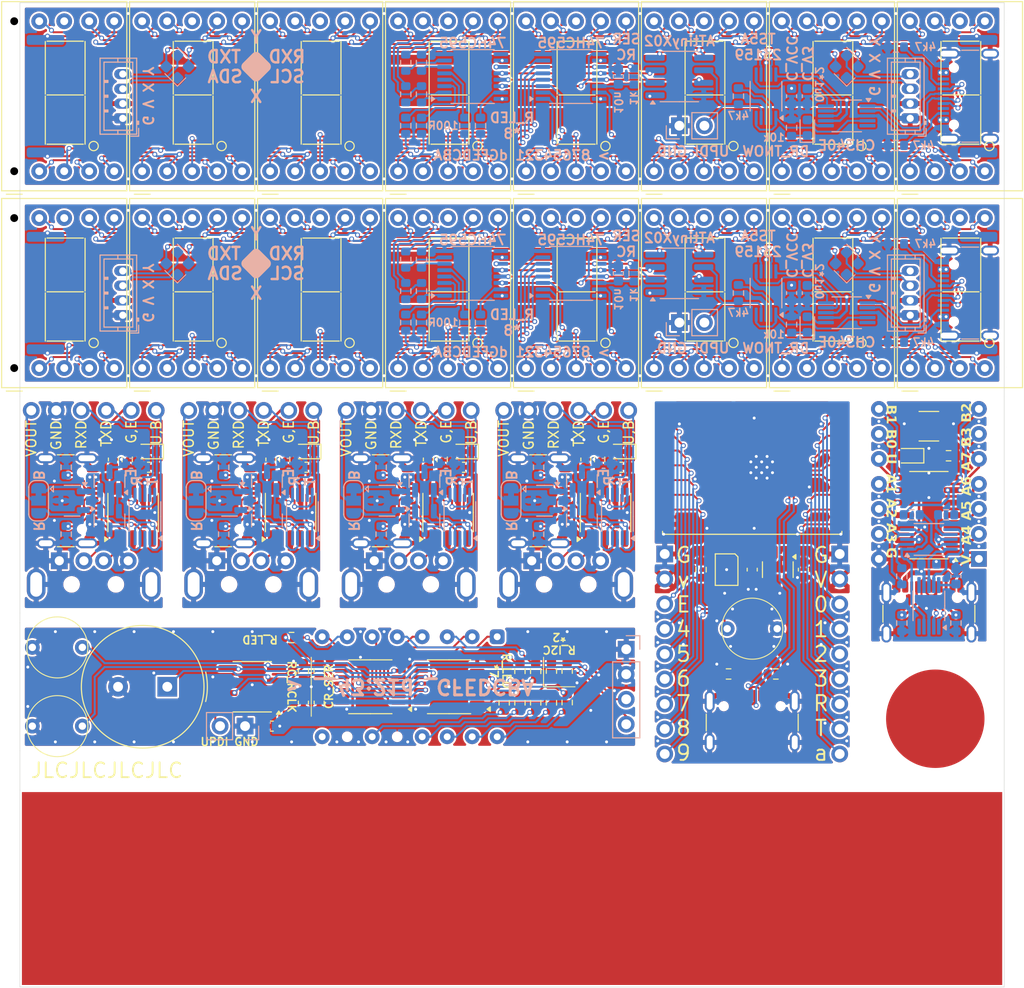
<source format=kicad_pcb>
(kicad_pcb (version 20241229) (generator "pcbnew") (generator_version "9.0")
  (layers (0 "F.Cu" signal) (2 "B.Cu" signal) (13 "F.Paste" user) (15 "B.Paste" user) (5 "F.SilkS" user "F.Silkscreen") (7 "B.SilkS" user "B.Silkscreen") (1 "F.Mask" user) (3 "B.Mask" user) (25 "Edge.Cuts" user))
  (net 0 "")
  (net 1 "GND")
  (net 2 "VCC")
  (net 3 "D+")
  (net 4 "V3")
  (net 5 "D-")
  (net 6 "GND|EN")
  (net 7 "TXD")
  (net 8 "RXD")
  (net 9 "VOUT")
  (net 10 "_TXD")
  (net 11 "_RXD")
  (net 12 "VREG")
  (net 13 "DTR#")
  (net 14 "RTS#")
  (net 15 "Net-(J2-CC1)")
  (net 16 "Net-(J2-CC2)")
  (net 17 "UPDI|BOOT")
  (net 18 "Net-(D1-A)")
  (net 22 "RCLK")
  (net 23 "SER")
  (net 24 "UPDI")
  (net 25 "PA1")
  (net 26 "/_SEG4")
  (net 27 "PA2")
  (net 28 "SPK")
  (net 29 "SEG8")
  (net 30 "/_SEG8")
  (net 31 "/_SEG1")
  (net 32 "SEG1")
  (net 33 "SEG2")
  (net 34 "/_SEG2")
  (net 35 "/_SEG3")
  (net 36 "SEG3")
  (net 37 "SEG4")
  (net 38 "SEG5")
  (net 39 "/_SEG5")
  (net 40 "/_SEG6")
  (net 41 "SEG6")
  (net 42 "SEG7")
  (net 43 "/_SEG7")
  (net 44 "SRCLK")
  (net 45 "SEGC2")
  (net 46 "SEGC4")
  (net 47 "SEGC3")
  (net 48 "SEGC1")
  (net 49 "chain")
  (net 50 "OE#")
  (net 51 "SEGC:")
  (net 57 "Net-(J3-Pin_3)")
  (net 58 "/V3")
  (net 59 "A")
  (net 60 "B")
  (net 61 "E")
  (net 62 "C")
  (net 63 "D")
  (net 64 "C6")
  (net 65 "C1")
  (net 66 "F")
  (net 67 "G")
  (net 68 "H")
  (net 69 "Net-(J2-Pin_3)")
  (net 70 "C3")
  (net 71 "C7")
  (net 72 "C0")
  (net 73 "C5")
  (net 74 "C2")
  (net 75 "C4")
  (net 76 "Net-(J2-Pin_4)")
  (net 77 "Net-(J3-Pin_4)")
  (net 78 "Net-(J4-CC1)")
  (net 79 "Net-(J4-CC2)")
  (net 80 "Net-(D3-K)")
  (net 81 "TXD_DISP|SDA")
  (net 82 "RXD_DISP|SCL")
  (net 83 "TXD_USB")
  (net 84 "Net-(R13-Pad1)")
  (net 85 "/TNOW")
  (net 86 "RXD_USB")
  (net 87 "/_A")
  (net 88 "/_B")
  (net 89 "/_C")
  (net 90 "/_D")
  (net 91 "/_E")
  (net 92 "/_F")
  (net 93 "/_G")
  (net 94 "/_H")
  (net 95 "/chain")
  (net 107 "VBUS")
  (net 108 "Net-(J1-CC1)")
  (net 109 "Net-(J1-CC2)")
  (net 110 "IO8")
  (net 111 "IO9")
  (net 112 "IO0")
  (net 113 "IO1")
  (net 114 "IO2")
  (net 115 "IO3")
  (net 116 "IO4")
  (net 117 "IO5")
  (net 118 "IO6")
  (net 119 "IO7")
  (net 120 "IO10")
  (net 121 "EN")
  (net 122 "+3.3V")
  (net 126 "Net-(R3-Pad1)")
  (net 127 "Net-(R4-Pad1)")
  (net 128 "Net-(U2-V3)")
  (net 129 "PA3")
  (net 130 "Net-(D1-K)")
  (net 131 "PB3")
  (net 132 "PB0")
  (net 133 "PB2")
  (net 134 "PA7")
  (net 135 "PA6")
  (net 136 "PA5")
  (net 137 "PB1")
  (net 138 "PA4")
  (net 139 "Net-(R2-Pad1)")
  (net 141 "TNOW")
  (footprint "Connector_PinSocket_2.54mm:PinSocket_1x06_P2.54mm_Vertical" (layer "F.Cu") (at 65.85 61.425 -90)
    (property "Reference" "J3" (hide yes))
    (property "Value" "OUT" (hide yes))
  )
  (footprint "Capacitor_SMD:C_0603_1608Metric" (layer "F.Cu") (at 50.4 91.1 -90)
    (property "Reference" "C2" (hide yes))
    (property "Value" "C_SER" (hide yes))
  )
  (footprint "Connector_PinSocket_2.54mm:PinSocket_1x06_P2.54mm_Vertical" (layer "F.Cu") (at 33.85 61.425 -90)
    (property "Reference" "J3" (hide yes))
    (property "Value" "OUT" (hide yes))
  )
  (footprint "Resistor_SMD:R_0603_1608Metric" (layer "F.Cu") (at 72.4 87.925 90)
    (property "Reference" "R4" (hide yes))
    (property "Value" "1k" (hide yes))
  )
  (footprint "Display_7Segment:D1X8K" (layer "F.Cu") (at 110.42 37.12 90)
    (property "Reference" "U10" (hide yes))
    (property "Value" "D168K" (hide yes))
  )
  (footprint "Package_SO:SOIC-14_3.9x8.7mm_P1.27mm" (layer "F.Cu") (at 112.35 72.065 180)
    (property "Reference" "U1" (hide yes))
    (property "Value" "ATtiny1604-SS" (hide yes))
  )
  (footprint "Display_7Segment:D1X8K" (layer "F.Cu") (at 71.42 57.12 90)
    (property "Reference" "U7" (hide yes))
    (property "Value" "D168K" (hide yes))
  )
  (footprint "Resistor_SMD:R_0603_1608Metric" (layer "F.Cu") (at 114.35 66.03)
    (property "Reference" "R1" (hide yes))
    (property "Value" "10k" (hide yes))
  )
  (footprint "LED_SMD:LED_WS2812B-2020_PLCC4_2.0x2.0mm" (layer "F.Cu") (at 91.8 77.6 -90)
    (property "Reference" "D1" (hide yes))
    (property "Value" "WS2812B-2020" (hide yes))
  )
  (footprint "Connector_USB:USB_C_Receptacle_GCT_USB4105-xx-A_16P_TopMnt_Horizontal" (layer "F.Cu") (at 23.7 70.6 -90)
    (property "Reference" "J2" (hide yes))
    (property "Value" "USB_C_Receptacle_USB2.0_16P" (hide yes))
  )
  (footprint "Library:alps-skrg" (layer "F.Cu") (at 94.4 83.6)
    (property "Reference" "SW1" (hide yes))
    (property "Value" "SW_BOOT" (hide yes))
  )
  (footprint "Resistor_SMD:R_0603_1608Metric" (layer "F.Cu") (at 69.2 91.125 -90)
    (property "Reference" "R6" (hide yes))
    (property "Value" "1k" (hide yes))
  )
  (footprint "Package_DIP:DIP-14_W10.16mm" (layer "F.Cu") (at 117.43 76.51 180)
    (property "Reference" "J2" (hide yes))
    (property "Value" "Conn_02x07_Counter_Clockwise" (hide yes))
  )
  (footprint "Resistor_SMD:R_0603_1608Metric" (layer "F.Cu") (at 89.2 77.6 -90)
    (property "Reference" "R1" (hide yes))
    (property "Value" "10k" (hide yes))
  )
  (footprint "Resistor_SMD:R_0603_1608Metric" (layer "F.Cu") (at 48.8 87.9 -90)
    (property "Reference" "R9" (hide yes))
    (property "Value" "R_RCLK" (hide yes))
  )
  (footprint "Capacitor_SMD:C_0603_1608Metric" (layer "F.Cu") (at 29.5 66.4 90)
    (property "Reference" "C2" (hide yes))
    (property "Value" "0u1" (hide yes))
  )
  (footprint "Library:alps-skrp" (layer "F.Cu") (at 112.35 63.03 180)
    (property "Reference" "SW1" (hide yes))
    (property "Value" "SW_Push" (hide yes))
  )
  (footprint "Display_7Segment:D1X8K" (layer "F.Cu") (at 84.42 37.12 90)
    (property "Reference" "U8" (hide yes))
    (property "Value" "D168K" (hide yes))
  )
  (footprint "Connector_PinSocket_2.54mm:PinSocket_1x06_P2.54mm_Vertical" (layer "F.Cu") (at 81.85 61.425 -90)
    (property "Reference" "J3" (hide yes))
    (property "Value" "OUT" (hide yes))
  )
  (footprint "Resistor_SMD:R_0603_1608Metric" (layer "F.Cu") (at 74 91.125 -90)
    (property "Reference" "R7" (hide yes))
    (property "Value" "1k" (hide yes))
  )
  (footprint "Capacitor_SMD:C_0603_1608Metric" (layer "F.Cu") (at 77.5 66.4 90)
    (property "Reference" "C2" (hide yes))
    (property "Value" "0u1" (hide yes))
  )
  (footprint "Resistor_SMD:R_0603_1608Metric" (layer "F.Cu") (at 62.9 66.4 90)
    (property "Reference" "R3" (hide yes))
    (property "Value" "10k" (hide yes))
  )
  (footprint "Library:USB_A_PLUG_USB-4AM103AS" (layer "F.Cu") (at 75.5 82 -90)
    (property "Reference" "J1" (hide yes))
    (property "Value" "USB_A" (hide yes))
  )
  (footprint "Resistor_SMD:R_0603_1608Metric" (layer "F.Cu") (at 75.6 87.9 -90)
    (property "Reference" "R12" (hide yes))
    (property "Value" "R_I2C" (hide yes))
  )
  (footprint "Display_7Segment:D1X8K" (layer "F.Cu") (at 97.42 37.12 90)
    (property "Reference" "U9" (hide yes))
    (property "Value" "D168K" (hide yes))
  )
  (footprint "Package_TO_SOT_SMD:SOT-23-3" (layer "F.Cu") (at 97 77.6 -90)
    (property "Reference" "U2" (hide yes))
    (property "Value" "AP7333" (hide yes))
  )
  (footprint "RF_Module:ESP32-C3-WROOM-02" (layer "F.Cu") (at 94.4 67)
    (property "Reference" "U1" (hide yes))
    (property "Value" "ESP32-C3-WROOM-02" (hide yes))
  )
  (footprint "Capacitor_SMD:C_0603_1608Metric" (layer "F.Cu") (at 48.8 91.1 -90)
    (property "Reference" "C1" (hide yes))
    (property "Value" "C_RCLK" (hide yes))
  )
  (footprint "Display_7Segment:D1X8K" (layer "F.Cu") (at 19.42 37.12 90)
    (property "Reference" "U3" (hide yes))
    (property "Value" "D168K" (hide yes))
  )
  (footprint "Package_SO:TSSOP-16_4.4x5mm_P0.65mm" (layer "F.Cu") (at 63.6 89.5 180)
    (property "Reference" "U2" (hide yes))
    (property "Value" "74HC595" (hide yes))
  )
  (footprint "Package_SO:SSOP-10-1EP_3.9x4.9mm_P1mm_EP2.1x3.3mm" (layer "F.Cu") (at 31.5 71.8 90)
    (property "Reference" "U1" (hide yes))
    (property "Value" "CH340K" (hide yes))
  )
  (footprint "Package_SO:TSSOP-16_4.4x5mm_P0.65mm" (layer "F.Cu") (at 55.6 89.5 180)
    (property "Reference" "U3" (hide yes))
    (property "Value" "74HC595" (hide yes))
  )
  (footprint "Resistor_SMD:R_0603_1608Metric" (layer "F.Cu") (at 78.9 66.4 90)
    (property "Reference" "R3" (hide yes))
    (property "Value" "10k" (hide yes))
  )
  (footprint "LED_SMD:LED_0603_1608Metric" (layer "F.Cu") (at 33.1 65.6 180)
    (property "Reference" "D1" (hide yes))
    (property "Value" "POWER" (hide yes))
  )
  (footprint "Capacitor_SMD:C_0603_1608Metric" (layer "F.Cu") (at 45.6 93.5 180)
    (property "Reference" "C3" (hide yes))
    (property "Value" "1u" (hide yes))
  )
  (footprint "Capacitor_SMD:C_0603_1608Metric" (layer "F.Cu") (at 45.5 66.4 90)
    (property "Reference" "C2" (hide yes))
    (property "Value" "0u1" (hide yes))
  )
  (footprint "Resistor_SMD:R_0603_1608Metric" (layer "F.Cu") (at 30.9 66.4 90)
    (property "Reference" "R3" (hide yes))
    (property "Value" "10k" (hide yes))
  )
  (footprint "Package_SO:SOIC-8_3.9x4.9mm_P1.27mm" (layer "F.Cu") (at 43.6 89.5 180)
    (property "Reference" "U4" (hide yes))
    (property "Value" "ATtiny402-SS" (hide yes))
  )
  (footprint "Display_7Segment:D1X8K" (layer "F.Cu") (at 58.42 57.12 90)
    (property "Reference" "U6" (hide yes))
    (property "Value" "D168K" (hide yes))
  )
  (footprint "Resistor_SMD:R_0603_1608Metric" (layer "F.Cu") (at 96.8 88.2)
    (property "Reference" "R3" (hide yes))
    (property "Value" "5.1k" (hide yes))
  )
  (footprint "Resistor_SMD:R_0603_1608Metric" (layer "F.Cu") (at 70.8 91.125 -90)
    (property "Reference" "R3" (hide yes))
    (property "Value" "1k" (hide yes))
  )
  (footprint "Capacitor_SMD:C_0603_1608Metric" (layer "F.Cu") (at 33.1 67.2)
    (property "Reference" "C1" (hide yes))
    (property "Value" "0u1" (hide yes))
  )
  (footprint "Library:mcbeeringi_icon_10mm" (layer "F.Cu") (at 114 106)
    (property "Reference" "")
    (property "Value" "LOGO" (hide yes))
  )
  (footprint "Capacitor_SMD:C_0603_1608Metric" (layer "F.Cu") (at 65.1 67.2)
    (property "Reference" "C1" (hide yes))
    (property "Value" "0u1" (hide yes))
  )
  (footprint "Library:mcbeeringi_icon_10mm" (layer "F.Cu") (at 113 92.75)
    (property "Reference" "")
    (property "Value" "LOGO" (hide yes))
  )
  (footprint "LED_SMD:LED_0603_1608Metric" (layer "F.Cu") (at 49.1 65.6 180)
    (property "Reference" "D1" (hide yes))
    (property "Value" "POWER" (hide yes))
  )
  (footprint "Buzzer_Beeper:Buzzer_TDK_PS1240P02BT_D12.2mm_H6.5mm" (layer "F.Cu") (at 34.970784 89.5 180)
    (property "Reference" "BZ1" (hide yes))
    (property "Value" "Buzzer" (hide yes))
  )
  (footprint "Library:alps-skrg" (layer "F.Cu") (at 23.8 85.5 180)
    (property "Reference" "SW1" (hide yes))
    (property "Value" "SW_Push" (hide yes))
  )
  (footprint "Display_7Segment:D1X8K" (layer "F.Cu") (at 84.42 57.12 90)
    (property "Reference" "U8" (hide yes))
    (property "Value" "D168K" (hide yes))
  )
  (footprint "Package_SO:SSOP-10-1EP_3.9x4.9mm_P1mm_EP2.1x3.3mm" (layer "F.Cu") (at 47.5 71.8 90)
    (property "Reference" "U1" (hide yes))
    (property "Value" "CH340K" (hide yes))
  )
  (footprint "Display_7Segment:LTC-4627Jx" (layer "F.Cu") (at 68.49 84.42 -90)
    (property "Reference" "U1" (hide yes))
    (property "Value" "LTC-4627JG" (hide yes))
  )
  (footprint "Connector_USB:USB_C_Receptacle_GCT_USB4105-xx-A_16P_TopMnt_Horizontal" (layer "F.Cu") (at 71.7 70.6 -90)
    (property "Reference" "J2" (hide yes))
    (property "Value" "USB_C_Receptacle_USB2.0_16P" (hide yes))
  )
  (footprint "LED_SMD:LED_0603_1608Metric" (layer "F.Cu") (at 110.35 66.03 180)
    (property "Reference" "D1" (hide yes))
    (property "Value" "LED" (hide yes))
  )
  (footprint "Display_7Segment:D1X8K" (layer "F.Cu") (at 32.42 37.12 90)
    (property "Reference" "U4" (hide yes))
    (property "Value" "D168K" (hide yes))
  )
  (footprint "Connector_USB:USB_C_Receptacle_GCT_USB4105-xx-A_16P_TopMnt_Horizontal" (layer "F.Cu") (at 112.35 83.03)
    (property "Reference" "J1" (hide yes))
    (property "Value" "USB_C_Receptacle_USB2.0_16P" (hide yes))
  )
  (footprint "Resistor_SMD:R_0603_1608Metric" (layer "F.Cu") (at 92 88.2 180)
    (property "Reference" "R2" (hide yes))
    (property "Value" "5.1k" (hide yes))
  )
  (footprint "Connector_USB:USB_C_Receptacle_GCT_USB4105-xx-A_16P_TopMnt_Horizontal" (layer "F.Cu") (at 55.7 70.6 -90)
    (property "Reference" "J2" (hide yes))
    (property "Value" "USB_C_Receptacle_USB2.0_16P" (hide yes))
  )
  (footprint "Connector_PinSocket_2.54mm:PinSocket_1x06_P2.54mm_Vertical" (layer "F.Cu") (at 49.85 61.425 -90)
    (property "Reference" "J3" (hide yes))
    (property "Value" "OUT" (hide yes))
  )
  (footprint "Package_SO:SSOP-10-1EP_3.9x4.9mm_P1mm_EP2.1x3.3mm" (layer "F.Cu") (at 63.5 71.8 90)
    (property "Reference" "U1" (hide yes))
    (property "Value" "CH340K" (hide yes))
  )
  (footprint "Library:USB_A_PLUG_USB-4AM103AS" (layer "F.Cu") (at 59.5 82 -90)
    (property "Reference" "J1" (hide yes))
    (property "Value" "USB_A" (hide yes))
  )
  (footprint "Display_7Segment:D1X8K" (layer "F.Cu") (at 97.42 57.12 90)
    (property "Reference" "U9" (hide yes))
    (property "Value" "D168K" (hide yes))
  )
  (footprint "Resistor_SMD:R_0603_1608Metric" (layer "F.Cu") (at 75.6 91.1 -90)
    (property "Reference" "R2" (hide yes))
    (property "Value" "1k" (hide yes))
  )
  (footprint "Library:USB_A_PLUG_USB-4AM103AS" (layer "F.Cu") (at 43.5 82 -90)
    (property "Reference" "J1" (hide yes))
    (property "Value" "USB_A" (hide yes))
  )
  (footprint "Library:USB_A_PLUG_USB-4AM103AS" (layer "F.Cu") (at 27.5 82 -90)
    (property "Reference" "J1" (hide yes))
    (property "Value" "USB_A" (hide yes))
  )
  (footprint "Capacitor_SMD:C_0603_1608Metric" (layer "F.Cu") (at 49.1 67.2)
    (property "Reference" "C1" (hide yes))
    (property "Value" "0u1" (hide yes))
  )
  (footprint "Resistor_SMD:R_0603_1608Metric" (layer "F.Cu") (at 72.4 91.125 -90)
    (property "Reference" "R1" (hide yes))
    (property "Value" "1k" (hide yes))
  )
  (footprint "LED_SMD:LED_0603_1608Metric" (layer "F.Cu") (at 65.1 65.6 180)
    (property "Reference" "D1" (hide yes))
    (property "Value" "POWER" (hide yes))
  )
  (footprint "Resistor_SMD:R_0603_1608Metric" (layer "F.Cu") (at 70.8 87.925 90)
    (property "Reference" "R5" (hide yes))
    (property "Value" "1k" (hide yes))
  )
  (footprint "Capacitor_SMD:C_0603_1608Metric" (layer "F.Cu") (at 61.5 66.4 90)
    (property "Reference" "C2" (hide yes))
    (property "Value" "0u1" (hide yes))
  )
  (footprint "Display_7Segment:D1X8K" (layer "F.Cu") (at 19.42 57.12 90)
    (property "Reference" "U3" (hide yes))
    (property "Value" "D168K" (hide yes))
  )
  (footprint "Capacitor_SMD:C_0603_1608Metric" (layer "F.Cu") (at 81.1 67.2)
    (property "Reference" "C1" (hide yes))
    (property "Value" "0u1" (hide yes))
  )
  (footprint "Package_SO:SSOP-10-1EP_3.9x4.9mm_P1mm_EP2.1x3.3mm" (layer "F.Cu") (at 79.5 71.8 90)
    (property "Reference" "U1" (hide yes))
    (property "Value" "CH340K" (hide yes))
  )
  (footprint "Resistor_SMD:R_0603_1608Metric" (layer "F.Cu") (at 46.9 66.4 90)
    (property "Reference" "R3" (hide yes))
    (property "Value" "10k" (hide yes))
  )
  (footprint "Display_7Segment:D1X8K" (layer "F.Cu") (at 45.42 37.12 90)
    (property "Reference" "U5" (hide yes))
    (property "Value" "D168K" (hide yes))
  )
  (footprint "Resistor_SMD:R_0603_1608Metric" (layer "F.Cu") (at 47.6 84.5)
    (property "Reference" "R8" (hide yes))
    (property "Value" "1k" (hide yes))
  )
  (footprint "Resistor_SMD:R_0603_1608Metric" (layer "F.Cu") (at 50.4 87.9 -90)
    (property "Reference" "R10" (hide yes))
    (property "Value" "R_SER" (hide yes))
  )
  (footprint "Display_7Segment:D1X8K" (layer "F.Cu") (at 71.42 37.12 90)
    (property "Reference" "U7" (hide yes))
    (property "Value" "D168K" (hide yes))
  )
  (footprint "Display_7Segment:D1X8K" (layer "F.Cu") (at 110.42 57.12 90)
    (property "Reference" "U10" (hide yes))
    (property "Value" "D168K" (hide yes))
  )
  (footprint "Display_7Segment:D1X8K" (layer "F.Cu") (at 58.42 37.12 90)
    (property "Reference" "U6" (hide yes))
    (property "Value" "D168K" (hide yes))
  )
  (footprint "Capacitor_SMD:C_0603_1608Metric" (layer "F.Cu") (at 94.4 77.6 -90)
    (property "Reference" "C2" (hide yes))
    (property "Value" "1u" (hide yes))
  )
  (footprint "Library:alps-skrg" (layer "F.Cu") (at 23.8 93.5 180)
    (property "Reference" "SW2" (hide yes))
    (property "Value" "SW_Push" (hide yes))
  )
  (footprint "Display_7Segment:D1X8K" (layer "F.Cu") (at 45.42 57.12 90)
    (property "Reference" "U5" (hide yes))
    (property "Value" "D168K" (hide yes))
  )
  (footprint "Connector_USB:USB_C_Receptacle_GCT_USB4105-xx-A_16P_TopMnt_Horizontal" (layer "F.Cu") (at 94.4 94.08)
    (property "Reference" "J1" (hide yes))
    (property "Value" "USB_C_Receptacle_USB2.0_16P" (hide yes))
  )
  (footprint "Library:PCB.MCBEERINGI.DEV_small" (layer "F.Cu") (at 105 106)
    (property "Reference" "")
    (property "Value" "")
  )
  (footprint "Resistor_SMD:R_0603_1608Metric" (layer "F.Cu") (at 74 87.9 -90)
    (property "Reference" "R11" (hide yes))
    (property "Value" "R_I2C" (hide yes))
  )
  (footprint "Display_7Segment:D1X8K" (layer "F.Cu") (at 32.42 57.12 90)
    (property "Reference" "U4" (hide yes))
    (property "Value" "D168K" (hide yes))
  )
  (footprint "Capacitor_SMD:C_0603_1608Metric" (layer "F.Cu") (at 99.6 77.6 -90)
    (property "Reference" "C1" (hide yes))
    (property "Value" "1u" (hide yes))
  )
  (footprint "Connector_USB:USB_C_Receptacle_GCT_USB4105-xx-A_16P_TopMnt_Horizontal" (layer "F.Cu") (at 39.7 70.6 -90)
    (property "Reference" "J2" (hide yes))
    (property "Value" "USB_C_Receptacle_USB2.0_16P" (hide yes))
  )
  (footprint "LED_SMD:LED_0603_1608Metric" (layer "F.Cu") (at 81.1 65.6 180)
    (property "Reference" "D1" (hide yes))
    (property "Value" "POWER" (hide yes))
  )
  (footprint "Package_TO_SOT_SMD:SOT-23-3" (layer "B.Cu") (at 41.3 70.6 180)
    (property "Reference" "U3" (hide yes))
    (property "Value" "AP7333" (hide yes))
  )
  (footprint "Connector_USB:USB_C_Receptacle_GCT_USB4105-xx-A_16P_TopMnt_Horizontal" (layer "B.Cu") (at 117.5 29.5 -90)
    (property "Reference" "J4" (hide yes))
    (property "Value" "USB_C_Receptacle_USB2.0_16P" (hide yes))
  )
  (footprint "Package_TO_SOT_SMD:SOT-23-3" (layer "B.Cu") (at 73.3 70.6 180)
    (property "Reference" "U3" (hide yes))
    (property "Value" "AP7333" (hide yes))
  )
  (footprint "Package_SO:SOIC-8_3.9x4.9mm_P1.27mm" (layer "B.Cu") (at 87 47.5)
    (property "Reference" "U11" (hide yes))
    (property "Value" "MCU_DISP_X02" (hide yes))
  )
  (footprint "Connector_PinHeader_2.54mm:PinHeader_1x04_P2.54mm_Vertical" (layer "B.Cu") (at 81.6 85.69 180)
    (property "Reference" "J2" (hide yes))
    (property "Value" "Conn_01x04_Pin" (hide yes))
  )
  (footprint "Capacitor_SMD:C_0603_1608Metric" (layer "B.Cu") (at 47.3 66.8)
    (property "Reference" "C3" (hide yes))
    (property "Value" "0u1_short" (hide yes))
  )
  (footprint "Resistor_SMD:R_0603_1608Metric" (layer "B.Cu") (at 93 29.5 -90)
    (property "Reference" "R13" (hide yes))
    (property "Value" "4k7" (hide yes))
  )
  (footprint "Jumper:SolderJumper-3_P1.3mm_Bridged12_RoundedPad1.0x1.5mm" (layer "B.Cu") (at 37.9 70.6 -90)
    (property "Reference" "JP3" (hide yes))
    (property "Value" "VOUT" (hide yes))
  )
  (footprint "Resistor_SMD:R_0603_1608Metric" (layer "B.Cu") (at 114.1 72.03)
    (property "Reference" "R4" (hide yes))
    (property "Value" "4.7k" (hide yes))
  )
  (footprint "Package_SO:SOIC-8_3.9x4.9mm_P1.27mm" (layer "B.Cu") (at 87 27.5)
    (property "Reference" "U11" (hide yes))
    (property "Value" "MCU_DISP_X02" (hide yes))
  )
  (footprint "Package_SO:VSSOP-10_3x3mm_P0.5mm" (layer "B.Cu") (at 112.35 74.53)
    (property "Reference" "U3" (hide yes))
    (property "Value" "TS5A23159DGS" (hide yes))
  )
  (footprint "Package_SO:VSSOP-10_3x3mm_P0.5mm" (layer "B.Cu") (at 80.7 72.2 90)
    (property "Reference" "U2" (hide yes))
    (property "Value" "TS5A23159DGS" (hide yes))
  )
  (footprint "Connector_JST:JST_ZH_B4B-ZR_1x04_P1.50mm_Vertical" (layer "B.Cu") (at 30.45 51.75 90)
    (property "Reference" "J3" (hide yes))
    (property "Value" "COMM" (hide yes))
  )
  (footprint "Package_SO:VSSOP-10_3x3mm_P0.5mm" (layer "B.Cu") (at 95.8 29.5 90)
    (property "Reference" "U13" (hide yes))
    (property "Value" "TS5A23159DGS" (hide yes))
  )
  (footprint "Resistor_SMD:R_0603_1608Metric" (layer "B.Cu") (at 109 34.5 180)
    (property "Reference" "R11" (hide yes))
    (property "Value" "5k1" (hide yes))
  )
  (footprint "Resistor_SMD:R_0603_1608Metric" (layer "B.Cu") (at 24.7 67.2 90)
    (property "Reference" "R1" (hide yes))
    (property "Value" "5k1" (hide yes))
  )
  (footprint "Package_SO:MSOP-10_3x3mm_P0.5mm" (layer "B.Cu") (at 112.35 81.28 90)
    (property "Reference" "U2" (hide yes))
    (property "Value" "CH340E" (hide yes))
  )
  (footprint "Resistor_SMD:R_0603_1608Metric" (layer "B.Cu") (at 59.2 46.1 90)
    (property "Reference" "R1" (hide yes))
    (property "Value" "100R" (hide yes))
  )
  (footprint "Package_TO_SOT_SMD:SOT-23" (layer "B.Cu") (at 45.1 72.6 -90)
    (property "Reference" "Q2" (hide yes))
    (property "Value" "BSS138" (hide yes))
  )
  (footprint "Capacitor_SMD:C_0603_1608Metric" (layer "B.Cu") (at 63.3 66.8)
    (property "Reference" "C3" (hide yes))
    (property "Value" "0u1_short" (hide yes))
  )
  (footprint "LED_SMD:LED_0603_1608Metric" (layer "B.Cu") (at 100 32.7 90)
    (property "Reference" "D3" (hide yes))
    (property "Value" "LED_TNOW" (hide yes))
  )
  (footprint "Package_SO:TSSOP-16_4.4x5mm_P0.65mm" (layer "B.Cu") (at 76 47.5)
    (property "Reference" "U1" (hide yes))
    (property "Value" "74HC595" (hide yes))
  )
  (footprint "Library:mcbeeringi_icon_5mm" (layer "B.Cu") (at 39.5 64)
    (property "Reference" "")
    (property "Value" "mcbeeringi_icon" (hide yes))
  )
  (footprint "Capacitor_SMD:C_0603_1608Metric" (layer "B.Cu") (at 100 29.5 90)
    (property "Reference" "C3" (hide yes))
    (property "Value" "0u1" (hide yes))
  )
  (footprint "Resistor_SMD:R_0603_1608Metric" (layer "B.Cu") (at 109.6 78.28 -90)
    (property "Reference" "R2" (hide yes))
    (property "Value" "4.7k" (hide yes))
  )
  (footprint "Resistor_SMD:R_0603_1608Metric" (layer "B.Cu") (at 110.6 72.03 180)
    (property "Reference" "R3" (hide yes))
    (property "Value" "4.7k" (hide yes))
  )
  (footprint "Resistor_SMD:R_0603_1608Metric" (layer "B.Cu") (at 109 24.5 180)
    (property "Reference" "R10" (hide yes))
    (property "Value" "5k1" (hide yes))
  )
  (footprint "Resistor_SMD:R_0603_1608Metric" (layer "B.Cu") (at 24.7 74 -90)
    (property "Reference" "R2" (hide yes))
    (property "Value" "5k1" (hide yes))
  )
  (footprint "Package_TO_SOT_SMD:SOT-23" (layer "B.Cu") (at 45.1 68.6 90)
    (property "Reference" "Q1" (hide yes))
    (property "Value" "BSS138" (hide yes))
  )
  (footprint "Library:PCB.MCBEERINGI.DEV_small" (layer "B.Cu") (at 93.2 75.6 180)
    (property "Reference" "")
    (property "Value" "")
  )
  (footprint "Resistor_SMD:R_0603_1608Metric" (layer "B.Cu") (at 60.8 49.3 90)
    (property "Reference" "R7" (hide yes))
    (property "Value" "100R" (hide yes))
  )
  (footprint "Resistor_SMD:R_0603_1608Metric" (layer "B.Cu") (at 56.7 67.2 90)
    (property "Reference" "R1" (hide yes))
    (property "Value" "5k1" (hide yes))
  )
  (footprint "Package_SO:VSSOP-10_3x3mm_P0.5mm" (layer "B.Cu") (at 95.8 49.5 90)
    (property "Reference" "U13" (hide yes))
    (property "Value" "TS5A23159DGS" (hide yes))
  )
  (footprint "Connector_JST:JST_ZH_B4B-ZR_1x04_P1.50mm_Vertical" (layer "B.Cu") (at 110.45 51.75 90)
    (property "Reference" "J2" (hide yes))
    (property "Value" "COMM" (hide yes))
  )
  (footprint "Resistor_SMD:R_0603_1608Metric" (layer "B.Cu") (at 82.4 47.5 90)
    (property "Reference" "R9" (hide yes))
    (property "Value" "1k" (hide yes))
  )
  (footprint "Package_SO:TSSOP-16_4.4x5mm_P0.65mm" (layer "B.Cu") (at 66 27.5)
    (property "Reference" "U2" (hide yes))
    (property "Value" "74HC595" (hide yes))
  )
  (footprint "Package_TO_SOT_SMD:SOT-23" (layer "B.Cu") (at 77.1 72.6 -90)
    (property "Reference" "Q2" (hide yes))
    (property "Value" "BSS138" (hide yes))
  )
  (footprint "Package_TO_SOT_SMD:SOT-23" (layer "B.Cu") (at 29.1 72.6 -90)
    (property "Reference" "Q2" (hide yes))
    (property "Value" "BSS138" (hide yes))
  )
  (footprint "Library:mcbeeringi_icon_5mm" (layer "B.Cu") (at 71.5 64)
    (property "Reference" "")
    (property "Value" "mcbeeringi_icon" (hide yes))
  )
  (footprint "Package_SO:VSSOP-10_3x3mm_P0.5mm" (layer "B.Cu") (at 32.7 72.2 90)
    (property "Reference" "U2" (hide yes))
    (property "Value" "TS5A23159DGS" (hide yes))
  )
  (footprint "LOGO" (layer "B.Cu") (at 53 49.5 180)
    (property "Reference" "G***" (hide yes))
    (property "Value" "LOGO" (hide yes))
  )
  (footprint "Resistor_SMD:R_0603_1608Metric" (layer "B.Cu") (at 59.2 26.1 90)
    (property "Reference" "R1" (hide yes))
    (property "Value" "100R" (hide yes))
  )
  (footprint "Capacitor_SMD:C_0603_1608Metric" (layer "B.Cu") (at 112.35 77.03)
    (property "Reference" "C1" (hide yes))
    (property "Value" "4u7" (hide yes))
  )
  (footprint "Package_SO:TSSOP-16_4.4x5mm_P0.65mm" (layer "B.Cu") (at 76 27.5)
    (property "Reference" "U1" (hide yes))
    (property "Value" "74HC595" (hide yes))
  )
  (footprint "Resistor_SMD:R_0603_1608Metric" (layer "B.Cu") (at 109.6 83.03 90)
    (property "Reference" "R5" (hide yes))
    (property "Value" "5k1" (hide yes))
  )
  (footprint "Resistor_SMD:R_0603_1608Metric" (layer "B.Cu") (at 56.7 74 -90)
    (property "Reference" "R2" (hide yes))
    (property "Value" "5k1" (hide yes))
  )
  (footprint "Capacitor_SMD:C_0603_1608Metric" (layer "B.Cu") (at 80.8 27.5 90)
    (property "Reference" "C1" (hide yes))
    (property "Value" "10n" (hide yes))
  )
  (footprint "Resistor_SMD:R_0603_1608Metric" (layer "B.Cu") (at 109 54.5 180)
    (property "Reference" "R11" (hide yes))
    (property "Value" "5k1" (hide yes))
  )
  (footprint "Resistor_SMD:R_0603_1608Metric" (layer "B.Cu") (at 65.2 52.5 -90)
    (property "Reference" "R3" (hide yes))
    (property "Value" "100R" (hide yes))
  )
  (footprint "Resistor_SMD:R_0603_1608Metric" (layer "B.Cu") (at 82.4 27.5 90)
    (property "Reference" "R9" (hide yes))
    (property "Value" "1k" (hide yes))
  )
  (footprint "Jumper:SolderJumper-3_P1.3mm_Bridged12_RoundedPad1.0x1.5mm" (layer "B.Cu") (at 21.9 70.6 -90)
    (property "Reference" "JP3" (hide yes))
    (property "Value" "VOUT" (hide yes))
  )
  (footprint "Resistor_SMD:R_0603_1608Metric" (layer "B.Cu") (at 40.7 74 -90)
    (property "Reference" "R2" (hide yes))
    (property "Value" "5k1" (hide yes))
  )
  (footprint "Capacitor_SMD:C_0603_1608Metric" (layer "B.Cu") (at 100 49.5 90)
    (property "Reference" "C3" (hide yes))
    (property "Value" "0u1" (hide yes))
  )
  (footprint "Resistor_SMD:R_0603_1608Metric" (layer "B.Cu") (at 109 44.5 180)
    (property "Reference" "R10" (hide yes))
    (property "Value" "5k1" (hide yes))
  )
  (footprint "Resistor_SMD:R_0603_1608Metric" (layer "B.Cu") (at 65.2 32.5 -90)
    (property "Reference" "R3" (hide yes))
    (property "Value" "100R" (hide yes))
  )
  (footprint "Library:pokayoke_1608" (layer "B.Cu") (at 36 26.5 45)
    (property "Reference" "JP2" (hide yes))
    (property "Value" "pokayoke" (hide yes))
  )
  (footprint "LOGO" (layer "B.Cu") (at 53 29.5 180)
    (property "Reference" "G***" (hide yes))
    (property "Value" "LOGO" (hide yes))
  )
  (footprint "Resistor_SMD:R_0603_1608Metric" (layer "B.Cu") (at 66.8 52.5 -90)
    (property "Reference" "R8" (hide yes))
    (property "Value" "100R" (hide yes))
  )
  (footprint "Resistor_SMD:R_0603_1608Metric" (layer "B.Cu") (at 98.4 32.7 90)
    (property "Reference" "R12" (hide yes))
    (property "Value" "R_TNOW" (hide yes))
  )
  (footprint "Library:mcbeeringi_icon_5mm" (layer "B.Cu") (at 23.5 64)
    (property "Reference" "")
    (property "Value" "mcbeeringi_icon" (hide yes))
  )
  (footprint "Resistor_SMD:R_0603_1608Metric" (layer "B.Cu") (at 66.8 32.5 -90)
    (property "Reference" "R8" (hide yes))
    (property "Value" "100R" (hide yes))
  )
  (footprint "Package_SO:MSOP-10_3x3mm_P0.5mm" (layer "B.Cu") (at 104 51.5 180)
    (property "Reference" "U12" (hide yes))
    (property "Value" "CH340E" (hide yes))
  )
  (footprint "Resistor_SMD:R_0603_1608Metric" (layer "B.Cu") (at 59.2 52.5 -90)
    (property "Reference" "R5" (hide yes))
    (property "Value" "100R" (hide yes))
  )
  (footprint "LED_SMD:LED_0603_1608Metric" (layer "B.Cu") (at 100 52.7 90)
    (property "Reference" "D3" (hide yes))
    (property "Value" "LED_TNOW" (hide yes))
  )
  (footprint "Capacitor_SMD:C_0603_1608Metric" (layer "B.Cu") (at 98.4 49.5 -90)
    (property "Reference" "C2" (hide yes))
    (property "Value" "1u" (hide yes))
  )
  (footprint "LOGO" (layer "B.Cu") (at 31.6 92.5)
    (property "Reference" "G***" (hide yes))
    (property "Value" "LOGO" (hide yes))
  )
  (footprint "Capacitor_SMD:C_0603_1608Metric" (layer "B.Cu") (at 98.4 29.5 -90)
    (property "Reference" "C2" (hide yes))
    (property "Value" "1u" (hide yes))
  )
  (footprint "Resistor_SMD:R_0603_1608Metric" (layer "B.Cu") (at 72.7 67.2 90)
    (property "Reference" "R1" (hide yes))
    (property "Value" "5k1" (hide yes))
  )
  (footprint "Jumper:SolderJumper-3_P1.3mm_Bridged12_RoundedPad1.0x1.5mm" (layer "B.Cu") (at 69.9 70.6 -90)
    (property "Reference" "JP3" (hide yes))
    (property "Value" "VOUT" (hide yes))
  )
  (footprint "Package_TO_SOT_SMD:SOT-23" (layer "B.Cu") (at 77.1 68.6 90)
    (property "Reference" "Q1" (hide yes))
    (property "Value" "BSS138" (hide yes))
  )
  (footprint "Capacitor_SMD:C_0603_1608Metric" (layer "B.Cu") (at 115.1 78.28 90)
    (property "Reference" "C3" (hide yes))
    (property "Value" "0u1" (hide yes))
  )
  (footprint "Package_SO:VSSOP-10_3x3mm_P0.5mm" (layer "B.Cu") (at 48.7 72.2 90)
    (property "Reference" "U2" (hide yes))
    (property "Value" "TS5A23159DGS" (hide yes))
  )
  (footprint "LOGO" (layer "B.Cu") (at 111.1 69.28)
    (property "Reference" "G***" (hide yes))
    (property "Value" "LOGO" (hide yes))
  )
  (footprint "Resistor_SMD:R_0603_1608Metric" (layer "B.Cu") (at 59.2 29.3 90)
    (property "Reference" "R6" (hide yes))
    (property "Value" "100R" (hide yes))
  )
  (footprint "Package_SO:MSOP-10_3x3mm_P0.5mm" (layer "B.Cu") (at 104 31.5 180)
    (property "Reference" "U12" (hide yes))
    (property "Value" "CH340E" (hide yes))
  )
  (footprint "Resistor_SMD:R_0603_1608Metric" (layer "B.Cu") (at 60.8 26.1 90)
    (property "Reference" "R2" (hide yes))
    (property "Value" "100R" (hide yes))
  )
  (footprint "Resistor_SMD:R_0603_1608Metric" (layer "B.Cu") (at 60.8 46.1 90)
    (property "Reference" "R2" (hide yes))
    (property "Value" "100R" (hide yes))
  )
  (footprint "Library:PCB.MCBEERINGI.DEV_small" (layer "B.Cu") (at 23.6 89.5)
    (property "Reference" "")
    (property "Value" "")
  )
  (footprint "Connector_PinHeader_2.54mm:PinHeader_1x02_P2.54mm_Vertical" (layer "B.Cu") (at 42.875 93.5 90)
    (property "Reference" "J1" (hide yes))
    (property "Value" "Conn_01x02_Pin" (hide yes))
  )
  (footprint "Connector_PinHeader_2.54mm:PinHeader_1x09_P2.54mm_Vertical" (layer "B.Cu") (at 103.29 76.01 180)
    (property "Reference" "J3" (hide yes))
    (property "Value" "OUT2" (hide yes))
  )
  (footprint "LOGO" (layer "B.Cu") (at 94.4 66.6 180)
    (property "Reference" "G***" (hide yes))
    (property "Value" "LOGO" (hide yes))
  )
  (footprint "Resistor_SMD:R_0603_1608Metric" (layer "B.Cu") (at 59.2 49.3 90)
    (property "Reference" "R6" (hide yes))
    (property "Value" "100R" (hide yes))
  )
  (footprint "Capacitor_SMD:C_0603_1608Metric" (layer "B.Cu") (at 79.3 66.8)
    (property "Reference" "C3" (hide yes))
    (property "Value" "0u1_short" (hide yes))
  )
  (footprint "Capacitor_SMD:C_0603_1608Metric" (layer "B.Cu") (at 80.8 47.5 90)
    (property "Reference" "C1" (hide yes))
    (property "Value" "10n" (hide yes))
  )
  (footprint "Resistor_SMD:R_0603_1608Metric" (layer "B.Cu") (at 98.4 52.7 90)
    (property "Reference" "R12" (hide yes))
    (property "Value" "R_TNOW" (hide yes))
  )
  (footprint "Library:pokayoke_1608" (layer "B.Cu") (at 104 46.5 45)
    (property "Reference" "JP1" (hide yes))
    (property "Value" "pokayoke" (hide yes))
  )
  (footprint "Package_SO:VSSOP-10_3x3mm_P0.5mm" (layer "B.Cu") (at 64.7 72.2 90)
    (property "Reference" "U2" (hide yes))
    (property "Value" "TS5A23159DGS" (hide yes))
  )
  (footprint "Library:PCB.MCBEERINGI.DEV_small" (layer "B.Cu") (at 24 29.5 180)
    (property "Reference" "")
    (property "Value" "")
  )
  (footprint "Jumper:SolderJumper-3_P1.3mm_Bridged12_RoundedPad1.0x1.5mm" (layer "B.Cu") (at 53.9 70.6 -90)
    (property "Reference" "JP3" (hide yes))
    (property "Value" "VOUT" (hide yes))
  )
  (footprint "Connector_PinSocket_2.54mm:PinSocket_1x02_P2.54mm_Vertical" (layer "B.Cu") (at 87 32.5 -90)
    (property "Reference" "J1" (hide yes))
    (property "Value" "UART" (hide yes))
  )
  (footprint "Library:PCB.MCBEERINGI.DEV_small" (layer "B.Cu") (at 112.35 65.28)
    (property "Reference" "")
    (property "Value" "")
  )
  (footprint "Connector_USB:USB_C_Receptacle_GCT_USB4105-xx-A_16P_TopMnt_Horizontal" (layer "B.Cu") (at 117.5 49.5 -90)
    (property "Reference" "J4" (hide yes))
    (property "Value" "USB_C_Receptacle_USB2.0_16P" (hide yes))
  )
  (footprint "Connector_JST:JST_ZH_B4B-ZR_1x04_P1.50mm_Vertical" (layer "B.Cu") (at 110.45 31.75 90)
    (property "Reference" "J2" (hide yes))
    (property "Value" "COMM" (hide yes))
  )
  (footprint "Resistor_SMD:R_0603_1608Metric" (layer "B.Cu") (at 115.1 83.03 -90)
    (property "Reference" "R6" (hide yes))
    (property "Value" "5k1" (hide yes))
  )
  (footprint "Package_TO_SOT_SMD:SOT-23-3" (layer "B.Cu") (at 25.3 70.6 180)
    (property "Reference" "U3" (hide yes))
    (property "Value" "AP7333" (hide yes))
  )
  (footprint "Library:PCB.MCBEERINGI.DEV_small" (layer "B.Cu") (at 24 49.5 180)
    (property "Reference" "")
    (property "Value" "")
  )
  (footprint "Resistor_SMD:R_0603_1608Metric" (layer "B.Cu") (at 60.8 32.5 -90)
    (property "Reference" "R4" (hide yes))
    (property "Value" "100R" (hide yes))
  )
  (footprint "Connector_PinHeader_2.54mm:PinHeader_1x09_P2.54mm_Vertical" (layer "B.Cu") (at 85.51 76.01 180)
    (property "Reference" "J2" (hide yes))
    (property "Value" "OUT1" (hide yes))
  )
  (footprint "Resistor_SMD:R_0603_1608Metric" (layer "B.Cu") (at 93 49.5 -90)
    (property "Reference" "R13" (hide yes))
    (property "Value" "4k7" (hide yes))
  )
  (footprint "Resistor_SMD:R_0603_1608Metric" (layer "B.Cu") (at 40.7 67.2 90)
    (property "Reference" "R1" (hide yes))
    (property "Value" "5k1" (hide yes))
  )
  (footprint "Package_TO_SOT_SMD:SOT-23" (layer "B.Cu") (at 61.1 72.6 -90)
    (property "Reference" "Q2" (hide yes))
    (property "Value" "BSS138" (hide yes))
  )
  (footprint "Resistor_SMD:R_0603_1608Metric" (layer "B.Cu") (at 60.8 52.5 -90)
    (property "Reference" "R4" (hide yes))
    (property "Value" "100R" (hide yes))
  )
  (footprint "Connector_JST:JST_ZH_B4B-ZR_1x04_P1.50mm_Vertical" (layer "B.Cu") (at 30.45 31.75 90)
    (property "Reference" "J3" (hide yes))
    (property "Value" "COMM" (hide yes))
  )
  (footprint "Library:pokayoke_1608" (layer "B.Cu") (at 36 46.5 45)
    (property "Reference" "JP2" (hide yes))
    (property "Value" "pokayoke" (hide yes))
  )
  (footprint "Library:pokayoke_1608" (layer "B.Cu") (at 104 26.5 45)
    (property "Reference" "JP1" (hide yes))
    (property "Value" "pokayoke" (hide yes))
  )
  (footprint "Package_TO_SOT_SMD:SOT-23-3" (layer "B.Cu") (at 57.3 70.6 180)
    (property "Reference" "U3" (hide yes))
    (property "Value" "AP7333" (hide yes))
  )
  (footprint "Resistor_SMD:R_0603_1608Metric" (layer "B.Cu") (at 72.7 74 -90)
    (property "Reference" "R2" (hide yes))
    (property "Value" "5k1" (hide yes))
  )
  (footprint "Package_TO_SOT_SMD:SOT-23" (layer "B.Cu") (at 29.1 68.6 90)
    (property "Reference" "Q1" (hide yes))
    (property "Value" "BSS138" (hide yes))
  )
  (footprint "Resistor_SMD:R_0603_1608Metric" (layer "B.Cu") (at 60.8 29.3 90)
    (property "Reference" "R7" (hide yes))
    (property "Value" "100R" (hide yes))
  )
  (footprint "Connector_PinSocket_2.54mm:PinSocket_1x02_P2.54mm_Vertical" (layer "B.Cu") (at 87 52.5 -90)
    (property "Reference" "J1" (hide yes))
    (property "Value" "UART" (hide yes))
  )
  (footprint "Library:mcbeeringi_icon_5mm" (layer "B.Cu") (at 55.5 64)
    (property "Reference" "")
    (property "Value" "mcbeeringi_icon" (hide yes))
  )
  (footprint "Capacitor_SMD:C_0603_1608Metric" (layer "B.Cu") (at 31.3 66.8)
    (property "Reference" "C3" (hide yes))
    (property "Value" "0u1_short" (hide yes))
  )
  (footprint "Package_TO_SOT_SMD:SOT-23" (layer "B.Cu") (at 61.1 68.6 90)
    (property "Reference" "Q1" (hide yes))
    (property "Value" "BSS138" (hide yes))
  )
  (footprint "Resistor_SMD:R_0603_1608Metric" (layer "B.Cu") (at 59.2 32.5 -90)
    (property "Reference" "R5" (hide yes))
    (property "Value" "100R" (hide yes))
  )
  (footprint "Package_SO:TSSOP-16_4.4x5mm_P0.65mm" (layer "B.Cu") (at 66 47.5)
    (property "Reference" "U2" (hide yes))
    (property "Value" "74HC595" (hide yes))
  )
  (gr_circle (center 113 92.75) (end 118 92.75) (fill yes) (layer "F.Cu"))
  (gr_rect (start 20.2 100.2) (end 119.8 119.8) (fill yes) (layer "F.Cu"))
  (gr_rect (start 62.9 66.6) (end 63.2 67) (fill yes) (layer "B.Cu") (net 6))
  (gr_rect (start 79.35 66.6) (end 79.65 67) (fill yes) (layer "B.Cu") (net 1))
  (gr_rect (start 78.9 66.6) (end 79.2 67) (fill yes) (layer "B.Cu") (net 6))
  (gr_rect (start 46.9 66.6) (end 47.2 67) (fill yes) (layer "B.Cu") (net 6))
  (gr_rect (start 63.35 66.6) (end 63.65 67) (fill yes) (layer "B.Cu") (net 1))
  (gr_rect (start 30.9 66.6) (end 31.2 67) (fill yes) (layer "B.Cu") (net 6))
  (gr_rect (start 31.35 66.6) (end 31.65 67) (fill yes) (layer "B.Cu") (net 1))
  (gr_rect (start 47.35 66.6) (end 47.65 67) (fill yes) (layer "B.Cu") (net 1))
  (gr_line (start 73.2 89.5) (end 73.2 86.5) (stroke (width 0.1)) (layer "F.SilkS"))
  (gr_line (start 73.2 89.5) (end 76.4 89.5) (stroke (width 0.1)) (layer "F.SilkS"))
  (gr_line (start 49.6 92.5) (end 49.6 86.5) (stroke (width 0.1)) (layer "F.SilkS"))
  (gr_poly (pts (xy 45 46.5) (xy 44 45.5) (xy 43 46.5) (xy 44 47.5)) (stroke (width 1)) (fill yes) (layer "B.SilkS"))
  (gr_poly (pts (xy 45 26.5) (xy 44 25.5) (xy 43 26.5) (xy 44 27.5)) (stroke (width 1)) (fill yes) (layer "B.SilkS"))
  (gr_line (start 20 82) (end 20 60) (stroke (width 0.05)) (layer "Edge.Cuts"))
  (gr_line (start 120 120) (end 120 100) (stroke (width 0.05)) (layer "Edge.Cuts"))
  (gr_line (start 20 20) (end 120 20) (stroke (width 0.05)) (layer "Edge.Cuts"))
  (gr_line (start 20 40) (end 20 39) (stroke (width 0.05)) (layer "Edge.Cuts"))
  (gr_line (start 20 20) (end 20 39) (stroke (width 0.05)) (layer "Edge.Cuts"))
  (gr_line (start 20 120) (end 120 120) (stroke (width 0.05)) (layer "Edge.Cuts"))
  (gr_line (start 120 59) (end 120 40) (stroke (width 0.05)) (layer "Edge.Cuts"))
  (gr_line (start 20 96) (end 20 83) (stroke (width 0.05)) (layer "Edge.Cuts"))
  (gr_line (start 120 100) (end 120 99) (stroke (width 0.05)) (layer "Edge.Cuts"))
  (gr_line (start 20 40) (end 20 59) (stroke (width 0.05)) (layer "Edge.Cuts"))
  (gr_line (start 120 39) (end 120 20) (stroke (width 0.05)) (layer "Edge.Cuts"))
  (gr_line (start 20 82) (end 20 83) (stroke (width 0.05)) (layer "Edge.Cuts"))
  (gr_line (start 120 60) (end 120 99) (stroke (width 0.05)) (layer "Edge.Cuts"))
  (gr_line (start 20 96) (end 20 100) (stroke (width 0.05)) (layer "Edge.Cuts"))
  (gr_line (start 20 100) (end 20 120) (stroke (width 0.05)) (layer "Edge.Cuts"))
  (gr_line (start 20 59) (end 20 60) (stroke (width 0.05)) (layer "Edge.Cuts"))
  (gr_line (start 120 60) (end 120 59) (stroke (width 0.05)) (layer "Edge.Cuts"))
  (gr_line (start 120 40) (end 120 39) (stroke (width 0.05)) (layer "Edge.Cuts"))
  (gr_text "VOUT" (at 53.15 62.315 90) (layer "F.SilkS") (effects (font (size 1 1)) (justify right)))
  (gr_text "G\nv\nE\n4\n5\n6\n7\n8\n9" (at 87.415 86.17 0) (layer "F.SilkS") (effects (font (size 1.56 1.56) (thickness 0.195))))
  (gr_text "G,E" (at 47.31 62.315 90) (layer "F.SilkS") (effects (font (size 1 1)) (justify right)))
  (gr_text "R_LED" (at 44.4 84.7 180) (layer "F.SilkS") (effects (font (size 0.8 0.8) (thickness 0.16) (bold yes))))
  (gr_text "TXD" (at 44.77 62.315 90) (layer "F.SilkS") (effects (font (size 1 1)) (justify right)))
  (gr_text "VOUT" (at 21.15 62.315 90) (layer "F.SilkS") (effects (font (size 1 1)) (justify right)))
  (gr_text "U,B" (at 33.85 62.315 90) (layer "F.SilkS") (effects (font (size 1 1)) (justify right)))
  (gr_text "RC_RCLK" (at 47.6 89.5 270) (layer "F.SilkS") (effects (font (size 0.8 0.8) (thickness 0.16) (bold yes))))
  (gr_text "UPDI GND " (at 41.6 95.1 0) (layer "F.SilkS") (effects (font (size 0.8 0.8) (thickness 0.16) (bold yes))))
  (gr_text "RXD" (at 58.23 62.315 90) (layer "F.SilkS") (effects (font (size 1 1)) (justify right)))
  (gr_text "G,E" (at 31.31 62.315 90) (layer "F.SilkS") (effects (font (size 1 1)) (justify right)))
  (gr_text "GND" (at 71.69 62.315 90) (layer "F.SilkS") (effects (font (size 1 1)) (justify right)))
  (gr_text "B1 B0 U  A1 A2 A3 G " (at 107.905 68.89 270) (layer "F.SilkS") (effects (font (size 0.98 0.98) (thickness 0.125) (bold yes)) (justify bottom)))
  (gr_text "GND" (at 55.69 62.315 90) (layer "F.SilkS") (effects (font (size 1 1)) (justify right)))
  (gr_text "JLCJLCJLCJLC" (at 21 98 0) (layer "F.SilkS") (effects (font (size 1.5 1.5) (thickness 0.1875)) (justify left)))
  (gr_text "TXD" (at 60.77 62.315 90) (layer "F.SilkS") (effects (font (size 1 1)) (justify right)))
  (gr_text "CR_SER" (at 51.4 89.5 90) (layer "F.SilkS") (effects (font (size 0.8 0.8) (thickness 0.16) (bold yes))))
  (gr_text "U,B" (at 49.85 62.315 90) (layer "F.SilkS") (effects (font (size 1 1)) (justify right)))
  (gr_text "RXD" (at 26.23 62.315 90) (layer "F.SilkS") (effects (font (size 1 1)) (justify right)))
  (gr_text "G,E" (at 79.31 62.315 90) (layer "F.SilkS") (effects (font (size 1 1)) (justify right)))
  (gr_text "RXD" (at 42.23 62.315 90) (layer "F.SilkS") (effects (font (size 1 1)) (justify right)))
  (gr_text "V  A4 A5 A6 A7 B3 B2" (at 116.795 68.89 90) (layer "F.SilkS") (effects (font (size 0.98 0.98) (thickness 0.125) (bold yes)) (justify bottom)))
  (gr_text "GND" (at 39.69 62.315 90) (layer "F.SilkS") (effects (font (size 1 1)) (justify right)))
  (gr_text "G\nV\n0\n1\n2\n3\nR\nT\na" (at 101.385 86.17 0) (layer "F.SilkS") (effects (font (size 1.56 1.56) (thickness 0.195))))
  (gr_text "VOUT" (at 69.15 62.315 90) (layer "F.SilkS") (effects (font (size 1 1)) (justify right)))
  (gr_text "G,E" (at 63.31 62.315 90) (layer "F.SilkS") (effects (font (size 1 1)) (justify right)))
  (gr_text "TXD" (at 76.77 62.315 90) (layer "F.SilkS") (effects (font (size 1 1)) (justify right)))
  (gr_text "U,B" (at 81.85 62.315 90) (layer "F.SilkS") (effects (font (size 1 1)) (justify right)))
  (gr_text "R_LED\n*7" (at 68.8 87.9 270) (layer "F.SilkS") (effects (font (size 0.8 0.8) (thickness 0.16) (bold yes))))
  (gr_text "GND" (at 23.69 62.315 90) (layer "F.SilkS") (effects (font (size 1 1)) (justify right)))
  (gr_text "VOUT" (at 37.15 62.315 90) (layer "F.SilkS") (effects (font (size 1 1)) (justify right)))
  (gr_text "TXD" (at 28.77 62.315 90) (layer "F.SilkS") (effects (font (size 1 1)) (justify right)))
  (gr_text "RXD" (at 74.23 62.315 90) (layer "F.SilkS") (effects (font (size 1 1)) (justify right)))
  (gr_text "U,B" (at 65.85 62.315 90) (layer "F.SilkS") (effects (font (size 1 1)) (justify right)))
  (gr_text "R_I2C\n*2" (at 74.8 85.1 180) (layer "F.SilkS") (effects (font (size 0.8 0.8) (thickness 0.16) (bold yes))))
  (gr_text "4k7" (at 112 24.5 0) (layer "B.SilkS") (effects (font (size 0.8 0.8) (thickness 0.16) (bold yes)) (justify mirror)))
  (gr_text "R" (at 47.9 69.2 90) (layer "B.SilkS") (effects (font (size 1 1) (thickness 0.2) (bold yes)) (justify right mirror)))
  (gr_text "T" (at 65.5 69.2 90) (layer "B.SilkS") (effects (font (size 1 1) (thickness 0.2) (bold yes)) (justify right mirror)))
  (gr_text "1k" (at 82.4 48.9 270) (layer "B.SilkS") (effects (font (size 0.8 0.8) (thickness 0.16) (bold yes)) (justify right mirror)))
  (gr_text "R" (at 79.9 69.2 90) (layer "B.SilkS") (effects (font (size 1 1) (thickness 0.2) (bold yes)) (justify right mirror)))
  (gr_text "> 87654321 dGFEDCBA" (at 71 55.5 0) (layer "B.SilkS") (effects (font (size 1 1) (thickness 0.2) (bold yes)) (justify mirror)))
  (gr_text "10k" (at 96.6 53.7 0) (layer "B.SilkS") (effects (font (size 0.8 0.8) (thickness 0.16) (bold yes)) (justify mirror)))
  (gr_text "R" (at 63.9 69.2 90) (layer "B.SilkS") (effects (font (size 1 1) (thickness 0.2) (bold yes)) (justify right mirror)))
  (gr_text "Y\nRXD   TXD\nSCL   SDA\nX" (at 44 26.5 0) (layer "B.SilkS") (effects (font (size 1.25 1.25) (thickness 0.25) (bold yes)) (justify mirror)))
  (gr_text "4k7" (at 112 44.5 0) (layer "B.SilkS") (effects (font (size 0.8 0.8) (thickness 0.16) (bold yes)) (justify mirror)))
  (gr_text "CH340E" (at 104 54.5 0) (layer "B.SilkS") (effects (font (size 1 1) (thickness 0.2) (bold yes)) (justify mirror)))
  (gr_text "1k" (at 82.4 28.9 270) (layer "B.SilkS") (effects (font (size 0.8 0.8) (thickness 0.16) (bold yes)) (justify right mirror)))
  (gr_text "UPDI GND" (at 88.4 55.1 0) (layer "B.SilkS") (effects (font (size 1 1) (thickness 0.2) (bold yes)) (justify mirror)))
  (gr_text "G V X Y" (at 33 29.5 270) (layer "B.SilkS") (effects (font (size 1 1) (thickness 0.2) (bold yes)) (justify mirror)))
  (gr_text "E" (at 79.3 67.2 90) (layer "B.SilkS") (effects (font (size 1 1) (thickness 0.2) (bold yes)) (justify left mirror)))
  (gr_text "TS5A\n23159" (at 95 44.5 0) (layer "B.SilkS") (effects (font (size 1 1) (thickness 0.2) (bold yes)) (justify mirror)))
  (gr_text "DR_TNOW" (at 96.8 55.1 0) (layer "B.SilkS") (effects (font (size 1 1) (thickness 0.2) (bold yes)) (justify mirror)))
  (gr_text "G V X Y" (at 33 49.5 270) (layer "B.SilkS") (effects (font (size 1 1) (thickness 0.2) (bold yes)) (justify mirror)))
  (gr_text "ATtinyX02" (at 87 43.9 0) (layer "B.SilkS") (effects (font (size 1 1) (thickness 0.2) (bold yes)) (justify mirror)))
  (gr_text "E" (at 47.3 67.2 90) (layer "B.SilkS") (effects (font (size 1 1) (thickness 0.2) (bold yes)) (justify left mirror)))
  (gr_text "4k7" (at 111.8 34.5 0) (layer "B.SilkS") (effects (font (size 0.8 0.8) (thickness 0.16) (bold yes)) (justify mirror)))
  (gr_text "74HC595" (at 66 24.1 0) (layer "B.SilkS") (effects (font (size 1 1) (thickness 0.2) (bold yes)) (justify mirror)))
  (gr_text "G V X Y" (at 106.8 26.5 270) (layer "B.SilkS") (effects (font (size 1 1) (thickness 0.2) (bold yes)) (justify mirror)))
  (gr_text "R" (at 37.9 73.2 270) (layer "B.SilkS") (effects (font (size 1 1) (thickness 0.2) (bold yes)) (justify mirror)))
  (gr_text "B" (at 53.9 68 270) (layer "B.SilkS") (effects (font (size 1 1) (thickness 0.2) (bold yes)) (justify mirror)))
  (gr_text "100R" (at 63 52.5 0) (layer "B.SilkS") (effects (font (size 0.8 0.8) (thickness 0.16) (bold yes)) (justify mirror)))
  (gr_text "10n" (at 80.8 28.9 270) (layer "B.SilkS") (effects (font (size 0.8 0.8) (thickness 0.16) (bold yes)) (justify right mirror)))
  (gr_text "E" (at 31.3 67.2 90) (layer "B.SilkS") (effects (font (size 1 1) (thickness 0.2) (bold yes)) (justify left mirror)))
  (gr_text "E" (at 63.3 67.2 90) (layer "B.SilkS") (effects (font (size 1 1) (thickness 0.2) (bold yes)) (justify left mirror)))
  (gr_text "4k7" (at 93 51.5 0) (layer "B.SilkS") (effects (font (size 0.8 0.8) (thickness 0.16) (bold yes)) (justify mirror)))
  (gr_text "0u1*2" (at 101.2 28.3 270) (layer "B.SilkS") (effects (font (size 0.8 0.8) (thickness 0.16) (bold yes)) (justify mirror)))
  (gr_text "0u1*2" (at 101.2 48.3 270) (layer "B.SilkS") (effects (font (size 0.8 0.8) (thickness 0.16) (bold yes)) (justify mirror)))
  (gr_text "B" (at 37.9 68 270) (layer "B.SilkS") (effects (font (size 1 1) (thickness 0.2) (bold yes)) (justify mirror)))
  (gr_text "R_LED\n*8" (at 70 52.5 0) (layer "B.SilkS") (effects (font (size 1 1) (thickness 0.2) (bold yes)) (justify mirror)))
  (gr_text "74HC595" (at 76 24.1 0) (layer "B.SilkS") (effects (font (size 1 1) (thickness 0.2) (bold yes)) (justify mirror)))
  (gr_text "Y\nRXD   TXD\nSCL   SDA\nX" (at 44 46.5 0) (layer "B.SilkS") (effects (font (size 1.25 1.25) (thickness 0.25) (bold yes)) (justify mirror)))
  (gr_text "4k7" (at 93 31.5 0) (layer "B.SilkS") (effects (font (size 0.8 0.8) (thickness 0.16) (bold yes)) (justify mirror)))
  (gr_text "SER\nRC" (at 81.6 44.5 0) (layer "B.SilkS") (effects (font (size 1 1) (thickness 0.2) (bold yes)) (justify mirror)))
  (gr_text "100R" (at 63 32.5 0) (layer "B.SilkS") (effects (font (size 0.8 0.8) (thickness 0.16) (bold yes)) (justify mirror)))
  (gr_text "C_VCC" (at 98.4 48.1 270) (layer "B.SilkS") (effects (font (size 1 1) (thickness 0.2) (bold yes)) (justify left mirror)))
  (gr_text "SER\nRC" (at 81.6 24.5 0) (layer "B.SilkS") (effects (font (size 1 1) (thickness 0.2) (bold yes)) (justify mirror)))
  (gr_text "C_VCC" (at 98.4 28.1 270) (layer "B.SilkS") (effects (font (size 1 1) (thickness 0.2) (bold yes)) (justify left mirror)))
  (gr_text "10k" (at 96.6 33.7 0) (layer "B.SilkS") (effects (font (size 0.8 0.8) (thickness 0.16) (bold yes)) (justify mirror)))
  (gr_text "T" (at 49.5 69.2 90) (layer "B.SilkS") (effects (font (size 1 1) (thickness 0.2) (bold yes)) (justify right mirror)))
  (gr_text "ATtinyX02" (at 87 23.9 0) (layer "B.SilkS") (effects (font (size 1 1) (thickness 0.2) (bold yes)) (justify mirror)))
  (gr_text "> __43:21d _GFEDCBA" (at 59.6 89.5 180) (layer "B.SilkS") (effects (font (size 1.5 1.5) (thickness 0.3) (bold yes)) (justify mirror)))
  (gr_text "4k7" (at 111.8 54.5 0) (layer "B.SilkS") (effects (font (size 0.8 0.8) (thickness 0.16) (bold yes)) (justify mirror)))
  (gr_text "> 87654321 dGFEDCBA" (at 71 35.5 0) (layer "B.SilkS") (effects (font (size 1 1) (thickness 0.2) (bold yes)) (justify mirror)))
  (gr_text "C_V3" (at 100 48.1 270) (layer "B.SilkS") (effects (font (size 1 1) (thickness 0.2) (bold yes)) (justify left mirror)))
  (gr_text "74HC595" (at 76 44.1 0) (layer "B.SilkS") (effects (font (size 1 1) (thickness 0.2) (bold yes)) (justify mirror)))
  (gr_text "R" (at 31.9 69.2 90) (layer "B.SilkS") (effects (font (size 1 1) (thickness 0.2) (bold yes)) (justify right mirror)))
  (gr_text "R" (at 69.9 73.2 270) (layer "B.SilkS") (effects (font (size 1 1) (thickness 0.2) (bold yes)) (justify mirror)))
  (gr_text "CH340E" (at 104 34.5 0) (layer "B.SilkS") (effects (font (size 1 1) (thickness 0.2) (bold yes)) (justify mirror)))
  (gr_text "R_LED\n*8" (at 70 32.5 0) (layer "B.SilkS") (effects (font (size 1 1) (thickness 0.2) (bold yes)) (justify mirror)))
  (gr_text "R" (at 53.9 73.2 270) (layer "B.SilkS") (effects (font (size 1 1) (thickness 0.2) (bold yes)) (justify mirror)))
  (gr_text "B" (at 69.9 68 270) (layer "B.SilkS") (effects (font (size 1 1) (thickness 0.2) (bold yes)) (justify mirror)))
  (gr_text "T" (at 33.5 69.2 90) (layer "B.SilkS") (effects (font (size 1 1) (thickness 0.2) (bold yes)) (justify right mirror)))
  (gr_text "74HC595" (at 66 44.1 0) (layer "B.SilkS") (effects (font (size 1 1) (thickness 0.2) (bold yes)) (justify mirror)))
  (gr_text "TS5A\n23159" (at 95 24.5 0) (layer "B.SilkS") (effects (font (size 1 1) (thickness 0.2) (bold yes)) (justify mirror)))
  (gr_text "C_V3" (at 100 28.1 270) (layer "B.SilkS") (effects (font (size 1 1) (thickness 0.2) (bold yes)) (justify left mirror)))
  (gr_text "UPDI GND" (at 88.4 35.1 0) (layer "B.SilkS") (effects (font (size 1 1) (thickness 0.2) (bold yes)) (justify mirror)))
  (gr_text "DR_TNOW" (at 96.8 35.1 0) (layer "B.SilkS") (effects (font (size 1 1) (thickness 0.2) (bold yes)) (justify mirror)))
  (gr_text "B" (at 21.9 68 270) (layer "B.SilkS") (effects (font (size 1 1) (thickness 0.2) (bold yes)) (justify mirror)))
  (gr_text "G V X Y" (at 106.8 46.5 270) (layer "B.SilkS") (effects (font (size 1 1) (thickness 0.2) (bold yes)) (justify mirror)))
  (gr_text "T" (at 81.5 69.2 90) (layer "B.SilkS") (effects (font (size 1 1) (thickness 0.2) (bold yes)) (justify right mirror)))
  (gr_text "R" (at 21.9 73.2 270) (layer "B.SilkS") (effects (font (size 1 1) (thickness 0.2) (bold yes)) (justify mirror)))
  (gr_text "10n" (at 80.8 48.9 270) (layer "B.SilkS") (effects (font (size 0.8 0.8) (thickness 0.16) (bold yes)) (justify right mirror)))
  (segment (start 26.805 74.92) (end 26.805 74.375) (width 0.5) (layer "F.Cu") (net 1))
  (segment (start 26.805 74.375) (end 27.38 73.8) (width 0.5) (layer "F.Cu") (net 1))
  (segment (start 58.805 74.375) (end 59.38 73.8) (width 0.5) (layer "F.Cu") (net 1))
  (segment (start 42.805 74.375) (end 43.38 73.8) (width 0.5) (layer "F.Cu") (net 1))
  (segment (start 42.805 74.92) (end 42.805 74.375) (width 0.5) (layer "F.Cu") (net 1))
  (segment (start 58.805 66.825) (end 59.38 67.4) (width 0.5) (layer "F.Cu") (net 1))
  (segment (start 90.655 90.4) (end 90.08 90.975) (width 0.5) (layer "F.Cu") (net 1))
  (segment (start 42.805 66.825) (end 43.38 67.4) (width 0.5) (layer "F.Cu") (net 1))
  (segment (start 74.805 66.28) (end 74.805 66.825) (width 0.5) (layer "F.Cu") (net 1))
  (segment (start 74.805 66.825) (end 75.38 67.4) (width 0.5) (layer "F.Cu") (net 1))
  (segment (start 74.805 74.375) (end 75.38 73.8) (width 0.5) (layer "F.Cu") (net 1))
  (segment (start 26.805 66.825) (end 27.38 67.4) (width 0.5) (layer "F.Cu") (net 1))
  (segment (start 97.6 90.4) (end 98.145 90.4) (width 0.5) (layer "F.Cu") (net 1))
  (segment (start 91.2 90.4) (end 90.655 90.4) (width 0.5) (layer "F.Cu") (net 1))
  (segment (start 42.805 66.28) (end 42.805 66.825) (width 0.5) (layer "F.Cu") (net 1))
  (segment (start 58.805 74.92) (end 58.805 74.375) (width 0.5) (layer "F.Cu") (net 1))
  (segment (start 74.805 74.92) (end 74.805 74.375) (width 0.5) (layer "F.Cu") (net 1))
  (segment (start 26.805 66.28) (end 26.805 66.825) (width 0.5) (layer "F.Cu") (net 1))
  (segment (start 58.805 66.28) (end 58.805 66.825) (width 0.5) (layer "F.Cu") (net 1))
  (segment (start 98.145 90.4) (end 98.72 90.975) (width 0.5) (layer "F.Cu") (net 1))
  (via (at 104 85) (size 0.5) (drill 0.3) (layers "F.Cu" "B.Cu") (net 1))
  (via (at 107.27 62.54) (size 0.5) (drill 0.3) (layers "F.Cu" "B.Cu") (net 1))
  (via (at 114.85 76.78) (size 0.5) (drill 0.3) (layers "F.Cu" "B.Cu") (net 1))
  (via (at 49.6 89.5) (size 0.5) (drill 0.3) (layers "F.Cu" "B.Cu") (net 1))
  (via (at 57 21.1) (size 0.5) (drill 0.3) (layers "F.Cu" "B.Cu") (net 1))
  (via (at 44 21.1) (size 0.5) (drill 0.3) (layers "F.Cu" "B.Cu") (net 1))
  (via (at 94.6 73.4) (size 0.5) (drill 0.3) (layers "F.Cu" "B.Cu") (net 1))
  (via (at 75.6 83.9) (size 0.5) (drill 0.3) (layers "F.Cu" "B.Cu") (net 1))
  (via (at 113.1 76.78) (size 0.5) (drill 0.3) (layers "F.Cu" "B.Cu") (net 1))
  (via (at 48.2 89.5) (size 0.5) (drill 0.3) (layers "F.Cu" "B.Cu") (net 1))
  (via (at 71.6 95.1) (size 0.5) (drill 0.3) (layers "F.Cu" "B.Cu") (net 1))
  (via (at 75.6 95.1) (size 0.5) (drill 0.3) (layers "F.Cu" "B.Cu") (net 1))
  (via (at 24.3 70.6) (size 0.5) (drill 0.3) (layers "F.Cu" "B.Cu") (net 1))
  (via (at 51.4 89.7) (size 0.5) (drill 0.3) (layers "F.Cu" "B.Cu") (net 1))
  (via (at 39.6 88.5) (size 0.5) (drill 0.3) (layers "F.Cu" "B.Cu") (net 1))
  (via (at 54.6 86.5) (size 0.5) (drill 0.3) (layers "F.Cu" "B.Cu") (net 1))
  (via (at 70 37.9) (size 0.5) (drill 0.3) (layers "F.Cu" "B.Cu") (net 1))
  (via (at 23.5 72.6) (size 0.5) (drill 0.3) (layers "F.Cu" "B.Cu") (net 1))
  (via (at 27.6 83.9) (size 0.5) (drill 0.3) (layers "F.Cu" "B.Cu") (net 1))
  (via (at 117.43 72.7) (size 0.5) (drill 0.3) (layers "F.Cu" "B.Cu") (net 1))
  (via (at 92.2 85.4) (size 0.5) (drill 0.3) (layers "F.Cu" "B.Cu") (net 1))
  (via (at 70 41.1) (size 0.5) (drill 0.3) (layers "F.Cu" "B.Cu") (net 1))
  (via (at 70 21.1) (size 0.5) (drill 0.3) (layers "F.Cu" "B.Cu") (net 1))
  (via (at 84.8 82.4) (size 0.5) (drill 0.3) (layers "F.Cu" "B.Cu") (net 1))
  (via (at 71.5 68.6) (size 0.5) (drill 0.3) (layers "F.Cu" "B.Cu") (net 1))
  (via (at 57 57.9) (size 0.5) (drill 0.3) (layers "F.Cu" "B.Cu") (net 1))
  (via (at 99 78.4) (size 0.5) (drill 0.3) (layers "F.Cu" "B.Cu") (net 1))
  (via (at 107.27 75.24) (size 0.5) (drill 0.3) (layers "F.Cu" "B.Cu") (net 1))
  (via (at 103.4 74) (size 0.5) (drill 0.3) (layers "F.Cu" "B.Cu") (net 1))
  (via (at 33.6 88.1) (size 0.5) (drill 0.3) (layers "F.Cu" "B.Cu") (net 1))
  (via (at 54.4 95.1) (size 0.5) (drill 0.3) (layers "F.Cu" "B.Cu") (net 1))
  (via (at 79.6 83.9) (size 0.5) (drill 0.3) (layers "F.Cu" "B.Cu") (net 1))
  (via (at 104 82.4) (size 0.5) (drill 0.3) (layers "F.Cu" "B.Cu") (net 1))
  (via (at 43.6 89.3) (size 0.5) (drill 0.3) (layers "F.Cu" "B.Cu") (net 1))
  (via (at 33.7 71.8) (size 0.5) (drill 0.3) (layers "F.Cu" "B.Cu") (net 1))
  (via (at 23.6 83.9) (size 0.5) (drill 0.3) (layers "F.Cu" "B.Cu") (net 1))
  (via (at 84.8 95) (size 0.5) (drill 0.3) (layers "F.Cu" "B.Cu") (net 1))
  (via (at 112.35 67.78) (size 0.5) (drill 0.3) (layers "F.Cu" "B.Cu") (net 1))
  (via (at 96.4 81.6) (size 0.5) (drill 0.3) (layers "F.Cu" "B.Cu") (net 1))
  (via (at 55.5 68.6) (size 0.5) (drill 0.3) (layers "F.Cu" "B.Cu") (net 1))
  (via (at 94.6 62.2) (size 0.5) (drill 0.3) (layers "F.Cu" "B.Cu") (net 1))
  (via (at 57 41.1) (size 0.5) (drill 0.3) (layers "F.Cu" "B.Cu") (net 1))
  (via (at 39.6 83.9) (size 0.5) (drill 0.3) (layers "F.Cu" "B.Cu") (net 1))
  (via (at 20.8 87.5) (size 0.5) (drill 0.3) (layers "F.Cu" "B.Cu") (net 1))
  (via (at 117.43 62.54) (size 0.5) (drill 0.3) (layers "F.Cu" "B.Cu") (net 1))
  (via (at 109 21.1) (size 0.5) (drill 0.3) (layers "F.Cu" "B.Cu") (net 1))
  (via (at 71.6 83.9) (size 0.5) (drill 0.3) (layers "F.Cu" "B.Cu") (net 1))
  (via (at 78 91.9) (size 0.5) (drill 0.3) (layers "F.Cu" "B.Cu") (net 1))
  (via (at 109 37.9) (size 0.5) (drill 0.3) (layers "F.Cu" "B.Cu") (net 1))
  (via (at 23.6 95.1) (size 0.5) (drill 0.3) (layers "F.Cu" "B.Cu") (net 1))
  (via (at 94 79.6) (size 0.5) (drill 0.3) (layers "F.Cu" "B.Cu") (net 1))
  (via (at 31.6 95.1) (size 0.5) (drill 0.3) (layers "F.Cu" "B.Cu") (net 1))
  (via (at 96 57.9) (size 0.5) (drill 0.3) (layers "F.Cu" "B.Cu") (net 1))
  (via (at 44 57.9) (size 0.5) (drill 0.3) (layers "F.Cu" "B.Cu") (net 1))
  (via (at 56.3 70.6) (size 0.5) (drill 0.3) (layers "F.Cu" "B.Cu") (net 1))
  (via (at 52.2 95.1) (size 0.5) (drill 0.3) (layers "F.Cu" "B.Cu") (net 1))
  (via (at 47.6 95.1) (size 0.5) (drill 0.3) (layers "F.Cu" "B.Cu") (net 1))
  (via (at 109.85 62.78) (size 0.5) (drill 0.3) (layers "F.Cu" "B.Cu") (net 1))
  (via (at 96.6 85.4) (size 0.5) (drill 0.3) (layers "F.Cu" "B.Cu") (net 1))
  (via (at 40.3 70.6) (size 0.5) (drill 0.3) (layers "F.Cu" "B.Cu") (net 1))
  (via (at 57 37.9) (size 0.5) (drill 0.3) (layers "F.Cu" "B.Cu") (net 1))
  (via (at 83 37.9) (size 0.5) (drill 0.3) (layers "F.Cu" "B.Cu") (net 1))
  (via (at 87 62.8) (size 0.5) (drill 0.3) (layers "F.Cu" "B.Cu") (net 1))
  (via (at 31 57.9) (size 0.5) (drill 0.3) (layers "F.Cu" "B.Cu") (net 1))
  (via (at 100.2 69.2) (size 0.5) (drill 0.3) (layers "F.Cu" "B.Cu") (net 1))
  (via (at 101.4 85.2) (size 0.5) (drill 0.3) (layers "F.Cu" "B.Cu") (net 1))
  (via (at 101.8 93.2) (size 0.5) (drill 0.3) (layers "F.Cu" "B.Cu") (net 1))
  (via (at 117.43 70.16) (size 0.5) (drill 0.3) (layers "F.Cu" "B.Cu") (net 1))
  (via (at 117.43 65.08) (size 0.5) (drill 0.3) (layers "F.Cu" "B.Cu") (net 1))
  (via (at 59.4 95.1) (size 0.5) (drill 0.3) (layers "F.Cu" "B.Cu") (net 1))
  (via (at 87 93.2) (size 0.5) (drill 0.3) (layers "F.Cu" "B.Cu") (net 1))
  (via (at 84.8 90) (size 0.5) (drill 0.3) (layers "F.Cu" "B.Cu") (net 1))
  (via (at 91.6 80) (size 0.5) (drill 0.3) (layers "F.Cu" "B.Cu") (net 1))
  (via (at 107.27 65.08) (size 0.5) (drill 0.3) (layers "F.Cu" "B.Cu") (net 1))
  (via (at 87.4 85.2) (size 0.5) (drill 0.3) (layers "F.Cu" "B.Cu") (net 1))
  (via (at 55.5 72.6) (size 0.5) (drill 0.3) (layers "F.Cu" "B.Cu") (net 1))
  (via (at 39.5 72.6) (size 0.5) (drill 0.3) (layers "F.Cu" "B.Cu") (net 1))
  (via (at 76.1 64.4) (size 0.5) (drill 0.3) (layers "F.Cu" "B.Cu") (net 1))
  (via (at 84.8 92.6) (size 0.5) (drill 0.3) (layers "F.Cu" "B.Cu") (net 1))
  (via (at 83 21.1) (size 0.5) (drill 0.3) (layers "F.Cu" "B.Cu") (net 1))
  (via (at 59.6 86.7) (size 0.5) (drill 0.3) (layers "F.Cu" "B.Cu") (net 1))
  (via (at 104 95) (size 0.5) (drill 0.3) (layers "F.Cu" "B.Cu") (net 1))
  (via (at 71.5 72.6) (size 0.5) (drill 0.3) (layers "F.Cu" "B.Cu") (net 1))
  (via (at 43.6 95.1) (size 0.5) (drill 0.3) (layers "F.Cu" "B.Cu") (net 1))
  (via (at 96 41.1) (size 0.5) (drill 0.3) (layers "F.Cu" "B.Cu") (net 1))
  (via (at 61.3 64.4) (size 0.5) (drill 0.3) (layers "F.Cu" "B.Cu") (net 1))
  (via (at 27.6 95.1) (size 0.5) (drill 0.3) (layers "F.Cu" "B.Cu") (net 1))
  (via (at 57.2 95.1) (size 0.5) (drill 0.3) (layers "F.Cu" "B.Cu") (net 1))
  (via (at 81.7 71.8) (size 0.5) (drill 0.3) (layers "F.Cu" "B.Cu") (net 1))
  (via (at 69 86.5) (size 0.5) (drill 0.3) (layers "F.Cu" "B.Cu") (net 1))
  (via (at 43.6 83.9) (size 0.5) (drill 0.3) (layers "F.Cu" "B.Cu") (net 1))
  (via (at 35.6 83.9) (size 0.5) (drill 0.3) (layers "F.Cu" "B.Cu") (net 1))
  (via (at 89.8 73.4) (size 0.5) (drill 0.3) (layers "F.Cu" "B.Cu") (net 1))
  (via (at 104 92.6) (size 0.5) (drill 0.3) (layers "F.Cu" "B.Cu") (net 1))
  (via (at 83 57.9) (size 0.5) (drill 0.3) (layers "F.Cu" "B.Cu") (net 1))
  (via (at 77.3 64.4) (size 0.5) (drill 0.3) (layers "F.Cu" "B.Cu") (net 1))
  (via (at 29.3 64.4) (size 0.5) (drill 0.3) (layers "F.Cu" "B.Cu") (net 1))
  (via (at 112.1 81.53) (size 0.5) (drill 0.3) (layers "F.Cu" "B.Cu") (net 1))
  (via (at 104 90) (size 0.5) (drill 0.3) (layers "F.Cu" "B.Cu") (net 1))
  (via (at 85.4 74) (size 0.5) (drill 0.3) (layers "F.Cu" "B.Cu") (net 1))
  (via (at 91.8 77.6) (size 0.5) (drill 0.3) (layers "F.Cu" "B.Cu") (net 1))
  (via (at 111.35 74.53) (size 0.5) (drill 0.3) (layers "F.Cu" "B.Cu") (net 1))
  (via (at 112.35 65.28) (size 0.5) (drill 0.3) (layers "F.Cu" "B.Cu") (net 1))
  (via (at 96 21.1) (size 0.5) (drill 0.3) (layers "F.Cu" "B.Cu") (net 1))
  (via (at 109 57.9) (size 0.5) (drill 0.3) (layers "F.Cu" "B.Cu") (net 1))
  (via (at 79.6 95.1) (size 0.5) (drill 0.3) (layers "F.Cu" "B.Cu") (net 1))
  (via (at 101.8 83) (size 0.5) (drill 0.3) (layers "F.Cu" "B.Cu") (net 1))
  (via (at 97.2 80) (size 0.5) (drill 0.3) (layers "F.Cu" "B.Cu") (net 1))
  (via (at 20.8 91.5) (size 0.5) (drill 0.3) (layers "F.Cu" "B.Cu") (net 1))
  (via (at 60.1 64.4) (size 0.5) (drill 0.3) (layers "F.Cu" "B.Cu") (net 1))
  (via (at 109 41.1) (size 0.5) (drill 0.3) (layers "F.Cu" "B.Cu") (net 1))
  (via (at 72.3 70.6) (size 0.5) (drill 0.3) (layers "F.Cu" "B.Cu") (net 1))
  (via (at 96 37.9) (size 0.5) (drill 0.3) (layers "F.Cu" "B.Cu") (net 1))
  (via (at 80.4 89.9) (size 0.5) (drill 0.3) (layers "F.Cu" "B.Cu") (net 1))
  (via (at 117.43 75.24) (size 0.5) (drill 0.3) (layers "F.Cu" "B.Cu") (net 1))
  (via (at 47.8 86.9) (size 0.5) (drill 0.3) (layers "F.Cu" "B.Cu") (net 1))
  (via (at 84.8 87.4) (size 0.5) (drill 0.3) (layers "F.Cu" "B.Cu") (net 1))
  (via (at 65.7 71.8) (size 0.5) (drill 0.3) (layers "F.Cu" "B.Cu") (net 1))
  (via (at 87 83) (size 0.5) (drill 0.3) (layers "F.Cu" "B.Cu") (net 1))
  (via (at 23.5 68.6) (size 0.5) (drill 0.3) (layers "F.Cu" "B.Cu") (net 1))
  (via (at 39.6 95.1) (size 0.5) (drill 0.3) (layers "F.Cu" "B.Cu") (net 1))
  (via (at 88.6 68.4) (size 0.5) (drill 0.3) (layers "F.Cu" "B.Cu") (net 1))
  (via (at 90.8 87.2) (size 0.5) (drill 0.3) (layers "F.Cu" "B.Cu") (net 1))
  (via (at 28.1 64.4) (size 0.5) (drill 0.3) (layers "F.Cu" "B.Cu") (net 1))
  (via (at 54.6 83.9) (size 0.5) (drill 0.3) (layers "F.Cu" "B.Cu") (net 1))
  (via (at 76.6 89.1) (size 0.5) (drill 0.3) (layers "F.Cu" "B.Cu") (net 1))
  (via (at 94.8 79.6) (size 0.5) (drill 0.3) (layers "F.Cu" "B.Cu") (net 1))
  (via (at 92.4 81.6) (size 0.5) (drill 0.3) (layers "F.Cu" "B.Cu") (net 1))
  (via (at 104 87.4) (size 0.5) (drill 0.3) (layers "F.Cu" "B.Cu") (net 1))
  (via (at 111.925 73.272852) (size 0.5) (drill 0.3) (layers "F.Cu" "B.Cu") (net 1))
  (via (at 31.6 83.9) (size 0.5) (drill 0.3) (layers "F.Cu" "B.Cu") (net 1))
  (via (at 31 21.1) (size 0.5) (drill 0.3) (layers "F.Cu" "B.Cu") (net 1))
  (via (at 35.6 95.1) (size 0.5) (drill 0.3) (layers "F.Cu" "B.Cu") (net 1))
  (via (at 98 87.2) (size 0.5) (drill 0.3) (layers "F.Cu" "B.Cu") (net 1))
  (via (at 83 41.1) (size 0.5) (drill 0.3) (layers "F.Cu" "B.Cu") (net 1))
  (via (at 31 37.9) (size 0.5) (drill 0.3) (layers "F.Cu" "B.Cu") (net 1))
  (via (at 99 74) (size 0.5) (drill 0.3) (layers "F.Cu" "B.Cu") (net 1))
  (via (at 63.6 89.5) (size 0.5) (drill 0.3) (layers "F.Cu" "B.Cu") (net 1))
  (via (at 44.1 64.4) (size 0.5) (drill 0.3) (layers "F.Cu" "B.Cu") (net 1))
  (via (at 84.8 85) (size 0.5) (drill 0.3) (layers "F.Cu" "B.Cu") (net 1))
  (via (at 101.4 62.8) (size 0.5) (drill 0.3) (layers "F.Cu" "B.Cu") (net 1))
  (via (at 45.3 64.4) (size 0.5) (drill 0.3) (layers "F.Cu" "B.Cu") (net 1))
  (via (at 112.35 70.28) (size 0.5) (drill 0.3) (layers "F.Cu" "B.Cu") (net 1))
  (via (at 31 41.1) (size 0.5) (drill 0.3) (layers "F.Cu" "B.Cu") (net 1))
  (via (at 90.8 82.8) (size 0.5) (drill 0.3) (layers "F.Cu" "B.Cu") (net 1))
  (via (at 39.5 68.6) (size 0.5) (drill 0.3) (layers "F.Cu" "B.Cu") (net 1))
  (via (at 57 83.9) (size 0.5) (drill 0.3) (layers "F.Cu" "B.Cu") (net 1))
  (via (at 44 37.9) (size 0.5) (drill 0.3) (layers "F.Cu" "B.Cu") (net 1))
  (via (at 114.85 62.78) (size 0.5) (drill 0.3) (layers "F.Cu" "B.Cu") (net 1))
  (via (at 70 57.9) (size 0.5) (drill 0.3) (layers "F.Cu" "B.Cu") (net 1))
  (via (at 49.7 71.8) (size 0.5) (drill 0.3) (layers "F.Cu" "B.Cu") (net 1))
  (via (at 107.27 70.16) (size 0.5) (drill 0.3) (layers "F.Cu" "B.Cu") (net 1))
  (via (at 44 41.1) (size 0.5) (drill 0.3) (layers "F.Cu" "B.Cu") (net 1))
  (via (at 107.27 72.7) (size 0.5) (drill 0.3) (layers "F.Cu" "B.Cu") (net 1))
  (segment (start 110.15 74.53) (end 111.35 74.53) (width 0.25) (layer "B.Cu") (net 1))
  (segment (start 114.395 25.18) (end 114.395 25.725) (width 0.5) (layer "B.Cu") (net 1))
  (segment (start 114.395 45.725) (end 113.82 46.3) (width 0.5) (layer "B.Cu") (net 1))
  (segment (start 114.395 25.725) (end 113.82 26.3) (width 0.5) (layer "B.Cu") (net 1))
  (segment (start 114.395 53.275) (end 113.82 52.7) (width 0.5) (layer "B.Cu") (net 1))
  (segment (start 114.395 33.275) (end 113.82 32.7) (width 0.5) (layer "B.Cu") (net 1))
  (segment (start 114.395 33.82) (end 114.395 33.275) (width 0.5) (layer "B.Cu") (net 1))
  (segment (start 114.395 45.18) (end 114.395 45.725) (width 0.5) (layer "B.Cu") (net 1))
  (segment (start 114.395 53.82) (end 114.395 53.275) (width 0.5) (layer "B.Cu") (net 1))
  (segment (start 53.801 88.101) (end 53.801 91.499) (width 0.25) (layer "F.Cu") (net 2))
  (segment (start 117.43 76.51) (end 116.795 75.875) (width 0.25) (layer "F.Cu") (net 2))
  (segment (start 114.75 78.43) (end 114.75 79.35) (width 0.5) (layer "F.Cu") (net 2))
  (segment (start 59.6 88.3) (end 60.025 87.875) (width 0.25) (layer "F.Cu") (net 2))
  (segment (start 114.245 77.925) (end 114.75 78.43) (width 0.5) (layer "F.Cu") (net 2))
  (segment (start 75.575 87.1) (end 74.025 87.1) (width 0.25) (layer "F.Cu") (net 2))
  (segment (start 74.025 87.1) (end 74 87.075) (width 0.25) (layer "F.Cu") (net 2))
  (segment (start 109.95 78.53) (end 110.555 77.925) (width 0.5) (layer "F.Cu") (net 2))
  (segment (start 75.775 86.9) (end 75.6 87.075) (width 0.25) (layer "F.Cu") (net 2))
  (segment (start 53.575 87.875) (end 53.801 88.101) (width 0.25) (layer "F.Cu") (net 2))
  (segment (start 75.6 87.075) (end 75.575 87.1) (width 0.25) (layer "F.Cu") (net 2))
  (segment (start 60.2 91.775) (end 59.859887 91.775) (width 0.25) (layer "F.Cu") (net 2))
  (segment (start 78 87.5) (end 78 87.1) (width 0.25) (layer "F.Cu") (net 2))
  (segment (start 59.859887 91.775) (end 59.6 91.515113) (width 0.25) (layer "F.Cu") (net 2))
  (segment (start 59.6 91.515113) (end 59.6 88.3) (width 0.25) (layer "F.Cu") (net 2))
  (segment (start 116.67 76.51) (end 114.75 78.43) (width 0.5) (layer "F.Cu") (net 2))
  (segment (start 113.35 75.03) (end 114.195 75.875) (width 0.25) (layer "F.Cu") (net 2))
  (segment (start 53.801 91.499) (end 53.525 91.775) (width 0.25) (layer "F.Cu") (net 2))
  (segment (start 77.8 86.9) (end 75.775 86.9) (width 0.25) (layer "F.Cu") (net 2))
  (segment (start 117.43 76.51) (end 116.67 76.51) (width 0.5) (layer "F.Cu") (net 2))
  (segment (start 116.795 75.875) (end 114.825 75.875) (width 0.25) (layer "F.Cu") (net 2))
  (segment (start 109.95 79.35) (end 109.95 78.53) (width 0.5) (layer "F.Cu") (net 2))
  (segment (start 78.8 88.3) (end 78 87.5) (width 0.25) (layer "F.Cu") (net 2))
  (segment (start 53.525 91.775) (end 52.7375 91.775) (width 0.25) (layer "F.Cu") (net 2))
  (segment (start 60.025 87.875) (end 60.7375 87.875) (width 0.25) (layer "F.Cu") (net 2))
  (segment (start 46.375 93.5) (end 46.375 91.705) (width 0.25) (layer "F.Cu") (net 2))
  (segment (start 113.35 74.53) (end 113.35 75.030454) (width 0.25) (layer "F.Cu") (net 2))
  (segment (start 110.555 77.925) (end 114.245 77.925) (width 0.5) (layer "F.Cu") (net 2))
  (segment (start 78 87.1) (end 77.8 86.9) (width 0.25) (layer "F.Cu") (net 2))
  (segment (start 52.7375 87.875) (end 53.575 87.875) (width 0.25) (layer "F.Cu") (net 2))
  (segment (start 114.195 75.875) (end 114.825 75.875) (width 0.25) (layer "F.Cu") (net 2))
  (segment (start 114.825 75.875) (end 114.267316 75.875) (width 0.5) (layer "F.Cu") (net 2))
  (segment (start 46.375 91.705) (end 46.075 91.405) (width 0.25) (layer "F.Cu") (net 2))
  (via (at 98.4 28.7) (size 0.5) (drill 0.3) (layers "F.Cu" "B.Cu") (net 2))
  (via (at 53.2 91.775) (size 0.5) (drill 0.3) (layers "F.Cu" "B.Cu") (net 2))
  (via (at 59.1 68.2) (size 0.5) (drill 0.3) (layers "F.Cu" "B.Cu") (net 2))
  (via (at 59.7 68.2) (size 0.5) (drill 0.3) (layers "F.Cu" "B.Cu") (net 2))
  (via (at 114.1 27.1) (size 0.5) (drill 0.3) (layers "F.Cu" "B.Cu") (net 2))
  (via (at 69 45.875) (size 0.5) (drill 0.3) (layers "F.Cu" "B.Cu") (net 2))
  (via (at 113.5 31.9) (size 0.5) (drill 0.3) (layers "F.Cu" "B.Cu") (net 2))
  (via (at 43.7 73) (size 0.5) (drill 0.3) (layers "F.Cu" "B.Cu") (net 2))
  (via (at 69 29.775) (size 0.5) (drill 0.3) (layers "F.Cu" "B.Cu") (net 2))
  (via (at 27.1 68.2) (size 0.5) (drill 0.3) (layers "F.Cu" "B.Cu") (net 2))
  (via (at 27.7 68.2) (size 0.5) (drill 0.3) (layers "F.Cu" "B.Cu") (net 2))
  (via (at 114.1 47.1) (size 0.5) (drill 0.3) (layers "F.Cu" "B.Cu") (net 2))
  (via (at 60.2 91.775) (size 0.5) (drill 0.3) (layers "F.Cu" "B.Cu") (net 2))
  (via (at 84 29.5) (size 0.5) (drill 0.3) (layers "F.Cu" "B.Cu") (net 2))
  (via (at 64.7 68.8) (size 0.5) (drill 0.3) (layers "F.Cu" "B.Cu") (net 2))
  (via (at 69 25.875) (size 0.5) (drill 0.3) (layers "F.Cu" "B.Cu") (net 2))
  (via (at 59.7 73) (size 0.5) (drill 0.3) (layers "F.Cu" "B.Cu") (net 2))
  (via (at 27.1 73) (size 0.5) (drill 0.3) (layers "F.Cu" "B.Cu") (net 2))
  (via (at 43.1 68.2) (size 0.5) (drill 0.3) (layers "F.Cu" "B.Cu") (net 2))
  (via (at 79 29.775) (size 0.5) (drill 0.3) (layers "F.Cu" "B.Cu") (net 2))
  (via (at 95.8 26.1) (size 0.5) (drill 0.3) (layers "F.Cu" "B.Cu") (net 2))
  (via (at 48.7 68.8) (size 0.5) (drill 0.3) (layers "F.Cu" "B.Cu") (net 2))
  (via (at 113.5 27.1) (size 0.5) (drill 0.3) (layers "F.Cu" "B.Cu") (net 2))
  (via (at 32.7 68.8) (size 0.5) (drill 0.3) (layers "F.Cu" "B.Cu") (net 2))
  (via (at 80.7 68.8) (size 0.5) (drill 0.3) (layers "F.Cu" "B.Cu") (net 2))
  (via (at 84 49.5) (size 0.5) (drill 0.3) (layers "F.Cu" "B.Cu") (net 2))
  (via (at 111.6 77.78) (size 0.5) (drill 0.3) (layers "F.Cu" "B.Cu") (net 2))
  (via (at 59.1 73) (size 0.5) (drill 0.3) (layers "F.Cu" "B.Cu") (net 2))
  (via (at 79 49.775) (size 0.5) (drill 0.3) (layers "F.Cu" "B.Cu") (net 2))
  (via (at 75.7 68.2) (size 0.5) (drill 0.3) (layers "F.Cu" "B.Cu") (net 2))
  (via (at 113.35 74.53) (size 0.5) (drill 0.3) (layers "F.Cu" "B.Cu") (net 2))
  (via (at 75.7 73) (size 0.5) (drill 0.3) (layers "F.Cu" "B.Cu") (net 2))
  (via (at 27.7 73) (size 0.5) (drill 0.3) (layers "F.Cu" "B.Cu") (net 2))
  (via (at 43.7 68.2) (size 0.5) (drill 0.3) (layers "F.Cu" "B.Cu") (net 2))
  (via (at 75.1 68.2) (size 0.5) (drill 0.3) (layers "F.Cu" "B.Cu") (net 2))
  (via (at 43.1 73) (size 0.5) (drill 0.3) (layers "F.Cu" "B.Cu") (net 2))
  (via (at 114.1 51.9) (size 0.5) (drill 0.3) (layers "F.Cu" "B.Cu") (net 2))
  (via (at 69 49.775) (size 0.5) (drill 0.3) (layers "F.Cu" "B.Cu") (net 2))
  (via (at 113.5 51.9) (size 0.5) (drill 0.3) (layers "F.Cu" "B.Cu") (net 2))
  (via (at 104 49.9) (size 0.5) (drill 0.3) (layers "F.Cu" "B.Cu") (net 2))
  (via (at 114.1 31.9) (size 0.5) (drill 0.3) (layers "F.Cu" "B.Cu") (net 2))
  (via (at 78.8 88.3) (size 0.5) (drill 0.3) (layers "F.Cu" "B.Cu") (net 2))
  (via (at 79 45.875) (size 0.5) (drill 0.3) (layers "F.Cu" "B.Cu") (net 2))
  (via (at 75.1 73) (size 0.5) (drill 0.3) (layers "F.Cu" "B.Cu") (net 2))
  (via (at 79 25.875) (size 0.5) (drill 0.3) (layers "F.Cu" "B.Cu") (net 2))
  (via (at 95.8 46.1) (size 0.5) (drill 0.3) (layers "F.Cu" "B.Cu") (net 2))
  (via (at 113.5 47.1) (size 0.5) (drill 0.3) (layers "F.Cu" "B.Cu") (net 2))
  (via (at 98.4 48.7) (size 0.5) (drill 0.3) (layers "F.Cu" "B.Cu") (net 2))
  (via (at 104 29.9) (size 0.5) (drill 0.3) (layers "F.Cu" "B.Cu") (net 2))
  (via (at 46.4 93.5) (size 0.5) (drill 0.3) (layers "F.Cu" "B.Cu") (net 2))
  (segment (start 111.6 77.055) (end 111.575 77.03) (width 0.25) (layer "B.Cu") (net 2))
  (segment (start 22.2 69.6) (end 21.9 69.3) (width 0.25) (layer "B.Cu") (net 2))
  (segment (start 70.2 69.6) (end 69.9 69.3) (width 0.25) (layer "B.Cu") (net 2))
  (segment (start 111.85 78.03) (end 111.85 79.1675) (width 0.25) (layer "B.Cu") (net 2))
  (segment (start 58.4375 69.65) (end 57.9875 69.2) (width 0.25) (layer "B.Cu") (net 2))
  (segment (start 70.7 69.6) (end 70.2 69.6) (width 0.25) (layer "B.Cu") (net 2))
  (segment (start 113.35 74.53) (end 114.55 74.53) (width 0.25) (layer "B.Cu") (net 2))
  (segment (start 104 49.9) (end 104 51.3) (width 0.25) (layer "B.Cu") (net 2))
  (segment (start 71.1 69.2) (end 70.7 69.6) (width 0.25) (layer "B.Cu") (net 2))
  (segment (start 41.9875 69.2) (end 39.1 69.2) (width 0.25) (layer "B.Cu") (net 2))
  (segment (start 55.1 69.2) (end 54.7 69.6) (width 0.25) (layer "B.Cu") (net 2))
  (segment (start 103.3 32) (end 101.8875 32) (width 0.25) (layer "B.Cu") (net 2))
  (segment (start 54.7 69.6) (end 54.2 69.6) (width 0.25) (layer "B.Cu") (net 2))
  (segment (start 111.6 77.78) (end 111.85 78.03) (width 0.25) (layer "B.Cu") (net 2))
  (segment (start 54.2 69.6) (end 53.9 69.3) (width 0.25) (layer "B.Cu") (net 2))
  (segment (start 26.4375 69.65) (end 25.9875 69.2) (width 0.25) (layer "B.Cu") (net 2))
  (segment (start 95.8 47.3) (end 95.8 46.1) (width 0.25) (layer "B.Cu") (net 2))
  (segment (start 104 51.3) (end 103.3 52) (width 0.25) (layer "B.Cu") (net 2))
  (segment (start 57.9875 69.2) (end 55.1 69.2) (width 0.25) (layer "B.Cu") (net 2))
  (segment (start 39.1 69.2) (end 38.7 69.6) (width 0.25) (layer "B.Cu") (net 2))
  (segment (start 22.7 69.6) (end 22.2 69.6) (width 0.25) (layer "B.Cu") (net 2))
  (segment (start 23.1 69.2) (end 22.7 69.6) (width 0.25) (layer "B.Cu") (net 2))
  (segment (start 25.9875 69.2) (end 23.1 69.2) (width 0.25) (layer "B.Cu") (net 2))
  (segment (start 111.6 77.78) (end 111.6 77.055) (width 0.25) (layer "B.Cu") (net 2))
  (segment (start 74.4375 69.65) (end 73.9875 69.2) (width 0.25) (layer "B.Cu") (net 2))
  (segment (start 48.7 68.8) (end 48.7 70) (width 0.25) (layer "B.Cu") (net 2))
  (segment (start 38.7 69.6) (end 38.2 69.6) (width 0.25) (layer "B.Cu") (net 2))
  (segment (start 95.8 27.3) (end 95.8 26.1) (width 0.25) (layer "B.Cu") (net 2))
  (segment (start 32.7 68.8) (end 32.7 70) (width 0.25) (layer "B.Cu") (net 2))
  (segment (start 42.4375 69.65) (end 41.9875 69.2) (width 0.25) (layer "B.Cu") (net 2))
  (segment (start 38.2 69.6) (end 37.9 69.3) (width 0.25) (layer "B.Cu") (net 2))
  (segment (start 103.3 52) (end 101.8875 52) (width 0.25) (layer "B.Cu") (net 2))
  (segment (start 73.9875 69.2) (end 71.1 69.2) (width 0.25) (layer "B.Cu") (net 2))
  (segment (start 64.7 68.8) (end 64.7 70) (width 0.25) (layer "B.Cu") (net 2))
  (segment (start 104 31.3) (end 103.3 32) (width 0.25) (layer "B.Cu") (net 2))
  (segment (start 104 29.9) (end 104 31.3) (width 0.25) (layer "B.Cu") (net 2))
  (segment (start 80.7 68.8) (end 80.7 70) (width 0.25) (layer "B.Cu") (net 2))
  (segment (start 26.8 76.7) (end 28.1 75.4) (width 0.2) (layer "F.Cu") (net 3))
  (segment (start 43.38 71.35) (end 44.05 71.35) (width 0.2) (layer "F.Cu") (net 3))
  (segment (start 74.5 70.6) (end 74.75 70.35) (width 0.2) (layer "F.Cu") (net 3))
  (segment (start 115.7 49.520768) (end 115.851 49.671768) (width 0.2) (layer "F.Cu") (net 3))
  (segment (start 45.5 74) (end 45.5 74.4375) (width 0.2) (layer "F.Cu") (net 3))
  (segment (start 28.05 71.35) (end 28.3 71.6) (width 0.2) (layer "F.Cu") (net 3))
  (segment (start 115.851 30.149) (end 115.3 30.7) (width 0.2) (layer "F.Cu") (net 3))
  (segment (start 101.499999 67.525) (end 102.024999 67) (width 0.2) (layer "F.Cu") (net 3))
  (segment (start 115.851 50.149) (end 115.3 50.7) (width 0.2) (layer "F.Cu") (net 3))
  (segment (start 28.3 72.8) (end 29.5 74) (width 0.2) (layer "F.Cu") (net 3))
  (segment (start 74.5 76.7) (end 74.8 76.7) (width 0.2) (layer "F.Cu") (net 3))
  (segment (start 112.1 79.35) (end 112.1 79.95741) (width 0.2) (layer "F.Cu") (net 3))
  (segment (start 26.5 70.6) (end 26.75 70.35) (width 0.2) (layer "F.Cu") (net 3))
  (segment (start 58.8 76.7) (end 60.1 75.4) (width 0.2) (layer "F.Cu") (net 3))
  (segment (start 112.1 79.95741) (end 112.36759 80.225) (width 0.2) (layer "F.Cu") (net 3))
  (segment (start 44.05 71.35) (end 44.3 71.6) (width 0.2) (layer "F.Cu") (net 3))
  (segment (start 42.5 70.6) (end 42.75 70.35) (width 0.2) (layer "F.Cu") (net 3))
  (segment (start 76.05 71.35) (end 76.3 71.6) (width 0.2) (layer "F.Cu") (net 3))
  (segment (start 28.3 71.6) (end 28.3 72.8) (width 0.2) (layer "F.Cu") (net 3))
  (segment (start 113.85 81.78) (end 113.35 81.28) (width 0.2) (layer "F.Cu") (net 3))
  (segment (start 94.417176 89.524) (end 94.924 89.524) (width 0.2) (layer "F.Cu") (net 3))
  (segment (start 58.75 70.35) (end 59.38 70.35) (width 0.2) (layer "F.Cu") (net 3))
  (segment (start 27.38 71.35) (end 28.05 71.35) (width 0.2) (layer "F.Cu") (net 3))
  (segment (start 100.156802 67.525) (end 101.499999 67.525) (width 0.2) (layer "F.Cu") (net 3))
  (segment (start 113.35 81.28) (end 113.35 80.78) (width 0.2) (layer "F.Cu") (net 3))
  (segment (start 115.7 49.1) (end 115.7 49.520768) (width 0.2) (layer "F.Cu") (net 3))
  (segment (start 61.5 75) (end 61.5 74.4375) (width 0.2) (layer "F.Cu") (net 3))
  (segment (start 61.1 75.4) (end 61.5 75) (width 0.2) (layer "F.Cu") (net 3))
  (segment (start 26.65 71.35) (end 26.5 71.2) (width 0.2) (layer "F.Cu") (net 3))
  (segment (start 61.5 74) (end 61.5 74.4375) (width 0.2) (layer "F.Cu") (net 3))
  (segment (start 94.924 89.524) (end 95.15 89.75) (width 0.2) (layer "F.Cu") (net 3))
  (segment (start 98.175 70.45) (end 98.175 69.506802) (width 0.2) (layer "F.Cu") (net 3))
  (segment (start 45.5 75) (end 45.5 74.4375) (width 0.2) (layer "F.Cu") (net 3))
  (segment (start 77.5 74) (end 77.5 74.4375) (width 0.2) (layer "F.Cu") (net 3))
  (segment (start 113.1 79.95741) (end 113.1 79.35) (width 0.2) (layer "F.Cu") (net 3))
  (segment (start 75.38 71.35) (end 76.05 71.35) (width 0.2) (layer "F.Cu") (net 3))
  (segment (start 42.75 70.35) (end 43.38 70.35) (width 0.2) (layer "F.Cu") (net 3))
  (segment (start 113.85 82.03) (end 113.85 81.78) (width 0.2) (layer "F.Cu") (net 3))
  (segment (start 94.15 89.55) (end 94.15 90.4) (width 0.2) (layer "F.Cu") (net 3))
  (segment (start 98.025 70.6) (end 98.175 70.45) (width 0.2) (layer "F.Cu") (net 3))
  (segment (start 112.36759 80.225) (end 112.83241 80.225) (width 0.2) (layer "F.Cu") (net 3))
  (segment (start 58.5 71.2) (end 58.5 70.6) (width 0.2) (layer "F.Cu") (net 3))
  (segment (start 76.3 72.8) (end 77.5 74) (width 0.2) (layer "F.Cu") (net 3))
  (segment (start 115.851 29.671768) (end 115.851 30.149) (width 0.2) (layer "F.Cu") (net 3))
  (segment (start 115.7 29.520768) (end 115.851 29.671768) (width 0.2) (layer "F.Cu") (net 3))
  (segment (start 44.3 72.8) (end 45.5 74) (width 0.2) (layer "F.Cu") (net 3))
  (segment (start 28.1 75.4) (end 29.1 75.4) (width 0.2) (layer "F.Cu") (net 3))
  (segment (start 60.3 72.8) (end 61.5 74) (width 0.2) (layer "F.Cu") (net 3))
  (segment (start 98.175 69.506802) (end 100.156802 67.525) (width 0.2) (layer "F.Cu") (net 3))
  (segment (start 112.83241 80.225) (end 113.1 79.95741) (width 0.2) (layer "F.Cu") (net 3))
  (segment (start 60.1 75.4) (end 61.1 75.4) (width 0.2) (layer "F.Cu") (net 3))
  (segment (start 45.1 75.4) (end 45.5 75) (width 0.2) (layer "F.Cu") (net 3))
  (segment (start 59.38 71.35) (end 60.05 71.35) (width 0.2) (layer "F.Cu") (net 3))
  (segment (start 115.851 49.671768) (end 115.851 50.149) (width 0.2) (layer "F.Cu") (net 3))
  (segment (start 42.65 71.35) (end 42.5 71.2) (width 0.2) (layer "F.Cu") (net 3))
  (segment (start 102.024999 67) (end 103.15 67) (width 0.2) (layer "F.Cu") (net 3))
  (segment (start 94 89.4) (end 94.15 89.55) (width 0.2) (layer "F.Cu") (net 3))
  (segment (start 43.38 71.35) (end 42.65 71.35) (width 0.2) (layer "F.Cu") (net 3))
  (segment (start 76.1 75.4) (end 77.1 75.4) (width 0.2) (layer "F.Cu") (net 3))
  (segment (start 77.1 75.4) (end 77.5 75) (width 0.2) (layer "F.Cu") (net 3))
  (segment (start 29.1 75.4) (end 29.5 75) (width 0.2) (layer "F.Cu") (net 3))
  (segment (start 58.65 71.35) (end 58.5 71.2) (width 0.2) (layer "F.Cu") (net 3))
  (segment (start 74.8 76.7) (end 76.1 75.4) (width 0.2) (layer "F.Cu") (net 3))
  (segment (start 42.5 76.7) (end 42.8 76.7) (width 0.2) (layer "F.Cu") (net 3))
  (segment (start 58.5 70.6) (end 58.75 70.35) (width 0.2) (layer "F.Cu") (net 3))
  (segment (start 94.15 90.4) (end 94.15 89.791176) (width 0.2) (layer "F.Cu") (net 3))
  (segment (start 95.15 89.75) (end 95.15 90.4) (width 0.2) (layer "F.Cu") (net 3))
  (segment (start 59.38 71.35) (end 58.65 71.35) (width 0.2) (layer "F.Cu") (net 3))
  (segment (start 42.5 71.2) (end 42.5 70.6) (width 0.2) (layer "F.Cu") (net 3))
  (segment (start 26.5 76.7) (end 26.8 76.7) (width 0.2) (layer "F.Cu") (net 3))
  (segment (start 42.8 76.7) (end 44.1 75.4) (width 0.2) (layer "F.Cu") (net 3))
  (segment (start 74.5 71.2) (end 74.5 70.6) (width 0.2) (layer "F.Cu") (net 3))
  (segment (start 44.1 75.4) (end 45.1 75.4) (width 0.2) (layer "F.Cu") (net 3))
  (segment (start 75.38 71.35) (end 74.65 71.35) (width 0.2) (layer "F.Cu") (net 3))
  (segment (start 94.15 89.791176) (end 94.417176 89.524) (width 0.2) (layer "F.Cu") (net 3))
  (segment (start 58.5 76.7) (end 58.8 76.7) (width 0.2) (layer "F.Cu") (net 3))
  (segment (start 60.05 71.35) (end 60.3 71.6) (width 0.2) (layer "F.Cu") (net 3))
  (segment (start 74.75 70.35) (end 75.38 70.35) (width 0.2) (layer "F.Cu") (net 3))
  (segment (start 113.35 80.78) (end 113.1 80.53) (width 0.2) (layer "F.Cu") (net 3))
  (segment (start 26.75 70.35) (end 27.38 70.35) (width 0.2) (layer "F.Cu") (net 3))
  (segment (start 76.3 71.6) (end 76.3 72.8) (width 0.2) (layer "F.Cu") (net 3))
  (segment (start 115.7 29.1) (end 115.7 29.520768) (width 0.2) (layer "F.Cu") (net 3))
  (segment (start 74.65 71.35) (end 74.5 71.2) (width 0.2) (layer "F.Cu") (net 3))
  (segment (start 60.3 71.6) (end 60.3 72.8) (width 0.2) (layer "F.Cu") (net 3))
  (segment (start 29.5 74) (end 29.5 74.4375) (width 0.2) (layer "F.Cu") (net 3))
  (segment (start 26.5 71.2) (end 26.5 70.6) (width 0.2) (layer "F.Cu") (net 3))
  (segment (start 44.3 71.6) (end 44.3 72.8) (width 0.2) (layer "F.Cu") (net 3))
  (segment (start 27.38 71.35) (end 26.65 71.35) (width 0.2) (layer "F.Cu") (net 3))
  (segment (start 113.1 80.53) (end 113.1 79.993705) (width 0.2) (layer "F.Cu") (net 3))
  (segment (start 77.5 75) (end 77.5 74.4375) (width 0.2) (layer "F.Cu") (net 3))
  (segment (start 29.5 75) (end 29.5 74.4375) (width 0.2) (layer "F.Cu") (net 3))
  (via (at 98.025 70.6) (size 0.5) (drill 0.3) (layers "F.Cu" "B.Cu") (net 3))
  (via (at 94 89.4) (size 0.5) (drill 0.3) (layers "F.Cu" "B.Cu") (net 3))
  (via (at 115.3 30.7) (size 0.5) (drill 0.3) (layers "F.Cu" "B.Cu") (net 3))
  (via (at 113.85 82.03) (size 0.5) (drill 0.3) (layers "F.Cu" "B.Cu") (net 3))
  (via (at 115.7 29.1) (size 0.5) (drill 0.3) (layers "F.Cu" "B.Cu") (net 3))
  (via (at 115.3 50.7) (size 0.5) (drill 0.3) (layers "F.Cu" "B.Cu") (net 3))
  (via (at 115.7 49.1) (size 0.5) (drill 0.3) (layers "F.Cu" "B.Cu") (net 3))
  (segment (start 115.7 29.1) (end 115.5 28.9) (width 0.2) (layer "B.Cu") (net 3))
  (segment (start 113.82 29.25) (end 112.957499 29.25) (width 0.2) (layer "B.Cu") (net 3))
  (segment (start 111.8 52.217156) (end 111.317156 52.7) (width 0.2) (layer "B.Cu") (net 3))
  (segment (start 113.87 29.2) (end 113.82 29.25) (width 0.2) (layer "B.Cu") (net 3))
  (segment (start 111.317156 52.7) (end 109.682844 52.7) (width 0.2) (layer "B.Cu") (net 3))
  (segment (start 113.85 82.03) (end 113.85 82.28) (width 0.2) (layer "B.Cu") (net 3))
  (segment (start 98.175 79.693198) (end 97.175 78.693198) (width 0.2) (layer "B.Cu") (net 3))
  (segment (start 115.5 48.9) (end 115 48.9) (width 0.2) (layer "B.Cu") (net 3))
  (segment (start 98.175 85.506801) (end 98.175 79.693198) (width 0.2) (layer "B.Cu") (net 3))
  (segment (start 113.87 49.2) (end 113.82 49.25) (width 0.2) (layer "B.Cu") (net 3))
  (segment (start 98.174999 71.506803) (end 98.174999 70.749999) (width 0.2) (layer "B.Cu") (net 3))
  (segment (start 115.3 50.7) (end 115.1 50.5) (width 0.2) (layer "B.Cu") (net 3))
  (segment (start 114.5 30.2) (end 113.87 30.2) (width 0.2) (layer "B.Cu") (net 3))
  (segment (start 107.532844 50.55) (end 107.026848 50.55) (width 0.2) (layer "B.Cu") (net 3))
  (segment (start 114.7 29.2) (end 113.87 29.2) (width 0.2) (layer "B.Cu") (net 3))
  (segment (start 112.907499 29.3) (end 112.517156 29.3) (width 0.2) (layer "B.Cu") (net 3))
  (segment (start 106.75 30.5) (end 106.1125 30.5) (width 0.2) (layer "B.Cu") (net 3))
  (segment (start 114.8 50.5) (end 114.5 50.2) (width 0.2) (layer "B.Cu") (net 3))
  (segment (start 106.774 50.524) (end 106.75 50.5) (width 0.2) (layer "B.Cu") (net 3))
  (segment (start 112.517156 49.3) (end 111.8 50.017156) (width 0.2) (layer "B.Cu") (net 3))
  (segment (start 94.281801 89.4) (end 98.175 85.506801) (width 0.2) (layer "B.Cu") (net 3))
  (segment (start 113.35 82.78) (end 113.35 83.3925) (width 0.2) (layer "B.Cu") (net 3))
  (segment (start 113.82 49.25) (end 112.957499 49.25) (width 0.2) (layer "B.Cu") (net 3))
  (segment (start 115.5 28.9) (end 115 28.9) (width 0.2) (layer "B.Cu") (net 3))
  (segment (start 113.87 30.2) (end 113.82 30.25) (width 0.2) (layer "B.Cu") (net 3))
  (segment (start 107.000848 30.524) (end 106.774 30.524) (width 0.2) (layer "B.Cu") (net 3))
  (segment (start 106.75 50.5) (end 106.1125 50.5) (width 0.2) (layer "B.Cu") (net 3))
  (segment (start 112.907499 49.3) (end 112.517156 49.3) (width 0.2) (layer "B.Cu") (net 3))
  (segment (start 98.174999 70.749999) (end 98.025 70.6) (width 0.2) (layer "B.Cu") (net 3))
  (segment (start 107.026848 50.55) (end 107.000848 50.524) (width 0.2) (layer "B.Cu") (net 3))
  (segment (start 109.682844 32.7) (end 107.532844 30.55) (width 0.2) (layer "B.Cu") (net 3))
  (segment (start 115.1 50.5) (end 114.8 50.5) (width 0.2) (layer "B.Cu") (net 3))
  (segment (start 114.7 49.2) (end 113.87 49.2) (width 0.2) (layer "B.Cu") (net 3))
  (segment (start 111.8 32.217156) (end 111.317156 32.7) (width 0.2) (layer "B.Cu") (net 3))
  (segment (start 114.8 30.5) (end 114.5 30.2) (width 0.2) (layer "B.Cu") (net 3))
  (segment (start 97.175 78.693198) (end 97.175 72.506802) (width 0.2) (layer "B.Cu") (net 3))
  (segment (start 115 28.9) (end 114.7 29.2) (width 0.2) (layer "B.Cu") (net 3))
  (segment (start 111.8 50.017156) (end 111.8 52.217156) (width 0.2) (layer "B.Cu") (net 3))
  (segment (start 115.7 49.1) (end 115.5 48.9) (width 0.2) (layer "B.Cu") (net 3))
  (segment (start 111.317156 32.7) (end 109.682844 32.7) (width 0.2) (layer "B.Cu") (net 3))
  (segment (start 113.87 50.2) (end 113.82 50.25) (width 0.2) (layer "B.Cu") (net 3))
  (segment (start 113.85 82.28) (end 113.35 82.78) (width 0.2) (layer "B.Cu") (net 3))
  (segment (start 111.8 30.017156) (end 111.8 32.217156) (width 0.2) (layer "B.Cu") (net 3))
  (segment (start 114.5 50.2) (end 113.87 50.2) (width 0.2) (layer "B.Cu") (net 3))
  (segment (start 115.3 30.7) (end 115.1 30.5) (width 0.2) (layer "B.Cu") (net 3))
  (segment (start 107.532844 30.55) (end 107.026848 30.55) (width 0.2) (layer "B.Cu") (net 3))
  (segment (start 112.517156 29.3) (end 111.8 30.017156) (width 0.2) (layer "B.Cu") (net 3))
  (segment (start 115 48.9) (end 114.7 49.2) (width 0.2) (layer "B.Cu") (net 3))
  (segment (start 107.000848 50.524) (end 106.774 50.524) (width 0.2) (layer "B.Cu") (net 3))
  (segment (start 112.957499 29.25) (end 112.907499 29.3) (width 0.2) (layer "B.Cu") (net 3))
  (segment (start 107.026848 30.55) (end 107.000848 30.524) (width 0.2) (layer "B.Cu") (net 3))
  (segment (start 97.175 72.506802) (end 98.174999 71.506803) (width 0.2) (layer "B.Cu") (net 3))
  (segment (start 115.1 30.5) (end 114.8 30.5) (width 0.2) (layer "B.Cu") (net 3))
  (segment (start 112.957499 49.25) (end 112.907499 49.3) (width 0.2) (layer "B.Cu") (net 3))
  (segment (start 106.774 30.524) (end 106.75 30.5) (width 0.2) (layer "B.Cu") (net 3))
  (segment (start 94 89.4) (end 94.281801 89.4) (width 0.2) (layer "B.Cu") (net 3))
  (segment (start 109.682844 52.7) (end 107.532844 50.55) (width 0.2) (layer "B.Cu") (net 3))
  (segment (start 61.5 69.1625) (end 61.5 67.175) (width 0.2) (layer "F.Cu") (net 4))
  (segment (start 45.5 69.1625) (end 45.5 67.175) (width 0.2) (layer "F.Cu") (net 4))
  (segment (start 29.5 69.1625) (end 29.5 67.175) (width 0.2) (layer "F.Cu") (net 4))
  (segment (start 77.5 69.1625) (end 77.5 67.175) (width 0.2) (layer "F.Cu") (net 4))
  (segment (start 61.9 73.2) (end 61.3 73.2) (width 0.2) (layer "F.Cu") (net 5))
  (segment (start 28.701 71.401) (end 28.15 70.85) (width 0.2) (layer "F.Cu") (net 5))
  (segment (start 112.85 81.53) (end 112.85 81.03) (width 0.2) (layer "F.Cu") (net 5))
  (segment (start 94.8 91.4) (end 94.65 91.25) (width 0.2) (layer "F.Cu") (net 5))
  (segment (start 44.5 76.7) (end 44.8 76.7) (width 0.2) (layer "F.Cu") (net 5))
  (segment (start 60.15 70.85) (end 59.38 70.85) (width 0.2) (layer "F.Cu") (net 5))
  (segment (start 28.3 70) (end 28.15 69.85) (width 0.2) (layer "F.Cu") (net 5))
  (segment (start 77.9 73.2) (end 77.3 73.2) (width 0.2) (layer "F.Cu") (net 5))
  (segment (start 100.343198 67.975) (end 101.499999 67.975) (width 0.2) (layer "F.Cu") (net 5))
  (segment (start 113.1 81.78) (end 112.85 81.53) (width 0.2) (layer "F.Cu") (net 5))
  (segment (start 60.701 71.401) (end 60.15 70.85) (width 0.2) (layer "F.Cu") (net 5))
  (segment (start 112.85 81.03) (end 112.6 80.78) (width 0.2) (layer "F.Cu") (net 5))
  (segment (start 43.38 70.85) (end 44.05 70.85) (width 0.2) (layer "F.Cu") (net 5))
  (segment (start 94.65 91.25) (end 94.65 90.4) (width 0.2) (layer "F.Cu") (net 5))
  (segment (start 113.1 82.03) (end 113.1 81.78) (width 0.2) (layer "F.Cu") (net 5))
  (segment (start 115.149 48.851) (end 115.7 48.3) (width 0.2) (layer "F.Cu") (net 5))
  (segment (start 60.3 70) (end 60.15 69.85) (width 0.2) (layer "F.Cu") (net 5))
  (segment (start 30.5 73.8) (end 29.9 73.2) (width 0.2) (layer "F.Cu") (net 5))
  (segment (start 102.024999 68.5) (end 103.15 68.5) (width 0.2) (layer "F.Cu") (net 5))
  (segment (start 60.8 76.7) (end 62.5 75) (width 0.2) (layer "F.Cu") (net 5))
  (segment (start 60.3 70.6) (end 60.3 70) (width 0.2) (layer "F.Cu") (net 5))
  (segment (start 44.701 72.601) (end 44.701 71.401) (width 0.2) (layer "F.Cu") (net 5))
  (segment (start 62.5 73.8) (end 61.9 73.2) (width 0.2) (layer "F.Cu") (net 5))
  (segment (start 93.65 90.4) (end 93.65 91.008824) (width 0.2) (layer "F.Cu") (net 5))
  (segment (start 115.149 28.851) (end 115.7 28.3) (width 0.2) (layer "F.Cu") (net 5))
  (segment (start 76.701 72.601) (end 76.701 71.401) (width 0.2) (layer "F.Cu") (net 5))
  (segment (start 28.05 70.85) (end 28.3 70.6) (width 0.2) (layer "F.Cu") (net 5))
  (segment (start 28.8 76.7) (end 30.5 75) (width 0.2) (layer "F.Cu") (net 5))
  (segment (start 45.3 73.2) (end 44.701 72.601) (width 0.2) (layer "F.Cu") (net 5))
  (segment (start 115.3 49.9) (end 115.3 49.5) (width 0.2) (layer "F.Cu") (net 5))
  (segment (start 98.775 70.6) (end 98.625 70.45) (width 0.2) (layer "F.Cu") (net 5))
  (segment (start 115.149 49.349) (end 115.149 48.851) (width 0.2) (layer "F.Cu") (net 5))
  (segment (start 60.701 72.601) (end 60.701 71.401) (width 0.2) (layer "F.Cu") (net 5))
  (segment (start 46.5 73.8) (end 45.9 73.2) (width 0.2) (layer "F.Cu") (net 5))
  (segment (start 60.5 76.7) (end 60.8 76.7) (width 0.2) (layer "F.Cu") (net 5))
  (segment (start 28.15 69.85) (end 27.38 69.85) (width 0.2) (layer "F.Cu") (net 5))
  (segment (start 111.6 78.74259) (end 111.86759 78.475) (width 0.2) (layer "F.Cu") (net 5))
  (segment (start 112.1 80.78) (end 111.6 80.28) (width 0.2) (layer "F.Cu") (net 5))
  (segment (start 76.15 69.85) (end 75.38 69.85) (width 0.2) (layer "F.Cu") (net 5))
  (segment (start 115.149 29.349) (end 115.149 28.851) (width 0.2) (layer "F.Cu") (net 5))
  (segment (start 93.65 91.008824) (end 93.917176 91.276) (width 0.2) (layer "F.Cu") (net 5))
  (segment (start 30.5 75) (end 30.5 74.4375) (width 0.2) (layer "F.Cu") (net 5))
  (segment (start 46.5 74.4375) (end 46.5 73.8) (width 0.2) (layer "F.Cu") (net 5))
  (segment (start 98.625 69.693198) (end 100.343198 67.975) (width 0.2) (layer "F.Cu") (net 5))
  (segment (start 60.05 70.85) (end 60.3 70.6) (width 0.2) (layer "F.Cu") (net 5))
  (segment (start 76.15 70.85) (end 75.38 70.85) (width 0.2) (layer "F.Cu") (net 5))
  (segment (start 59.38 70.85) (end 60.05 70.85) (width 0.2) (layer "F.Cu") (net 5))
  (segment (start 76.3 70) (end 76.15 69.85) (width 0.2) (layer "F.Cu") (net 5))
  (segment (start 60.15 69.85) (end 59.38 69.85) (width 0.2) (layer "F.Cu") (net 5))
  (segment (start 111.86759 78.475) (end 112.33241 78.475) (width 0.2) (layer "F.Cu") (net 5))
  (segment (start 77.3 73.2) (end 76.701 72.601) (width 0.2) (layer "F.Cu") (net 5))
  (segment (start 44.15 70.85) (end 43.38 70.85) (width 0.2) (layer "F.Cu") (net 5))
  (segment (start 29.9 73.2) (end 29.3 73.2) (width 0.2) (layer "F.Cu") (net 5))
  (segment (start 44.3 70.6) (end 44.3 70) (width 0.2) (layer "F.Cu") (net 5))
  (segment (start 28.15 70.85) (end 27.38 70.85) (width 0.2) (layer "F.Cu") (net 5))
  (segment (start 111.6 80.28) (end 111.6 79.35) (width 0.2) (layer "F.Cu") (net 5))
  (segment (start 115.3 29.5) (end 115.149 29.349) (width 0.2) (layer "F.Cu") (net 5))
  (segment (start 112.33241 78.475) (end 112.6 78.74259) (width 0.2) (layer "F.Cu") (net 5))
  (segment (start 78.5 74.4375) (end 78.5 73.8) (width 0.2) (layer "F.Cu") (net 5))
  (segment (start 94.65 91.05) (end 94.65 90.4) (width 0.2) (layer "F.Cu") (net 5))
  (segment (start 30.5 74.4375) (end 30.5 73.8) (width 0.2) (layer "F.Cu") (net 5))
  (segment (start 98.625 70.45) (end 98.625 69.693198) (width 0.2) (layer "F.Cu") (net 5))
  (segment (start 62.5 75) (end 62.5 74.4375) (width 0.2) (layer "F.Cu") (net 5))
  (segment (start 112.6 78.74259) (end 112.6 79.35) (width 0.2) (layer "F.Cu") (net 5))
  (segment (start 28.701 72.601) (end 28.701 71.401) (width 0.2) (layer "F.Cu") (net 5))
  (segment (start 28.5 76.7) (end 28.8 76.7) (width 0.2) (layer "F.Cu") (net 5))
  (segment (start 76.5 76.7) (end 76.8 76.7) (width 0.2) (layer "F.Cu") (net 5))
  (segment (start 111.6 79.35) (end 111.6 78.74259) (width 0.2) (layer "F.Cu") (net 5))
  (segment (start 76.3 70.6) (end 76.3 70) (width 0.2) (layer "F.Cu") (net 5))
  (segment (start 44.05 70.85) (end 44.3 70.6) (width 0.2) (layer "F.Cu") (net 5))
  (segment (start 29.3 73.2) (end 28.701 72.601) (width 0.2) (layer "F.Cu") (net 5))
  (segment (start 28.3 70.6) (end 28.3 70) (width 0.2) (layer "F.Cu") (net 5))
  (segment (start 78.5 73.8) (end 77.9 73.2) (width 0.2) (layer "F.Cu") (net 5))
  (segment (start 112.6 80.78) (end 112.1 80.78) (width 0.2) (layer "F.Cu") (net 5))
  (segment (start 75.38 70.85) (end 76.05 70.85) (width 0.2) (layer "F.Cu") (net 5))
  (segment (start 93.917176 91.276) (end 94.424 91.276) (width 0.2) (layer "F.Cu") (net 5))
  (segment (start 115.3 29.9) (end 115.3 29.5) (width 0.2) (layer "F.Cu") (net 5))
  (segment (start 44.8 76.7) (end 46.5 75) (width 0.2) (layer "F.Cu") (net 5))
  (segment (start 44.15 69.85) (end 43.38 69.85) (width 0.2) (layer "F.Cu") (net 5))
  (segment (start 78.5 75) (end 78.5 74.4375) (width 0.2) (layer "F.Cu") (net 5))
  (segment (start 76.701 71.401) (end 76.15 70.85) (width 0.2) (layer "F.Cu") (net 5))
  (segment (start 46.5 75) (end 46.5 74.4375) (width 0.2) (layer "F.Cu") (net 5))
  (segment (start 76.8 76.7) (end 78.5 75) (width 0.2) (layer "F.Cu") (net 5))
  (segment (start 27.38 70.85) (end 28.05 70.85) (width 0.2) (layer "F.Cu") (net 5))
  (segment (start 44.701 71.401) (end 44.15 70.85) (width 0.2) (layer "F.Cu") (net 5))
  (segment (start 76.05 70.85) (end 76.3 70.6) (width 0.2) (layer "F.Cu") (net 5))
  (segment (start 44.3 70) (end 44.15 69.85) (width 0.2) (layer "F.Cu") (net 5))
  (segment (start 61.3 73.2) (end 60.701 72.601) (width 0.2) (layer "F.Cu") (net 5))
  (segment (start 115.3 49.5) (end 115.149 49.349) (width 0.2) (layer "F.Cu") (net 5))
  (segment (start 94.424 91.276) (end 94.65 91.05) (width 0.2) (layer "F.Cu") (net 5))
  (segment (start 101.499999 67.975) (end 102.024999 68.5) (width 0.2) (layer "F.Cu") (net 5))
  (segment (start 45.9 73.2) (end 45.3 73.2) (width 0.2) (layer "F.Cu") (net 5))
  (segment (start 62.5 74.4375) (end 62.5 73.8) (width 0.2) (layer "F.Cu") (net 5))
  (via (at 115.7 28.3) (size 0.5) (drill 0.3) (layers "F.Cu" "B.Cu") (net 5))
  (via (at 115.7 48.3) (size 0.5) (drill 0.3) (layers "F.Cu" "B.Cu") (net 5))
  (via (at 115.3 29.9) (size 0.5) (drill 0.3) (layers "F.Cu" "B.Cu") (net 5))
  (via (at 113.1 82.03) (size 0.5) (drill 0.3) (layers "F.Cu" "B.Cu") (net 5))
  (via (at 115.3 49.9) (size 0.5) (drill 0.3) (layers "F.Cu" "B.Cu") (net 5))
  (via (at 94.8 91.4) (size 0.5) (drill 0.3) (layers "F.Cu" "B.Cu") (net 5))
  (via (at 98.775 70.6) (size 0.5) (drill 0.3) (layers "F.Cu" "B.Cu") (net 5))
  (segment (start 115 30.1) (end 114.7 29.8) (width 0.2) (layer "B.Cu") (net 5))
  (segment (start 112.682844 29.7) (end 112.2 30.182844) (width 0.2) (layer "B.Cu") (net 5))
  (segment (start 115.3 29.9) (end 115.1 30.1) (width 0.2) (layer "B.Cu") (net 5))
  (segment (start 114.5 48.8) (end 113.87 48.8) (width 0.2) (layer "B.Cu") (net 5))
  (segment (start 107.367156 50.95) (end 107.026848 50.95) (width 0.2) (layer "B.Cu") (net 5))
  (segment (start 112.2 30.182844) (end 112.2 32.382844) (width 0.2) (layer "B.Cu") (net 5))
  (segment (start 112.907499 49.7) (end 112.682844 49.7) (width 0.2) (layer "B.Cu") (net 5))
  (segment (start 114.7 49.8) (end 113.87 49.8) (width 0.2) (layer "B.Cu") (net 5))
  (segment (start 106.774 30.976) (end 106.75 31) (width 0.2) (layer "B.Cu") (net 5))
  (segment (start 98.625001 71.693197) (end 98.625001 70.749999) (width 0.2) (layer "B.Cu") (net 5))
  (segment (start 112.682844 49.7) (end 112.2 50.182844) (width 0.2) (layer "B.Cu") (net 5))
  (segment (start 107.367156 30.95) (end 107.026848 30.95) (width 0.2) (layer "B.Cu") (net 5))
  (segment (start 97.625 72.693198) (end 98.625001 71.693197) (width 0.2) (layer "B.Cu") (net 5))
  (segment (start 114.7 29.8) (end 113.87 29.8) (width 0.2) (layer "B.Cu") (net 5))
  (segment (start 115.5 28.5) (end 114.8 28.5) (width 0.2) (layer "B.Cu") (net 5))
  (segment (start 113.87 48.8) (end 113.82 48.75) (width 0.2) (layer "B.Cu") (net 5))
  (segment (start 115.3 49.9) (end 115.1 50.1) (width 0.2) (layer "B.Cu") (net 5))
  (segment (start 109.517156 53.1) (end 107.367156 50.95) (width 0.2) (layer "B.Cu") (net 5))
  (segment (start 94.8 89.518199) (end 98.625 85.693199) (width 0.2) (layer "B.Cu") (net 5))
  (segment (start 115.5 48.5) (end 114.8 48.5) (width 0.2) (layer "B.Cu") (net 5))
  (segment (start 113.1 82.03) (end 113.1 82.28) (width 0.2) (layer "B.Cu") (net 5))
  (segment (start 112.957499 49.75) (end 112.907499 49.7) (width 0.2) (layer "B.Cu") (net 5))
  (segment (start 112.907499 29.7) (end 112.682844 29.7) (width 0.2) (layer "B.Cu") (net 5))
  (segment (start 114.8 28.5) (end 114.5 28.8) (width 0.2) (layer "B.Cu") (net 5))
  (segment (start 113.82 29.75) (end 112.957499 29.75) (width 0.2) (layer "B.Cu") (net 5))
  (segment (start 115.1 50.1) (end 115 50.1) (width 0.2) (layer "B.Cu") (net 5))
  (segment (start 98.625 85.693199) (end 98.625 79.506802) (width 0.2) (layer "B.Cu") (net 5))
  (segment (start 106.75 51) (end 106.1125 51) (width 0.2) (layer "B.Cu") (net 5))
  (segment (start 115.1 30.1) (end 115 30.1) (width 0.2) (layer "B.Cu") (net 5))
  (segment (start 113.82 49.75) (end 112.957499 49.75) (width 0.2) (layer "B.Cu") (net 5))
  (segment (start 115.7 48.3) (end 115.5 48.5) (width 0.2) (layer "B.Cu") (net 5))
  (segment (start 112.2 50.182844) (end 112.2 52.382844) (width 0.2) (layer "B.Cu") (net 5))
  (segment (start 111.482844 53.1) (end 109.517156 53.1) (width 0.2) (layer "B.Cu") (net 5))
  (segment (start 98.625 79.506802) (end 97.625 78.506802) (width 0.2) (layer "B.Cu") (net 5))
  (segment (start 113.87 28.8) (end 113.82 28.75) (width 0.2) (layer "B.Cu") (net 5))
  (segment (start 94.8 91.4) (end 94.8 89.518199) (width 0.2) (layer "B.Cu") (net 5))
  (segment (start 113.87 29.8) (end 113.82 29.75) (width 0.2) (layer "B.Cu") (net 5))
  (segment (start 112.957499 29.75) (end 112.907499 29.7) (width 0.2) (layer "B.Cu") (net 5))
  (segment (start 107.026848 30.95) (end 107.000848 30.976) (width 0.2) (layer "B.Cu") (net 5))
  (segment (start 106.774 50.976) (end 106.75 51) (width 0.2) (layer "B.Cu") (net 5))
  (segment (start 107.026848 50.95) (end 107.000848 50.976) (width 0.2) (layer "B.Cu") (net 5))
  (segment (start 115.7 28.3) (end 115.5 28.5) (width 0.2) (layer "B.Cu") (net 5))
  (segment (start 114.5 28.8) (end 113.87 28.8) (width 0.2) (layer "B.Cu") (net 5))
  (segment (start 107.000848 50.976) (end 106.774 50.976) (width 0.2) (layer "B.Cu") (net 5))
  (segment (start 107.000848 30.976) (end 106.774 30.976) (width 0.2) (layer "B.Cu") (net 5))
  (segment (start 113.1 82.28) (end 112.85 82.53) (width 0.2) (layer "B.Cu") (net 5))
  (segment (start 112.2 32.382844) (end 111.482844 33.1) (width 0.2) (layer "B.Cu") (net 5))
  (segment (start 111.482844 33.1) (end 109.517156 33.1) (width 0.2) (layer "B.Cu") (net 5))
  (segment (start 112.2 52.382844) (end 111.482844 53.1) (width 0.2) (layer "B.Cu") (net 5))
  (segment (start 113.87 49.8) (end 113.82 49.75) (width 0.2) (layer "B.Cu") (net 5))
  (segment (start 114.8 48.5) (end 114.5 48.8) (width 0.2) (layer "B.Cu") (net 5))
  (segment (start 112.85 82.53) (end 112.85 83.3925) (width 0.2) (layer "B.Cu") (net 5))
  (segment (start 115 50.1) (end 114.7 49.8) (width 0.2) (layer "B.Cu") (net 5))
  (segment (start 98.625001 70.749999) (end 98.775 70.6) (width 0.2) (layer "B.Cu") (net 5))
  (segment (start 109.517156 33.1) (end 107.367156 30.95) (width 0.2) (layer "B.Cu") (net 5))
  (segment (start 97.625 78.506802) (end 97.625 72.693198) (width 0.2) (layer "B.Cu") (net 5))
  (segment (start 106.75 31) (end 106.1125 31) (width 0.2) (layer "B.Cu") (net 5))
  (segment (start 44.7 66.2) (end 44.9 66.4) (width 0.25) (layer "F.Cu") (net 6))
  (segment (start 60.7 63.2) (end 60.7 66.2) (width 0.25) (layer "F.Cu") (net 6))
  (segment (start 44.7 63.2) (end 44.7 66.2) (width 0.25) (layer "F.Cu") (net 6))
  (segment (start 60.7 66.2) (end 60.9 66.4) (width 0.25) (layer "F.Cu") (net 6))
  (segment (start 60.9 66.4) (end 62.3 66.4) (width 0.25) (layer "F.Cu") (net 6))
  (segment (start 76.7 63.2) (end 76.7 66.2) (width 0.25) (layer "F.Cu") (net 6))
  (segment (start 47.31 61.425) (end 46.475 61.425) (width 0.25) (layer "F.Cu") (net 6))
  (segment (start 63.31 61.425) (end 62.475 61.425) (width 0.25) (layer "F.Cu") (net 6))
  (segment (start 62.475 61.425) (end 60.7 63.2) (width 0.25) (layer "F.Cu") (net 6))
  (segment (start 28.7 66.2) (end 28.9 66.4) (width 0.25) (layer "F.Cu") (net 6))
  (segment (start 44.9 66.4) (end 46.3 66.4) (width 0.25) (layer "F.Cu") (net 6))
  (segment (start 28.9 66.4) (end 30.3 66.4) (width 0.25) (layer "F.Cu") (net 6))
  (segment (start 28.7 63.2) (end 28.7 66.2) (width 0.25) (layer "F.Cu") (net 6))
  (segment (start 76.9 66.4) (end 78.3 66.4) (width 0.25) (layer "F.Cu") (net 6))
  (segment (start 30.475 61.425) (end 28.7 63.2) (width 0.25) (layer "F.Cu") (net 6))
  (segment (start 79.31 61.425) (end 78.475 61.425) (width 0.25) (layer "F.Cu") (net 6))
  (segment (start 78.475 61.425) (end 76.7 63.2) (width 0.25) (layer "F.Cu") (net 6))
  (segment (start 46.475 61.425) (end 44.7 63.2) (width 0.25) (layer "F.Cu") (net 6))
  (segment (start 31.31 61.425) (end 30.475 61.425) (width 0.25) (layer "F.Cu") (net 6))
  (segment (start 76.7 66.2) (end 76.9 66.4) (width 0.25) (layer "F.Cu") (net 6))
  (via (at 62.3 66.4) (size 0.5) (drill 0.3) (layers "F.Cu" "B.Cu") (net 6))
  (via (at 30.3 66.4) (size 0.5) (drill 0.3) (layers "F.Cu" "B.Cu") (net 6))
  (via (at 78.3 66.4) (size 0.5) (drill 0.3) (layers "F.Cu" "B.Cu") (net 6))
  (via (at 46.3 66.4) (size 0.5) (drill 0.3) (layers "F.Cu" "B.Cu") (net 6))
  (segment (start 29.1 67.4) (end 29.1 67.6625) (width 0.25) (layer "B.Cu") (net 6))
  (segment (start 29.3 67.2) (end 29.1 67.4) (width 0.25) (layer "B.Cu") (net 6))
  (segment (start 61.3 67.2) (end 61.1 67.4) (width 0.25) (layer "B.Cu") (net 6))
  (segment (start 77.3 67.2) (end 77.1 67.4) (width 0.25) (layer "B.Cu") (net 6))
  (segment (start 30.1 67.2) (end 29.3 67.2) (width 0.25) (layer "B.Cu") (net 6))
  (segment (start 77.1 67.4) (end 77.1 67.6625) (width 0.25) (layer "B.Cu") (net 6))
  (segment (start 45.3 67.2) (end 45.1 67.4) (width 0.25) (layer "B.Cu") (net 6))
  (segment (start 46.525 66.8) (end 46.5 66.8) (width 0.25) (layer "B.Cu") (net 6))
  (segment (start 62.1 67.2) (end 61.3 67.2) (width 0.25) (layer "B.Cu") (net 6))
  (segment (start 46.5 66.8) (end 46.1 67.2) (width 0.25) (layer "B.Cu") (net 6))
  (segment (start 45.1 67.4) (end 45.1 67.6625) (width 0.25) (layer "B.Cu") (net 6))
  (segment (start 30.5 66.8) (end 30.1 67.2) (width 0.25) (layer "B.Cu") (net 6))
  (segment (start 62.5 66.8) (end 62.1 67.2) (width 0.25) (layer "B.Cu") (net 6))
  (segment (start 62.525 66.8) (end 62.5 66.8) (width 0.25) (layer "B.Cu") (net 6))
  (segment (start 78.5 66.8) (end 78.1 67.2) (width 0.25) (layer "B.Cu") (net 6))
  (segment (start 61.1 67.4) (end 61.1 67.6625) (width 0.25) (layer "B.Cu") (net 6))
  (segment (start 78.525 66.8) (end 78.5 66.8) (width 0.25) (layer "B.Cu") (net 6))
  (segment (start 30.525 66.8) (end 30.5 66.8) (width 0.25) (layer "B.Cu") (net 6))
  (segment (start 46.1 67.2) (end 45.3 67.2) (width 0.25) (layer "B.Cu") (net 6))
  (segment (start 78.1 67.2) (end 77.3 67.2) (width 0.25) (layer "B.Cu") (net 6))
  (segment (start 103.15 70) (end 100.8 70) (width 0.2) (layer "F.Cu") (net 7))
  (segment (start 100.8 70) (end 100.2 70.6) (width 0.2) (layer "F.Cu") (net 7))
  (via (at 100.2 70.6) (size 0.5) (drill 0.3) (layers "F.Cu" "B.Cu") (net 7))
  (segment (start 81.9 63.2) (end 81.9 68.4) (width 0.2) (layer "B.Cu") (net 7))
  (segment (start 113.85 75.78) (end 114.1 75.53) (width 0.25) (layer "B.Cu") (net 7))
  (segment (start 65.9 63.2) (end 65.9 68.4) (width 0.2) (layer "B.Cu") (net 7))
  (segment (start 112.35 79.1675) (end 112.35 76.53) (width 0.25) (layer "B.Cu") (net 7))
  (segment (start 49.2 69.1) (end 49.2 70) (width 0.2) (layer "B.Cu") (net 7))
  (segment (start 33.9 63.2) (end 33.9 68.4) (width 0.2) (layer "B.Cu") (net 7))
  (segment (start 112.35 76.53) (end 113.1 75.78) (width 0.25) (layer "B.Cu") (net 7))
  (segment (start 49.9 68.4) (end 49.2 69.1) (width 0.2) (layer "B.Cu") (net 7))
  (segment (start 28.77 61.425) (end 29.525 61.425) (width 0.2) (layer "B.Cu") (net 7))
  (segment (start 81.3 62.6) (end 81.9 63.2) (width 0.2) (layer "B.Cu") (net 7))
  (segment (start 100.4 86.4) (end 102 88) (width 0.2) (layer "B.Cu") (net 7))
  (segment (start 62.7 62.6) (end 65.3 62.6) (width 0.2) (layer "B.Cu") (net 7))
  (segment (start 30.7 62.6) (end 33.3 62.6) (width 0.2) (layer "B.Cu") (net 7))
  (segment (start 76.77 61.425) (end 77.525 61.425) (width 0.2) (layer "B.Cu") (net 7))
  (segment (start 65.2 69.1) (end 65.2 70) (width 0.2) (layer "B.Cu") (net 7))
  (segment (start 49.3 62.6) (end 49.9 63.2) (width 0.2) (layer "B.Cu") (net 7))
  (segment (start 33.2 69.1) (end 33.2 70) (width 0.2) (layer "B.Cu") (net 7))
  (segment (start 77.525 61.425) (end 78.7 62.6) (width 0.2) (layer "B.Cu") (net 7))
  (segment (start 81.9 68.4) (end 81.2 69.1) (width 0.2) (layer "B.Cu") (net 7))
  (segment (start 33.3 62.6) (end 33.9 63.2) (width 0.2) (layer "B.Cu") (net 7))
  (segment (start 60.77 61.425) (end 61.525 61.425) (width 0.2) (layer "B.Cu") (net 7))
  (segment (start 46.7 62.6) (end 49.3 62.6) (width 0.2) (layer "B.Cu") (net 7))
  (segment (start 78.7 62.6) (end 81.3 62.6) (width 0.2) (layer "B.Cu") (net 7))
  (segment (start 44.77 61.425) (end 45.525 61.425) (width 0.2) (layer "B.Cu") (net 7))
  (segment (start 102 89.96) (end 103.29 91.25) (width 0.2) (layer "B.Cu") (net 7))
  (segment (start 61.525 61.425) (end 62.7 62.6) (width 0.2) (layer "B.Cu") (net 7))
  (segment (start 114.1 75.53) (end 114.55 75.53) (width 0.25) (layer "B.Cu") (net 7))
  (segment (start 81.2 69.1) (end 81.2 70) (width 0.2) (layer "B.Cu") (net 7))
  (segment (start 49.9 63.2) (end 49.9 68.4) (width 0.2) (layer "B.Cu") (net 7))
  (segment (start 45.525 61.425) (end 46.7 62.6) (width 0.2) (layer "B.Cu") (net 7))
  (segment (start 65.3 62.6) (end 65.9 63.2) (width 0.2) (layer "B.Cu") (net 7))
  (segment (start 100.4 70.8) (end 100.4 86.4) (width 0.2) (layer "B.Cu") (net 7))
  (segment (start 113.1 75.78) (end 113.85 75.78) (width 0.25) (layer "B.Cu") (net 7))
  (segment (start 102 88) (end 102 89.96) (width 0.2) (layer "B.Cu") (net 7))
  (segment (start 65.9 68.4) (end 65.2 69.1) (width 0.2) (layer "B.Cu") (net 7))
  (segment (start 100.2 70.6) (end 100.4 70.8) (width 0.2) (layer "B.Cu") (net 7))
  (segment (start 33.9 68.4) (end 33.2 69.1) (width 0.2) (layer "B.Cu") (net 7))
  (segment (start 29.525 61.425) (end 30.7 62.6) (width 0.2) (layer "B.Cu") (net 7))
  (segment (start 103.15 71.5) (end 100.3 71.5) (width 0.2) (layer "F.Cu") (net 8))
  (segment (start 100.3 71.5) (end 99.8 72) (width 0.2) (layer "F.Cu") (net 8))
  (via (at 99.8 72) (size 0.5) (drill 0.3) (layers "F.Cu" "B.Cu") (net 8))
  (segment (start 113.089212 78.03) (end 113.6 78.03) (width 0.25) (layer "B.Cu") (net 8))
  (segment (start 62.5 63) (end 62.1 62.6) (width 0.2) (layer "B.Cu") (net 8))
  (segment (start 81.1 63) (end 78.5 63) (width 0.2) (layer "B.Cu") (net 8))
  (segment (start 64.2 69.079232) (end 64.1 68.979232) (width 0.2) (layer "B.Cu") (net 8))
  (segment (start 81.5 68) (end 81.5 63.4) (width 0.2) (layer "B.Cu") (net 8))
  (segment (start 59.125 61.425) (end 58.23 61.425) (width 0.2) (layer "B.Cu") (net 8))
  (segment (start 100 72.2) (end 100 86.6) (width 0.2) (layer "B.Cu") (net 8))
  (segment (start 33.1 63) (end 30.5 63) (width 0.2) (layer "B.Cu") (net 8))
  (segment (start 76.3 62.6) (end 75.125 61.425) (width 0.2) (layer "B.Cu") (net 8))
  (segment (start 33.3 68.2) (end 33.5 68) (width 0.2) (layer "B.Cu") (net 8))
  (segment (start 115.6 75.78) (end 115.6 73.78) (width 0.25) (layer "B.Cu") (net 8))
  (segment (start 101.6 88.2) (end 101.6 92.1) (width 0.2) (layer "B.Cu") (net 8))
  (segment (start 64.5 68.2) (end 65.3 68.2) (width 0.2) (layer "B.Cu") (net 8))
  (segment (start 49.5 68) (end 49.5 63.4) (width 0.2) (layer "B.Cu") (net 8))
  (segment (start 64.1 68.6) (end 64.5 68.2) (width 0.2) (layer "B.Cu") (net 8))
  (segment (start 65.3 68.2) (end 65.5 68) (width 0.2) (layer "B.Cu") (net 8))
  (segment (start 114.35 76.03) (end 115.35 76.03) (width 0.25) (layer "B.Cu") (net 8))
  (segment (start 32.5 68.2) (end 33.3 68.2) (width 0.2) (layer "B.Cu") (net 8))
  (segment (start 62.1 62.6) (end 60.3 62.6) (width 0.2) (layer "B.Cu") (net 8))
  (segment (start 60.3 62.6) (end 59.125 61.425) (width 0.2) (layer "B.Cu") (net 8))
  (segment (start 81.5 63.4) (end 81.1 63) (width 0.2) (layer "B.Cu") (net 8))
  (segment (start 112.85 79.1675) (end 112.85 78.269212) (width 0.25) (layer "B.Cu") (net 8))
  (segment (start 78.5 63) (end 78.1 62.6) (width 0.2) (layer "B.Cu") (net 8))
  (segment (start 30.1 62.6) (end 28.3 62.6) (width 0.2) (layer "B.Cu") (net 8))
  (segment (start 44.3 62.6) (end 43.125 61.425) (width 0.2) (layer "B.Cu") (net 8))
  (segment (start 101.6 92.1) (end 103.29 93.79) (width 0.2) (layer "B.Cu") (net 8))
  (segment (start 48.1 68.6) (end 48.5 68.2) (width 0.2) (layer "B.Cu") (net 8))
  (segment (start 32.2 69.079232) (end 32.1 68.979232) (width 0.2) (layer "B.Cu") (net 8))
  (segment (start 81.3 68.2) (end 81.5 68) (width 0.2) (layer "B.Cu") (net 8))
  (segment (start 64.2 70) (end 64.2 69.079232) (width 0.2) (layer "B.Cu") (net 8))
  (segment (start 48.2 69.079232) (end 48.1 68.979232) (width 0.2) (layer "B.Cu") (net 8))
  (segment (start 80.5 68.2) (end 81.3 68.2) (width 0.2) (layer "B.Cu") (net 8))
  (segment (start 80.1 68.6) (end 80.5 68.2) (width 0.2) (layer "B.Cu") (net 8))
  (segment (start 65.5 68) (end 65.5 63.4) (width 0.2) (layer "B.Cu") (net 8))
  (segment (start 78.1 62.6) (end 76.3 62.6) (width 0.2) (layer "B.Cu") (net 8))
  (segment (start 48.5 68.2) (end 49.3 68.2) (width 0.2) (layer "B.Cu") (net 8))
  (segment (start 99.8 72) (end 100 72.2) (width 0.2) (layer "B.Cu") (net 8))
  (segment (start 113.6 78.03) (end 114.1 77.53) (width 0.25) (layer "B.Cu") (net 8))
  (segment (start 80.2 70) (end 80.2 69.079232) (width 0.2) (layer "B.Cu") (net 8))
  (segment (start 33.5 68) (end 33.5 63.4) (width 0.2) (layer "B.Cu") (net 8))
  (segment (start 80.1 68.979232) (end 80.1 68.6) (width 0.2) (layer "B.Cu") (net 8))
  (segment (start 32.1 68.979232) (end 32.1 68.6) (width 0.2) (layer "B.Cu") (net 8))
  (segment (start 32.1 68.6) (end 32.5 68.2) (width 0.2) (layer "B.Cu") (net 8))
  (segment (start 114.1 77.53) (end 114.1 76.28) (width 0.25) (layer "B.Cu") (net 8))
  (segment (start 43.125 61.425) (end 42.23 61.425) (width 0.2) (layer "B.Cu") (net 8))
  (segment (start 27.125 61.425) (end 26.23 61.425) (width 0.2) (layer "B.Cu") (net 8))
  (segment (start 46.5 63) (end 46.1 62.6) (width 0.2) (layer "B.Cu") (net 8))
  (segment (start 33.5 63.4) (end 33.1 63) (width 0.2) (layer "B.Cu") (net 8))
  (segment (start 49.3 68.2) (end 49.5 68) (width 0.2) (layer "B.Cu") (net 8))
  (segment (start 49.1 63) (end 46.5 63) (width 0.2) (layer "B.Cu") (net 8))
  (segment (start 100 86.6) (end 101.6 88.2) (width 0.2) (layer "B.Cu") (net 8))
  (segment (start 115.35 73.53) (end 114.55 73.53) (width 0.25) (layer "B.Cu") (net 8))
  (segment (start 114.1 76.28) (end 114.35 76.03) (width 0.25) (layer "B.Cu") (net 8))
  (segment (start 32.2 70) (end 32.2 69.079232) (width 0.2) (layer "B.Cu") (net 8))
  (segment (start 46.1 62.6) (end 44.3 62.6) (width 0.2) (layer "B.Cu") (net 8))
  (segment (start 48.1 68.979232) (end 48.1 68.6) (width 0.2) (layer "B.Cu") (net 8))
  (segment (start 80.2 69.079232) (end 80.1 68.979232) (width 0.2) (layer "B.Cu") (net 8))
  (segment (start 28.3 62.6) (end 27.125 61.425) (width 0.2) (layer "B.Cu") (net 8))
  (segment (start 30.5 63) (end 30.1 62.6) (width 0.2) (layer "B.Cu") (net 8))
  (segment (start 49.5 63.4) (end 49.1 63) (width 0.2) (layer "B.Cu") (net 8))
  (segment (start 64.1 68.979232) (end 64.1 68.6) (width 0.2) (layer "B.Cu") (net 8))
  (segment (start 115.6 73.78) (end 115.35 73.53) (width 0.25) (layer "B.Cu") (net 8))
  (segment (start 75.125 61.425) (end 74.23 61.425) (width 0.2) (layer "B.Cu") (net 8))
  (segment (start 115.35 76.03) (end 115.6 75.78) (width 0.25) (layer "B.Cu") (net 8))
  (segment (start 65.5 63.4) (end 65.1 63) (width 0.2) (layer "B.Cu") (net 8))
  (segment (start 112.85 78.269212) (end 113.089212 78.03) (width 0.25) (layer "B.Cu") (net 8))
  (segment (start 48.2 70) (end 48.2 69.079232) (width 0.2) (layer "B.Cu") (net 8))
  (segment (start 65.1 63) (end 62.5 63) (width 0.2) (layer "B.Cu") (net 8))
  (segment (start 68.7 61.875) (end 69.15 61.425) (width 0.25) (layer "B.Cu") (net 9))
  (segment (start 20.7 70) (end 20.7 61.875) (width 0.25) (layer "B.Cu") (net 9))
  (segment (start 52.7 61.875) (end 53.15 61.425) (width 0.25) (layer "B.Cu") (net 9))
  (segment (start 53.9 70.6) (end 53.3 70.6) (width 0.25) (layer "B.Cu") (net 9))
  (segment (start 53.3 70.6) (end 52.7 70) (width 0.25) (layer "B.Cu") (net 9))
  (segment (start 69.9 70.6) (end 69.3 70.6) (width 0.25) (layer "B.Cu") (net 9))
  (segment (start 37.3 70.6) (end 36.7 70) (width 0.25) (layer "B.Cu") (net 9))
  (segment (start 36.7 70) (end 36.7 61.875) (width 0.25) (layer "B.Cu") (net 9))
  (segment (start 37.9 70.6) (end 37.3 70.6) (width 0.25) (layer "B.Cu") (net 9))
  (segment (start 21.9 70.6) (end 21.3 70.6) (width 0.25) (layer "B.Cu") (net 9))
  (segment (start 36.7 61.875) (end 37.15 61.425) (width 0.25) (layer "B.Cu") (net 9))
  (segment (start 68.7 70) (end 68.7 61.875) (width 0.25) (layer "B.Cu") (net 9))
  (segment (start 69.3 70.6) (end 68.7 70) (width 0.25) (layer "B.Cu") (net 9))
  (segment (start 52.7 70) (end 52.7 61.875) (width 0.25) (layer "B.Cu") (net 9))
  (segment (start 20.7 61.875) (end 21.15 61.425) (width 0.25) (layer "B.Cu") (net 9))
  (segment (start 21.3 70.6) (end 20.7 70) (width 0.25) (layer "B.Cu") (net 9))
  (segment (start 79.9 71.2) (end 79.9 70.6) (width 0.2) (layer "F.Cu") (net 10))
  (segment (start 31.9 70.6) (end 31.5 70.2) (width 0.2) (layer "F.Cu") (net 10))
  (segment (start 79.9 70.6) (end 79.5 70.2) (width 0.2) (layer "F.Cu") (net 10))
  (segment (start 47.9 70.6) (end 47.5 70.2) (width 0.2) (layer "F.Cu") (net 10))
  (segment (start 31.5 70.2) (end 31.5 69.1625) (width 0.2) (layer "F.Cu") (net 10))
  (segment (start 47.9 71.2) (end 47.9 70.6) (width 0.2) (layer "F.Cu") (net 10))
  (segment (start 31.9 71.2) (end 31.9 70.6) (width 0.2) (layer "F.Cu") (net 10))
  (segment (start 79.5 70.2) (end 79.5 69.1625) (width 0.2) (layer "F.Cu") (net 10))
  (segment (start 63.5 70.2) (end 63.5 69.1625) (width 0.2) (layer "F.Cu") (net 10))
  (segment (start 63.9 70.6) (end 63.5 70.2) (width 0.2) (layer "F.Cu") (net 10))
  (segment (start 47.5 70.2) (end 47.5 69.1625) (width 0.2) (layer "F.Cu") (net 10))
  (segment (start 63.9 71.2) (end 63.9 70.6) (width 0.2) (layer "F.Cu") (net 10))
  (via (at 63.9 71.2) (size 0.5) (drill 0.3) (layers "F.Cu" "B.Cu") (net 10))
  (via (at 31.9 71.2) (size 0.5) (drill 0.3) (layers "F.Cu" "B.Cu") (net 10))
  (via (at 47.9 71.2) (size 0.5) (drill 0.3) (layers "F.Cu" "B.Cu") (net 10))
  (via (at 79.9 71.2) (size 0.5) (drill 0.3) (layers "F.Cu" "B.Cu") (net 10))
  (segment (start 65.7 70.758824) (end 65.7 70) (width 0.2) (layer "B.Cu") (net 10))
  (segment (start 63.9 71.2) (end 65.258824 71.2) (width 0.2) (layer "B.Cu") (net 10))
  (segment (start 33.258824 71.2) (end 33.7 70.758824) (width 0.2) (layer "B.Cu") (net 10))
  (segment (start 81.7 70.758824) (end 81.7 70) (width 0.2) (layer "B.Cu") (net 10))
  (segment (start 49.7 70.758824) (end 49.7 70) (width 0.2) (layer "B.Cu") (net 10))
  (segment (start 31.9 71.2) (end 33.258824 71.2) (width 0.2) (layer "B.Cu") (net 10))
  (segment (start 79.9 71.2) (end 81.258824 71.2) (width 0.2) (layer "B.Cu") (net 10))
  (segment (start 65.258824 71.2) (end 65.7 70.758824) (width 0.2) (layer "B.Cu") (net 10))
  (segment (start 81.258824 71.2) (end 81.7 70.758824) (width 0.2) (layer "B.Cu") (net 10))
  (segment (start 49.258824 71.2) (end 49.7 70.758824) (width 0.2) (layer "B.Cu") (net 10))
  (segment (start 47.9 71.2) (end 49.258824 71.2) (width 0.2) (layer "B.Cu") (net 10))
  (segment (start 33.7 70.758824) (end 33.7 70) (width 0.2) (layer "B.Cu") (net 10))
  (segment (start 31.3 70.8) (end 30.5 70) (width 0.2) (layer "F.Cu") (net 11))
  (segment (start 79.3 70.8) (end 78.5 70) (width 0.2) (layer "F.Cu") (net 11))
  (segment (start 78.5 70) (end 78.5 69.1625) (width 0.2) (layer "F.Cu") (net 11))
  (segment (start 63.3 70.8) (end 62.5 70) (width 0.2) (layer "F.Cu") (net 11))
  (segment (start 62.5 70) (end 62.5 69.1625) (width 0.2) (layer "F.Cu") (net 11))
  (segment (start 47.3 70.8) (end 46.5 70) (width 0.2) (layer "F.Cu") (net 11))
  (segment (start 30.5 70) (end 30.5 69.1625) (width 0.2) (layer "F.Cu") (net 11))
  (segment (start 46.5 70) (end 46.5 69.1625) (width 0.2) (layer "F.Cu") (net 11))
  (via (at 31.3 70.8) (size 0.5) (drill 0.3) (layers "F.Cu" "B.Cu") (net 11))
  (via (at 63.3 70.8) (size 0.5) (drill 0.3) (layers "F.Cu" "B.Cu") (net 11))
  (via (at 79.3 70.8) (size 0.5) (drill 0.3) (layers "F.Cu" "B.Cu") (net 11))
  (via (at 47.3 70.8) (size 0.5) (drill 0.3) (layers "F.Cu" "B.Cu") (net 11))
  (segment (start 31.3 70.8) (end 31.5 70.8) (width 0.2) (layer "B.Cu") (net 11))
  (segment (start 63.7 70.6) (end 63.7 70) (width 0.2) (layer "B.Cu") (net 11))
  (segment (start 79.5 70.8) (end 79.7 70.6) (width 0.2) (layer "B.Cu") (net 11))
  (segment (start 63.5 70.8) (end 63.7 70.6) (width 0.2) (layer "B.Cu") (net 11))
  (segment (start 63.3 70.8) (end 63.5 70.8) (width 0.2) (layer "B.Cu") (net 11))
  (segment (start 47.7 70.6) (end 47.7 70) (width 0.2) (layer "B.Cu") (net 11))
  (segment (start 79.3 70.8) (end 79.5 70.8) (width 0.2) (layer "B.Cu") (net 11))
  (segment (start 79.7 70.6) (end 79.7 70) (width 0.2) (layer "B.Cu") (net 11))
  (segment (start 31.5 70.8) (end 31.7 70.6) (width 0.2) (layer "B.Cu") (net 11))
  (segment (start 47.3 70.8) (end 47.5 70.8) (width 0.2) (layer "B.Cu") (net 11))
  (segment (start 47.5 70.8) (end 47.7 70.6) (width 0.2) (layer "B.Cu") (net 11))
  (segment (start 31.7 70.6) (end 31.7 70) (width 0.2) (layer "B.Cu") (net 11))
  (segment (start 54.2 71.6) (end 53.9 71.9) (width 0.25) (layer "B.Cu") (net 12))
  (segment (start 22.7 71.6) (end 22.2 71.6) (width 0.25) (layer "B.Cu") (net 12))
  (segment (start 25.9875 72) (end 23.1 72) (width 0.25) (layer "B.Cu") (net 12))
  (segment (start 38.2 71.6) (end 37.9 71.9) (width 0.25) (layer "B.Cu") (net 12))
  (segment (start 39.1 72) (end 38.7 71.6) (width 0.25) (layer "B.Cu") (net 12))
  (segment (start 70.2 71.6) (end 69.9 71.9) (width 0.25) (layer "B.Cu") (net 12))
  (segment (start 73.9875 72) (end 71.1 72) (width 0.25) (layer "B.Cu") (net 12))
  (segment (start 71.1 72) (end 70.7 71.6) (width 0.25) (layer "B.Cu") (net 12))
  (segment (start 42.4375 71.55) (end 41.9875 72) (width 0.25) (layer "B.Cu") (net 12))
  (segment (start 41.9875 72) (end 39.1 72) (width 0.25) (layer "B.Cu") (net 12))
  (segment (start 22.2 71.6) (end 21.9 71.9) (width 0.25) (layer "B.Cu") (net 12))
  (segment (start 38.7 71.6) (end 38.2 71.6) (width 0.25) (layer "B.Cu") (net 12))
  (segment (start 70.7 71.6) (end 70.2 71.6) (width 0.25) (layer "B.Cu") (net 12))
  (segment (start 23.1 72) (end 22.7 71.6) (width 0.25) (layer "B.Cu") (net 12))
  (segment (start 57.9875 72) (end 55.1 72) (width 0.25) (layer "B.Cu") (net 12))
  (segment (start 26.4375 71.55) (end 25.9875 72) (width 0.25) (layer "B.Cu") (net 12))
  (segment (start 54.7 71.6) (end 54.2 71.6) (width 0.25) (layer "B.Cu") (net 12))
  (segment (start 55.1 72) (end 54.7 71.6) (width 0.25) (layer "B.Cu") (net 12))
  (segment (start 58.4375 71.55) (end 57.9875 72) (width 0.25) (layer "B.Cu") (net 12))
  (segment (start 74.4375 71.55) (end 73.9875 72) (width 0.25) (layer "B.Cu") (net 12))
  (segment (start 48.5 73.8) (end 48.5 74.4375) (width 0.2) (layer "F.Cu") (net 13))
  (segment (start 31.3 73) (end 31.7 73) (width 0.2) (layer "F.Cu") (net 13))
  (segment (start 47.7 73) (end 48.5 73.8) (width 0.2) (layer "F.Cu") (net 13))
  (segment (start 80.5 73.8) (end 80.5 74.4375) (width 0.2) (layer "F.Cu") (net 13))
  (segment (start 64.5 73.8) (end 64.5 74.4375) (width 0.2) (layer "F.Cu") (net 13))
  (segment (start 79.7 73) (end 80.5 73.8) (width 0.2) (layer "F.Cu") (net 13))
  (segment (start 32.5 73.8) (end 32.5 74.4375) (width 0.2) (layer "F.Cu") (net 13))
  (segment (start 31.7 73) (end 32.5 73.8) (width 0.2) (layer "F.Cu") (net 13))
  (segment (start 79.3 73) (end 79.7 73) (width 0.2) (layer "F.Cu") (net 13))
  (segment (start 63.3 73) (end 63.7 73) (width 0.2) (layer "F.Cu") (net 13))
  (segment (start 63.7 73) (end 64.5 73.8) (width 0.2) (layer "F.Cu") (net 13))
  (segment (start 47.3 73) (end 47.7 73) (width 0.2) (layer "F.Cu") (net 13))
  (via (at 63.3 73) (size 0.5) (drill 0.3) (layers "F.Cu" "B.Cu") (net 13))
  (via (at 31.3 73) (size 0.5) (drill 0.3) (layers "F.Cu" "B.Cu") (net 13))
  (via (at 79.3 73) (size 0.5) (drill 0.3) (layers "F.Cu" "B.Cu") (net 13))
  (via (at 47.3 73) (size 0.5) (drill 0.3) (layers "F.Cu" "B.Cu") (net 13))
  (segment (start 31.3 73) (end 31.1 72.8) (width 0.2) (layer "B.Cu") (net 13))
  (segment (start 28.30947 71.50303) (end 28.30947 69.69697) (width 0.2) (layer "B.Cu") (net 13))
  (segment (start 28.30947 69.69697) (end 28.15 69.5375) (width 0.2) (layer "B.Cu") (net 13))
  (segment (start 60.5 72.4) (end 60.15 72.05) (width 0.2) (layer "B.Cu") (net 13))
  (segment (start 60.30947 69.69697) (end 60.15 69.5375) (width 0.2) (layer "B.Cu") (net 13))
  (segment (start 44.15 71.6625) (end 44.30947 71.50303) (width 0.2) (layer "B.Cu") (net 13))
  (segment (start 28.5 72.4) (end 28.15 72.05) (width 0.2) (layer "B.Cu") (net 13))
  (segment (start 45.4 72.4) (end 44.5 72.4) (width 0.2) (layer "B.Cu") (net 13))
  (segment (start 44.15 72.05) (end 44.15 71.6625) (width 0.2) (layer "B.Cu") (net 13))
  (segment (start 47.3 73) (end 47.1 72.8) (width 0.2) (layer "B.Cu") (net 13))
  (segment (start 63.3 73) (end 63.1 72.8) (width 0.2) (layer "B.Cu") (net 13))
  (segment (start 28.15 71.6625) (end 28.30947 71.50303) (width 0.2) (layer "B.Cu") (net 13))
  (segment (start 44.30947 69.69697) (end 44.15 69.5375) (width 0.2) (layer "B.Cu") (net 13))
  (segment (start 79.1 72.8) (end 77.8 72.8) (width 0.2) (layer "B.Cu") (net 13))
  (segment (start 76.30947 71.50303) (end 76.30947 69.69697) (width 0.2) (layer "B.Cu") (net 13))
  (segment (start 44.5 72.4) (end 44.15 72.05) (width 0.2) (layer "B.Cu") (net 13))
  (segment (start 28.15 72.05) (end 28.15 71.6625) (width 0.2) (layer "B.Cu") (net 13))
  (segment (start 29.8 72.8) (end 29.4 72.4) (width 0.2) (layer "B.Cu") (net 13))
  (segment (start 77.8 72.8) (end 77.4 72.4) (width 0.2) (layer "B.Cu") (net 13))
  (segment (start 47.1 72.8) (end 45.8 72.8) (width 0.2) (layer "B.Cu") (net 13))
  (segment (start 44.30947 71.50303) (end 44.30947 69.69697) (width 0.2) (layer "B.Cu") (net 13))
  (segment (start 29.4 72.4) (end 28.5 72.4) (width 0.2) (layer "B.Cu") (net 13))
  (segment (start 76.30947 69.69697) (end 76.15 69.5375) (width 0.2) (layer "B.Cu") (net 13))
  (segment (start 76.5 72.4) (end 76.15 72.05) (width 0.2) (layer "B.Cu") (net 13))
  (segment (start 60.30947 71.50303) (end 60.30947 69.69697) (width 0.2) (layer "B.Cu") (net 13))
  (segment (start 31.1 72.8) (end 29.8 72.8) (width 0.2) (layer "B.Cu") (net 13))
  (segment (start 77.4 72.4) (end 76.5 72.4) (width 0.2) (layer "B.Cu") (net 13))
  (segment (start 60.15 72.05) (end 60.15 71.6625) (width 0.2) (layer "B.Cu") (net 13))
  (segment (start 76.15 71.6625) (end 76.30947 71.50303) (width 0.2) (layer "B.Cu") (net 13))
  (segment (start 63.1 72.8) (end 61.8 72.8) (width 0.2) (layer "B.Cu") (net 13))
  (segment (start 60.15 71.6625) (end 60.30947 71.50303) (width 0.2) (layer "B.Cu") (net 13))
  (segment (start 61.4 72.4) (end 60.5 72.4) (width 0.2) (layer "B.Cu") (net 13))
  (segment (start 79.3 73) (end 79.1 72.8) (width 0.2) (layer "B.Cu") (net 13))
  (segment (start 61.8 72.8) (end 61.4 72.4) (width 0.2) (layer "B.Cu") (net 13))
  (segment (start 76.15 72.05) (end 76.15 71.6625) (width 0.2) (layer "B.Cu") (net 13))
  (segment (start 45.8 72.8) (end 45.4 72.4) (width 0.2) (layer "B.Cu") (net 13))
  (segment (start 65.1 72.6) (end 65.1 70) (width 0.2) (layer "F.Cu") (net 14))
  (segment (start 33.1 72.6) (end 33.1 70) (width 0.2) (layer "F.Cu") (net 14))
  (segment (start 81.1 72.6) (end 81.1 70) (width 0.2) (layer "F.Cu") (net 14))
  (segment (start 49.5 73) (end 49.1 72.6) (width 0.2) (layer "F.Cu") (net 14))
  (segment (start 81.1 70) (end 81.5 69.6) (width 0.2) (layer "F.Cu") (net 14))
  (segment (start 49.1 72.6) (end 49.1 70) (width 0.2) (layer "F.Cu") (net 14))
  (segment (start 49.1 70) (end 49.5 69.6) (width 0.2) (layer "F.Cu") (net 14))
  (segment (start 33.5 73) (end 33.1 72.6) (width 0.2) (layer "F.Cu") (net 14))
  (segment (start 49.5 69.6) (end 49.5 69.1625) (width 0.2) (layer "F.Cu") (net 14))
  (segment (start 65.5 69.6) (end 65.5 69.1625) (width 0.2) (layer "F.Cu") (net 14))
  (segment (start 33.5 69.6) (end 33.5 69.1625) (width 0.2) (layer "F.Cu") (net 14))
  (segment (start 81.5 69.6) (end 81.5 69.1625) (width 0.2) (layer "F.Cu") (net 14))
  (segment (start 33.1 70) (end 33.5 69.6) (width 0.2) (layer "F.Cu") (net 14))
  (segment (start 65.5 73) (end 65.1 72.6) (width 0.2) (layer "F.Cu") (net 14))
  (segment (start 81.5 73) (end 81.1 72.6) (width 0.2) (layer "F.Cu") (net 14))
  (segment (start 65.1 70) (end 65.5 69.6) (width 0.2) (layer "F.Cu") (net 14))
  (via (at 81.5 73) (size 0.5) (drill 0.3) (layers "F.Cu" "B.Cu") (net 14))
  (via (at 49.5 73) (size 0.5) (drill 0.3) (layers "F.Cu" "B.Cu") (net 14))
  (via (at 65.5 73) (size 0.5) (drill 0.3) (layers "F.Cu" "B.Cu") (net 14))
  (via (at 33.5 73) (size 0.5) (drill 0.3) (layers "F.Cu" "B.Cu") (net 14))
  (segment (start 111.85 82.28) (end 110.6 81.03) (width 0.25) (layer "B.Cu") (net 14))
  (segment (start 30.05 71.6625) (end 29.9 71.5125) (width 0.2) (layer "B.Cu") (net 14))
  (segment (start 46.05 71.6625) (end 46.05 71.95) (width 0.2) (layer "B.Cu") (net 14))
  (segment (start 77.9 69.6875) (end 78.05 69.5375) (width 0.2) (layer "B.Cu") (net 14))
  (segment (start 29.9 69.6875) (end 30.05 69.5375) (width 0.2) (layer "B.Cu") (net 14))
  (segment (start 96.8 32.5) (end 96.4 32.9) (width 0.2) (layer "B.Cu") (net 14))
  (segment (start 109.85 76.53) (end 109.6 76.28) (width 0.25) (layer "B.Cu") (net 14))
  (segment (start 63.5 72.4) (end 63.9 72.8) (width 0.2) (layer "B.Cu") (net 14))
  (segment (start 97.8 52.7) (end 100.6 52.7) (width 0.2) (layer "B.Cu") (net 14))
  (segment (start 47.7 73.4) (end 47.7 74.4) (width 0.2) (layer "B.Cu") (net 14))
  (segment (start 33.7 73.2) (end 33.7 74.4) (width 0.2) (layer "B.Cu") (net 14))
  (segment (start 61.9 69.6875) (end 62.05 69.5375) (width 0.2) (layer "B.Cu") (net 14))
  (segment (start 64.3329 72.8) (end 64.3 72.8) (width 0.2) (layer "B.Cu") (net 14))
  (segment (start 32.3329 72.8) (end 32.3 72.8) (width 0.2) (layer "B.Cu") (net 14))
  (segment (start 30.05 71.6625) (end 30.05 71.95) (width 0.2) (layer "B.Cu") (net 14))
  (segment (start 81.5 72.99277) (end 81.30723 72.8) (width 0.2) (layer "B.Cu") (net 14))
  (segment (start 33.5 72.99277) (end 33.30723 72.8) (width 0.2) (layer "B.Cu") (net 14))
  (segment (start 63.9 72.8) (end 64.3 72.8) (width 0.2) (layer "B.Cu") (net 14))
  (segment (start 32.3 72.8) (end 31.7 73.4) (width 0.2) (layer "B.Cu") (net 14))
  (segment (start 95.2 32.9) (end 94.8 32.5) (width 0.2) (layer "B.Cu") (net 14))
  (segment (start 46.05 71.6625) (end 45.9 71.5125) (width 0.2) (layer "B.Cu") (net 14))
  (segment (start 79.9 72.8) (end 80.3 72.8) (width 0.2) (layer "B.Cu") (net 14))
  (segment (start 31.5 72.4) (end 31.9 72.8) (width 0.2) (layer "B.Cu") (net 14))
  (segment (start 80.3329 72.8) (end 80.3 72.8) (width 0.2) (layer "B.Cu") (net 14))
  (segment (start 110.15 73.53) (end 110.942764 73.53) (width 0.25) (layer "B.Cu") (net 14))
  (segment (start 33.5 73) (end 33.5 72.99277) (width 0.2) (layer "B.Cu") (net 14))
  (segment (start 62.05 71.95) (end 62.5 72.4) (width 0.2) (layer "B.Cu") (net 14))
  (segment (start 103 53.1) (end 104.1 52) (width 0.2) (layer "B.Cu") (net 14))
  (segment (start 81.30723 72.8) (end 80.3329 72.8) (width 0.2) (layer "B.Cu") (net 14))
  (segment (start 48.3 72.8) (end 47.7 73.4) (width 0.2) (layer "B.Cu") (net 14))
  (segment (start 49.5 73) (end 49.5 72.99277) (width 0.2) (layer "B.Cu") (net 14))
  (segment (start 45.9 71.5125) (end 45.9 69.6875) (width 0.2) (layer "B.Cu") (net 14))
  (segment (start 111.192764 73.78) (end 111.6 73.78) (width 0.25) (layer "B.Cu") (net 14))
  (segment (start 47.5 72.4) (end 47.9 72.8) (width 0.2) (layer "B.Cu") (net 14))
  (segment (start 97.8 32.7) (end 100.6 32.7) (width 0.2) (layer "B.Cu") (net 14))
  (segment (start 104.1 32) (end 106.1125 32) (width 0.2) (layer "B.Cu") (net 14))
  (segment (start 94.8 52.5) (end 94.8 51.7) (width 0.2) (layer "B.Cu") (net 14))
  (segment (start 111.192764 75.28) (end 110.942764 75.53) (width 0.25) (layer "B.Cu") (net 14))
  (segment (start 65.5 72.99277) (end 65.30723 72.8) (width 0.2) (layer "B.Cu") (net 14))
  (segment (start 80.3 72.8) (end 79.7 73.4) (width 0.2) (layer "B.Cu") (net 14))
  (segment (start 96.8 31.7) (end 96.8 32.5) (width 0.2) (layer "B.Cu") (net 14))
  (segment (start 110.6 81.03) (end 110.6 77.031996) (width 0.25) (layer "B.Cu") (net 14))
  (segment (start 79.5 72.4) (end 79.9 72.8) (width 0.2) (layer "B.Cu") (net 14))
  (segment (start 96.4 52.9) (end 95.2 52.9) (width 0.2) (layer "B.Cu") (net 14))
  (segment (start 30.5 72.4) (end 31.5 72.4) (width 0.2) (layer "B.Cu") (net 14))
  (segment (start 61.9 71.5125) (end 61.9 69.6875) (width 0.2) (layer "B.Cu") (net 14))
  (segment (start 111.6 73.78) (end 112.1 74.28) (width 0.25) (layer "B.Cu") (net 14))
  (segment (start 46.05 71.95) (end 46.5 72.4) (width 0.2) (layer "B.Cu") (net 14))
  (segment (start 100.6 32.7) (end 101 33.1) (width 0.2) (layer "B.Cu") (net 14))
  (segment (start 110.098004 76.53) (end 109.85 76.53) (width 0.25) (layer "B.Cu") (net 14))
  (segment (start 49.5 73) (end 49.7 73.2) (width 0.2) (layer "B.Cu") (net 14))
  (segment (start 96.8 51.7) (end 97.8 52.7) (width 0.2) (layer "B.Cu") (net 14))
  (segment (start 109.6 76.28) (end 109.6 75.53) (width 0.25) (layer "B.Cu") (net 14))
  (segment (start 109.6 75.53) (end 110.15 75.53) (width 0.25) (layer "B.Cu") (net 14))
  (segment (start 78.05 71.6625) (end 78.05 71.95) (width 0.2) (layer "B.Cu") (net 14))
  (segment (start 103 33.1) (end 104.1 32) (width 0.2) (layer "B.Cu") (net 14))
  (segment (start 100.6 52.7) (end 101 53.1) (width 0.2) (layer "B.Cu") (net 14))
  (segment (start 101 33.1) (end 103 33.1) (width 0.2) (layer "B.Cu") (net 14))
  (segment (start 65.5 73) (end 65.5 72.99277) (width 0.2) (layer "B.Cu") (net 14))
  (segment (start 110.942764 73.53) (end 111.192764 73.78) (width 0.25) (layer "B.Cu") (net 14))
  (segment (start 65.5 73) (end 65.7 73.2) (width 0.2) (layer "B.Cu") (net 14))
  (segment (start 33.5 73) (end 33.7 73.2) (width 0.2) (layer "B.Cu") (net 14))
  (segment (start 45.9 69.6875) (end 46.05 69.5375) (width 0.2) (layer "B.Cu") (net 14))
  (segment (start 63.7 73.4) (end 63.7 74.4) (width 0.2) (layer "B.Cu") (net 14))
  (segment (start 49.30723 72.8) (end 48.3329 72.8) (width 0.2) (layer "B.Cu") (net 14))
  (segment (start 104.1 52) (end 106.1125 52) (width 0.2) (layer "B.Cu") (net 14))
  (segment (start 31.7 73.4) (end 31.7 74.4) (width 0.2) (layer "B.Cu") (net 14))
  (segment (start 81.5 73) (end 81.5 72.99277) (width 0.2) (layer "B.Cu") (net 14))
  (segment (start 96.8 31.7) (end 97.8 32.7) (width 0.2) (layer "B.Cu") (net 14))
  (segment (start 79.7 73.4) (end 79.7 74.4) (width 0.2) (layer "B.Cu") (net 14))
  (segment (start 49.7 73.2) (end 49.7 74.4) (width 0.2) (layer "B.Cu") (net 14))
  (segment (start 78.5 72.4) (end 79.5 72.4) (width 0.2) (layer "B.Cu") (net 14))
  (segment (start 62.05 71.6625) (end 61.9 71.5125) (width 0.2) (layer "B.Cu") (net 14))
  (segment (start 31.9 72.8) (end 32.3 72.8) (width 0.2) (layer "B.Cu") (net 14))
  (segment (start 111.85 83.3925) (end 111.85 82.28) (width 0.25) (layer "B.Cu") (net 14))
  (segment (start 112.1 74.78) (end 111.6 75.28) (width 0.25) (layer "B.Cu") (net 14))
  (segment (start 47.9 72.8) (end 48.3 72.8) (width 0.2) (layer "B.Cu") (net 14))
  (segment (start 81.7 73.2) (end 81.7 74.4) (width 0.2) (layer "B.Cu") (net 14))
  (segment (start 96.8 52.5) (end 96.4 52.9) (width 0.2) (layer "B.Cu") (net 14))
  (segment (start 96.8 51.7) (end 96.8 52.5) (width 0.2) (layer "B.Cu") (net 14))
  (segment (start 48.3329 72.8) (end 48.3 72.8) (width 0.2) (layer "B.Cu") (net 14))
  (segment (start 65.7 73.2) (end 65.7 74.4) (width 0.2) (layer "B.Cu") (net 14))
  (segment (start 77.9 71.5125) (end 77.9 69.6875) (width 0.2) (layer "B.Cu") (net 14))
  (segment (start 101 53.1) (end 103 53.1) (width 0.2) (layer "B.Cu") (net 14))
  (segment (start 65.30723 72.8) (end 64.3329 72.8) (width 0.2) (layer "B.Cu") (net 14))
  (segment (start 29.9 71.5125) (end 29.9 69.6875) (width 0.2) (layer "B.Cu") (net 14))
  (segment (start 96.4 32.9) (end 95.2 32.9) (width 0.2) (layer "B.Cu") (net 14))
  (segment (start 111.6 75.28) (end 111.192764 75.28) (width 0.25) (layer "B.Cu") (net 14))
  (segment (start 78.05 71.6625) (end 77.9 71.5125) (width 0.2) (layer "B.Cu") (net 14))
  (segment (start 81.5 73) (end 81.7 73.2) (width 0.2) (layer "B.Cu") (net 14))
  (segment (start 62.05 71.6625) (end 62.05 71.95) (width 0.2) (layer "B.Cu") (net 14))
  (segment (start 94.8 32.5) (end 94.8 31.7) (width 0.2) (layer "B.Cu") (net 14))
  (segment (start 46.5 72.4) (end 47.5 72.4) (width 0.2) (layer "B.Cu") (net 14))
  (segment (start 110.6 77.031996) (end 110.098004 76.53) (width 0.25) (layer "B.Cu") (net 14))
  (segment (start 78.05 71.95) (end 78.5 72.4) (width 0.2) (layer "B.Cu") (net 14))
  (segment (start 95.2 52.9) (end 94.8 52.5) (width 0.2) (layer "B.Cu") (net 14))
  (segment (start 110.942764 75.53) (end 110.15 75.53) (width 0.25) (layer "B.Cu") (net 14))
  (segment (start 62.5 72.4) (end 63.5 72.4) (width 0.2) (layer "B.Cu") (net 14))
  (segment (start 64.3 72.8) (end 63.7 73.4) (width 0.2) (layer "B.Cu") (net 14))
  (segment (start 30.05 71.95) (end 30.5 72.4) (width 0.2) (layer "B.Cu") (net 14))
  (segment (start 33.30723 72.8) (end 32.3329 72.8) (width 0.2) (layer "B.Cu") (net 14))
  (segment (start 49.5 72.99277) (end 49.30723 72.8) (width 0.2) (layer "B.Cu") (net 14))
  (segment (start 112.1 74.28) (end 112.1 74.78) (width 0.25) (layer "B.Cu") (net 14))
  (segment (start 75.33 69.4) (end 75.38 69.35) (width 0.2) (layer "F.Cu") (net 15))
  (segment (start 41.7 68) (end 42.1 68.4) (width 0.2) (layer "F.Cu") (net 15))
  (segment (start 42.3 68.4) (end 42.5 68.6) (width 0.2) (layer "F.Cu") (net 15))
  (segment (start 42.1 68.4) (end 42.3 68.4) (width 0.2) (layer "F.Cu") (net 15))
  (segment (start 42.7 69.4) (end 43.33 69.4) (width 0.2) (layer "F.Cu") (net 15))
  (segment (start 26.5 68.6) (end 26.5 69.2) (width 0.2) (layer "F.Cu") (net 15))
  (segment (start 40.9 68) (end 41.7 68) (width 0.2) (layer "F.Cu") (net 15))
  (segment (start 74.3 68.4) (end 74.5 68.6) (width 0.2) (layer "F.Cu") (net 15))
  (segment (start 42.5 69.2) (end 42.7 69.4) (width 0.2) (layer "F.Cu") (net 15))
  (segment (start 26.5 69.2) (end 26.7 69.4) (width 0.2) (layer "F.Cu") (net 15))
  (segment (start 74.7 69.4) (end 75.33 69.4) (width 0.2) (layer "F.Cu") (net 15))
  (segment (start 58.7 69.4) (end 59.33 69.4) (width 0.2) (layer "F.Cu") (net 15))
  (segment (start 25.7 68) (end 26.1 68.4) (width 0.2) (layer "F.Cu") (net 15))
  (segment (start 26.7 69.4) (end 27.33 69.4) (width 0.2) (layer "F.Cu") (net 15))
  (segment (start 59.33 69.4) (end 59.38 69.35) (width 0.2) (layer "F.Cu") (net 15))
  (segment (start 26.1 68.4) (end 26.3 68.4) (width 0.2) (layer "F.Cu") (net 15))
  (segment (start 58.5 69.2) (end 58.7 69.4) (width 0.2) (layer "F.Cu") (net 15))
  (segment (start 74.5 68.6) (end 74.5 69.2) (width 0.2) (layer "F.Cu") (net 15))
  (segment (start 42.5 68.6) (end 42.5 69.2) (width 0.2) (layer "F.Cu") (net 15))
  (segment (start 56.9 68) (end 57.7 68) (width 0.2) (layer "F.Cu") (net 15))
  (segment (start 58.3 68.4) (end 58.5 68.6) (width 0.2) (layer "F.Cu") (net 15))
  (segment (start 43.33 69.4) (end 43.38 69.35) (width 0.2) (layer "F.Cu") (net 15))
  (segment (start 26.3 68.4) (end 26.5 68.6) (width 0.2) (layer "F.Cu") (net 15))
  (segment (start 27.33 69.4) (end 27.38 69.35) (width 0.2) (layer "F.Cu") (net 15))
  (segment (start 24.9 68) (end 25.7 68) (width 0.2) (layer "F.Cu") (net 15))
  (segment (start 72.9 68) (end 73.7 68) (width 0.2) (layer "F.Cu") (net 15))
  (segment (start 73.7 68) (end 74.1 68.4) (width 0.2) (layer "F.Cu") (net 15))
  (segment (start 74.1 68.4) (end 74.3 68.4) (width 0.2) (layer "F.Cu") (net 15))
  (segment (start 58.5 68.6) (end 58.5 69.2) (width 0.2) (layer "F.Cu") (net 15))
  (segment (start 57.7 68) (end 58.1 68.4) (width 0.2) (layer "F.Cu") (net 15))
  (segment (start 58.1 68.4) (end 58.3 68.4) (width 0.2) (layer "F.Cu") (net 15))
  (segment (start 74.5 69.2) (end 74.7 69.4) (width 0.2) (layer "F.Cu") (net 15))
  (via (at 72.9 68) (size 0.5) (drill 0.3) (layers "F.Cu" "B.Cu") (net 15))
  (via (at 40.9 68) (size 0.5) (drill 0.3) (layers "F.Cu" "B.Cu") (net 15))
  (via (at 24.9 68) (size 0.5) (drill 0.3) (layers "F.Cu" "B.Cu") (net 15))
  (via (at 56.9 68) (size 0.5) (drill 0.3) (layers "F.Cu" "B.Cu") (net 15))
  (segment (start 24.9 73.2) (end 25.7 73.2) (width 0.2) (layer "F.Cu") (net 16))
  (segment (start 57.7 73.2) (end 58.1 72.8) (width 0.2) (layer "F.Cu") (net 16))
  (segment (start 56.9 73.2) (end 57.7 73.2) (width 0.2) (layer "F.Cu") (net 16))
  (segment (start 26.1 72.8) (end 26.3 72.8) (width 0.2) (layer "F.Cu") (net 16))
  (segment (start 26.3 72.8) (end 26.75 72.35) (width 0.2) (layer "F.Cu") (net 16))
  (segment (start 58.3 72.8) (end 58.75 72.35) (width 0.2) (layer "F.Cu") (net 16))
  (segment (start 42.75 72.35) (end 43.38 72.35) (width 0.2) (layer "F.Cu") (net 16))
  (segment (start 73.7 73.2) (end 74.1 72.8) (width 0.2) (layer "F.Cu") (net 16))
  (segment (start 41.7 73.2) (end 42.1 72.8) (width 0.2) (layer "F.Cu") (net 16))
  (segment (start 42.3 72.8) (end 42.75 72.35) (width 0.2) (layer "F.Cu") (net 16))
  (segment (start 58.1 72.8) (end 58.3 72.8) (width 0.2) (layer "F.Cu") (net 16))
  (segment (start 58.75 72.35) (end 59.38 72.35) (width 0.2) (layer "F.Cu") (net 16))
  (segment (start 72.9 73.2) (end 73.7 73.2) (width 0.2) (layer "F.Cu") (net 16))
  (segment (start 26.75 72.35) (end 27.38 72.35) (width 0.2) (layer "F.Cu") (net 16))
  (segment (start 74.3 72.8) (end 74.75 72.35) (width 0.2) (layer "F.Cu") (net 16))
  (segment (start 74.75 72.35) (end 75.38 72.35) (width 0.2) (layer "F.Cu") (net 16))
  (segment (start 40.9 73.2) (end 41.7 73.2) (width 0.2) (layer "F.Cu") (net 16))
  (segment (start 74.1 72.8) (end 74.3 72.8) (width 0.2) (layer "F.Cu") (net 16))
  (segment (start 42.1 72.8) (end 42.3 72.8) (width 0.2) (layer "F.Cu") (net 16))
  (segment (start 25.7 73.2) (end 26.1 72.8) (width 0.2) (layer "F.Cu") (net 16))
  (via (at 40.9 73.2) (size 0.5) (drill 0.3) (layers "F.Cu" "B.Cu") (net 16))
  (via (at 24.9 73.2) (size 0.5) (drill 0.3) (layers "F.Cu" "B.Cu") (net 16))
  (via (at 56.9 73.2) (size 0.5) (drill 0.3) (layers "F.Cu" "B.Cu") (net 16))
  (via (at 72.9 73.2) (size 0.5) (drill 0.3) (layers "F.Cu" "B.Cu") (net 16))
  (segment (start 81.2 74.4) (end 81.2 75.3) (width 0.2) (layer "B.Cu") (net 17))
  (segment (start 31.5 75.6) (end 31.1 75.2) (width 0.2) (layer "B.Cu") (net 17))
  (segment (start 63.5 75.6) (end 63.1 75.2) (width 0.2) (layer "B.Cu") (net 17))
  (segment (start 31.9 75.6) (end 31.5 75.6) (width 0.2) (layer "B.Cu") (net 17))
  (segment (start 30.7 73.2) (end 29.4375 73.2) (width 0.2) (layer "B.Cu") (net 17))
  (segment (start 77.4375 73.2) (end 77.1 73.5375) (width 0.2) (layer "B.Cu") (net 17))
  (segment (start 47.1 73.6) (end 46.7 73.2) (width 0.2) (layer "B.Cu") (net 17))
  (segment (start 46.7 73.2) (end 45.4375 73.2) (width 0.2) (layer "B.Cu") (net 17))
  (segment (start 66.3 75.2) (end 66.3 61.875) (width 0.2) (layer "B.Cu") (net 17))
  (segment (start 33.9 75.6) (end 34.3 75.2) (width 0.2) (layer "B.Cu") (net 17))
  (segment (start 33.2 75.3) (end 33.5 75.6) (width 0.2) (layer "B.Cu") (net 17))
  (segment (start 63.9 75.6) (end 63.5 75.6) (width 0.2) (layer "B.Cu") (net 17))
  (segment (start 80.9 73.2) (end 81.2 73.5) (width 0.2) (layer "B.Cu") (net 17))
  (segment (start 64.2 74.4) (end 64.2 75.3) (width 0.2) (layer "B.Cu") (net 17))
  (segment (start 62.7 73.2) (end 61.4375 73.2) (width 0.2) (layer "B.Cu") (net 17))
  (segment (start 66.3 61.875) (end 65.85 61.425) (width 0.2) (layer "B.Cu") (net 17))
  (segment (start 50.3 61.875) (end 49.85 61.425) (width 0.2) (layer "B.Cu") (net 17))
  (segment (start 81.2 73.5) (end 81.2 74.4) (width 0.2) (layer "B.Cu") (net 17))
  (segment (start 31.1 75.2) (end 31.1 73.6) (width 0.2) (layer "B.Cu") (net 17))
  (segment (start 32.5 73.2) (end 32.9 73.2) (width 0.2) (layer "B.Cu") (net 17))
  (segment (start 50.3 75.2) (end 50.3 61.875) (width 0.2) (layer "B.Cu") (net 17))
  (segment (start 63.1 73.6) (end 62.7 73.2) (width 0.2) (layer "B.Cu") (net 17))
  (segment (start 33.5 75.6) (end 33.9 75.6) (width 0.2) (layer "B.Cu") (net 17))
  (segment (start 29.4375 73.2) (end 29.1 73.5375) (width 0.2) (layer "B.Cu") (net 17))
  (segment (start 65.9 75.6) (end 66.3 75.2) (width 0.2) (layer "B.Cu") (net 17))
  (segment (start 82.3 61.875) (end 81.85 61.425) (width 0.2) (layer "B.Cu") (net 17))
  (segment (start 79.1 73.6) (end 78.7 73.2) (width 0.2) (layer "B.Cu") (net 17))
  (segment (start 48.2 75.3) (end 47.9 75.6) (width 0.2) (layer "B.Cu") (net 17))
  (segment (start 48.2 74.4) (end 48.2 75.3) (width 0.2) (layer "B.Cu") (net 17))
  (segment (start 79.1 75.2) (end 79.1 73.6) (width 0.2) (layer "B.Cu") (net 17))
  (segment (start 64.2 74.4) (end 64.2 73.5) (width 0.2) (layer "B.Cu") (net 17))
  (segment (start 49.2 73.5) (end 49.2 74.4) (width 0.2) (layer "B.Cu") (net 17))
  (segment (start 45.4375 73.2) (end 45.1 73.5375) (width 0.2) (layer "B.Cu") (net 17))
  (segment (start 32.9 73.2) (end 33.2 73.5) (width 0.2) (layer "B.Cu") (net 17))
  (segment (start 49.9 75.6) (end 50.3 75.2) (width 0.2) (layer "B.Cu") (net 17))
  (segment (start 64.5 73.2) (end 64.9 73.2) (width 0.2) (layer "B.Cu") (net 17))
  (segment (start 47.5 75.6) (end 47.1 75.2) (width 0.2) (layer "B.Cu") (net 17))
  (segment (start 81.9 75.6) (end 82.3 75.2) (width 0.2) (layer "B.Cu") (net 17))
  (segment (start 81.2 75.3) (end 81.5 75.6) (width 0.2) (layer "B.Cu") (net 17))
  (segment (start 80.2 73.5) (end 80.5 73.2) (width 0.2) (layer "B.Cu") (net 17))
  (segment (start 79.5 75.6) (end 79.1 75.2) (width 0.2) (layer "B.Cu") (net 17))
  (segment (start 33.2 73.5) (end 33.2 74.4) (width 0.2) (layer "B.Cu") (net 17))
  (segment (start 80.2 75.3) (end 79.9 75.6) (width 0.2) (layer "B.Cu") (net 17))
  (segment (start 65.2 73.5) (end 65.2 74.4) (width 0.2) (layer "B.Cu") (net 17))
  (segment (start 32.2 74.4) (end 32.2 73.5) (width 0.2) (layer "B.Cu") (net 17))
  (segment (start 80.5 73.2) (end 80.9 73.2) (width 0.2) (layer "B.Cu") (net 17))
  (segment (start 78.7 73.2) (end 77.4375 73.2) (width 0.2) (layer "B.Cu") (net 17))
  (segment (start 80.2 74.4) (end 80.2 73.5) (width 0.2) (layer "B.Cu") (net 17))
  (segment (start 31.1 73.6) (end 30.7 73.2) (width 0.2) (layer "B.Cu") (net 17))
  (segment (start 49.5 75.6) (end 49.9 75.6) (width 0.2) (layer "B.Cu") (net 17))
  (segment (start 65.2 75.3) (end 65.5 75.6) (width 0.2) (layer "B.Cu") (net 17))
  (segment (start 33.2 74.4) (end 33.2 75.3) (width 0.2) (layer "B.Cu") (net 17))
  (segment (start 47.9 75.6) (end 47.5 75.6) (width 0.2) (layer "B.Cu") (net 17))
  (segment (start 61.4375 73.2) (end 61.1 73.5375) (width 0.2) (layer "B.Cu") (net 17))
  (segment (start 47.1 75.2) (end 47.1 73.6) (width 0.2) (layer "B.Cu") (net 17))
  (segment (start 82.3 75.2) (end 82.3 61.875) (width 0.2) (layer "B.Cu") (net 17))
  (segment (start 34.3 75.2) (end 34.3 61.875) (width 0.2) (layer "B.Cu") (net 17))
  (segment (start 64.2 73.5) (end 64.5 73.2) (width 0.2) (layer "B.Cu") (net 17))
  (segment (start 32.2 73.5) (end 32.5 73.2) (width 0.2) (layer "B.Cu") (net 17))
  (segment (start 49.2 74.4) (end 49.2 75.3) (width 0.2) (layer "B.Cu") (net 17))
  (segment (start 49.2 75.3) (end 49.5 75.6) (width 0.2) (layer "B.Cu") (net 17))
  (segment (start 48.2 73.5) (end 48.5 73.2) (width 0.2) (layer "B.Cu") (net 17))
  (segment (start 48.5 73.2) (end 48.9 73.2) (width 0.2) (layer "B.Cu") (net 17))
  (segment (start 34.3 61.875) (end 33.85 61.425) (width 0.2) (layer "B.Cu") (net 17))
  (segment (start 65.5 75.6) (end 65.9 75.6) (width 0.2) (layer "B.Cu") (net 17))
  (segment (start 80.2 74.4) (end 80.2 75.3) (width 0.2) (layer "B.Cu") (net 17))
  (segment (start 63.1 75.2) (end 63.1 73.6) (width 0.2) (layer "B.Cu") (net 17))
  (segment (start 65.2 74.4) (end 65.2 75.3) (width 0.2) (layer "B.Cu") (net 17))
  (segment (start 81.5 75.6) (end 81.9 75.6) (width 0.2) (layer "B.Cu") (net 17))
  (segment (start 32.2 74.4) (end 32.2 75.3) (width 0.2) (layer "B.Cu") (net 17))
  (segment (start 64.2 75.3) (end 63.9 75.6) (width 0.2) (layer "B.Cu") (net 17))
  (segment (start 64.9 73.2) (end 65.2 73.5) (width 0.2) (layer "B.Cu") (net 17))
  (segment (start 48.2 74.4) (end 48.2 73.5) (width 0.2) (layer "B.Cu") (net 17))
  (segment (start 79.9 75.6) (end 79.5 75.6) (width 0.2) (layer "B.Cu") (net 17))
  (segment (start 48.9 73.2) (end 49.2 73.5) (width 0.2) (layer "B.Cu") (net 17))
  (segment (start 32.2 75.3) (end 31.9 75.6) (width 0.2) (layer "B.Cu") (net 17))
  (segment (start 30.925 65.6) (end 32.3125 65.6) (width 0.2) (layer "F.Cu") (net 18))
  (segment (start 46.9 65.575) (end 46.925 65.6) (width 0.2) (layer "F.Cu") (net 18))
  (segment (start 78.925 65.6) (end 80.3125 65.6) (width 0.2) (layer "F.Cu") (net 18))
  (segment (start 78.9 65.575) (end 78.925 65.6) (width 0.2) (layer "F.Cu") (net 18))
  (segment (start 30.9 65.575) (end 30.925 65.6) (width 0.2) (layer "F.Cu") (net 18))
  (segment (start 62.9 65.575) (end 62.925 65.6) (width 0.2) (layer "F.Cu") (net 18))
  (segment (start 46.925 65.6) (end 48.3125 65.6) (width 0.2) (layer "F.Cu") (net 18))
  (segment (start 62.925 65.6) (end 64.3125 65.6) (width 0.2) (layer "F.Cu") (net 18))
  (segment (start 52.6625 89.1) (end 51.8 89.1) (width 0.2) (layer "F.Cu") (net 22))
  (segment (start 52.6 89.175) (end 52.7375 89.175) (width 0.2) (layer "F.Cu") (net 22))
  (segment (start 84 47.175) (end 79 47.175) (width 0.2) (layer "F.Cu") (net 22))
  (segment (start 48.8 88.725) (end 48.8 90.325) (width 0.2) (layer "F.Cu") (net 22))
  (segment (start 51.4 88.5) (end 50.8 87.9) (width 0.2) (layer "F.Cu") (net 22))
  (segment (start 51.8 89.1) (end 51.4 88.7) (width 0.2) (layer "F.Cu") (net 22))
  (segment (start 69 47.175) (end 79 47.175) (width 0.2) (layer "F.Cu") (net 22))
  (segment (start 50 87.9) (end 49.175 88.725) (width 0.2) (layer "F.Cu") (net 22))
  (segment (start 52.7375 89.175) (end 52.6625 89.1) (width 0.2) (layer "F.Cu") (net 22))
  (segment (start 84 27.175) (end 79 27.175) (width 0.2) (layer "F.Cu") (net 22))
  (segment (start 49.175 88.725) (end 48.8 88.725) (width 0.2) (layer "F.Cu") (net 22))
  (segment (start 51.4 88.7) (end 51.4 88.5) (width 0.2) (layer "F.Cu") (net 22))
  (segment (start 60.8 89.175) (end 60.7375 89.175) (width 0.2) (layer "F.Cu") (net 22))
  (segment (start 50.8 87.9) (end 50 87.9) (width 0.2) (layer "F.Cu") (net 22))
  (segment (start 69 27.175) (end 79 27.175) (width 0.2) (layer "F.Cu") (net 22))
  (via (at 79 27.175) (size 0.5) (drill 0.3) (layers "F.Cu" "B.Cu") (net 22))
  (via (at 84 27.175) (size 0.5) (drill 0.3) (layers "F.Cu" "B.Cu") (net 22))
  (via (at 84 47.175) (size 0.5) (drill 0.3) (layers "F.Cu" "B.Cu") (net 22))
  (via (at 69 47.175) (size 0.5) (drill 0.3) (layers "F.Cu" "B.Cu") (net 22))
  (via (at 52.6 89.175) (size 0.5) (drill 0.3) (layers "F.Cu" "B.Cu") (net 22))
  (via (at 69 27.175) (size 0.5) (drill 0.3) (layers "F.Cu" "B.Cu") (net 22))
  (via (at 79 47.175) (size 0.5) (drill 0.3) (layers "F.Cu" "B.Cu") (net 22))
  (via (at 60.8 89.175) (size 0.5) (drill 0.3) (layers "F.Cu" "B.Cu") (net 22))
  (segment (start 60.525 89.175) (end 59.6 90.1) (width 0.2) (layer "B.Cu") (net 22))
  (segment (start 53.8 90.1) (end 52.875 89.175) (width 0.2) (layer "B.Cu") (net 22))
  (segment (start 59.6 90.1) (end 53.8 90.1) (width 0.2) (layer "B.Cu") (net 22))
  (segment (start 52.875 89.175) (end 52.6 89.175) (width 0.2) (layer "B.Cu") (net 22))
  (segment (start 60.8 89.175) (end 60.525 89.175) (width 0.2) (layer "B.Cu") (net 22))
  (segment (start 52.7125 90.5) (end 50.575 90.5) (width 0.2) (layer "F.Cu") (net 23))
  (segment (start 52.7375 90.475) (end 52.7125 90.5) (width 0.2) (layer "F.Cu") (net 23))
  (segment (start 50.575 90.5) (end 50.4 90.325) (width 0.2) (layer "F.Cu") (net 23))
  (segment (start 50.4 90.325) (end 50.4 88.725) (width 0.2) (layer "F.Cu") (net 23))
  (segment (start 78.8875 48.5) (end 78.8625 48.475) (width 0.2) (layer "B.Cu") (net 23))
  (segment (start 80.8 48.275) (end 80.575 48.5) (width 0.2) (layer "B.Cu") (net 23))
  (segment (start 82.4 48.325) (end 82.375 48.3) (width 0.2) (layer "B.Cu") (net 23))
  (segment (start 80.825 48.3) (end 80.8 48.275) (width 0.2) (layer "B.Cu") (net 23))
  (segment (start 78.8875 28.5) (end 78.8625 28.475) (width 0.2) (layer "B.Cu") (net 23))
  (segment (start 80.8 28.275) (end 80.575 28.5) (width 0.2) (layer "B.Cu") (net 23))
  (segment (start 82.4 28.325) (end 82.375 28.3) (width 0.2) (layer "B.Cu") (net 23))
  (segment (start 80.575 48.5) (end 78.8875 48.5) (width 0.2) (layer "B.Cu") (net 23))
  (segment (start 80.825 28.3) (end 80.8 28.275) (width 0.2) (layer "B.Cu") (net 23))
  (segment (start 80.575 28.5) (end 78.8875 28.5) (width 0.2) (layer "B.Cu") (net 23))
  (segment (start 82.375 48.3) (end 80.825 48.3) (width 0.2) (layer "B.Cu") (net 23))
  (segment (start 82.375 28.3) (end 80.825 28.3) (width 0.2) (layer "B.Cu") (net 23))
  (segment (start 109.115 70.795) (end 108.395 70.075) (width 0.25) (layer "F.Cu") (net 24))
  (segment (start 40.335 93.5) (end 39.849 93.014) (width 0.2) (layer "F.Cu") (net 24))
  (segment (start 108.395 70.075) (end 108.395 68.075) (width 0.25) (layer "F.Cu") (net 24))
  (segment (start 39.849 89.794032) (end 40.778032 88.865) (width 0.2) (layer "F.Cu") (net 24))
  (segment (start 39.849 93.014) (end 39.849 89.794032) (width 0.2) (layer "F.Cu") (net 24))
  (segment (start 40.778032 88.865) (end 41.125 88.865) (width 0.2) (layer "F.Cu") (net 24))
  (segment (start 107.27 66.95) (end 107.27 66.35) (width 0.25) (layer "F.Cu") (net 24))
  (segment (start 108.395 68.075) (end 107.27 66.95) (width 0.25) (layer "F.Cu") (net 24))
  (segment (start 109.875 70.795) (end 109.115 70.795) (width 0.25) (layer "F.Cu") (net 24))
  (via (at 109.175 70.795) (size 0.5) (drill 0.3) (layers "F.Cu" "B.Cu") (net 24))
  (segment (start 109.175 70.795) (end 108.85 71.12) (width 0.25) (layer "B.Cu") (net 24))
  (segment (start 108.6 77.8175) (end 109.6 78.8175) (width 0.25) (layer "B.Cu") (net 24))
  (segment (start 110.125 74.005) (end 110.15 74.03) (width 0.25) (layer "B.Cu") (net 24))
  (segment (start 90.8 29.9) (end 90.8 27.7) (width 0.2) (layer "B.Cu") (net 24))
  (segment (start 95.3 30.8) (end 95 30.5) (width 0.2) (layer "B.Cu") (net 24))
  (segment (start 92.825 30.5) (end 91.4 30.5) (width 0.2) (layer "B.Cu") (net 24))
  (segment (start 91.4 50.5) (end 90.8 49.9) (width 0.2) (layer "B.Cu") (net 24))
  (segment (start 110.125 74.055) (end 109.332236 74.055) (width 0.25) (layer "B.Cu") (net 24))
  (segment (start 91.4 30.5) (end 90.8 29.9) (width 0.2) (layer "B.Cu") (net 24))
  (segment (start 110.15 74.03) (end 110.125 74.055) (width 0.25) (layer "B.Cu") (net 24))
  (segment (start 89.54 52.5) (end 89.54 52.36) (width 0.2) (layer "B.Cu") (net 24))
  (segment (start 90.8 49.9) (end 90.8 47.7) (width 0.2) (layer "B.Cu") (net 24))
  (segment (start 108.85 71.12) (end 108.85 73.522764) (width 0.25) (layer "B.Cu") (net 24))
  (segment (start 108.85 73.522764) (end 109.332236 74.005) (width 0.25) (layer "B.Cu") (net 24))
  (segment (start 93 30.325) (end 92.825 30.5) (width 0.2) (layer "B.Cu") (net 24))
  (segment (start 109.6 78.8175) (end 109.6 79.105) (width 0.25) (layer "B.Cu") (net 24))
  (segment (start 93.175 50.5) (end 93 50.325) (width 0.2) (layer "B.Cu") (net 24))
  (segment (start 109.332236 74.055) (end 108.6 74.787236) (width 0.25) (layer "B.Cu") (net 24))
  (segment (start 89.54 32.5) (end 89.54 32.36) (width 0.2) (layer "B.Cu") (net 24))
  (segment (start 89.54 32.36) (end 91.4 30.5) (width 0.2) (layer "B.Cu") (net 24))
  (segment (start 89.965 26.865) (end 89.475 26.865) (width 0.2) (layer "B.Cu") (net 24))
  (segment (start 93 50.325) (end 92.825 50.5) (width 0.2) (layer "B.Cu") (net 24))
  (segment (start 108.6 74.787236) (end 108.6 77.8175) (width 0.25) (layer "B.Cu") (net 24))
  (segment (start 95 50.5) (end 93.175 50.5) (width 0.2) (layer "B.Cu") (net 24))
  (segment (start 93.175 30.5) (end 93 30.325) (width 0.2) (layer "B.Cu") (net 24))
  (segment (start 95.3 31.7) (end 95.3 30.8) (width 0.2) (layer "B.Cu") (net 24))
  (segment (start 95 30.5) (end 93.175 30.5) (width 0.2) (layer "B.Cu") (net 24))
  (segment (start 95.3 50.8) (end 95 50.5) (width 0.2) (layer "B.Cu") (net 24))
  (segment (start 90.8 47.7) (end 89.965 46.865) (width 0.2) (layer "B.Cu") (net 24))
  (segment (start 109.332236 74.005) (end 110.125 74.005) (width 0.25) (layer "B.Cu") (net 24))
  (segment (start 95.3 51.7) (end 95.3 50.8) (width 0.2) (layer "B.Cu") (net 24))
  (segment (start 89.54 52.36) (end 91.4 50.5) (width 0.2) (layer "B.Cu") (net 24))
  (segment (start 90.8 27.7) (end 89.965 26.865) (width 0.2) (layer "B.Cu") (net 24))
  (segment (start 92.825 50.5) (end 91.4 50.5) (width 0.2) (layer "B.Cu") (net 24))
  (segment (start 89.965 46.865) (end 89.475 46.865) (width 0.2) (layer "B.Cu") (net 24))
  (segment (start 109.875 72.065) (end 108.885 72.065) (width 0.25) (layer "F.Cu") (net 25))
  (segment (start 45.2 87.3) (end 45.495 87.595) (width 0.2) (layer "F.Cu") (net 25))
  (segment (start 74.825 87.9) (end 74 88.725) (width 0.2) (layer "F.Cu") (net 25))
  (segment (start 76 87.9) (end 74.825 87.9) (width 0.2) (layer "F.Cu") (net 25))
  (segment (start 108.395 71.575) (end 108.395 70.825) (width 0.25) (layer "F.Cu") (net 25))
  (segment (start 76.4 87.5) (end 76 87.9) (width 0.2) (layer "F.Cu") (net 25))
  (segment (start 107.85 69.47) (end 107.27 68.89) (width 0.25) (layer "F.Cu") (net 25))
  (segment (start 77.4 87.5) (end 76.4 87.5) (width 0.2) (layer "F.Cu") (net 25))
  (segment (start 77.4 87.5) (end 77.4 87.7) (width 0.2) (layer "F.Cu") (net 25))
  (segment (start 77.4 87.7) (end 80.47 90.77) (width 0.2) (layer "F.Cu") (net 25))
  (segment (start 45.495 87.595) (end 46.105 87.595) (width 0.2) (layer "F.Cu") (net 25))
  (segment (start 108.885 72.065) (end 108.395 71.575) (width 0.25) (layer "F.Cu") (net 25))
  (segment (start 107.85 70.28) (end 107.85 69.47) (width 0.25) (layer "F.Cu") (net 25))
  (segment (start 80.47 90.77) (end 81.6 90.77) (width 0.2) (layer "F.Cu") (net 25))
  (segment (start 108.395 70.825) (end 107.85 70.28) (width 0.25) (layer "F.Cu") (net 25))
  (via (at 45.2 87.3) (size 0.5) (drill 0.3) (layers "F.Cu" "B.Cu") (net 25))
  (via (at 77.4 87.5) (size 0.5) (drill 0.3) (layers "F.Cu" "B.Cu") (net 25))
  (segment (start 58.8 88.5) (end 55.2 88.5) (width 0.2) (layer "B.Cu") (net 25))
  (segment (start 53.6 88.1) (end 53 87.5) (width 0.2) (layer "B.Cu") (net 25))
  (segment (start 42.4 87.1) (end 28.6 87.1) (width 0.2) (layer "B.Cu") (net 25))
  (segment (start 45.4 87.5) (end 45.2 87.3) (width 0.2) (layer "B.Cu") (net 25))
  (segment (start 42.6 87.3) (end 42.4 87.1) (width 0.2) (layer "B.Cu") (net 25))
  (segment (start 55.2 88.5) (end 54.8 88.1) (width 0.2) (layer "B.Cu") (net 25))
  (segment (start 28.6 87.1) (end 27 85.5) (width 0.2) (layer "B.Cu") (net 25))
  (segment (start 45.2 87.3) (end 42.6 87.3) (width 0.2) (layer "B.Cu") (net 25))
  (segment (start 27 85.5) (end 26.34 85.5) (width 0.2) (layer "B.Cu") (net 25))
  (segment (start 77.4 87.5) (end 77.2 87.5) (width 0.2) (layer "B.Cu") (net 25))
  (segment (start 76.8 87.1) (end 60.2 87.1) (width 0.2) (layer "B.Cu") (net 25))
  (segment (start 60.2 87.1) (end 58.8 88.5) (width 0.2) (layer "B.Cu") (net 25))
  (segment (start 53 87.5) (end 45.4 87.5) (width 0.2) (layer "B.Cu") (net 25))
  (segment (start 77.2 87.5) (end 76.8 87.1) (width 0.2) (layer "B.Cu") (net 25))
  (segment (start 54.8 88.1) (end 53.6 88.1) (width 0.2) (layer "B.Cu") (net 25))
  (segment (start 69.8 88.9) (end 69.6 89.1) (width 0.2) (layer "F.Cu") (net 26))
  (segment (start 67.8 89.9) (end 66.5375 89.9) (width 0.2) (layer "F.Cu") (net 26))
  (segment (start 72.35 88.7) (end 72.4 88.75) (width 0.2) (layer "F.Cu") (net 26))
  (segment (start 72.2 88.7) (end 72.35 88.7) (width 0.2) (layer "F.Cu") (net 26))
  (segment (start 68.6 89.1) (end 67.8 89.9) (width 0.2) (layer "F.Cu") (net 26))
  (segment (start 66.5375 89.9) (end 66.4625 89.825) (width 0.2) (layer "F.Cu") (net 26))
  (segment (start 69.6 89.1) (end 68.6 89.1) (width 0.2) (layer "F.Cu") (net 26))
  (segment (start 72 88.9) (end 72.2 88.7) (width 0.2) (layer "F.Cu") (net 26))
  (via (at 69.8 88.9) (size 0.5) (drill 0.3) (layers "F.Cu" "B.Cu") (net 26))
  (via (at 72 88.9) (size 0.5) (drill 0.3) (layers "F.Cu" "B.Cu") (net 26))
  (segment (start 69.8 88.9) (end 70 89.1) (width 0.2) (layer "B.Cu") (net 26))
  (segment (start 71.8 89.1) (end 72 88.9) (width 0.2) (layer "B.Cu") (net 26))
  (segment (start 70 89.1) (end 71.8 89.1) (width 0.2) (layer "B.Cu") (net 26))
  (segment (start 75.8 88.7) (end 75.625 88.7) (width 0.2) (layer "F.Cu") (net 27))
  (segment (start 109.175 73.335) (end 107.27 71.43) (width 0.25) (layer "F.Cu") (net 27))
  (segment (start 109.875 73.335) (end 109.175 73.335) (width 0.25) (layer "F.Cu") (net 27))
  (segment (start 81.6 92.5) (end 81.6 93.31) (width 0.2) (layer "F.Cu") (net 27))
  (segment (start 77 88.1) (end 77.2 88.1) (width 0.2) (layer "F.Cu") (net 27))
  (segment (start 77 88.1) (end 76.4 88.1) (width 0.2) (layer "F.Cu") (net 27))
  (segment (start 77.2 88.1) (end 81.6 92.5) (width 0.2) (layer "F.Cu") (net 27))
  (segment (start 76.4 88.1) (end 75.8 88.7) (width 0.2) (layer "F.Cu") (net 27))
  (segment (start 75.625 88.7) (end 75.6 88.725) (width 0.2) (layer "F.Cu") (net 27))
  (via (at 42.2 87.7) (size 0.5) (drill 0.3) (layers "F.Cu" "B.Cu") (net 27))
  (via (at 77 88.1) (size 0.5) (drill 0.3) (layers "F.Cu" "B.Cu") (net 27))
  (segment (start 27.6 92.24) (end 26.34 93.5) (width 0.2) (layer "B.Cu") (net 27))
  (segment (start 27.6 88.5) (end 27.6 92.24) (width 0.2) (layer "B.Cu") (net 27))
  (segment (start 59 88.9) (end 55 88.9) (width 0.2) (layer "B.Cu") (net 27))
  (segment (start 45 87.9) (end 44.8 87.7) (width 0.2) (layer "B.Cu") (net 27))
  (segment (start 60.4 87.5) (end 59 88.9) (width 0.2) (layer "B.Cu") (net 27))
  (segment (start 77 87.9) (end 76.6 87.5) (width 0.2) (layer "B.Cu") (net 27))
  (segment (start 28.6 87.5) (end 27.6 88.5) (width 0.2) (layer "B.Cu") (net 27))
  (segment (start 55 88.9) (end 54.6 88.5) (width 0.2) (layer "B.Cu") (net 27))
  (segment (start 76.6 87.5) (end 60.4 87.5) (width 0.2) (layer "B.Cu") (net 27))
  (segment (start 54.6 88.5) (end 53.4 88.5) (width 0.2) (layer "B.Cu") (net 27))
  (segment (start 77 88.1) (end 77 87.9) (width 0.2) (layer "B.Cu") (net 27))
  (segment (start 42 87.5) (end 28.6 87.5) (width 0.2) (layer "B.Cu") (net 27))
  (segment (start 42.2 87.7) (end 42 87.5) (width 0.2) (layer "B.Cu") (net 27))
  (segment (start 44.8 87.7) (end 42.2 87.7) (width 0.2) (layer "B.Cu") (net 27))
  (segment (start 53.4 88.5) (end 52.8 87.9) (width 0.2) (layer "B.Cu") (net 27))
  (segment (start 52.8 87.9) (end 45 87.9) (width 0.2) (layer "B.Cu") (net 27))
  (via (at 45.2 88.5) (size 0.5) (drill 0.3) (layers "F.Cu" "B.Cu") (net 28))
  (segment (start 36.6 87.9) (end 35 89.5) (width 0.2) (layer "B.Cu") (net 28))
  (segment (start 45 88.3) (end 42 88.3) (width 0.2) (layer "B.Cu") (net 28))
  (segment (start 41.6 87.9) (end 36.6 87.9) (width 0.2) (layer "B.Cu") (net 28))
  (segment (start 45.2 88.5) (end 45 88.3) (width 0.2) (layer "B.Cu") (net 28))
  (segment (start 42 88.3) (end 41.6 87.9) (width 0.2) (layer "B.Cu") (net 28))
  (segment (start 35 89.5) (end 34.970784 89.5) (width 0.2) (layer "B.Cu") (net 28))
  (segment (start 48.425 84.5) (end 49.2 84.5) (width 0.2) (layer "F.Cu") (net 29))
  (via (at 49.2 84.5) (size 0.5) (drill 0.3) (layers "F.Cu" "B.Cu") (net 29))
  (segment (start 50.171 85.471) (end 51.229 85.471) (width 0.2) (layer "B.Cu") (net 29))
  (segment (start 52.28 84.42) (end 53.25 84.42) (width 0.2) (layer "B.Cu") (net 29))
  (segment (start 49.2 84.5) (end 50.171 85.471) (width 0.2) (layer "B.Cu") (net 29))
  (segment (start 51.229 85.471) (end 52.28 84.42) (width 0.2) (layer "B.Cu") (net 29))
  (segment (start 58 87.875) (end 58.4625 87.875) (width 0.2) (layer "F.Cu") (net 30))
  (segment (start 46.775 84.5) (end 47 84.5) (width 0.2) (layer "F.Cu") (net 30))
  (via (at 47 84.5) (size 0.5) (drill 0.3) (layers "F.Cu" "B.Cu") (net 30))
  (via (at 58 87.875) (size 0.5) (drill 0.3) (layers "F.Cu" "B.Cu") (net 30))
  (segment (start 55.4 88.1) (end 55 87.7) (width 0.2) (layer "B.Cu") (net 30))
  (segment (start 53.2 87.1) (end 49.6 87.1) (width 0.2) (layer "B.Cu") (net 30))
  (segment (start 58 87.875) (end 57.775 88.1) (width 0.2) (layer "B.Cu") (net 30))
  (segment (start 49.6 87.1) (end 47 84.5) (width 0.2) (layer "B.Cu") (net 30))
  (segment (start 55 87.7) (end 53.8 87.7) (width 0.2) (layer "B.Cu") (net 30))
  (segment (start 53.8 87.7) (end 53.2 87.1) (width 0.2) (layer "B.Cu") (net 30))
  (segment (start 57.775 88.1) (end 55.4 88.1) (width 0.2) (layer "B.Cu") (net 30))
  (segment (start 73.2 89.5) (end 72.4 90.3) (width 0.2) (layer "F.Cu") (net 31))
  (segment (start 66.4625 87.875) (end 66.4875 87.9) (width 0.2) (layer "F.Cu") (net 31))
  (segment (start 73.2 88.3) (end 73.2 89.5) (width 0.2) (layer "F.Cu") (net 31))
  (segment (start 72.8 87.9) (end 73.2 88.3) (width 0.2) (layer "F.Cu") (net 31))
  (segment (start 66.4875 87.9) (end 72.8 87.9) (width 0.2) (layer "F.Cu") (net 31))
  (segment (start 72.1 92.1) (end 72.25 91.95) (width 0.2) (layer "F.Cu") (net 32))
  (segment (start 71.8 92.1) (end 72.1 92.1) (width 0.2) (layer "F.Cu") (net 32))
  (segment (start 72.25 91.95) (end 72.4 91.95) (width 0.2) (layer "F.Cu") (net 32))
  (via (at 71.8 92.1) (size 0.5) (drill 0.3) (layers "F.Cu" "B.Cu") (net 32))
  (segment (start 64.32 94.58) (end 63.41 94.58) (width 0.2) (layer "B.Cu") (net 32))
  (segment (start 67.4 93.5) (end 65.4 93.5) (width 0.2) (layer "B.Cu") (net 32))
  (segment (start 67.8 93.1) (end 67.4 93.5) (width 0.2) (layer "B.Cu") (net 32))
  (segment (start 70 92.7) (end 69.6 93.1) (width 0.2) (layer "B.Cu") (net 32))
  (segment (start 69.6 93.1) (end 67.8 93.1) (width 0.2) (layer "B.Cu") (net 32))
  (segment (start 65.4 93.5) (end 64.32 94.58) (width 0.2) (layer "B.Cu") (net 32))
  (segment (start 71.2 92.7) (end 70 92.7) (width 0.2) (layer "B.Cu") (net 32))
  (segment (start 71.8 92.1) (end 71.2 92.7) (width 0.2) (layer "B.Cu") (net 32))
  (segment (start 75.6 91.925) (end 75.175 91.925) (width 0.2) (layer "F.Cu") (net 33))
  (segment (start 75.175 91.925) (end 75 92.1) (width 0.2) (layer "F.Cu") (net 33))
  (via (at 75 92.1) (size 0.5) (drill 0.3) (layers "F.Cu" "B.Cu") (net 33))
  (segment (start 69.32 94.58) (end 68.49 94.58) (width 0.2) (layer "B.Cu") (net 33))
  (segment (start 75 92.1) (end 73.598 93.502) (width 0.2) (layer "B.Cu") (net 33))
  (segment (start 70.398 93.502) (end 69.32 94.58) (width 0.2) (layer "B.Cu") (net 33))
  (segment (start 73.598 93.502) (end 70.398 93.502) (width 0.2) (layer "B.Cu") (net 33))
  (segment (start 75.2 90.1) (end 75.425 90.1) (width 0.2) (layer "F.Cu") (net 34))
  (segment (start 75.425 90.1) (end 75.6 90.275) (width 0.2) (layer "F.Cu") (net 34))
  (segment (start 67.8 88.5) (end 66.4875 88.5) (width 0.2) (layer "F.Cu") (net 34))
  (segment (start 66.4875 88.5) (end 66.4625 88.525) (width 0.2) (layer "F.Cu") (net 34))
  (segment (start 68 88.7) (end 67.8 88.5) (width 0.2) (layer "F.Cu") (net 34))
  (via (at 75.2 90.1) (size 0.5) (drill 0.3) (layers "F.Cu" "B.Cu") (net 34))
  (via (at 68 88.7) (size 0.5) (drill 0.3) (layers "F.Cu" "B.Cu") (net 34))
  (segment (start 68 88.7) (end 68 88.9) (width 0.2) (layer "B.Cu") (net 34))
  (segment (start 68.6 89.5) (end 74.6 89.5) (width 0.2) (layer "B.Cu") (net 34))
  (segment (start 68 88.9) (end 68.6 89.5) (width 0.2) (layer "B.Cu") (net 34))
  (segment (start 74.6 89.5) (end 75.2 90.1) (width 0.2) (layer "B.Cu") (net 34))
  (segment (start 67.4 89.1) (end 66.5375 89.1) (width 0.2) (layer "F.Cu") (net 35))
  (segment (start 70.6 90.1) (end 70.8 90.3) (width 0.2) (layer "F.Cu") (net 35))
  (segment (start 66.5375 89.1) (end 66.4625 89.175) (width 0.2) (layer "F.Cu") (net 35))
  (segment (start 70.4 90.1) (end 70.6 90.1) (width 0.2) (layer "F.Cu") (net 35))
  (segment (start 67.6 89.3) (end 67.4 89.1) (width 0.2) (layer "F.Cu") (net 35))
  (via (at 70.4 90.1) (size 0.5) (drill 0.3) (layers "F.Cu" "B.Cu") (net 35))
  (via (at 67.6 89.3) (size 0.5) (drill 0.3) (layers "F.Cu" "B.Cu") (net 35))
  (segment (start 68.4 89.9) (end 70.2 89.9) (width 0.2) (layer "B.Cu") (net 35))
  (segment (start 70.2 89.9) (end 70.4 90.1) (width 0.2) (layer "B.Cu") (net 35))
  (segment (start 67.8 89.3) (end 68.4 89.9) (width 0.2) (layer "B.Cu") (net 35))
  (segment (start 67.6 89.3) (end 67.8 89.3) (width 0.2) (layer "B.Cu") (net 35))
  (segment (start 70.2 92.1) (end 70.4 92.1) (width 0.2) (layer "F.Cu") (net 36))
  (segment (start 70.4 92.1) (end 70.55 91.95) (width 0.2) (layer "F.Cu") (net 36))
  (segment (start 70.55 91.95) (end 70.8 91.95) (width 0.2) (layer "F.Cu") (net 36))
  (via (at 70.2 92.1) (size 0.5) (drill 0.3) (layers "F.Cu" "B.Cu") (net 36))
  (segment (start 64.8 93.5) (end 62.8 93.5) (width 0.2) (layer "B.Cu") (net 36))
  (segment (start 67.2 93.1) (end 65.2 93.1) (width 0.2) (layer "B.Cu") (net 36))
  (segment (start 70.2 92.1) (end 70 92.3) (width 0.2) (layer "B.Cu") (net 36))
  (segment (start 69.4 92.7) (end 67.6 92.7) (width 0.2) (layer "B.Cu") (net 36))
  (segment (start 70 92.3) (end 69.8 92.3) (width 0.2) (layer "B.Cu") (net 36))
  (segment (start 61.72 94.58) (end 60.87 94.58) (width 0.2) (layer "B.Cu") (net 36))
  (segment (start 67.6 92.7) (end 67.2 93.1) (width 0.2) (layer "B.Cu") (net 36))
  (segment (start 65.2 93.1) (end 64.8 93.5) (width 0.2) (layer "B.Cu") (net 36))
  (segment (start 62.8 93.5) (end 61.72 94.58) (width 0.2) (layer "B.Cu") (net 36))
  (segment (start 69.8 92.3) (end 69.4 92.7) (width 0.2) (layer "B.Cu") (net 36))
  (segment (start 71 86.1) (end 72 87.1) (width 0.2) (layer "F.Cu") (net 37))
  (segment (start 72 87.1) (end 72.4 87.1) (width 0.2) (layer "F.Cu") (net 37))
  (via (at 71 86.1) (size 0.5) (drill 0.3) (layers "F.Cu" "B.Cu") (net 37))
  (segment (start 64.32 84.42) (end 63.41 84.42) (width 0.2) (layer "B.Cu") (net 37))
  (segment (start 70.4 85.5) (end 65.4 85.5) (width 0.2) (layer "B.Cu") (net 37))
  (segment (start 65.4 85.5) (end 64.32 84.42) (width 0.2) (layer "B.Cu") (net 37))
  (segment (start 71 86.1) (end 70.4 85.5) (width 0.2) (layer "B.Cu") (net 37))
  (segment (start 70.4 87.1) (end 70.8 87.1) (width 0.2) (layer "F.Cu") (net 38))
  (segment (start 69.8 86.5) (end 70.4 87.1) (width 0.2) (layer "F.Cu") (net 38))
  (via (at 69.8 86.5) (size 0.5) (drill 0.3) (layers "F.Cu" "B.Cu") (net 38))
  (segment (start 69.8 86.5) (end 69.201 85.901) (width 0.2) (layer "B.Cu") (net 38))
  (segment (start 60.4 85.5) (end 59.32 84.42) (width 0.2) (layer "B.Cu") (net 38))
  (segment (start 64.8 85.5) (end 60.4 85.5) (width 0.2) (layer "B.Cu") (net 38))
  (segment (start 68.799 85.9) (end 65.2 85.9) (width 0.2) (layer "B.Cu") (net 38))
  (segment (start 68.8 85.901) (end 68.799 85.9) (width 0.2) (layer "B.Cu") (net 38))
  (segment (start 59.32 84.42) (end 58.33 84.42) (width 0.2) (layer "B.Cu") (net 38))
  (segment (start 69.201 85.901) (end 68.8 85.901) (width 0.2) (layer "B.Cu") (net 38))
  (segment (start 65.2 85.9) (end 64.8 85.5) (width 0.2) (layer "B.Cu") (net 38))
  (segment (start 66.4625 90.475) (end 66.4875 90.5) (width 0.2) (layer "F.Cu") (net 39))
  (segment (start 70.05 89.5) (end 70.8 88.75) (width 0.2) (layer "F.Cu") (net 39))
  (segment (start 66.4875 90.5) (end 67.8 90.5) (width 0.2) (layer "F.Cu") (net 39))
  (segment (start 68.8 89.5) (end 70.05 89.5) (width 0.2) (layer "F.Cu") (net 39))
  (segment (start 67.8 90.5) (end 68.8 89.5) (width 0.2) (layer "F.Cu") (net 39))
  (segment (start 69.2 90.3) (end 68.6 90.3) (width 0.2) (layer "F.Cu") (net 40))
  (segment (start 67.8 91.1) (end 66.4875 91.1) (width 0.2) (layer "F.Cu") (net 40))
  (segment (start 66.4875 91.1) (end 66.4625 91.125) (width 0.2) (layer "F.Cu") (net 40))
  (segment (start 68.6 90.3) (end 67.8 91.1) (width 0.2) (layer "F.Cu") (net 40))
  (segment (start 68.8 92.1) (end 68.9 92.1) (width 0.2) (layer "F.Cu") (net 41))
  (segment (start 69.05 91.95) (end 69.2 91.95) (width 0.2) (layer "F.Cu") (net 41))
  (segment (start 68.9 92.1) (end 69.05 91.95) (width 0.2) (layer "F.Cu") (net 41))
  (via (at 68.8 92.1) (size 0.5) (drill 0.3) (layers "F.Cu" "B.Cu") (net 41))
  (segment (start 67 92.7) (end 65 92.7) (width 0.2) (layer "B.Cu") (net 41))
  (segment (start 62.6 93.1) (end 62.2 93.5) (width 0.2) (layer "B.Cu") (net 41))
  (segment (start 67.4 92.3) (end 67 92.7) (width 0.2) (layer "B.Cu") (net 41))
  (segment (start 68.8 92.1) (end 68.6 92.3) (width 0.2) (layer "B.Cu") (net 41))
  (segment (start 56.87 93.5) (end 55.79 94.58) (width 0.2) (layer "B.Cu") (net 41))
  (segment (start 68.6 92.3) (end 67.4 92.3) (width 0.2) (layer "B.Cu") (net 41))
  (segment (start 65 92.7) (end 64.6 93.1) (width 0.2) (layer "B.Cu") (net 41))
  (segment (start 64.6 93.1) (end 62.6 93.1) (width 0.2) (layer "B.Cu") (net 41))
  (segment (start 62.2 93.5) (end 56.87 93.5) (width 0.2) (layer "B.Cu") (net 41))
  (segment (start 73.4 92.1) (end 73.6 92.1) (width 0.2) (layer "F.Cu") (net 42))
  (segment (start 73.6 92.1) (end 73.75 91.95) (width 0.2) (layer "F.Cu") (net 42))
  (segment (start 73.75 91.95) (end 74 91.95) (width 0.2) (layer "F.Cu") (net 42))
  (via (at 73.4 92.1) (size 0.5) (drill 0.3) (layers "F.Cu" "B.Cu") (net 42))
  (segment (start 69.8 93.5) (end 68 93.5) (width 0.2) (layer "B.Cu") (net 42))
  (segment (start 73.4 92.1) (end 72.399 93.101) (width 0.2) (layer "B.Cu") (net 42))
  (segment (start 66.92 94.58) (end 65.95 94.58) (width 0.2) (layer "B.Cu") (net 42))
  (segment (start 72.399 93.101) (end 70.199 93.101) (width 0.2) (layer "B.Cu") (net 42))
  (segment (start 68 93.5) (end 66.92 94.58) (width 0.2) (layer "B.Cu") (net 42))
  (segment (start 70.199 93.101) (end 69.8 93.5) (width 0.2) (layer "B.Cu") (net 42))
  (segment (start 66.4625 91.775) (end 66.5375 91.7) (width 0.2) (layer "F.Cu") (net 43))
  (segment (start 73.2 91.1) (end 74 90.3) (width 0.2) (layer "F.Cu") (net 43))
  (segment (start 67.8 91.7) (end 68.4 91.1) (width 0.2) (layer "F.Cu") (net 43))
  (segment (start 66.5375 91.7) (end 67.8 91.7) (width 0.2) (layer "F.Cu") (net 43))
  (segment (start 68.4 91.1) (end 73.2 91.1) (width 0.2) (layer "F.Cu") (net 43))
  (segment (start 51.4 87.9) (end 51.4 87.7) (width 0.2) (layer "F.Cu") (net 44))
  (segment (start 50.506164 87.075) (end 50.4 87.075) (width 0.2) (layer "F.Cu") (net 44))
  (segment (start 49.025 87.3) (end 48.8 87.075) (width 0.2) (layer "F.Cu") (net 44))
  (segment (start 50.175 87.3) (end 49.025 87.3) (width 0.2) (layer "F.Cu") (net 44))
  (segment (start 68.4 26.525) (end 78.4 26.525) (width 0.2) (layer "F.Cu") (net 44))
  (segment (start 51.4 87.7) (end 50.775 87.075) (width 0.2) (layer "F.Cu") (net 44))
  (segment (start 48.8 87.5) (end 48.8 87.075) (width 0.2) (layer "F.Cu") (net 44))
  (segment (start 47.027064 90.135) (end 47.6 89.562064) (width 0.2) (layer "F.Cu") (net 44))
  (segment (start 52.7375 88.525) (end 52.025 88.525) (width 0.2) (layer "F.Cu") (net 44))
  (segment (start 46.075 90.135) (end 47.027064 90.135) (width 0.2) (layer "F.Cu") (net 44))
  (segment (start 47.6 88.7) (end 48.8 87.5) (width 0.2) (layer "F.Cu") (net 44))
  (segment (start 81.975 26.525) (end 82 26.5) (width 0.2) (layer "F.Cu") (net 44))
  (segment (start 68.4 46.525) (end 78.4 46.525) (width 0.2) (layer "F.Cu") (net 44))
  (segment (start 52.025 88.525) (end 51.4 87.9) (width 0.2) (layer "F.Cu") (net 44))
  (segment (start 50.4 87.075) (end 50.175 87.3) (width 0.2) (layer "F.Cu") (net 44))
  (segment (start 78.4 46.525) (end 81.975 46.525) (width 0.2) (layer "F.Cu") (net 44))
  (segment (start 81.975 46.525) (end 82 46.5) (width 0.2) (layer "F.Cu") (net 44))
  (segment (start 47.6 89.562064) (end 47.6 88.7) (width 0.2) (layer "F.Cu") (net 44))
  (segment (start 52.2 88.525) (end 52.7375 88.525) (width 0.2) (layer "F.Cu") (net 44))
  (segment (start 61.2 88.525) (end 60.7375 88.525) (width 0.2) (layer "F.Cu") (net 44))
  (segment (start 78.4 26.525) (end 81.975 26.525) (width 0.2) (layer "F.Cu") (net 44))
  (segment (start 50.775 87.075) (end 50.4 87.075) (width 0.2) (layer "F.Cu") (net 44))
  (via (at 78.4 26.525) (size 0.5) (drill 0.3) (layers "F.Cu" "B.Cu") (net 44))
  (via (at 82 46.5) (size 0.5) (drill 0.3) (layers "F.Cu" "B.Cu") (net 44))
  (via (at 52.2 88.525) (size 0.5) (drill 0.3) (layers "F.Cu" "B.Cu") (net 44))
  (via (at 61.2 88.525) (size 0.5) (drill 0.3) (layers "F.Cu" "B.Cu") (net 44))
  (via (at 82 26.5) (size 0.5) (drill 0.3) (layers "F.Cu" "B.Cu") (net 44))
  (via (at 78.4 46.525) (size 0.5) (drill 0.3) (layers "F.Cu" "B.Cu") (net 44))
  (via (at 68.4 46.525) (size 0.5) (drill 0.3) (layers "F.Cu" "B.Cu") (net 44))
  (via (at 68.4 26.525) (size 0.5) (drill 0.3) (layers "F.Cu" "B.Cu") (net 44))
  (segment (start 61.2 88.525) (end 60.575 88.525) (width 0.2) (layer "B.Cu") (net 44))
  (segment (start 82.575 46.675) (end 84.035 48.135) (width 0.2) (layer "B.Cu") (net 44))
  (segment (start 59.4 89.7) (end 54 89.7) (width 0.2) (layer "B.Cu") (net 44))
  (segment (start 52.825 88.525) (end 52.2 88.525) (width 0.2) (layer "B.Cu") (net 44))
  (segment (start 84.035 48.135) (end 84.525 48.135) (width 0.2) (layer "B.Cu") (net 44))
  (segment (start 82.575 26.675) (end 84.035 28.135) (width 0.2) (layer "B.Cu") (net 44))
  (segment (start 84.035 28.135) (end 84.525 28.135) (width 0.2) (layer "B.Cu") (net 44))
  (segment (start 54 89.7) (end 52.825 88.525) (width 0.2) (layer "B.Cu") (net 44))
  (segment (start 82.4 46.675) (end 82.575 46.675) (width 0.2) (layer "B.Cu") (net 44))
  (segment (start 60.575 88.525) (end 59.4 89.7) (width 0.2) (layer "B.Cu") (net 44))
  (segment (start 82.4 26.675) (end 82.575 26.675) (width 0.2) (layer "B.Cu") (net 44))
  (segment (start 57.8 85.9) (end 59 85.9) (width 0.2) (layer "F.Cu") (net 45))
  (segment (start 65.08 84.42) (end 65.95 84.42) (width 0.2) (layer "F.Cu") (net 45))
  (segment (start 58.4625 89.175) (end 57.675 89.175) (width 0.2) (layer "F.Cu") (net 45))
  (segment (start 59.4 85.5) (end 64 85.5) (width 0.2) (layer "F.Cu") (net 45))
  (segment (start 59 85.9) (end 59.4 85.5) (width 0.2) (layer "F.Cu") (net 45))
  (segment (start 64 85.5) (end 65.08 84.42) (width 0.2) (layer "F.Cu") (net 45))
  (segment (start 57 88.5) (end 57 86.7) (width 0.2) (layer "F.Cu") (net 45))
  (segment (start 57 86.7) (end 57.8 85.9) (width 0.2) (layer "F.Cu") (net 45))
  (segment (start 57.675 89.175) (end 57 88.5) (width 0.2) (layer "F.Cu") (net 45))
  (segment (start 57.4 90.7) (end 57.4 90.9) (width 0.2) (layer "F.Cu") (net 46))
  (segment (start 55.799 86.499) (end 55.799 89.099) (width 0.2) (layer "F.Cu") (net 46))
  (segment (start 52.51987 85.7) (end 55 85.7) (width 0.2) (layer "F.Cu") (net 46))
  (segment (start 55.799 89.099) (end 57.4 90.7) (width 0.2) (layer "F.Cu") (net 46))
  (segment (start 55 85.7) (end 55.799 86.499) (width 0.2) (layer "F.Cu") (net 46))
  (segment (start 57.625 91.125) (end 58.4625 91.125) (width 0.2) (layer "F.Cu") (net 46))
  (segment (start 51.23987 84.42) (end 52.51987 85.7) (width 0.2) (layer "F.Cu") (net 46))
  (segment (start 50.71 84.42) (end 51.23987 84.42) (width 0.2) (layer "F.Cu") (net 46))
  (segment (start 57.4 90.9) (end 57.625 91.125) (width 0.2) (layer "F.Cu") (net 46))
  (segment (start 56.2 88.9) (end 56.2 84.83) (width 0.2) (layer "F.Cu") (net 47))
  (segment (start 57.775 90.475) (end 56.2 88.9) (width 0.2) (layer "F.Cu") (net 47))
  (segment (start 56.2 84.83) (end 55.79 84.42) (width 0.2) (layer "F.Cu") (net 47))
  (segment (start 58.4625 90.475) (end 57.775 90.475) (width 0.2) (layer "F.Cu") (net 47))
  (segment (start 59.2 86.3) (end 59.6 85.9) (width 0.2) (layer "F.Cu") (net 48))
  (segment (start 57.4 86.9) (end 58 86.3) (width 0.2) (layer "F.Cu") (net 48))
  (segment (start 58.4625 88.525) (end 57.625 88.525) (width 0.2) (layer "F.Cu") (net 48))
  (segment (start 58 86.3) (end 59.2 86.3) (width 0.2) (layer "F.Cu") (net 48))
  (segment (start 64.6 85.5) (end 66.4 85.5) (width 0.2) (layer "F.Cu") (net 48))
  (segment (start 57.625 88.525) (end 57.4 88.3) (width 0.2) (layer "F.Cu") (net 48))
  (segment (start 66.4 85.5) (end 67.48 84.42) (width 0.2) (layer "F.Cu") (net 48))
  (segment (start 67.48 84.42) (end 68.49 84.42) (width 0.2) (layer "F.Cu") (net 48))
  (segment (start 57.4 88.3) (end 57.4 86.9) (width 0.2) (layer "F.Cu") (net 48))
  (segment (start 59.6 85.9) (end 64.2 85.9) (width 0.2) (layer "F.Cu") (net 48))
  (segment (start 64.2 85.9) (end 64.6 85.5) (width 0.2) (layer "F.Cu") (net 48))
  (segment (start 54.4 89.1) (end 54.4 88.097546) (width 0.2) (layer "F.Cu") (net 49))
  (segment (start 53.527454 87.225) (end 52.7375 87.225) (width 0.2) (layer "F.Cu") (net 49))
  (segment (start 54.4 88.097546) (end 53.527454 87.225) (width 0.2) (layer "F.Cu") (net 49))
  (segment (start 61.8 88.3) (end 61.8 90.25) (width 0.2) (layer "F.Cu") (net 49))
  (segment (start 62 88.1) (end 61.8 88.3) (width 0.2) (layer "F.Cu") (net 49))
  (segment (start 61.8 90.25) (end 61.575 90.475) (width 0.2) (layer "F.Cu") (net 49))
  (segment (start 61.575 90.475) (end 60.7375 90.475) (width 0.2) (layer "F.Cu") (net 49))
  (via (at 54.4 89.1) (size 0.5) (drill 0.3) (layers "F.Cu" "B.Cu") (net 49))
  (via (at 62 88.1) (size 0.5) (drill 0.3) (layers "F.Cu" "B.Cu") (net 49))
  (segment (start 59.2 89.3) (end 60.6 87.9) (width 0.2) (layer "B.Cu") (net 49))
  (segment (start 60.6 87.9) (end 61.8 87.9) (width 0.2) (layer "B.Cu") (net 49))
  (segment (start 61.8 87.9) (end 62 88.1) (width 0.2) (layer "B.Cu") (net 49))
  (segment (start 54.6 89.3) (end 59.2 89.3) (width 0.2) (layer "B.Cu") (net 49))
  (segment (start 54.4 89.1) (end 54.6 89.3) (width 0.2) (layer "B.Cu") (net 49))
  (segment (start 52.2 89.825) (end 52.7375 89.825) (width 0.2) (layer "F.Cu") (net 50))
  (segment (start 79.6 27.825) (end 69.6 27.825) (width 0.2) (layer "F.Cu") (net 50))
  (segment (start 79.6 27.825) (end 89 27.825) (width 0.2) (layer "F.Cu") (net 50))
  (segment (start 79.6 47.825) (end 69.6 47.825) (width 0.2) (layer "F.Cu") (net 50))
  (segment (start 41.765 90.135) (end 41.8 90.1) (width 0.2) (layer "F.Cu") (net 50))
  (segment (start 41.125 90.135) (end 41.765 90.135) (width 0.2) (layer "F.Cu") (net 50))
  (segment (start 61.2 89.825) (end 60.7375 89.825) (width 0.2) (layer "F.Cu") (net 50))
  (segment (start 79.6 47.825) (end 89 47.825) (width 0.2) (layer "F.Cu") (net 50))
  (via (at 69.6 47.825) (size 0.5) (drill 0.3) (layers "F.Cu" "B.Cu") (net 50))
  (via (at 89 27.825) (size 0.5) (drill 0.3) (layers "F.Cu" "B.Cu") (net 50))
  (via (at 79.6 27.825) (size 0.5) (drill 0.3) (layers "F.Cu" "B.Cu") (net 50))
  (via (at 69.6 27.825) (size 0.5) (drill 0.3) (layers "F.Cu" "B.Cu") (net 50))
  (via (at 52.2 89.825) (size 0.5) (drill 0.3) (layers "F.Cu" "B.Cu") (net 50))
  (via (at 41.8 90.1) (size 0.5) (drill 0.3) (layers "F.Cu" "B.Cu") (net 50))
  (via (at 89 47.825) (size 0.5) (drill 0.3) (layers "F.Cu" "B.Cu") (net 50))
  (via (at 61.2 89.825) (size 0.5) (drill 0.3) (layers "F.Cu" "B.Cu") (net 50))
  (via (at 79.6 47.825) (size 0.5) (drill 0.3) (layers "F.Cu" "B.Cu") (net 50))
  (segment (start 43.2 88.7) (end 41.8 90.1) (width 0.2) (layer "B.Cu") (net 50))
  (segment (start 61.2 89.825) (end 60.475 89.825) (width 0.2) (layer "B.Cu") (net 50))
  (segment (start 52.2 89.7) (end 50.8 88.3) (width 0.2) (layer "B.Cu") (net 50))
  (segment (start 46.2 88.3) (end 45.4 89.1) (width 0.2) (layer "B.Cu") (net 50))
  (segment (start 60.475 89.825) (end 59.799 90.501) (width 0.2) (layer "B.Cu") (net 50))
  (segment (start 59.799 90.501) (end 53.601 90.501) (width 0.2) (layer "B.Cu") (net 50))
  (segment (start 52.925 89.825) (end 52.2 89.825) (width 0.2) (layer "B.Cu") (net 50))
  (segment (start 50.8 88.3) (end 46.2 88.3) (width 0.2) (layer "B.Cu") (net 50))
  (segment (start 53.601 90.501) (end 52.925 89.825) (width 0.2) (layer "B.Cu") (net 50))
  (segment (start 52.2 89.825) (end 52.2 89.7) (width 0.2) (layer "B.Cu") (net 50))
  (segment (start 45 89.1) (end 44.6 88.7) (width 0.2) (layer "B.Cu") (net 50))
  (segment (start 45.4 89.1) (end 45 89.1) (width 0.2) (layer "B.Cu") (net 50))
  (segment (start 44.6 88.7) (end 43.2 88.7) (width 0.2) (layer "B.Cu") (net 50))
  (segment (start 59.88 84.42) (end 60.87 84.42) (width 0.2) (layer "F.Cu") (net 51))
  (segment (start 58.4625 89.825) (end 57.725 89.825) (width 0.2) (layer "F.Cu") (net 51))
  (segment (start 56.6 88.7) (end 56.6 86.5) (width 0.2) (layer "F.Cu") (net 51))
  (segment (start 56.6 86.5) (end 57.6 85.5) (width 0.2) (layer "F.Cu") (net 51))
  (segment (start 58.8 85.5) (end 59.88 84.42) (width 0.2) (layer "F.Cu") (net 51))
  (segment (start 57.6 85.5) (end 58.8 85.5) (width 0.2) (layer "F.Cu") (net 51))
  (segment (start 57.725 89.825) (end 56.6 88.7) (width 0.2) (layer "F.Cu") (net 51))
  (segment (start 35.468629 47.631371) (end 35.2 47.9) (width 0.2) (layer "B.Cu") (net 57))
  (segment (start 36 47.631371) (end 35.468629 47.631371) (width 0.2) (layer "B.Cu") (net 57))
  (segment (start 35.2 47.9) (end 31.4 47.9) (width 0.2) (layer "B.Cu") (net 57))
  (segment (start 36 27.631371) (end 35.468629 27.631371) (width 0.2) (layer "B.Cu") (net 57))
  (segment (start 30.55 48.75) (end 30.45 48.75) (width 0.2) (layer "B.Cu") (net 57))
  (segment (start 30.55 28.75) (end 30.45 28.75) (width 0.2) (layer "B.Cu") (net 57))
  (segment (start 31.4 27.9) (end 30.55 28.75) (width 0.2) (layer "B.Cu") (net 57))
  (segment (start 35.468629 27.631371) (end 35.2 27.9) (width 0.2) (layer "B.Cu") (net 57))
  (segment (start 35.2 27.9) (end 31.4 27.9) (width 0.2) (layer "B.Cu") (net 57))
  (segment (start 31.4 47.9) (end 30.55 48.75) (width 0.2) (layer "B.Cu") (net 57))
  (segment (start 101.8875 30.5) (end 102 30.3875) (width 0.2) (layer "B.Cu") (net 58))
  (segment (start 101 48.7) (end 100.025 48.7) (width 0.2) (layer "B.Cu") (net 58))
  (segment (start 101 28.7) (end 100.025 28.7) (width 0.2) (layer "B.Cu") (net 58))
  (segment (start 102 49.7) (end 101 48.7) (width 0.2) (layer "B.Cu") (net 58))
  (segment (start 102 29.7) (end 101 28.7) (width 0.2) (layer "B.Cu") (net 58))
  (segment (start 102 30.3875) (end 102 29.7) (width 0.2) (layer "B.Cu") (net 58))
  (segment (start 100.025 48.7) (end 100 48.725) (width 0.2) (layer "B.Cu") (net 58))
  (segment (start 101.8875 50.5) (end 102 50.3875) (width 0.2) (layer "B.Cu") (net 58))
  (segment (start 100.025 28.7) (end 100 28.725) (width 0.2) (layer "B.Cu") (net 58))
  (segment (start 102 50.3875) (end 102 49.7) (width 0.2) (layer "B.Cu") (net 58))
  (segment (start 114.8 43) (end 114.4 43.4) (width 0.2) (layer "F.Cu") (net 59))
  (segment (start 111.9 23.8) (end 109 23.8) (width 0.2) (layer "F.Cu") (net 59))
  (segment (start 103.6 43.8) (end 96 43.8) (width 0.2) (layer "F.Cu") (net 59))
  (segment (start 106.5 23.8) (end 109 23.8) (width 0.2) (layer "F.Cu") (net 59))
  (segment (start 111.9 43.8) (end 109 43.8) (width 0.2) (layer "F.Cu") (net 59))
  (segment (start 90.8 23.6) (end 90.6 23.8) (width 0.2) (layer "F.Cu") (net 59))
  (segment (start 80.5 23.8) (end 83 23.8) (width 0.2) (layer "F.Cu") (net 59))
  (segment (start 51.6 43.8) (end 44 43.8) (width 0.2) (layer "F.Cu") (net 59))
  (segment (start 77.8 23.6) (end 77.6 23.8) (width 0.2) (layer "F.Cu") (net 59))
  (segment (start 103.8 43.6) (end 103.6 43.8) (width 0.2) (layer "F.Cu") (net 59))
  (segment (start 112.3 23.4) (end 111.9 23.8) (width 0.2) (layer "F.Cu") (net 59))
  (segment (start 116.8 22.8) (end 116.6 23) (width 0.2) (layer "F.Cu") (net 59))
  (segment (start 28.3 23.6) (end 28.5 23.8) (width 0.2) (layer "F.Cu") (net 59))
  (segment (start 64.8 43.6) (end 64.6 43.8) (width 0.2) (layer "F.Cu") (net 59))
  (segment (start 51.8 43.6) (end 51.6 43.8) (width 0.2) (layer "F.Cu") (net 59))
  (segment (start 80.3 43.6) (end 80.5 43.8) (width 0.2) (layer "F.Cu") (net 59))
  (segment (start 38.8 43.6) (end 38.6 43.8) (width 0.2) (layer "F.Cu") (net 59))
  (segment (start 114.4 43.4) (end 112.3 43.4) (width 0.2) (layer "F.Cu") (net 59))
  (segment (start 90.6 23.8) (end 83 23.8) (width 0.2) (layer "F.Cu") (net 59))
  (segment (start 41.3 43.6) (end 41.5 43.8) (width 0.2) (layer "F.Cu") (net 59))
  (segment (start 80.5 43.8) (end 83 43.8) (width 0.2) (layer "F.Cu") (net 59))
  (segment (start 67.5 23.8) (end 70 23.8) (width 0.2) (layer "F.Cu") (net 59))
  (segment (start 28.5 23.8) (end 31 23.8) (width 0.2) (layer "F.Cu") (net 59))
  (segment (start 51.6 23.8) (end 44 23.8) (width 0.2) (layer "F.Cu") (net 59))
  (segment (start 93.5 23.8) (end 96 23.8) (width 0.2) (layer "F.Cu") (net 59))
  (segment (start 64.8 23.6) (end 64.6 23.8) (width 0.2) (layer "F.Cu") (net 59))
  (segment (start 77.6 23.8) (end 70 23.8) (width 0.2) (layer "F.Cu") (net 59))
  (segment (start 116.6 23) (end 114.8 23) (width 0.2) (layer "F.Cu") (net 59))
  (segment (start 93.3 43.6) (end 93.5 43.8) (width 0.2) (layer "F.Cu") (net 59))
  (segment (start 67.3 43.6) (end 67.5 43.8) (width 0.2) (layer "F.Cu") (net 59))
  (segment (start 41.3 23.6) (end 41.5 23.8) (width 0.2) (layer "F.Cu") (net 59))
  (segment (start 90.6 43.8) (end 83 43.8) (width 0.2) (layer "F.Cu") (net 59))
  (segment (start 54.5 43.8) (end 57 43.8) (width 0.2) (layer "F.Cu") (net 59))
  (segment (start 54.3 43.6) (end 54.5 43.8) (width 0.2) (layer "F.Cu") (net 59))
  (segment (start 41.5 23.8) (end 44 23.8) (width 0.2) (layer "F.Cu") (net 59))
  (segment (start 67.3 23.6) (end 67.5 23.8) (width 0.2) (layer "F.Cu") (net 59))
  (segment (start 77.6 43.8) (end 70 43.8) (width 0.2) (layer "F.Cu") (net 59))
  (segment (start 103.8 23.6) (end 103.6 23.8) (width 0.2) (layer "F.Cu") (net 59))
  (segment (start 106.3 43.6) (end 106.5 43.8) (width 0.2) (layer "F.Cu") (net 59))
  (segment (start 38.6 43.8) (end 31 43.8) (width 0.2) (layer "F.Cu") (net 59))
  (segment (start 51.8 23.6) (end 51.6 23.8) (width 0.2) (layer "F.Cu") (net 59))
  (segment (start 114.8 23) (end 114.4 23.4) (width 0.2) (layer "F.Cu") (net 59))
  (segment (start 80.3 23.6) (end 80.5 23.8) (width 0.2) (layer "F.Cu") (net 59))
  (segment (start 64.6 23.8) (end 57 23.8) (width 0.2) (layer "F.Cu") (net 59))
  (segment (start 103.6 23.8) (end 96 23.8) (width 0.2) (layer "F.Cu") (net 59))
  (segment (start 114.4 23.4) (end 112.3 23.4) (width 0.2) (layer "F.Cu") (net 59))
  (segment (start 28.5 43.8) (end 31 43.8) (width 0.2) (layer "F.Cu") (net 59))
  (segment (start 112.3 43.4) (end 111.9 43.8) (width 0.2) (layer "F.Cu") (net 59))
  (segment (start 38.8 23.6) (end 38.6 23.8) (width 0.2) (layer "F.Cu") (net 59))
  (segment (start 90.8 43.6) (end 90.6 43.8) (width 0.2) (layer "F.Cu") (net 59))
  (segment (start 67.5 43.8) (end 70 43.8) (width 0.2) (layer "F.Cu") (net 59))
  (segment (start 77.8 43.6) (end 77.6 43.8) (width 0.2) (layer "F.Cu") (net 59))
  (segment (start 41.5 43.8) (end 44 43.8) (width 0.2) (layer "F.Cu") (net 59))
  (segment (start 93.3 23.6) (end 93.5 23.8) (width 0.2) (layer "F.Cu") (net 59))
  (segment (start 106.5 43.8) (end 109 43.8) (width 0.2) (layer "F.Cu") (net 59))
  (segment (start 38.6 23.8) (end 31 23.8) (width 0.2) (layer "F.Cu") (net 59))
  (segment (start 64.6 43.8) (end 57 43.8) (width 0.2) (layer "F.Cu") (net 59))
  (segment (start 116.6 43) (end 114.8 43) (width 0.2) (layer "F.Cu") (net 59))
  (segment (start 28.3 43.6) (end 28.5 43.8) (width 0.2) (layer "F.Cu") (net 59))
  (segment (start 54.3 23.6) (end 54.5 23.8) (width 0.2) (layer "F.Cu") (net 59))
  (segment (start 54.5 23.8) (end 57 23.8) (width 0.2) (layer "F.Cu") (net 59))
  (segment (start 106.3 23.6) (end 106.5 23.8) (width 0.2) (layer "F.Cu") (net 59))
  (segment (start 116.8 42.8) (end 116.6 43) (width 0.2) (layer "F.Cu") (net 59))
  (segment (start 93.5 43.8) (end 96 43.8) (width 0.2) (layer "F.Cu") (net 59))
  (via (at 93.3 23.6) (size 0.5) (drill 0.3) (layers "F.Cu" "B.Cu") (net 59))
  (via (at 103.8 23.6) (size 0.5) (drill 0.3) (layers "F.Cu" "B.Cu") (net 59))
  (via (at 93.3 43.6) (size 0.5) (drill 0.3) (layers "F.Cu" "B.Cu") (net 59))
  (via (at 116.8 22.8) (size 0.5) (drill 0.3) (layers "F.Cu" "B.Cu") (net 59))
  (via (at 64.8 43.6) (size 0.5) (drill 0.3) (layers "F.Cu" "B.Cu") (net 59))
  (via (at 28.3 43.6) (size 0.5) (drill 0.3) (layers "F.Cu" "B.Cu") (net 59))
  (via (at 80.3 23.6) (size 0.5) (drill 0.3) (layers "F.Cu" "B.Cu") (net 59))
  (via (at 106.3 23.6) (size 0.5) (drill 0.3) (layers "F.Cu" "B.Cu") (net 59))
  (via (at 116.8 42.8) (size 0.5) (drill 0.3) (layers "F.Cu" "B.Cu") (net 59))
  (via (at 90.8 43.6) (size 0.5) (drill 0.3) (layers "F.Cu" "B.Cu") (net 59))
  (via (at 38.8 43.6) (size 0.5) (drill 0.3) (layers "F.Cu" "B.Cu") (net 59))
  (via (at 51.8 23.6) (size 0.5) (drill 0.3) (layers "F.Cu" "B.Cu") (net 59))
  (via (at 54.3 43.6) (size 0.5) (drill 0.3) (layers "F.Cu" "B.Cu") (net 59))
  (via (at 54.3 23.6) (size 0.5) (drill 0.3) (layers "F.Cu" "B.Cu") (net 59))
  (via (at 77.8 43.6) (size 0.5) (drill 0.3) (layers "F.Cu" "B.Cu") (net 59))
  (via (at 77.8 23.6) (size 0.5) (drill 0.3) (layers "F.Cu" "B.Cu") (net 59))
  (via (at 67.3 23.6) (size 0.5) (drill 0.3) (layers "F.Cu" "B.Cu") (net 59))
  (via (at 41.3 43.6) (size 0.5) (drill 0.3) (layers "F.Cu" "B.Cu") (net 59))
  (via (at 28.3 23.6) (size 0.5) (drill 0.3) (layers "F.Cu" "B.Cu") (net 59))
  (via (at 51.8 43.6) (size 0.5) (drill 0.3) (layers "F.Cu" "B.Cu") (net 59))
  (via (at 64.8 23.6) (size 0.5) (drill 0.3) (layers "F.Cu" "B.Cu") (net 59))
  (via (at 67.3 43.6) (size 0.5) (drill 0.3) (layers "F.Cu" "B.Cu") (net 59))
  (via (at 41.3 23.6) (size 0.5) (drill 0.3) (layers "F.Cu" "B.Cu") (net 59))
  (via (at 106.3 43.6) (size 0.5) (drill 0.3) (layers "F.Cu" "B.Cu") (net 59))
  (via (at 103.8 43.6) (size 0.5) (drill 0.3) (layers "F.Cu" "B.Cu") (net 59))
  (via (at 38.8 23.6) (size 0.5) (drill 0.3) (layers "F.Cu" "B.Cu") (net 59))
  (via (at 80.3 43.6) (size 0.5) (drill 0.3) (layers "F.Cu" "B.Cu") (net 59))
  (via (at 90.8 23.6) (size 0.5) (drill 0.3) (layers "F.Cu" "B.Cu") (net 59))
  (segment (start 90.8 43.6) (end 92.3 43.6) (width 0.2) (layer "B.Cu") (net 59))
  (segment (start 41.1 43.4) (end 41.3 43.6) (width 0.2) (layer "B.Cu") (net 59))
  (segment (start 92.04 41.88) (end 92.04 42.36) (width 0.2) (layer "B.Cu") (net 59))
  (segment (start 40.04 21.88) (end 40.04 22.36) (width 0.2) (layer "B.Cu") (net 59))
  (segment (start 66.04 41.88) (end 66.04 42.36) (width 0.2) (layer "B.Cu") (net 59))
  (segment (start 79.04 22.36) (end 77.8 23.6) (width 0.2) (layer "B.Cu") (net 59))
  (segment (start 60.2 24.5) (end 61.1 24.5) (width 0.2) (layer "B.Cu") (net 59))
  (segment (start 106.1 23.4) (end 106.3 23.6) (width 0.2) (layer "B.Cu") (net 59))
  (segment (start 40.5 23.4) (end 41.1 23.4) (width 0.2) (layer "B.Cu") (net 59))
  (segment (start 66.3 43.6) (end 66.5 43.4) (width 0.2) (layer "B.Cu") (net 59))
  (segment (start 66.04 21.88) (end 66.04 22.36) (width 0.2) (layer "B.Cu") (net 59))
  (segment (start 54.1 43.4) (end 54.3 43.6) (width 0.2) (layer "B.Cu") (net 59))
  (segment (start 90.8 23.6) (end 92.3 23.6) (width 0.2) (layer "B.Cu") (net 59))
  (segment (start 79.3 43.6) (end 79.5 43.4) (width 0.2) (layer "B.Cu") (net 59))
  (segment (start 105.04 42.36) (end 103.8 43.6) (width 0.2) (layer "B.Cu") (net 59))
  (segment (start 53.5 23.4) (end 54.1 23.4) (width 0.2) (layer "B.Cu") (net 59))
  (segment (start 116.8 42.8) (end 117.72 41.88) (width 0.2) (layer "B.Cu") (net 59))
  (segment (start 28.3 23.6) (end 27.04 22.34) (width 0.2) (layer "B.Cu") (net 59))
  (segment (start 66.04 22.36) (end 64.8 23.6) (width 0.2) (layer "B.Cu") (net 59))
  (segment (start 117.72 41.88) (end 118.04 41.88) (width 0.2) (layer "B.Cu") (net 59))
  (segment (start 40.04 42.36) (end 38.8 43.6) (width 0.2) (layer "B.Cu") (net 59))
  (segment (start 93.1 43.4) (end 93.3 43.6) (width 0.2) (layer "B.Cu") (net 59))
  (segment (start 64.8 43.6) (end 66.3 43.6) (width 0.2) (layer "B.Cu") (net 59))
  (segment (start 41.1 23.4) (end 41.3 23.6) (width 0.2) (layer "B.Cu") (net 59))
  (segment (start 103.8 43.6) (end 105.3 43.6) (width 0.2) (layer "B.Cu") (net 59))
  (segment (start 53.3 43.6) (end 53.5 43.4) (width 0.2) (layer "B.Cu") (net 59))
  (segment (start 28.3 43.6) (end 27.04 42.34) (width 0.2) (layer "B.Cu") (net 59))
  (segment (start 105.04 22.36) (end 103.8 23.6) (width 0.2) (layer "B.Cu") (net 59))
  (segment (start 79.04 41.88) (end 79.04 42.36) (width 0.2) (layer "B.Cu") (net 59))
  (segment (start 51.8 43.6) (end 53.3 43.6) (width 0.2) (layer "B.Cu") (net 59))
  (segment (start 80.1 43.4) (end 80.3 43.6) (width 0.2) (layer "B.Cu") (net 59))
  (segment (start 92.3 23.6) (end 92.5 23.4) (width 0.2) (layer "B.Cu") (net 59))
  (segment (start 105.04 41.88) (end 105.04 42.36) (width 0.2) (layer "B.Cu") (net 59))
  (segment (start 64.8 23.6) (end 66.3 23.6) (width 0.2) (layer "B.Cu") (net 59))
  (segment (start 79.3 23.6) (end 79.5 23.4) (width 0.2) (layer "B.Cu") (net 59))
  (segment (start 40.04 41.88) (end 40.04 42.36) (width 0.2) (layer "B.Cu") (net 59))
  (segment (start 92.04 22.36) (end 90.8 23.6) (width 0.2) (layer "B.Cu") (net 59))
  (segment (start 64.601 23.799) (end 64.8 23.6) (width 0.2) (layer "B.Cu") (net 59))
  (segment (start 116.8 22.8) (end 117.72 21.88) (width 0.2) (layer "B.Cu") (net 59))
  (segment (start 59.2 25.275) (end 59.425 25.275) (width 0.2) (layer "B.Cu") (net 59))
  (segment (start 38.8 23.6) (end 40.3 23.6) (width 0.2) (layer "B.Cu") (net 59))
  (segment (start 66.5 23.4) (end 67.1 23.4) (width 0.2) (layer "B.Cu") (net 59))
  (segment (start 105.5 23.4) (end 106.1 23.4) (width 0.2) (layer "B.Cu") (net 59))
  (segment (start 53.04 41.88) (end 53.04 42.36) (width 0.2) (layer "B.Cu") (net 59))
  (segment (start 40.3 43.6) (end 40.5 43.4) (width 0.2) (layer "B.Cu") (net 59))
  (segment (start 53.04 21.88) (end 53.04 22.36) (width 0.2) (layer "B.Cu") (net 59))
  (segment (start 105.5 43.4) (end 106.1 43.4) (width 0.2) (layer "B.Cu") (net 59))
  (segment (start 93.1 23.4) (end 93.3 23.6) (width 0.2) (layer "B.Cu") (net 59))
  (segment (start 106.1 43.4) (end 106.3 43.6) (width 0.2) (layer "B.Cu") (net 59))
  (segment (start 38.8 43.6) (end 40.3 43.6) (width 0.2) (layer "B.Cu") (net 59))
  (segment (start 40.04 22.36) (end 38.8 23.6) (width 0.2) (layer "B.Cu") (net 59))
  (segment (start 92.5 23.4) (end 93.1 23.4) (width 0.2) (layer "B.Cu") (net 59))
  (segment (start 53.3 23.6) (end 53.5 23.4) (width 0.2) (layer "B.Cu") (net 59))
  (segment (start 66.04 42.36) (end 64.8 43.6) (width 0.2) (layer "B.Cu") (net 59))
  (segment (start 79.5 23.4) (end 80.1 23.4) (width 0.2) (layer "B.Cu") (net 59))
  (segment (start 27.04 42.34) (end 27.04 41.88) (width 0.2) (layer "B.Cu") (net 59))
  (segment (start 92.04 42.36) (end 90.8 43.6) (width 0.2) (layer "B.Cu") (net 59))
  (segment (start 105.04 21.88) (end 105.04 22.36) (width 0.2) (layer "B.Cu") (net 59))
  (segment (start 79.04 21.88) (end 79.04 22.36) (width 0.2) (layer "B.Cu") (net 59))
  (segment (start 51.8 23.6) (end 53.3 23.6) (width 0.2) (layer "B.Cu") (net 59))
  (segment (start 79.04 42.36) (end 77.8 43.6) (width 0.2) (layer "B.Cu") (net 59))
  (segment (start 103.8 23.6) (end 105.3 23.6) (width 0.2) (layer "B.Cu") (net 59))
  (segment (start 59.425 25.275) (end 60.2 24.5) (width 0.2) (layer "B.Cu") (net 59))
  (segment (start 77.8 43.6) (end 79.3 43.6) (width 0.2) (layer "B.Cu") (net 59))
  (segment (start 79.5 43.4) (end 80.1 43.4) (width 0.2) (layer "B.Cu") (net 59))
  (segment (start 61.801 43.799) (end 64.601 43.799) (width 0.2) (layer "B.Cu") (net 59))
  (segment (start 59.2 45.275) (end 59.425 45.275) (width 0.2) (layer "B.Cu") (net 59))
  (segment (start 92.5 43.4) (end 93.1 43.4) (width 0.2) (layer "B.Cu") (net 59))
  (segment (start 92.04 21.88) (end 92.04 22.36) (width 0.2) (layer "B.Cu") (net 59))
  (segment (start 67.1 43.4) (end 67.3 43.6) (width 0.2) (layer "B.Cu") (net 59))
  (segment (start 54.1 23.4) (end 54.3 23.6) (width 0.2) (layer "B.Cu") (net 59))
  (segment (start 77.8 23.6) (end 79.3 23.6) (width 0.2) (layer "B.Cu") (net 59))
  (segment (start 105.3 23.6) (end 105.5 23.4) (width 0.2) (layer "B.Cu") (net 59))
  (segment (start 66.5 43.4) (end 67.1 43.4) (width 0.2) (layer "B.Cu") (net 59))
  (segment (start 61.801 23.799) (end 64.601 23.799) (width 0.2) (layer "B.Cu") (net 59))
  (segment (start 64.601 43.799) (end 64.8 43.6) (width 0.2) (layer "B.Cu") (net 59))
  (segment (start 53.04 22.36) (end 51.8 23.6) (width 0.2) (layer "B.Cu") (net 59))
  (segment (start 66.3 23.6) (end 66.5 23.4) (width 0.2) (layer "B.Cu") (net 59))
  (segment (start 53.04 42.36) (end 51.8 43.6) (width 0.2) (layer "B.Cu") (net 59))
  (segment (start 61.1 44.5) (end 61.801 43.799) (width 0.2) (layer "B.Cu") (net 59))
  (segment (start 40.5 43.4) (end 41.1 43.4) (width 0.2) (layer "B.Cu") (net 59))
  (segment (start 59.425 45.275) (end 60.2 44.5) (width 0.2) (layer "B.Cu") (net 59))
  (segment (start 61.1 24.5) (end 61.801 23.799) (width 0.2) (layer "B.Cu") (net 59))
  (segment (start 40.3 23.6) (end 40.5 23.4) (width 0.2) (layer "B.Cu") (net 59))
  (segment (start 117.72 21.88) (end 118.04 21.88) (width 0.2) (layer "B.Cu") (net 59))
  (segment (start 60.2 44.5) (end 61.1 44.5) (width 0.2) (layer "B.Cu") (net 59))
  (segment (start 92.3 43.6) (end 92.5 43.4) (width 0.2) (layer "B.Cu") (net 59))
  (segment (start 80.1 23.4) (end 80.3 23.6) (width 0.2) (layer "B.Cu") (net 59))
  (segment (start 105.3 43.6) (end 105.5 43.4) (width 0.2) (layer "B.Cu") (net 59))
  (segment (start 53.5 43.4) (end 54.1 43.4) (width 0.2) (layer "B.Cu") (net 59))
  (segment (start 27.04 22.34) (end 27.04 21.88) (width 0.2) (layer "B.Cu") (net 59))
  (segment (start 67.1 23.4) (end 67.3 23.6) (width 0.2) (layer "B.Cu") (net 59))
  (segment (start 40.9 24.2) (end 44 24.2) (width 0.2) (layer "F.Cu") (net 60))
  (segment (start 40.9 44.2) (end 44 44.2) (width 0.2) (layer "F.Cu") (net 60))
  (segment (start 92.7 44) (end 92.5 44.2) (width 0.2) (layer "F.Cu") (net 60))
  (segment (start 66.7 24) (end 66.9 24.2) (width 0.2) (layer "F.Cu") (net 60))
  (segment (start 40.7 24) (end 40.9 24.2) (width 0.2) (layer "F.Cu") (net 60))
  (segment (start 66.5 24.2) (end 57 24.2) (width 0.2) (layer "F.Cu") (net 60))
  (segment (start 40.5 44.2) (end 31 44.2) (width 0.2) (layer "F.Cu") (net 60))
  (segment (start 105.9 24.2) (end 105.7 24) (width 0.2) (layer "F.Cu") (net 60))
  (segment (start 27.9 44.2) (end 31 44.2) (width 0.2) (layer "F.Cu") (net 60))
  (segment (start 92.9 44.2) (end 96 44.2) (width 0.2) (layer "F.Cu") (net 60))
  (segment (start 117.2 43.4) (end 115 43.4) (width 0.2) (layer "F.Cu") (net 60))
  (segment (start 112.5 23.8) (end 112.1 24.2) (width 0.2) (layer "F.Cu") (net 60))
  (segment (start 114.6 43.8) (end 112.5 43.8) (width 0.2) (layer "F.Cu") (net 60))
  (segment (start 92.5 44.2) (end 83 44.2) (width 0.2) (layer "F.Cu") (net 60))
  (segment (start 92.9 24.2) (end 96 24.2) (width 0.2) (layer "F.Cu") (net 60))
  (segment (start 115 43.4) (end 114.6 43.8) (width 0.2) (layer "F.Cu") (net 60))
  (segment (start 79.9 44.2) (end 83 44.2) (width 0.2) (layer "F.Cu") (net 60))
  (segment (start 53.5 44.2) (end 44 44.2) (width 0.2) (layer "F.Cu") (net 60))
  (segment (start 115 23.4) (end 114.6 23.8) (width 0.2) (layer "F.Cu") (net 60))
  (segment (start 79.7 44) (end 79.5 44.2) (width 0.2) (layer "F.Cu") (net 60))
  (segment (start 53.7 44) (end 53.9 44.2) (width 0.2) (layer "F.Cu") (net 60))
  (segment (start 117.2 23.4) (end 115 23.4) (width 0.2) (layer "F.Cu") (net 60))
  (segment (start 40.7 44) (end 40.9 44.2) (width 0.2) (layer "F.Cu") (net 60))
  (segment (start 27.7 44) (end 27.9 44.2) (width 0.2) (layer "F.Cu") (net 60))
  (segment (start 53.7 24) (end 53.9 24.2) (width 0.2) (layer "F.Cu") (net 60))
  (segment (start 112.5 43.8) (end 112.1 44.2) (width 0.2) (layer "F.Cu") (net 60))
  (segment (start 27.9 24.2) (end 31 24.2) (width 0.2) (layer "F.Cu") (net 60))
  (segment (start 79.9 24.2) (end 83 24.2) (width 0.2) (layer "F.Cu") (net 60))
  (segment (start 105.5 24.2) (end 96 24.2) (width 0.2) (layer "F.Cu") (net 60))
  (segment (start 53.9 24.2) (end 57 24.2) (width 0.2) (layer "F.Cu") (net 60))
  (segment (start 92.7 24) (end 92.9 24.2) (width 0.2) (layer "F.Cu") (net 60))
  (segment (start 66.7 44) (end 66.9 44.2) (width 0.2) (layer "F.Cu") (net 60))
  (segment (start 53.9 44.2) (end 57 44.2) (width 0.2) (layer "F.Cu") (net 60))
  (segment (start 105.7 24) (end 105.5 24.2) (width 0.2) (layer "F.Cu") (net 60))
  (segment (start 53.5 24.2) (end 44 24.2) (width 0.2) (layer "F.Cu") (net 60))
  (segment (start 40.5 24.2) (end 31 24.2) (width 0.2) (layer "F.Cu") (net 60))
  (segment (start 53.7 44) (end 53.5 44.2) (width 0.2) (layer "F.Cu") (net 60))
  (segment (start 66.9 24.2) (end 70 24.2) (width 0.2) (layer "F.Cu") (net 60))
  (segment (start 92.5 24.2) (end 83 24.2) (width 0.2) (layer "F.Cu") (net 60))
  (segment (start 112.1 24.2) (end 105.9 24.2) (width 0.2) (layer "F.Cu") (net 60))
  (segment (start 92.7 24) (end 92.5 24.2) (width 0.2) (layer "F.Cu") (net 60))
  (segment (start 105.9 44.2) (end 105.7 44) (width 0.2) (layer "F.Cu") (net 60))
  (segment (start 27.7 24) (end 27.9 24.2) (width 0.2) (layer "F.Cu") (net 60))
  (segment (start 112.1 44.2) (end 105.9 44.2) (width 0.2) (layer "F.Cu") (net 60))
  (segment (start 66.7 44) (end 66.5 44.2) (width 0.2) (layer "F.Cu") (net 60))
  (segment (start 105.5 44.2) (end 96 44.2) (width 0.2) (layer "F.Cu") (net 60))
  (segment (start 79.5 44.2) (end 70 44.2) (width 0.2) (layer "F.Cu") (net 60))
  (segment (start 92.7 44) (end 92.9 44.2) (width 0.2) (layer "F.Cu") (net 60))
  (segment (start 40.7 44) (end 40.5 44.2) (width 0.2) (layer "F.Cu") (net 60))
  (segment (start 79.5 24.2) (end 70 24.2) (width 0.2) (layer "F.Cu") (net 60))
  (segment (start 79.7 44) (end 79.9 44.2) (width 0.2) (layer "F.Cu") (net 60))
  (segment (start 105.7 44) (end 105.5 44.2) (width 0.2) (layer "F.Cu") (net 60))
  (segment (start 40.7 24) (end 40.5 24.2) (width 0.2) (layer "F.Cu") (net 60))
  (segment (start 66.7 24) (end 66.5 24.2) (width 0.2) (layer "F.Cu") (net 60))
  (segment (start 66.5 44.2) (end 57 44.2) (width 0.2) (layer "F.Cu") (net 60))
  (segment (start 79.7 24) (end 79.5 24.2) (width 0.2) (layer "F.Cu") (net 60))
  (segment (start 53.7 24) (end 53.5 24.2) (width 0.2) (layer "F.Cu") (net 60))
  (segment (start 66.9 44.2) (end 70 44.2) (width 0.2) (layer "F.Cu") (net 60))
  (segment (start 114.6 23.8) (end 112.5 23.8) (width 0.2) (layer "F.Cu") (net 60))
  (segment (start 79.7 24) (end 79.9 24.2) (width 0.2) (layer "F.Cu") (net 60))
  (via (at 92.7 44) (size 0.5) (drill 0.3) (layers "F.Cu" "B.Cu") (net 60))
  (via (at 117.2 23.4) (size 0.5) (drill 0.3) (layers "F.Cu" "B.Cu") (net 60))
  (via (at 92.7 24) (size 0.5) (drill 0.3) (layers "F.Cu" "B.Cu") (net 60))
  (via (at 53.7 44) (size 0.5) (drill 0.3) (layers "F.Cu" "B.Cu") (net 60))
  (via (at 53.7 24) (size 0.5) (drill 0.3) (layers "F.Cu" "B.Cu") (net 60))
  (via (at 40.7 24) (size 0.5) (drill 0.3) (layers "F.Cu" "B.Cu") (net 60))
  (via (at 66.7 44) (size 0.5) (drill 0.3) (layers "F.Cu" "B.Cu") (net 60))
  (via (at 66.7 24) (size 0.5) (drill 0.3) (layers "F.Cu" "B.Cu") (net 60))
  (via (at 105.7 44) (size 0.5) (drill 0.3) (layers "F.Cu" "B.Cu") (net 60))
  (via (at 105.7 24) (size 0.5) (drill 0.3) (layers "F.Cu" "B.Cu") (net 60))
  (via (at 79.7 44) (size 0.5) (drill 0.3) (layers "F.Cu" "B.Cu") (net 60))
  (via (at 27.7 44) (size 0.5) (drill 0.3) (layers "F.Cu" "B.Cu") (net 60))
  (via (at 79.7 24) (size 0.5) (drill 0.3) (layers "F.Cu" "B.Cu") (net 60))
  (via (at 117.2 43.4) (size 0.5) (drill 0.3) (layers "F.Cu" "B.Cu") (net 60))
  (via (at 27.7 24) (size 0.5) (drill 0.3) (layers "F.Cu" "B.Cu") (net 60))
  (via (at 40.7 44) (size 0.5) (drill 0.3) (layers "F.Cu" "B.Cu") (net 60))
  (segment (start 28.5 24.2) (end 27.9 24.2) (width 0.2) (layer "B.Cu") (net 60))
  (segment (start 29.58 23.12) (end 28.5 24.2) (width 0.2) (layer "B.Cu") (net 60))
  (segment (start 105.9 44.2) (end 105.7 44) (width 0.2) (layer "B.Cu") (net 60))
  (segment (start 81.58 43.12) (end 80.5 44.2) (width 0.2) (layer "B.Cu") (net 60))
  (segment (start 41.5 24.2) (end 40.9 24.2) (width 0.2) (layer "B.Cu") (net 60))
  (segment (start 106.5 24.2) (end 105.9 24.2) (width 0.2) (layer "B.Cu") (net 60))
  (segment (start 81.58 21.88) (end 81.58 23.12) (width 0.2) (layer "B.Cu") (net 60))
  (segment (start 107.58 43.12) (end 106.5 44.2) (width 0.2) (layer "B.Cu") (net 60))
  (segment (start 105.9 24.2) (end 105.7 24) (width 0.2) (layer "B.Cu") (net 60))
  (segment (start 41.5 44.2) (end 40.9 44.2) (width 0.2) (layer "B.Cu") (net 60))
  (segment (start 107.58 41.88) (end 107.58 43.12) (width 0.2) (layer "B.Cu") (net 60))
  (segment (start 94.58 21.88) (end 94.58 23.12) (width 0.2) (layer "B.Cu") (net 60))
  (segment (start 93.5 44.2) (end 92.9 44.2) (width 0.2) (layer "B.Cu") (net 60))
  (segment (start 94.58 43.12) (end 93.5 44.2) (width 0.2) (layer "B.Cu") (net 60))
  (segment (start 60.925 25.275) (end 62 24.2) (width 0.2) (layer "B.Cu") (net 60))
  (segment (start 107.58 21.88) (end 107.58 23.12) (width 0.2) (layer "B.Cu") (net 60))
  (segment (start 40.9 44.2) (end 40.7 44) (width 0.2) (layer "B.Cu") (net 60))
  (segment (start 106.5 44.2) (end 105.9 44.2) (width 0.2) (layer "B.Cu") (net 60))
  (segment (start 55.58 21.88) (end 55.58 23.12) (width 0.2) (layer "B.Cu") (net 60))
  (segment (start 27.9 44.2) (end 27.7 44) (width 0.2) (layer "B.Cu") (net 60))
  (segment (start 80.5 24.2) (end 79.9 24.2) (width 0.2) (layer "B.Cu") (net 60))
  (segment (start 107.58 23.12) (end 106.5 24.2) (width 0.2) (layer "B.Cu") (net 60))
  (segment (start 67.5 44.2) (end 66.9 44.2) (width 0.2) (layer "B.Cu") (net 60))
  (segment (start 92.9 24.2) (end 92.7 24) (width 0.2) (layer "B.Cu") (net 60))
  (segment (start 60.925 45.275) (end 62 44.2) (width 0.2) (layer "B.Cu") (net 60))
  (segment (start 29.58 43.12) (end 28.5 44.2) (width 0.2) (layer "B.Cu") (net 60))
  (segment (start 94.58 41.88) (end 94.58 43.12) (width 0.2) (layer "B.Cu") (net 60))
  (segment (start 29.58 41.88) (end 29.58 43.12) (width 0.2) (layer "B.Cu") (net 60))
  (segment (start 66.9 24.2) (end 66.7 24) (width 0.2) (layer "B.Cu") (net 60))
  (segment (start 55.58 41.88) (end 55.58 43.12) (width 0.2) (layer "B.Cu") (net 60))
  (segment (start 55.58 23.12) (end 54.5 24.2) (width 0.2) (layer "B.Cu") (net 60))
  (segment (start 28.5 44.2) (end 27.9 44.2) (width 0.2) (layer "B.Cu") (net 60))
  (segment (start 79.9 44.2) (end 79.7 44) (width 0.2) (layer "B.Cu") (net 60))
  (segment (start 29.58 21.88) (end 29.58 23.12) (width 0.2) (layer "B.Cu") (net 60))
  (segment (start 67.5 24.2) (end 66.9 24.2) (width 0.2) (layer "B.Cu") (net 60))
  (segment (start 92.9 44.2) (end 92.7 44) (width 0.2) (layer "B.Cu") (net 60))
  (segment (start 62 44.2) (end 66.5 44.2) (width 0.2) (layer "B.Cu") (net 60))
  (segment (start 94.58 23.12) (end 93.5 24.2) (width 0.2) (layer "B.Cu") (net 60))
  (segment (start 68.58 43.12) (end 67.5 44.2) (width 0.2) (layer "B.Cu") (net 60))
  (segment (start 42.58 41.88) (end 42.58 43.12) (width 0.2) (layer "B.Cu") (net 60))
  (segment (start 80.5 44.2) (end 79.9 44.2) (width 0.2) (layer "B.Cu") (net 60))
  (segment (start 42.58 43.12) (end 41.5 44.2) (width 0.2) (layer "B.Cu") (net 60))
  (segment (start 53.9 44.2) (end 53.7 44) (width 0.2) (layer "B.Cu") (net 60))
  (segment (start 55.58 43.12) (end 54.5 44.2) (width 0.2) (layer "B.Cu") (net 60))
  (segment (start 93.5 24.2) (end 92.9 24.2) (width 0.2) (layer "B.Cu") (net 60))
  (segment (start 68.58 23.12) (end 67.5 24.2) (width 0.2) (layer "B.Cu") (net 60))
  (segment (start 53.9 24.2) (end 53.7 24) (width 0.2) (layer "B.Cu") (net 60))
  (segment (start 42.58 21.88) (end 42.58 23.12) (width 0.2) (layer "B.Cu") (net 60))
  (segment (start 68.58 41.88) (end 68.58 43.12) (width 0.2) (layer "B.Cu") (net 60))
  (segment (start 54.5 44.2) (end 53.9 44.2) (width 0.2) (layer "B.Cu") (net 60))
  (segment (start 79.9 24.2) (end 79.7 24) (width 0.2) (layer "B.Cu") (net 60))
  (segment (start 60.8 25.275) (end 60.925 25.275) (width 0.2) (layer "B.Cu") (net 60))
  (segment (start 66.5 44.2) (end 66.7 44) (width 0.2) (layer "B.Cu") (net 60))
  (segment (start 54.5 24.2) (end 53.9 24.2) (width 0.2) (layer "B.Cu") (net 60))
  (segment (start 40.9 24.2) (end 40.7 24) (width 0.2) (layer "B.Cu") (net 60))
  (segment (start 27.9 24.2) (end 27.7 24) (width 0.2) (layer "B.Cu") (net 60))
  (segment (start 81.58 41.88) (end 81.58 43.12) (width 0.2) (layer "B.Cu") (net 60))
  (segment (start 66.5 24.2) (end 66.7 24) (width 0.2) (layer "B.Cu") (net 60))
  (segment (start 60.8 45.275) (end 60.925 45.275) (width 0.2) (layer "B.Cu") (net 60))
  (segment (start 68.58 21.88) (end 68.58 23.12) (width 0.2) (layer "B.Cu") (net 60))
  (segment (start 81.58 23.12) (end 80.5 24.2) (width 0.2) (layer "B.Cu") (net 60))
  (segment (start 42.58 23.12) (end 41.5 24.2) (width 0.2) (layer "B.Cu") (net 60))
  (segment (start 62 24.2) (end 66.5 24.2) (width 0.2) (layer "B.Cu") (net 60))
  (segment (start 66.9 44.2) (end 66.7 44) (width 0.2) (layer "B.Cu") (net 60))
  (segment (start 25 35.6) (end 25.4 35.2) (width 0.2) (layer "F.Cu") (net 61))
  (segment (start 73.3 35) (end 73.5 34.8) (width 0.2) (layer "F.Cu") (net 61))
  (segment (start 47.5 54.8) (end 57 54.8) (width 0.2) (layer "F.Cu") (net 61))
  (segment (start 27.5 55.2) (end 27.9 54.8) (width 0.2) (layer "F.Cu") (net 61))
  (segment (start 73.1 34.8) (end 70 34.8) (width 0.2) (layer "F.Cu") (net 61))
  (segment (start 112.1 54.8) (end 109 54.8) (width 0.2) (layer "F.Cu") (net 61))
  (segment (start 34.3 55) (end 34.5 54.8) (width 0.2) (layer "F.Cu") (net 61))
  (segment (start 47.1 34.8) (end 44 34.8) (width 0.2) (layer "F.Cu") (net 61))
  (segment (start 25 55.6) (end 25.4 55.2) (width 0.2) (layer "F.Cu") (net 61))
  (segment (start 73.3 55) (end 73.1 54.8) (width 0.2) (layer "F.Cu") (net 61))
  (segment (start 22.8 55.6) (end 25 55.6) (width 0.2) (layer "F.Cu") (net 61))
  (segment (start 27.9 54.8) (end 34.1 54.8) (width 0.2) (layer "F.Cu") (net 61))
  (segment (start 73.5 34.8) (end 83 34.8) (width 0.2) (layer "F.Cu") (net 61))
  (segment (start 86.3 55) (end 86.1 54.8) (width 0.2) (layer "F.Cu") (net 61))
  (segment (start 99.3 55) (end 99.1 54.8) (width 0.2) (layer "F.Cu") (net 61))
  (segment (start 99.1 54.8) (end 96 54.8) (width 0.2) (layer "F.Cu") (net 61))
  (segment (start 60.3 35) (end 60.5 34.8) (width 0.2) (layer "F.Cu") (net 61))
  (segment (start 27.5 35.2) (end 27.9 34.8) (width 0.2) (layer "F.Cu") (net 61))
  (segment (start 47.3 55) (end 47.5 54.8) (width 0.2) (layer "F.Cu") (net 61))
  (segment (start 99.5 34.8) (end 109 34.8) (width 0.2) (layer "F.Cu") (net 61))
  (segment (start 99.1 34.8) (end 96 34.8) (width 0.2) (layer "F.Cu") (net 61))
  (segment (start 47.3 35) (end 47.5 34.8) (width 0.2) (layer "F.Cu") (net 61))
  (segment (start 99.3 35) (end 99.5 34.8) (width 0.2) (layer "F.Cu") (net 61))
  (segment (start 73.3 35) (end 73.1 34.8) (width 0.2) (layer "F.Cu") (net 61))
  (segment (start 27.9 34.8) (end 34.1 34.8) (width 0.2) (layer "F.Cu") (net 61))
  (segment (start 86.3 55) (end 86.5 54.8) (width 0.2) (layer "F.Cu") (net 61))
  (segment (start 22.8 35.6) (end 25 35.6) (width 0.2) (layer "F.Cu") (net 61))
  (segment (start 73.5 54.8) (end 83 54.8) (width 0.2) (layer "F.Cu") (net 61))
  (segment (start 112.1 34.8) (end 109 34.8) (width 0.2) (layer "F.Cu") (net 61))
  (segment (start 112.3 35) (end 112.1 34.8) (width 0.2) (layer "F.Cu") (net 61))
  (segment (start 86.1 54.8) (end 83 54.8) (width 0.2) (layer "F.Cu") (net 61))
  (segment (start 86.5 34.8) (end 96 34.8) (width 0.2) (layer "F.Cu") (net 61))
  (segment (start 47.1 54.8) (end 44 54.8) (width 0.2) (layer "F.Cu") (net 61))
  (segment (start 47.3 35) (end 47.1 34.8) (width 0.2) (layer "F.Cu") (net 61))
  (segment (start 60.1 34.8) (end 57 34.8) (width 0.2) (layer "F.Cu") (net 61))
  (segment (start 60.3 35) (end 60.1 34.8) (width 0.2) (layer "F.Cu") (net 61))
  (segment (start 34.1 34.8) (end 34.3 35) (width 0.2) (layer "F.Cu") (net 61))
  (segment (start 25.4 55.2) (end 27.5 55.2) (width 0.2) (layer "F.Cu") (net 61))
  (segment (start 34.1 54.8) (end 34.3 55) (width 0.2) (layer "F.Cu") (net 61))
  (segment (start 73.1 54.8) (end 70 54.8) (width 0.2) (layer "F.Cu") (net 61))
  (segment (start 86.3 35) (end 86.5 34.8) (width 0.2) (layer "F.Cu") (net 61))
  (segment (start 86.1 34.8) (end 83 34.8) (width 0.2) (layer "F.Cu") (net 61))
  (segment (start 73.3 55) (end 73.5 54.8) (width 0.2) (layer "F.Cu") (net 61))
  (segment (start 34.5 54.8) (end 44 54.8) (width 0.2) (layer "F.Cu") (net 61))
  (segment (start 34.3 35) (end 34.5 34.8) (width 0.2) (layer "F.Cu") (net 61))
  (segment (start 60.5 34.8) (end 70 34.8) (width 0.2) (layer "F.Cu") (net 61))
  (segment (start 60.5 54.8) (end 70 54.8) (width 0.2) (layer "F.Cu") (net 61))
  (segment (start 34.5 34.8) (end 44 34.8) (width 0.2) (layer "F.Cu") (net 61))
  (segment (start 47.3 55) (end 47.1 54.8) (width 0.2) (layer "F.Cu") (net 61))
  (segment (start 60.1 54.8) (end 57 54.8) (width 0.2) (layer "F.Cu") (net 61))
  (segment (start 47.5 34.8) (end 57 34.8) (width 0.2) (layer "F.Cu") (net 61))
  (segment (start 60.3 55) (end 60.1 54.8) (width 0.2) (layer "F.Cu") (net 61))
  (segment (start 25.4 35.2) (end 27.5 35.2) (width 0.2) (layer "F.Cu") (net 61))
  (segment (start 86.3 35) (end 86.1 34.8) (width 0.2) (layer "F.Cu") (net 61))
  (segment (start 99.3 55) (end 99.5 54.8) (width 0.2) (layer "F.Cu") (net 61))
  (segment (start 99.5 54.8) (end 109 54.8) (width 0.2) (layer "F.Cu") (net 61))
  (segment (start 60.3 55) (end 60.5 54.8) (width 0.2) (layer "F.Cu") (net 61))
  (segment (start 112.3 55) (end 112.1 54.8) (width 0.2) (layer "F.Cu") (net 61))
  (segment (start 86.5 54.8) (end 96 54.8) (width 0.2) (layer "F.Cu") (net 61))
  (segment (start 99.3 35) (end 99.1 34.8) (width 0.2) (layer "F.Cu") (net 61))
  (via (at 60.3 55) (size 0.5) (drill 0.3) (layers "F.Cu" "B.Cu") (net 61))
  (via (at 73.3 55) (size 0.5) (drill 0.3) (layers "F.Cu" "B.Cu") (net 61))
  (via (at 22.8 55.6) (size 0.5) (drill 0.3) (layers "F.Cu" "B.Cu") (net 61))
  (via (at 86.3 55) (size 0.5) (drill 0.3) (layers "F.Cu" "B.Cu") (net 61))
  (via (at 34.3 55) (size 0.5) (drill 0.3) (layers "F.Cu" "B.Cu") (net 61))
  (via (at 112.3 55) (size 0.5) (drill 0.3) (layers "F.Cu" "B.Cu") (net 61))
  (via (at 99.3 55) (size 0.5) (drill 0.3) (layers "F.Cu" "B.Cu") (net 61))
  (via (at 112.3 35) (size 0.5) (drill 0.3) (layers "F.Cu" "B.Cu") (net 61))
  (via (at 60.3 35) (size 0.5) (drill 0.3) (layers "F.Cu" "B.Cu") (net 61))
  (via (at 34.3 35) (size 0.5) (drill 0.3) (layers "F.Cu" "B.Cu") (net 61))
  (via (at 99.3 35) (size 0.5) (drill 0.3) (layers "F.Cu" "B.Cu") (net 61))
  (via (at 47.3 35) (size 0.5) (drill 0.3) (layers "F.Cu" "B.Cu") (net 61))
  (via (at 47.3 55) (size 0.5) (drill 0.3) (layers "F.Cu" "B.Cu") (net 61))
  (via (at 73.3 35) (size 0.5) (drill 0.3) (layers "F.Cu" "B.Cu") (net 61))
  (via (at 86.3 35) (size 0.5) (drill 0.3) (layers "F.Cu" "B.Cu") (net 61))
  (via (at 22.8 35.6) (size 0.5) (drill 0.3) (layers "F.Cu" "B.Cu") (net 61))
  (segment (start 84.42 35.88) (end 85.5 34.8) (width 0.2) (layer "B.Cu") (net 61))
  (segment (start 84.42 57.12) (end 84.42 55.88) (width 0.2) (layer "B.Cu") (net 61))
  (segment (start 58.42 35.88) (end 59.5 34.8) (width 0.2) (layer "B.Cu") (net 61))
  (segment (start 32.42 55.88) (end 33.5 54.8) (width 0.2) (layer "B.Cu") (net 61))
  (segment (start 97.42 35.88) (end 98.5 34.8) (width 0.2) (layer "B.Cu") (net 61))
  (segment (start 86.1 54.8) (end 86.3 55) (width 0.2) (layer "B.Cu") (net 61))
  (segment (start 84.42 37.12) (end 84.42 35.88) (width 0.2) (layer "B.Cu") (net 61))
  (segment (start 86.1 34.8) (end 86.3 35) (width 0.2) (layer "B.Cu") (net 61))
  (segment (start 110.42 57.12) (end 110.42 55.88) (width 0.2) (layer "B.Cu") (net 61))
  (segment (start 112.1 34.8) (end 112.3 35) (width 0.2) (layer "B.Cu") (net 61))
  (segment (start 45.42 57.12) (end 45.42 55.88) (width 0.2) (layer "B.Cu") (net 61))
  (segment (start 34.1 34.8) (end 34.3 35) (width 0.2) (layer "B.Cu") (net 61))
  (segment (start 47.1 54.8) (end 47.3 55) (width 0.2) (layer "B.Cu") (net 61))
  (segment (start 46.5 34.8) (end 47.1 34.8) (width 0.2) (layer "B.Cu") (net 61))
  (segment (start 32.42 35.88) (end 33.5 34.8) (width 0.2) (layer "B.Cu") (net 61))
  (segment (start 59.5 34.8) (end 60.1 34.8) (width 0.2) (layer "B.Cu") (net 61))
  (segment (start 59.2 54.5) (end 59.5 54.8) (width 0.2) (layer "B.Cu") (net 61))
  (segment (start 46.5 54.8) (end 47.1 54.8) (width 0.2) (layer "B.Cu") (net 61))
  (segment (start 71.42 57.12) (end 71.42 55.88) (width 0.2) (layer "B.Cu") (net 61))
  (segment (start 99.1 34.8) (end 99.3 35) (width 0.2) (layer "B.Cu") (net 61))
  (segment (start 72.5 34.8) (end 73.1 34.8) (width 0.2) (layer "B.Cu") (net 61))
  (segment (start 58.42 37.12) (end 58.42 35.88) (width 0.2) (layer "B.Cu") (net 61))
  (segment (start 110.42 35.88) (end 111.5 34.8) (width 0.2) (layer "B.Cu") (net 61))
  (segment (start 71.42 35.88) (end 72.5 34.8) (width 0.2) (layer "B.Cu") (net 61))
  (segment (start 33.5 54.8) (end 34.1 54.8) (width 0.2) (layer "B.Cu") (net 61))
  (segment (start 58.42 57.12) (end 58.42 55.88) (width 0.2) (layer "B.Cu") (net 61))
  (segment (start 85.5 54.8) (end 86.1 54.8) (width 0.2) (layer "B.Cu") (net 61))
  (segment (start 110.42 55.88) (end 111.5 54.8) (width 0.2) (layer "B.Cu") (net 61))
  (segment (start 32.42 37.12) (end 32.42 35.88) (width 0.2) (layer "B.Cu") (net 61))
  (segment (start 45.42 35.88) (end 46.5 34.8) (width 0.2) (layer "B.Cu") (net 61))
  (segment (start 97.42 55.88) (end 98.5 54.8) (width 0.2) (layer "B.Cu") (net 61))
  (segment (start 34.1 54.8) (end 34.3 55) (width 0.2) (layer "B.Cu") (net 61))
  (segment (start 60.1 54.8) (end 60.3 55) (width 0.2) (layer "B.Cu") (net 61))
  (segment (start 45.42 55.88) (end 46.5 54.8) (width 0.2) (layer "B.Cu") (net 61))
  (segment (start 59.2 53.325) (end 59.2 54.5) (width 0.2) (layer "B.Cu") (net 61))
  (segment (start 32.42 57.12) (end 32.42 55.88) (width 0.2) (layer "B.Cu") (net 61))
  (segment (start 59.2 33.325) (end 59.2 34.5) (width 0.2) (layer "B.Cu") (net 61))
  (segment (start 112.1 54.8) (end 112.3 55) (width 0.2) (layer "B.Cu") (net 61))
  (segment (start 58.42 55.88) (end 59.5 54.8) (width 0.2) (layer "B.Cu") (net 61))
  (segment (start 33.5 34.8) (end 34.1 34.8) (width 0.2) (layer "B.Cu") (net 61))
  (segment (start 111.5 54.8) (end 112.1 54.8) (width 0.2) (layer "B.Cu") (net 61))
  (segment (start 99.1 54.8) (end 99.3 55) (width 0.2) (layer "B.Cu") (net 61))
  (segment (start 84.42 55.88) (end 85.5 54.8) (width 0.2) (layer "B.Cu") (net 61))
  (segment (start 73.1 54.8) (end 73.3 55) (width 0.2) (layer "B.Cu") (net 61))
  (segment (start 73.1 34.8) (end 73.3 35) (width 0.2) (layer "B.Cu") (net 61))
  (segment (start 85.5 34.8) (end 86.1 34.8) (width 0.2) (layer "B.Cu") (net 61))
  (segment (start 45.42 37.12) (end 45.42 35.88) (width 0.2) (layer "B.Cu") (net 61))
  (segment (start 71.42 55.88) (end 72.5 54.8) (width 0.2) (layer "B.Cu") (net 61))
  (segment (start 71.42 37.12) (end 71.42 35.88) (width 0.2) (layer "B.Cu") (net 61))
  (segment (start 97.42 37.12) (end 97.42 35.88) (width 0.2) (layer "B.Cu") (net 61))
  (segment (start 97.42 57.12) (end 97.42 55.88) (width 0.2) (layer "B.Cu") (net 61))
  (segment (start 59.5 54.8) (end 60.1 54.8) (width 0.2) (layer "B.Cu") (net 61))
  (segment (start 110.42 37.12) (end 110.42 35.88) (width 0.2) (layer "B.Cu") (net 61))
  (segment (start 111.5 34.8) (end 112.1 34.8) (width 0.2) (layer "B.Cu") (net 61))
  (segment (start 98.5 54.8) (end 99.1 54.8) (width 0.2) (layer "B.Cu") (net 61))
  (segment (start 72.5 54.8) (end 73.1 54.8) (width 0.2) (layer "B.Cu") (net 61))
  (segment (start 59.2 34.5) (end 59.5 34.8) (width 0.2) (layer "B.Cu") (net 61))
  (segment (start 60.1 34.8) (end 60.3 35) (width 0.2) (layer "B.Cu") (net 61))
  (segment (start 98.5 34.8) (end 99.1 34.8) (width 0.2) (layer "B.Cu") (net 61))
  (segment (start 47.1 34.8) (end 47.3 35) (width 0.2) (layer "B.Cu") (net 61))
  (segment (start 101.6 36.4) (end 100.8 36.4) (width 0.2) (layer "F.Cu") (net 62))
  (segment (start 104 36) (end 103.8 36.2) (width 0.2) (layer "F.Cu") (net 62))
  (segment (start 106.9 36) (end 106.5 36.4) (width 0.2) (layer "F.Cu") (net 62))
  (segment (start 40.7 36) (end 41.1 36.4) (width 0.2) (layer "F.Cu") (net 62))
  (segment (start 32.9 36) (end 31 36) (width 0.2) (layer "F.Cu") (net 62))
  (segment (start 41.1 36.4) (end 41.5 36.4) (width 0.2) (layer "F.Cu") (net 62))
  (segment (start 51.8 36.2) (end 51.6 36) (width 0.2) (layer "F.Cu") (net 62))
  (segment (start 37 56) (end 36.6 56.4) (width 0.2) (layer "F.Cu") (net 62))
  (segment (start 74.8 36.4) (end 74.4 36) (width 0.2) (layer "F.Cu") (net 62))
  (segment (start 89 36) (end 88.6 36.4) (width 0.2) (layer "F.Cu") (net 62))
  (segment (start 73.5 36) (end 73.1 36.4) (width 0.2) (layer "F.Cu") (net 62))
  (segment (start 49.6 56.4) (end 48.8 56.4) (width 0.2) (layer "F.Cu") (net 62))
  (segment (start 51.8 56.2) (end 52 56) (width 0.2) (layer "F.Cu") (net 62))
  (segment (start 93.5 56.4) (end 93.9 56) (width 0.2) (layer "F.Cu") (net 62))
  (segment (start 64.8 36.2) (end 64.6 36) (width 0.2) (layer "F.Cu") (net 62))
  (segment (start 28.9 56) (end 31 56) (width 0.2) (layer "F.Cu") (net 62))
  (segment (start 103.6 56) (end 102 56) (width 0.2) (layer "F.Cu") (net 62))
  (segment (start 78 36) (end 79.7 36) (width 0.2) (layer "F.Cu") (net 62))
  (segment (start 40.7 56) (end 41.1 56.4) (width 0.2) (layer "F.Cu") (net 62))
  (segment (start 34.5 36) (end 34.1 36.4) (width 0.2) (layer "F.Cu") (net 62))
  (segment (start 74.8 56.4) (end 74.4 56) (width 0.2) (layer "F.Cu") (net 62))
  (segment (start 28.5 56.4) (end 28.9 56) (width 0.2) (layer "F.Cu") (net 62))
  (segment (start 67.1 56.4) (end 67.5 56.4) (width 0.2) (layer "F.Cu") (net 62))
  (segment (start 86.5 36) (end 86.1 36.4) (width 0.2) (layer "F.Cu") (net 62))
  (segment (start 100.4 36) (end 99.5 36) (width 0.2) (layer "F.Cu") (net 62))
  (segment (start 41.5 36.4) (end 41.9 36) (width 0.2) (layer "F.Cu") (net 62))
  (segment (start 112.1 56.4) (end 111.3 56.4) (width 0.2) (layer "F.Cu") (net 62))
  (segment (start 53.7 56) (end 54.1 56.4) (width 0.2) (layer "F.Cu") (net 62))
  (segment (start 39 56) (end 40.7 56) (width 0.2) (layer "F.Cu") (net 62))
  (segment (start 87.4 56) (end 86.5 56) (width 0.2) (layer "F.Cu") (net 62))
  (segment (start 62.6 56.4) (end 61.8 56.4) (width 0.2) (layer "F.Cu") (net 62))
  (segment (start 49.6 36.4) (end 48.8 36.4) (width 0.2) (layer "F.Cu") (net 62))
  (segment (start 51.8 56.2) (end 51.6 56) (width 0.2) (layer "F.Cu") (net 62))
  (segment (start 77.6 56) (end 76 56) (width 0.2) (layer "F.Cu") (net 62))
  (segment (start 33.3 56.4) (end 32.9 56) (width 0.2) (layer "F.Cu") (net 62))
  (segment (start 34.5 56) (end 34.1 56.4) (width 0.2) (layer "F.Cu") (net 62))
  (segment (start 37 36) (end 36.6 36.4) (width 0.2) (layer "F.Cu") (net 62))
  (segment (start 61.8 36.4) (end 61.4 36) (width 0.2) (layer "F.Cu") (net 62))
  (segment (start 64.6 56) (end 63 56) (width 0.2) (layer "F.Cu") (net 62))
  (segment (start 77.6 36) (end 76 36) (width 0.2) (layer "F.Cu") (net 62))
  (segment (start 79.7 56) (end 80.1 56.4) (width 0.2) (layer "F.Cu") (net 62))
  (segment (start 28.9 36) (end 31 36) (width 0.2) (layer "F.Cu") (net 62))
  (segment (start 100.8 36.4) (end 100.4 36) (width 0.2) (layer "F.Cu") (net 62))
  (segment (start 64.8 56.2) (end 65 56) (width 0.2) (layer "F.Cu") (net 62))
  (segment (start 77.8 56.2) (end 78 56) (width 0.2) (layer "F.Cu") (net 62))
  (segment (start 50 36) (end 49.6 36.4) (width 0.2) (layer "F.Cu") (net 62))
  (segment (start 54.1 36.4) (end 54.5 36.4) (width 0.2) (layer "F.Cu") (net 62))
  (segment (start 67.5 56.4) (end 67.9 56) (width 0.2) (layer "F.Cu") (net 62))
  (segment (start 38.8 36.2) (end 38.6 36) (width 0.2) (layer "F.Cu") (net 62))
  (segment (start 93.1 36.4) (end 93.5 36.4) (width 0.2) (layer "F.Cu") (net 62))
  (segment (start 47.1 56.4) (end 46.3 56.4) (width 0.2) (layer "F.Cu") (net 62))
  (segment (start 72.3 36.4) (end 71.9 36) (width 0.2) (layer "F.Cu") (net 62))
  (segment (start 35.8 56.4) (end 35.4 56) (width 0.2) (layer "F.Cu") (net 62))
  (segment (start 73.1 56.4) (end 72.3 56.4) (width 0.2) (layer "F.Cu") (net 62))
  (segment (start 110.9 56) (end 106.9 56) (width 0.2) (layer "F.Cu") (net 62))
  (segment (start 112.1 36.4) (end 111.3 36.4) (width 0.2) (layer "F.Cu") (net 62))
  (segment (start 46.3 36.4) (end 45.9 36) (width 0.2) (layer "F.Cu") (net 62))
  (segment (start 91 56) (end 92.7 56) (width 0.2) (layer "F.Cu") (net 62))
  (segment (start 103.8 36.2) (end 103.6 36) (width 0.2) (layer "F.Cu") (net 62))
  (segment (start 86.1 36.4) (end 85.3 36.4) (width 0.2) (layer "F.Cu") (net 62))
  (segment (start 52 36) (end 53.7 36) (width 0.2) (layer "F.Cu") (net 62))
  (segment (start 51.6 36) (end 50 36) (width 0.2) (layer "F.Cu") (net 62))
  (segment (start 80.5 36.4) (end 80.9 36) (width 0.2) (layer "F.Cu") (net 62))
  (segment (start 90.8 56.2) (end 90.6 56) (width 0.2) (layer "F.Cu") (net 62))
  (segment (start 103.6 36) (end 102 36) (width 0.2) (layer "F.Cu") (net 62))
  (segment (start 54.1 56.4) (end 54.5 56.4) (width 0.2) (layer "F.Cu") (net 62))
  (segment (start 93.9 36) (end 96 36) (width 0.2) (layer "F.Cu") (net 62))
  (segment (start 88.6 56.4) (end 87.8 56.4) (width 0.2) (layer "F.Cu") (net 62))
  (segment (start 75.6 36.4) (end 74.8 36.4) (width 0.2) (layer "F.Cu") (net 62))
  (segment (start 90.8 36.2) (end 91 36) (width 0.2) (layer "F.Cu") (net 62))
  (segment (start 87.8 36.4) (end 87.4 36) (width 0.2) (layer "F.Cu") (net 62))
  (segment (start 52 56) (end 53.7 56) (width 0.2) (layer "F.Cu") (net 62))
  (segment (start 41.9 56) (end 44 56) (width 0.2) (layer "F.Cu") (net 62))
  (segment (start 106.5 36.4) (end 106.1 36.4) (width 0.2) (layer "F.Cu") (net 62))
  (segment (start 89 56) (end 88.6 56.4) (width 0.2) (layer "F.Cu") (net 62))
  (segment (start 33.3 36.4) (end 32.9 36) (width 0.2) (layer "F.Cu") (net 62))
  (segment (start 48.4 56) (end 47.5 56) (width 0.2) (layer "F.Cu") (net 62))
  (segment (start 61.4 56) (end 60.5 56) (width 0.2) (layer "F.Cu") (net 62))
  (segment (start 38.6 36) (end 37 36) (width 0.2) (layer "F.Cu") (net 62))
  (segment (start 92.7 36) (end 93.1 36.4) (width 0.2) (layer "F.Cu") (net 62))
  (segment (start 116.6 56) (end 112.5 56) (width 0.2) (layer "F.Cu") (net 62))
  (segment (start 98.3 36.4) (end 97.9 36) (width 0.2) (layer "F.Cu") (net 62))
  (segment (start 77.8 36.2) (end 78 36) (width 0.2) (layer "F.Cu") (net 62))
  (segment (start 51.6 56) (end 50 56) (width 0.2) (layer "F.Cu") (net 62))
  (segment (start 59.3 36.4) (end 58.9 36) (width 0.2) (layer "F.Cu") (net 62))
  (segment (start 60.1 56.4) (end 59.3 56.4) (width 0.2) (layer "F.Cu") (net 62))
  (segment (start 26 56) (end 27.7 56) (width 0.2) (layer "F.Cu") (net 62))
  (segment (start 85.3 36.4) (end 84.9 36) (width 0.2) (layer "F.Cu") (net 62))
  (segment (start 71.9 36) (end 70 36) (width 0.2) (layer "F.Cu") (net 62))
  (segment (start 116.8 56.2) (end 116.6 56) (width 0.2) (layer "F.Cu") (net 62))
  (segment (start 80.9 56) (end 83 56) (width 0.2) (layer "F.Cu") (net 62))
  (segment (start 90.6 36) (end 89 36) (width 0.2) (layer "F.Cu") (net 62))
  (segment (start 66.7 36) (end 67.1 36.4) (width 0.2) (layer "F.Cu") (net 62))
  (segment (start 99.1 36.4) (end 98.3 36.4) (width 0.2) (layer "F.Cu") (net 62))
  (segment (start 72.3 56.4) (end 71.9 56) (width 0.2) (layer "F.Cu") (net 62))
  (segment (start 80.5 56.4) (end 80.9 56) (width 0.2) (layer "F.Cu") (net 62))
  (segment (start 86.1 56.4) (end 85.3 56.4) (width 0.2) (layer "F.Cu") (net 62))
  (segment (start 77.8 56.2) (end 77.6 56) (width 0.2) (layer "F.Cu") (net 62))
  (segment (start 71.9 56) (end 70 56) (width 0.2) (layer "F.Cu") (net 62))
  (segment (start 54.5 56.4) (end 54.9 56) (width 0.2) (layer "F.Cu") (net 62))
  (segment (start 98.3 56.4) (end 97.9 56) (width 0.2) (layer "F.Cu") (net 62))
  (segment (start 80.1 56.4) (end 80.5 56.4) (width 0.2) (layer "F.Cu") (net 62))
  (segment (start 88.6 36.4) (end 87.8 36.4) (width 0.2) (layer "F.Cu") (net 62))
  (segment (start 39 36) (end 40.7 36) (width 0.2) (layer "F.Cu") (net 62))
  (segment (start 78 56) (end 79.7 56) (width 0.2) (layer "F.Cu") (net 62))
  (segment (start 87.4 36) (end 86.5 36) (width 0.2) (layer "F.Cu") (net 62))
  (segment (start 50 56) (end 49.6 56.4) (width 0.2) (layer "F.Cu") (net 62))
  (segment (start 67.9 36) (end 70 36) (width 0.2) (layer "F.Cu") (net 62))
  (segment (start 67.1 36.4) (end 67.5 36.4) (width 0.2) (layer "F.Cu") (net 62))
  (segment (start 48.4 36) (end 47.5 36) (width 0.2) (layer "F.Cu") (net 62))
  (segment (start 112.5 56) (end 112.1 56.4) (width 0.2) (layer "F.Cu") (net 62))
  (segment (start 93.9 56) (end 96 56) (width 0.2) (layer "F.Cu") (net 62))
  (segment (start 47.1 36.4) (end 46.3 36.4) (width 0.2) (layer "F.Cu") (net 62))
  (segment (start 38.8 56.2) (end 39 56) (width 0.2) (layer "F.Cu") (net 62))
  (segment (start 97.9 56) (end 96 56) (width 0.2) (layer "F.Cu") (net 62))
  (segment (start 25.8 56.2) (end 26 56) (width 0.2) (layer "F.Cu") (net 62))
  (segment (start 104 56) (end 103.8 56.2) (width 0.2) (layer "F.Cu") (net 62))
  (segment (start 101.6 56.4) (end 100.8 56.4) (width 0.2) (layer "F.Cu") (net 62))
  (segment (start 66.7 56) (end 67.1 56.4) (width 0.2) (layer "F.Cu") (net 62))
  (segment (start 93.1 56.4) (end 93.5 56.4) (width 0.2) (layer "F.Cu") (net 62))
  (segment (start 38.6 56) (end 37 56) (width 0.2) (layer "F.Cu") (net 62))
  (segment (start 35.4 36) (end 34.5 36) (width 0.2) (layer "F.Cu") (net 62))
  (segment (start 111.3 36.4) (end 110.9 36) (width 0.2) (layer "F.Cu") (net 62))
  (segment (start 90.6 56) (end 89 56) (width 0.2) (layer "F.Cu") (net 62))
  (segment (start 53.7 36) (end 54.1 36.4) (width 0.2) (layer "F.Cu") (net 62))
  (segment (start 100.4 56) (end 99.5 56) (width 0.2) (layer "F.Cu") (net 62))
  (segment (start 85.3 56.4) (end 84.9 56) (width 0.2) (layer "F.Cu") (net 62))
  (segment (start 63 36) (end 62.6 36.4) (width 0.2) (layer "F.Cu") (net 62))
  (segment (start 74.4 36) (end 73.5 36) (width 0.2) (layer "F.Cu") (net 62))
  (segment (start 51.8 36.2) (end 52 36) (width 0.2) (layer "F.Cu") (net 62))
  (segment (start 45.9 56) (end 44 56) (width 0.2) (layer "F.Cu") (net 62))
  (segment (start 64.8 56.2) (end 64.6 56) (width 0.2) (layer "F.Cu") (net 62))
  (segment (start 100.8 56.4) (end 100.4 56) (width 0.2) (layer "F.Cu") (net 62))
  (segment (start 61.4 36) (end 60.5 36) (width 0.2) (layer "F.Cu") (net 62))
  (segment (start 38.8 56.2) (end 38.6 56) (width 0.2) (layer "F.Cu") (net 62))
  (segment (start 58.9 56) (end 57 56) (width 0.2) (layer "F.Cu") (net 62))
  (segment (start 61.8 56.4) (end 61.4 56) (width 0.2) (layer "F.Cu") (net 62))
  (segment (start 41.1 56.4) (end 41.5 56.4) (width 0.2) (layer "F.Cu") (net 62))
  (segment (start 34.1 56.4) (end 33.3 56.4) (width 0.2) (layer "F.Cu") (net 62))
  (segment (start 28.1 36.4) (end 28.5 36.4) (width 0.2) (layer "F.Cu") (net 62))
  (segment (start 73.5 56) (end 73.1 56.4) (width 0.2) (layer "F.Cu") (net 62))
  (segment (start 36.6 36.4) (end 35.8 36.4) (width 0.2) (layer "F.Cu") (net 62))
  (segment (start 84.9 56) (end 83 56) (width 0.2) (layer "F.Cu") (net 62))
  (segment (start 45.9 36) (end 44 36) (width 0.2) (layer "F.Cu") (net 62))
  (segment (start 34.1 36.4) (end 33.3 36.4) (width 0.2) (layer "F.Cu") (net 62))
  (segment (start 102 56) (end 101.6 56.4) (width 0.2) (layer "F.Cu") (net 62))
  (segment (start 47.5 56) (end 47.1 56.4) (width 0.2) (layer "F.Cu") (net 62))
  (segment (start 116.6 36) (end 112.5 36) (width 0.2) (layer "F.Cu") (net 62))
  (segment (start 38.8 36.2) (end 39 36) (width 0.2) (layer "F.Cu") (net 62))
  (segment (start 87.8 56.4) (end 87.4 56) (width 0.2) (layer "F.Cu") (net 62))
  (segment (start 92.7 56) (end 93.1 56.4) (width 0.2) (layer "F.Cu") (net 62))
  (segment (start 105.7 36) (end 104 36) (width 0.2) (layer "F.Cu") (net 62))
  (segment (start 28.5 36.4) (end 28.9 36) (width 0.2) (layer "F.Cu") (net 62))
  (segment (start 105.7 56) (end 104 56) (width 0.2) (layer "F.Cu") (net 62))
  (segment (start 74.4 56) (end 73.5 56) (width 0.2) (layer "F.Cu") (net 62))
  (segment (start 90.8 56.2) (end 91 56) (width 0.2) (layer "F.Cu") (net 62))
  (segment (start 59.3 56.4) (end 58.9 56) (width 0.2) (layer "F.Cu") (net 62))
  (segment (start 35.4 56) (end 34.5 56) (width 0.2) (layer "F.Cu") (net 62))
  (segment (start 35.8 36.4) (end 35.4 36) (width 0.2) (layer "F.Cu") (net 62))
  (segment (start 77.8 36.2) (end 77.6 36) (width 0.2) (layer "F.Cu") (net 62))
  (segment (start 27.7 36) (end 28.1 36.4) (width 0.2) (layer "F.Cu") (net 62))
  (segment (start 116.8 36.2) (end 116.6 36) (width 0.2) (layer "F.Cu") (net 62))
  (segment (start 91 36) (end 92.7 36) (width 0.2) (layer "F.Cu") (net 62))
  (segment (start 106.1 36.4) (end 105.7 36) (width 0.2) (layer "F.Cu") (net 62))
  (segment (start 32.9 56) (end 31 56) (width 0.2) (layer "F.Cu") (net 62))
  (segment (start 65 56) (end 66.7 56) (width 0.2) (layer "F.Cu") (net 62))
  (segment (start 99.1 56.4) (end 98.3 56.4) (width 0.2) (layer "F.Cu") (net 62))
  (segment (start 80.9 36) (end 83 36) (width 0.2) (layer "F.Cu") (net 62))
  (segment (start 84.9 36) (end 83 36) (width 0.2) (layer "F.Cu") (net 62))
  (segment (start 97.9 36) (end 96 36) (width 0.2) (layer "F.Cu") (net 62))
  (segment (start 64.6 36) (end 63 36) (width 0.2) (layer "F.Cu") (net 62))
  (segment (start 62.6 36.4) (end 61.8 36.4) (width 0.2) (layer "F.Cu") (net 62))
  (segment (start 106.1 56.4) (end 105.7 56) (width 0.2) (layer "F.Cu") (net 62))
  (segment (start 25.8 36.2) (end 26 36) (width 0.2) (layer "F.Cu") (net 62))
  (segment (start 54.9 56) (end 57 56) (width 0.2) (layer "F.Cu") (net 62))
  (segment (start 60.5 36) (end 60.1 36.4) (width 0.2) (layer "F.Cu") (net 62))
  (segment (start 76 36) (end 75.6 36.4) (width 0.2) (layer "F.Cu") (net 62))
  (segment (start 27.7 56) (end 28.1 56.4) (width 0.2) (layer "F.Cu") (net 62))
  (segment (start 48.8 36.4) (end 48.4 36) (width 0.2) (layer "F.Cu") (net 62))
  (segment (start 86.5 56) (end 86.1 56.4) (width 0.2) (layer "F.Cu") (net 62))
  (segment (start 106.5 56.4) (end 106.1 56.4) (width 0.2) (layer "F.Cu") (net 62))
  (segment (start 67.9 56) (end 70 56) (width 0.2) (layer "F.Cu") (net 62))
  (segment (start 75.6 56.4) (end 74.8 56.4) (width 0.2) (layer "F.Cu") (net 62))
  (segment (start 41.5 56.4) (end 41.9 56) (width 0.2) (layer "F.Cu") (net 62))
  (segment (start 90.8 36.2) (end 90.6 36) (width 0.2) (layer "F.Cu") (net 62))
  (segment (start 99.5 36) (end 99.1 36.4) (width 0.2) (layer "F.Cu") (net 62))
  (segment (start 112.5 36) (end 112.1 36.4) (width 0.2) (layer "F.Cu") (net 62))
  (segment (start 63 56) (end 62.6 56.4) (width 0.2) (layer "F.Cu") (net 62))
  (segment (start 60.5 56) (end 60.1 56.4) (width 0.2) (layer "F.Cu") (net 62))
  (segment (start 99.5 56) (end 99.1 56.4) (width 0.2) (layer "F.Cu") (net 62))
  (segment (start 60.1 36.4) (end 59.3 36.4) (width 0.2) (layer "F.Cu") (net 62))
  (segment (start 103.8 56.2) (end 103.6 56) (width 0.2) (layer "F.Cu") (net 62))
  (segment (start 46.3 56.4) (end 45.9 56) (width 0.2) (layer "F.Cu") (net 62))
  (segment (start 93.5 36.4) (end 93.9 36) (width 0.2) (layer "F.Cu") (net 62))
  (segment (start 54.9 36) (end 57 36) (width 0.2) (layer "F.Cu") (net 62))
  (segment (start 67.5 36.4) (end 67.9 36) (width 0.2) (layer "F.Cu") (net 62))
  (segment (start 76 56) (end 75.6 56.4) (width 0.2) (layer "F.Cu") (net 62))
  (segment (start 64.8 36.2) (end 65 36) (width 0.2) (layer "F.Cu") (net 62))
  (segment (start 36.6 56.4) (end 35.8 56.4) (width 0.2) (layer "F.Cu") (net 62))
  (segment (start 58.9 36) (end 57 36) (width 0.2) (layer "F.Cu") (net 62))
  (segment (start 65 36) (end 66.7 36) (width 0.2) (layer "F.Cu") (net 62))
  (segment (start 110.9 36) (end 106.9 36) (width 0.2) (layer "F.Cu") (net 62))
  (segment (start 80.1 36.4) (end 80.5 36.4) (width 0.2) (layer "F.Cu") (net 62))
  (segment (start 111.3 56.4) (end 110.9 56) (width 0.2) (layer "F.Cu") (net 62))
  (segment (start 41.9 36) (end 44 36) (width 0.2) (layer "F.Cu") (net 62))
  (segment (start 73.1 36.4) (end 72.3 36.4) (width 0.2) (layer "F.Cu") (net 62))
  (segment (start 47.5 36) (end 47.1 36.4) (width 0.2) (layer "F.Cu") (net 62))
  (segment (start 102 36) (end 101.6 36.4) (width 0.2) (layer "F.Cu") (net 62))
  (segment (start 28.1 56.4) (end 28.5 56.4) (width 0.2) (layer "F.Cu") (net 62))
  (segment (start 106.9 56) (end 106.5 56.4) (width 0.2) (layer "F.Cu") (net 62))
  (segment (start 54.5 36.4) (end 54.9 36) (width 0.2) (layer "F.Cu") (net 62))
  (segment (start 26 36) (end 27.7 36) (width 0.2) (layer "F.Cu") (net 62))
  (segment (start 48.8 56.4) (end 48.4 56) (width 0.2) (layer "F.Cu") (net 62))
  (segment (start 79.7 36) (end 80.1 36.4) (width 0.2) (layer "F.Cu") (net 62))
  (via (at 103.8 36.2) (size 0.5) (drill 0.3) (layers "F.Cu" "B.Cu") (net 62))
  (via (at 90.8 56.2) (size 0.5) (drill 0.3) (layers "F.Cu" "B.Cu") (net 62))
  (via (at 64.8 56.2) (size 0.5) (drill 0.3) (layers "F.Cu" "B.Cu") (net 62))
  (via (at 25.8 56.2) (size 0.5) (drill 0.3) (layers "F.Cu" "B.Cu") (net 62))
  (via (at 90.8 36.2) (size 0.5) (drill 0.3) (layers "F.Cu" "B.Cu") (net 62))
  (via (at 77.8 56.2) (size 0.5) (drill 0.3) (layers "F.Cu" "B.Cu") (net 62))
  (via (at 64.8 36.2) (size 0.5) (drill 0.3) (layers "F.Cu" "B.Cu") (net 62))
  (via (at 38.8 36.2) (size 0.5) (drill 0.3) (layers "F.Cu" "B.Cu") (net 62))
  (via (at 25.8 36.2) (size 0.5) (drill 0.3) (layers "F.Cu" "B.Cu") (net 62))
  (via (at 103.8 56.2) (size 0.5) (drill 0.3) (layers "F.Cu" "B.Cu") (net 62))
  (via (at 116.8 56.2) (size 0.5) (drill 0.3) (layers "F.Cu" "B.Cu") (net 62))
  (via (at 51.8 36.2) (size 0.5) (drill 0.3) (layers "F.Cu" "B.Cu") (net 62))
  (via (at 38.8 56.2) (size 0.5) (drill 0.3) (layers "F.Cu" "B.Cu") (net 62))
  (via (at 77.8 36.2) (size 0.5) (drill 0.3) (layers "F.Cu" "B.Cu") (net 62))
  (via (at 51.8 56.2) (size 0.5) (drill 0.3) (layers "F.Cu" "B.Cu") (net 62))
  (via (at 116.8 36.2) (size 0.5) (drill 0.3) (layers "F.Cu" "B.Cu") (net 62))
  (segment (start 27.04 37.12) (end 26.72 37.12) (width 0.2) (layer "B.Cu") (net 62))
  (segment (start 91.72 37.12) (end 90.8 36.2) (width 0.2) (layer "B.Cu") (net 62))
  (segment (start 105.04 57.12) (end 104.72 57.12) (width 0.2) (layer "B.Cu") (net 62))
  (segment (start 117.72 57.12) (end 116.8 56.2) (width 0.2) (layer "B.Cu") (net 62))
  (segment (start 26.72 37.12) (end 25.8 36.2) (width 0.2) (layer "B.Cu") (net 62))
  (segment (start 40.04 57.12) (end 39.72 57.12) (width 0.2) (layer "B.Cu") (net 62))
  (segment (start 91.72 57.12) (end 90.8 56.2) (width 0.2) (layer "B.Cu") (net 62))
  (segment (start 65.2 53.325) (end 65.2 55.8) (width 0.2) (layer "B.Cu") (net 62))
  (segment (start 78.72 57.12) (end 77.8 56.2) (width 0.2) (layer "B.Cu") (net 62))
  (segment (start 65.2 55.8) (end 64.8 56.2) (width 0.2) (layer "B.Cu") (net 62))
  (segment (start 79.04 37.12) (end 78.72 37.12) (width 0.2) (layer "B.Cu") (net 62))
  (segment (start 92.04 37.12) (end 91.72 37.12) (width 0.2) (layer "B.Cu") (net 62))
  (segment (start 66.04 57.12) (end 65.72 57.12) (width 0.2) (layer "B.Cu") (net 62))
  (segment (start 79.04 57.12) (end 78.72 57.12) (width 0.2) (layer "B.Cu") (net 62))
  (segment (start 65.72 37.12) (end 64.8 36.2) (width 0.2) (layer "B.Cu") (net 62))
  (segment (start 39.72 37.12) (end 38.8 36.2) (width 0.2) (layer "B.Cu") (net 62))
  (segment (start 104.72 57.12) (end 103.8 56.2) (width 0.2) (layer "B.Cu") (net 62))
  (segment (start 53.04 37.12) (end 52.72 37.12) (width 0.2) (layer "B.Cu") (net 62))
  (segment (start 92.04 57.12) (end 91.72 57.12) (width 0.2) (layer "B.Cu") (net 62))
  (segment (start 65.72 57.12) (end 64.8 56.2) (width 0.2) (layer "B.Cu") (net 62))
  (segment (start 52.72 37.12) (end 51.8 36.2) (width 0.2) (layer "B.Cu") (net 62))
  (segment (start 105.04 37.12) (end 104.72 37.12) (width 0.2) (layer "B.Cu") (net 62))
  (segment (start 39.72 57.12) (end 38.8 56.2) (width 0.2) (layer "B.Cu") (net 62))
  (segment (start 40.04 37.12) (end 39.72 37.12) (width 0.2) (layer "B.Cu") (net 62))
  (segment (start 117.72 37.12) (end 116.8 36.2) (width 0.2) (layer "B.Cu") (net 62))
  (segment (start 27.04 57.12) (end 26.72 57.12) (width 0.2) (layer "B.Cu") (net 62))
  (segment (start 118.04 37.12) (end 117.72 37.12) (width 0.2) (layer "B.Cu") (net 62))
  (segment (start 78.72 37.12) (end 77.8 36.2) (width 0.2) (layer "B.Cu") (net 62))
  (segment (start 118.04 57.12) (end 117.72 57.12) (width 0.2) (layer "B.Cu") (net 62))
  (segment (start 65.2 35.8) (end 64.8 36.2) (width 0.2) (layer "B.Cu") (net 62))
  (segment (start 104.72 37.12) (end 103.8 36.2) (width 0.2) (layer "B.Cu") (net 62))
  (segment (start 53.04 57.12) (end 52.72 57.12) (width 0.2) (layer "B.Cu") (net 62))
  (segment (start 65.2 33.325) (end 65.2 35.8) (width 0.2) (layer "B.Cu") (net 62))
  (segment (start 26.72 57.12) (end 25.8 56.2) (width 0.2) (layer "B.Cu") (net 62))
  (segment (start 52.72 57.12) (end 51.8 56.2) (width 0.2) (layer "B.Cu") (net 62))
  (segment (start 66.04 37.12) (end 65.72 37.12) (width 0.2) (layer "B.Cu") (net 62))
  (segment (start 72.7 35.4) (end 72.5 35.2) (width 0.2) (layer "F.Cu") (net 63))
  (segment (start 33.5 55.2) (end 31 55.2) (width 0.2) (layer "F.Cu") (net 63))
  (segment (start 49.2 55.4) (end 49.4 55.2) (width 0.2) (layer "F.Cu") (net 63))
  (segment (start 111.7 55.4) (end 111.5 55.2) (width 0.2) (layer "F.Cu") (net 63))
  (segment (start 36.2 55.4) (end 36.4 55.2) (width 0.2) (layer "F.Cu") (net 63))
  (segment (start 75.4 35.2) (end 83 35.2) (width 0.2) (layer "F.Cu") (net 63))
  (segment (start 98.7 35.4) (end 98.5 35.2) (width 0.2) (layer "F.Cu") (net 63))
  (segment (start 49.4 35.2) (end 57 35.2) (width 0.2) (layer "F.Cu") (net 63))
  (segment (start 101.2 55.4) (end 101.4 55.2) (width 0.2) (layer "F.Cu") (net 63))
  (segment (start 46.7 55.4) (end 46.5 55.2) (width 0.2) (layer "F.Cu") (net 63))
  (segment (start 49.4 55.2) (end 57 55.2) (width 0.2) (layer "F.Cu") (net 63))
  (segment (start 25.6 55.6) (end 27.7 55.6) (width 0.2) (layer "F.Cu") (net 63))
  (segment (start 27.7 35.6) (end 28.1 35.2) (width 0.2) (layer "F.Cu") (net 63))
  (segment (start 98.5 55.2) (end 96 55.2) (width 0.2) (layer "F.Cu") (net 63))
  (segment (start 25.2 56) (end 25.6 55.6) (width 0.2) (layer "F.Cu") (net 63))
  (segment (start 36.4 35.2) (end 44 35.2) (width 0.2) (layer "F.Cu") (net 63))
  (segment (start 49.2 35.4) (end 49.4 35.2) (width 0.2) (layer "F.Cu") (net 63))
  (segment (start 46.5 35.2) (end 44 35.2) (width 0.2) (layer "F.Cu") (net 63))
  (segment (start 75.2 35.4) (end 75.4 35.2) (width 0.2) (layer "F.Cu") (net 63))
  (segment (start 111.7 35.4) (end 111.5 35.2) (width 0.2) (layer "F.Cu") (net 63))
  (segment (start 46.5 55.2) (end 44 55.2) (width 0.2) (layer "F.Cu") (net 63))
  (segment (start 85.5 35.2) (end 83 35.2) (width 0.2) (layer "F.Cu") (net 63))
  (segment (start 88.4 55.2) (end 96 55.2) (width 0.2) (layer "F.Cu") (net 63))
  (segment (start 33.5 35.2) (end 31 35.2) (width 0.2) (layer "F.Cu") (net 63))
  (segment (start 59.5 55.2) (end 57 55.2) (width 0.2) (layer "F.Cu") (net 63))
  (segment (start 111.5 55.2) (end 109 55.2) (width 0.2) (layer "F.Cu") (net 63))
  (segment (start 36.2 35.4) (end 36.4 35.2) (width 0.2) (layer "F.Cu") (net 63))
  (segment (start 23.4 56) (end 25.2 56) (width 0.2) (layer "F.Cu") (net 63))
  (segment (start 25.2 36) (end 25.6 35.6) (width 0.2) (layer "F.Cu") (net 63))
  (segment (start 23.2 36.2) (end 23.4 36) (width 0.2) (layer "F.Cu") (net 63))
  (segment (start 88.2 35.4) (end 88.4 35.2) (width 0.2) (layer "F.Cu") (net 63))
  (segment (start 85.5 55.2) (end 83 55.2) (width 0.2) (layer "F.Cu") (net 63))
  (segment (start 59.5 35.2) (end 57 35.2) (width 0.2) (layer "F.Cu") (net 63))
  (segment (start 75.4 55.2) (end 83 55.2) (width 0.2) (layer "F.Cu") (net 63))
  (segment (start 101.2 35.4) (end 101.4 35.2) (width 0.2) (layer "F.Cu") (net 63))
  (segment (start 33.7 35.4) (end 33.5 35.2) (width 0.2) (layer "F.Cu") (net 63))
  (segment (start 101.4 55.2) (end 109 55.2) (width 0.2) (layer "F.Cu") (net 63))
  (segment (start 25.6 35.6) (end 27.7 35.6) (width 0.2) (layer "F.Cu") (net 63))
  (segment (start 46.7 35.4) (end 46.5 35.2) (width 0.2) (layer "F.Cu") (net 63))
  (segment (start 85.7 35.4) (end 85.5 35.2) (width 0.2) (layer "F.Cu") (net 63))
  (segment (start 101.4 35.2) (end 109 35.2) (width 0.2) (layer "F.Cu") (net 63))
  (segment (start 98.7 55.4) (end 98.5 55.2) (width 0.2) (layer "F.Cu") (net 63))
  (segment (start 85.7 55.4) (end 85.5 55.2) (width 0.2) (layer "F.Cu") (net 63))
  (segment (start 62.4 55.2) (end 70 55.2) (width 0.2) (layer "F.Cu") (net 63))
  (segment (start 111.5 35.2) (end 109 35.2) (width 0.2) (layer "F.Cu") (net 63))
  (segment (start 23.4 36) (end 25.2 36) (width 0.2) (layer "F.Cu") (net 63))
  (segment (start 72.5 55.2) (end 70 55.2) (width 0.2) (layer "F.Cu") (net 63))
  (segment (start 62.2 35.4) (end 62.4 35.2) (width 0.2) (layer "F.Cu") (net 63))
  (segment (start 98.5 35.2) (end 96 35.2) (width 0.2) (layer "F.Cu") (net 63))
  (segment (start 62.2 55.4) (end 62.4 55.2) (width 0.2) (layer "F.Cu") (net 63))
  (segment (start 88.2 55.4) (end 88.4 55.2) (width 0.2) (layer "F.Cu") (net 63))
  (segment (start 28.1 35.2) (end 31 35.2) (width 0.2) (layer "F.Cu") (net 63))
  (segment (start 59.7 55.4) (end 59.5 55.2) (width 0.2) (layer "F.Cu") (net 63))
  (segment (start 36.4 55.2) (end 44 55.2) (width 0.2) (layer "F.Cu") (net 63))
  (segment (start 75.2 55.4) (end 75.4 55.2) (width 0.2) (layer "F.Cu") (net 63))
  (segment (start 27.7 55.6) (end 28.1 55.2) (width 0.2) (layer "F.Cu") (net 63))
  (segment (start 88.4 35.2) (end 96 35.2) (width 0.2) (layer "F.Cu") (net 63))
  (segment (start 62.4 35.2) (end 70 35.2) (width 0.2) (layer "F.Cu") (net 63))
  (segment (start 23.2 56.2) (end 23.4 56) (width 0.2) (layer "F.Cu") (net 63))
  (segment (start 72.7 55.4) (end 72.5 55.2) (width 0.2) (layer "F.Cu") (net 63))
  (segment (start 59.7 35.4) (end 59.5 35.2) (width 0.2) (layer "F.Cu") (net 63))
  (segment (start 72.5 35.2) (end 70 35.2) (width 0.2) (layer "F.Cu") (net 63))
  (segment (start 28.1 55.2) (end 31 55.2) (width 0.2) (layer "F.Cu") (net 63))
  (segment (start 33.7 55.4) (end 33.5 55.2) (width 0.2) (layer "F.Cu") (net 63))
  (via (at 36.2 35.4) (size 0.5) (drill 0.3) (layers "F.Cu" "B.Cu") (net 63))
  (via (at 62.2 35.4) (size 0.5) (drill 0.3) (layers "F.Cu" "B.Cu") (net 63))
  (via (at 23.2 36.2) (size 0.5) (drill 0.3) (layers "F.Cu" "B.Cu") (net 63))
  (via (at 101.2 55.4) (size 0.5) (drill 0.3) (layers "F.Cu" "B.Cu") (net 63))
  (via (at 111.7 35.4) (size 0.5) (drill 0.3) (layers "F.Cu" "B.Cu") (net 63))
  (via (at 101.2 35.4) (size 0.5) (drill 0.3) (layers "F.Cu" "B.Cu") (net 63))
  (via (at 33.7 35.4) (size 0.5) (drill 0.3) (layers "F.Cu" "B.Cu") (net 63))
  (via (at 59.7 35.4) (size 0.5) (drill 0.3) (layers "F.Cu" "B.Cu") (net 63))
  (via (at 36.2 55.4) (size 0.5) (drill 0.3) (layers "F.Cu" "B.Cu") (net 63))
  (via (at 33.7 55.4) (size 0.5) (drill 0.3) (layers "F.Cu" "B.Cu") (net 63))
  (via (at 85.7 55.4) (size 0.5) (drill 0.3) (layers "F.Cu" "B.Cu") (net 63))
  (via (at 88.2 55.4) (size 0.5) (drill 0.3) (layers "F.Cu" "B.Cu") (net 63))
  (via (at 111.7 55.4) (size 0.5) (drill 0.3) (layers "F.Cu" "B.Cu") (net 63))
  (via (at 46.7 35.4) (size 0.5) (drill 0.3) (layers "F.Cu" "B.Cu") (net 63))
  (via (at 59.7 55.4) (size 0.5) (drill 0.3) (layers "F.Cu" "B.Cu") (net 63))
  (via (at 85.7 35.4) (size 0.5) (drill 0.3) (layers "F.Cu" "B.Cu") (net 63))
  (via (at 23.2 56.2) (size 0.5) (drill 0.3) (layers "F.Cu" "B.Cu") (net 63))
  (via (at 72.7 55.4) (size 0.5) (drill 0.3) (layers "F.Cu" "B.Cu") (net 63))
  (via (at 49.2 35.4) (size 0.5) (drill 0.3) (layers "F.Cu" "B.Cu") (net 63))
  (via (at 98.7 35.4) (size 0.5) (drill 0.3) (layers "F.Cu" "B.Cu") (net 63))
  (via (at 98.7 55.4) (size 0.5) (drill 0.3) (layers "F.Cu" "B.Cu") (net 63))
  (via (at 75.2 55.4) (size 0.5) (drill 0.3) (layers "F.Cu" "B.Cu") (net 63))
  (via (at 62.2 55.4) (size 0.5) (drill 0.3) (layers "F.Cu" "B.Cu") (net 63))
  (via (at 75.2 35.4) (size 0.5) (drill 0.3) (layers "F.Cu" "B.Cu") (net 63))
  (via (at 88.2 35.4) (size 0.5) (drill 0.3) (layers "F.Cu" "B.Cu") (net 63))
  (via (at 72.7 35.4) (size 0.5) (drill 0.3) (layers "F.Cu" "B.Cu") (net 63))
  (via (at 46.7 55.4) (size 0.5) (drill 0.3) (layers "F.Cu" "B.Cu") (net 63))
  (via (at 49.2 55.4) (size 0.5) (drill 0.3) (layers "F.Cu" "B.Cu") (net 63))
  (segment (start 47.96 57.12) (end 47.96 56.64) (width 0.2) (layer "B.Cu") (net 63))
  (segment (start 73.5 55.6) (end 72.9 55.6) (width 0.2) (layer "B.Cu") (net 63))
  (segment (start 99.7 55.4) (end 99.5 55.6) (width 0.2) (layer "B.Cu") (net 63))
  (segment (start 101.2 55.4) (end 99.7 55.4) (width 0.2) (layer "B.Cu") (net 63))
  (segment (start 49.2 55.4) (end 47.7 55.4) (width 0.2) (layer "B.Cu") (net 63))
  (segment (start 86.96 37.12) (end 86.96 36.64) (width 0.2) (layer "B.Cu") (net 63))
  (segment (start 33.9 55.6) (end 33.7 55.4) (width 0.2) (layer "B.Cu") (net 63))
  (segment (start 73.96 36.64) (end 75.2 35.4) (width 0.2) (layer "B.Cu") (net 63))
  (segment (start 34.7 35.4) (end 34.5 35.6) (width 0.2) (layer "B.Cu") (net 63))
  (segment (start 36.2 55.4) (end 34.7 55.4) (width 0.2) (layer "B.Cu") (net 63))
  (segment (start 34.96 57.12) (end 34.96 56.64) (width 0.2) (layer "B.Cu") (net 63))
  (segment (start 73.7 35.4) (end 73.5 35.6) (width 0.2) (layer "B.Cu") (net 63))
  (segment (start 99.96 57.12) (end 99.96 56.64) (width 0.2) (layer "B.Cu") (net 63))
  (segment (start 62.2 35.4) (end 60.7 35.4) (width 0.2) (layer "B.Cu") (net 63))
  (segment (start 33.9 35.6) (end 33.7 35.4) (width 0.2) (layer "B.Cu") (net 63))
  (segment (start 73.5 35.6) (end 72.9 35.6) (width 0.2) (layer "B.Cu") (net 63))
  (segment (start 47.96 36.64) (end 49.2 35.4) (width 0.2) (layer "B.Cu") (net 63))
  (segment (start 49.2 35.4) (end 47.7 35.4) (width 0.2) (layer "B.Cu") (net 63))
  (segment (start 111.7 35.4) (end 112.96 36.66) (width 0.2) (layer "B.Cu") (net 63))
  (segment (start 73.7 55.4) (end 73.5 55.6) (width 0.2) (layer "B.Cu") (net 63))
  (segment (start 60.8 53.325) (end 61 53.525) (width 0.2) (layer "B.Cu") (net 63))
  (segment (start 36.2 35.4) (end 34.7 35.4) (width 0.2) (layer "B.Cu") (net 63))
  (segment (start 34.7 55.4) (end 34.5 55.6) (width 0.2) (layer "B.Cu") (net 63))
  (segment (start 23.2 56.2) (end 22.28 57.12) (width 0.2) (layer "B.Cu") (net 63))
  (segment (start 47.7 55.4) (end 47.5 55.6) (width 0.2) (layer "B.Cu") (net 63))
  (segment (start 73.96 57.12) (end 73.96 56.64) (width 0.2) (layer "B.Cu") (net 63))
  (segment (start 22.28 57.12) (end 21.96 57.12) (width 0.2) (layer "B.Cu") (net 63))
  (segment (start 59.9 35.6) (end 59.7 35.4) (width 0.2) (layer "B.Cu") (net 63))
  (segment (start 75.2 55.4) (end 73.7 55.4) (width 0.2) (layer "B.Cu") (net 63))
  (segment (start 60.7 55.4) (end 60.5 55.6) (width 0.2) (layer "B.Cu") (net 63))
  (segment (start 46.9 35.6) (end 46.7 35.4) (width 0.2) (layer "B.Cu") (net 63))
  (segment (start 99.5 55.6) (end 98.9 55.6) (width 0.2) (layer "B.Cu") (net 63))
  (segment (start 34.5 55.6) (end 33.9 55.6) (width 0.2) (layer "B.Cu") (net 63))
  (segment (start 47.96 37.12) (end 47.96 36.64) (width 0.2) (layer "B.Cu") (net 63))
  (segment (start 47.5 55.6) (end 46.9 55.6) (width 0.2) (layer "B.Cu") (net 63))
  (segment (start 99.5 35.6) (end 98.9 35.6) (width 0.2) (layer "B.Cu") (net 63))
  (segment (start 86.5 55.6) (end 85.9 55.6) (width 0.2) (layer "B.Cu") (net 63))
  (segment (start 112.96 56.66) (end 112.96 57.12) (width 0.2) (layer "B.Cu") (net 63))
  (segment (start 22.28 37.12) (end 21.96 37.12) (width 0.2) (layer "B.Cu") (net 63))
  (segment (start 99.7 35.4) (end 99.5 35.6) (width 0.2) (layer "B.Cu") (net 63))
  (segment (start 99.96 37.12) (end 99.96 36.64) (width 0.2) (layer "B.Cu") (net 63))
  (segment (start 34.5 35.6) (end 33.9 35.6) (width 0.2) (layer "B.Cu") (net 63))
  (segment (start 73.96 37.12) (end 73.96 36.64) (width 0.2) (layer "B.Cu") (net 63))
  (segment (start 60.7 35.4) (end 60.5 35.6) (width 0.2) (layer "B.Cu") (net 63))
  (segment (start 60.96 57.12) (end 60.96 56.64) (width 0.2) (layer "B.Cu") (net 63))
  (segment (start 75.2 35.4) (end 73.7 35.4) (width 0.2) (layer "B.Cu") (net 63))
  (segment (start 47.96 56.64) (end 49.2 55.4) (width 0.2) (layer "B.Cu") (net 63))
  (segment (start 72.9 55.6) (end 72.7 55.4) (width 0.2) (layer "B.Cu") (net 63))
  (segment (start 61 33.525) (end 61 35.1) (width 0.2) (layer "B.Cu") (net 63))
  (segment (start 46.9 55.6) (end 46.7 55.4) (width 0.2) (layer "B.Cu") (net 63))
  (segment (start 98.9 55.6) (end 98.7 55.4) (width 0.2) (layer "B.Cu") (net 63))
  (segment (start 111.7 55.4) (end 112.96 56.66) (width 0.2) (layer "B.Cu") (net 63))
  (segment (start 61 55.1) (end 60.7 55.4) (width 0.2) (layer "B.Cu") (net 63))
  (segment (start 85.9 55.6) (end 85.7 55.4) (width 0.2) (layer "B.Cu") (net 63))
  (segment (start 23.2 36.2) (end 22.28 37.12) (width 0.2) (layer "B.Cu") (net 63))
  (segment (start 34.96 36.64) (end 36.2 35.4) (width 0.2) (layer "B.Cu") (net 63))
  (segment (start 60.96 56.64) (end 62.2 55.4) (width 0.2) (layer "B.Cu") (net 63))
  (segment (start 60.5 35.6) (end 59.9 35.6) (width 0.2) (layer "B.Cu") (net 63))
  (segment (start 85.9 35.6) (end 85.7 35.4) (width 0.2) (layer "B.Cu") (net 63))
  (segment (start 99.96 56.64) (end 101.2 55.4) (width 0.2) (layer "B.Cu") (net 63))
  (segment (start 86.7 55.4) (end 86.5 55.6) (width 0.2) (layer "B.Cu") (net 63))
  (segment (start 86.7 35.4) (end 86.5 35.6) (width 0.2) (layer "B.Cu") (net 63))
  (segment (start 61 35.1) (end 60.7 35.4) (width 0.2) (layer "B.Cu") (net 63))
  (segment (start 88.2 35.4) (end 86.7 35.4) (width 0.2) (layer "B.Cu") (net 63))
  (segment (start 98.9 35.6) (end 98.7 35.4) (width 0.2) (layer "B.Cu") (net 63))
  (segment (start 59.9 55.6) (end 59.7 55.4) (width 0.2) (layer "B.Cu") (net 63))
  (segment (start 112.96 36.66) (end 112.96 37.12) (width 0.2) (layer "B.Cu") (net 63))
  (segment (start 60.8 33.325) (end 61 33.525) (width 0.2) (layer "B.Cu") (net 63))
  (segment (start 101.2 35.4) (end 99.7 35.4) (width 0.2) (layer "B.Cu") (net 63))
  (segment (start 47.5 35.6) (end 46.9 35.6) (width 0.2) (layer "B.Cu") (net 63))
  (segment (start 86.96 56.64) (end 88.2 55.4) (width 0.2) (layer "B.Cu") (net 63))
  (segment (start 88.2 55.4) (end 86.7 55.4) (width 0.2) (layer "B.Cu") (net 63))
  (segment (start 86.5 35.6) (end 85.9 35.6) (width 0.2) (layer "B.Cu") (net 63))
  (segment (start 34.96 56.64) (end 36.2 55.4) (width 0.2) (layer "B.Cu") (net 63))
  (segment (start 72.9 35.6) (end 72.7 35.4) (width 0.2) (layer "B.Cu") (net 63))
  (segment (start 73.96 56.64) (end 75.2 55.4) (width 0.2) (layer "B.Cu") (net 63))
  (segment (start 62.2 55.4) (end 60.7 55.4) (width 0.2) (layer "B.Cu") (net 63))
  (segment (start 61 53.525) (end 61 55.1) (width 0.2) (layer "B.Cu") (net 63))
  (segment (start 60.5 55.6) (end 59.9 55.6) (width 0.2) (layer "B.Cu") (net 63))
  (segment (start 60.96 37.12) (end 60.96 36.64) (width 0.2) (layer "B.Cu") (net 63))
  (segment (start 60.96 36.64) (end 62.2 35.4) (width 0.2) (layer "B.Cu") (net 63))
  (segment (start 34.96 37.12) (end 34.96 36.64) (width 0.2) (layer "B.Cu") (net 63))
  (segment (start 47.7 35.4) (end 47.5 35.6) (width 0.2) (layer "B.Cu") (net 63))
  (segment (start 86.96 36.64) (end 88.2 35.4) (width 0.2) (layer "B.Cu") (net 63))
  (segment (start 86.96 57.12) (end 86.96 56.64) (width 0.2) (layer "B.Cu") (net 63))
  (segment (start 99.96 36.64) (end 101.2 35.4) (width 0.2) (layer "B.Cu") (net 63))
  (segment (start 104 34.4) (end 104.2 34.2) (width 0.2) (layer "F.Cu") (net 64))
  (segment (start 104 54.4) (end 104.2 54.2) (width 0.2) (layer "F.Cu") (net 64))
  (segment (start 74.3 54.2) (end 74.5 54.4) (width 0.2) (layer "F.Cu") (net 64))
  (segment (start 74.3 34.2) (end 74.5 34.4) (width 0.2) (layer "F.Cu") (net 64))
  (segment (start 74.5 34.4) (end 104 34.4) (width 0.2) (layer "F.Cu") (net 64))
  (segment (start 74.5 54.4) (end 104 54.4) (width 0.2) (layer "F.Cu") (net 64))
  (via (at 104.2 54.2) (size 0.5) (drill 0.3) (layers "F.Cu" "B.Cu") (net 64))
  (via (at 74.3 34.2) (size 0.5) (drill 0.3) (layers "F.Cu" "B.Cu") (net 64))
  (via (at 104.2 34.2) (size 0.5) (drill 0.3) (layers "F.Cu" "B.Cu") (net 64))
  (via (at 74.3 54.2) (size 0.5) (drill 0.3) (layers "F.Cu" "B.Cu") (net 64))
  (segment (start 74.3 54.2) (end 74.1 54) (width 0.2) (layer "B.Cu") (net 64))
  (segment (start 74.3 34.2) (end 74.1 34) (width 0.2) (layer "B.Cu") (net 64))
  (segment (start 73.675 49.775) (end 73.1375 49.775) (width 0.2) (layer "B.Cu") (net 64))
  (segment (start 102.5 55.9) (end 102.5 57.12) (width 0.2) (layer "B.Cu") (net 64))
  (segment (start 74.1 30.2) (end 73.675 29.775) (width 0.2) (layer "B.Cu") (net 64))
  (segment (start 104.2 54.2) (end 102.5 55.9) (width 0.2) (layer "B.Cu") (net 64))
  (segment (start 74.1 50.2) (end 73.675 49.775) (width 0.2) (layer "B.Cu") (net 64))
  (segment (start 104.2 34.2) (end 102.5 35.9) (width 0.2) (layer "B.Cu") (net 64))
  (segment (start 102.5 35.9) (end 102.5 37.12) (width 0.2) (layer "B.Cu") (net 64))
  (segment (start 74.1 54) (end 74.1 50.2) (width 0.2) (layer "B.Cu") (net 64))
  (segment (start 73.675 29.775) (end 73.1375 29.775) (width 0.2) (layer "B.Cu") (net 64))
  (segment (start 74.1 34) (end 74.1 30.2) (width 0.2) (layer "B.Cu") (net 64))
  (segment (start 70.502 53.998) (end 68.9 53.998) (width 0.2) (layer "F.Cu") (net 65))
  (segment (start 71.5 53.6) (end 70.9 53.6) (width 0.2) (layer "F.Cu") (net 65))
  (segment (start 68.9 33.998) (end 37.698 33.998) (width 0.2) (layer "F.Cu") (net 65))
  (segment (start 37.698 53.998) (end 37.5 53.8) (width 0.2) (layer "F.Cu") (net 65))
  (segment (start 70.9 53.6) (end 70.502 53.998) (width 0.2) (layer "F.Cu") (net 65))
  (segment (start 71.5 33.6) (end 70.9 33.6) (width 0.2) (layer "F.Cu") (net 65))
  (segment (start 37.698 33.998) (end 37.5 33.8) (width 0.2) (layer "F.Cu") (net 65))
  (segment (start 70.502 33.998) (end 68.9 33.998) (width 0.2) (layer "F.Cu") (net 65))
  (segment (start 68.9 53.998) (end 37.698 53.998) (width 0.2) (layer "F.Cu") (net 65))
  (segment (start 70.9 33.6) (end 70.502 33.998) (width 0.2) (layer "F.Cu") (net 65))
  (via (at 37.5 33.8) (size 0.5) (drill 0.3) (layers "F.Cu" "B.Cu") (net 65))
  (via (at 37.5 53.8) (size 0.5) (drill 0.3) (layers "F.Cu" "B.Cu") (net 65))
  (via (at 71.5 53.6) (size 0.5) (drill 0.3) (layers "F.Cu" "B.Cu") (net 65))
  (via (at 71.5 33.6) (size 0.5) (drill 0.3) (layers "F.Cu" "B.Cu") (net 65))
  (segment (start 71.5 53.6) (end 71.3 53.4) (width 0.2) (layer "B.Cu") (net 65))
  (segment (start 71.5 33.6) (end 71.3 33.4) (width 0.2) (layer "B.Cu") (net 65))
  (segment (start 71.3 53.4) (end 71.3 47.625001) (width 0.2) (layer "B.Cu") (net 65))
  (segment (start 72.400001 26.525) (end 73.1375 26.525) (width 0.2) (layer "B.Cu") (net 65))
  (segment (start 72.400001 46.525) (end 73.1375 46.525) (width 0.2) (layer "B.Cu") (net 65))
  (segment (start 71.3 27.625001) (end 72.400001 26.525) (width 0.2) (layer "B.Cu") (net 65))
  (segment (start 37.5 53.8) (end 37.5 57.12) (width 0.2) (layer "B.Cu") (net 65))
  (segment (start 71.3 47.625001) (end 72.400001 46.525) (width 0.2) (layer "B.Cu") (net 65))
  (segment (start 71.3 33.4) (end 71.3 27.625001) (width 0.2) (layer "B.Cu") (net 65))
  (segment (start 37.5 33.8) (end 37.5 37.12) (width 0.2) (layer "B.Cu") (net 65))
  (segment (start 39.2 42.6) (end 39.6 43) (width 0.2) (layer "F.Cu") (net 66))
  (segment (start 101.2 42.8) (end 101 43) (width 0.2) (layer "F.Cu") (net 66))
  (segment (start 49.2 22.8) (end 49.4 23) (width 0.2) (layer "F.Cu") (net 66))
  (segment (start 54.7 22.6) (end 55.1 23) (width 0.2) (layer "F.Cu") (net 66))
  (segment (start 53.9 42.6) (end 54.7 42.6) (width 0.2) (layer "F.Cu") (net 66))
  (segment (start 67.7 42.6) (end 68.1 43) (width 0.2) (layer "F.Cu") (net 66))
  (segment (start 65.2 42.6) (end 65.6 43) (width 0.2) (layer "F.Cu") (net 66))
  (segment (start 33.9 42.6) (end 34.3 43) (width 0.2) (layer "F.Cu") (net 66))
  (segment (start 101.4 23) (end 103 23) (width 0.2) (layer "F.Cu") (net 66))
  (segment (start 85.5 42.6) (end 85.1 43) (width 0.2) (layer "F.Cu") (net 66))
  (segment (start 55.1 43) (end 57 43) (width 0.2) (layer "F.Cu") (net 66))
  (segment (start 29.1 43) (end 33.1 43) (width 0.2) (layer "F.Cu") (net 66))
  (segment (start 75.2 42.8) (end 75.4 43) (width 0.2) (layer "F.Cu") (net 66))
  (segment (start 36 23) (end 36.2 22.8) (width 0.2) (layer "F.Cu") (net 66))
  (segment (start 62.2 22.8) (end 62.4 23) (width 0.2) (layer "F.Cu") (net 66))
  (segment (start 101 43) (end 99.3 43) (width 0.2) (layer "F.Cu") (net 66))
  (segment (start 98.5 42.6) (end 98.1 43) (width 0.2) (layer "F.Cu") (net 66))
  (segment (start 91.6 43) (end 92.5 43) (width 0.2) (layer "F.Cu") (net 66))
  (segment (start 114 23) (end 112.3 23) (width 0.2) (layer "F.Cu") (net 66))
  (segment (start 33.5 42.6) (end 33.9 42.6) (width 0.2) (layer "F.Cu") (net 66))
  (segment (start 67.7 22.6) (end 68.1 23) (width 0.2) (layer "F.Cu") (net 66))
  (segment (start 51.4 22.6) (end 52.2 22.6) (width 0.2) (layer "F.Cu") (net 66))
  (segment (start 111.5 22.6) (end 111.1 23) (width 0.2) (layer "F.Cu") (net 66))
  (segment (start 111.9 22.6) (end 111.5 22.6) (width 0.2) (layer "F.Cu") (net 66))
  (segment (start 85.9 22.6) (end 85.5 22.6) (width 0.2) (layer "F.Cu") (net 66))
  (segment (start 40.9 42.6) (end 41.7 42.6) (width 0.2) (layer "F.Cu") (net 66))
  (segment (start 27.9 42.6) (end 28.7 42.6) (width 0.2) (layer "F.Cu") (net 66))
  (segment (start 64.4 22.6) (end 65.2 22.6) (width 0.2) (layer "F.Cu") (net 66))
  (segment (start 73.3 43) (end 72.9 42.6) (width 0.2) (layer "F.Cu") (net 66))
  (segment (start 39.2 22.6) (end 39.6 23) (width 0.2) (layer "F.Cu") (net 66))
  (segment (start 111.5 42.6) (end 111.1 43) (width 0.2) (layer "F.Cu") (net 66))
  (segment (start 75.4 43) (end 77 43) (width 0.2) (layer "F.Cu") (net 66))
  (segment (start 46.1 23) (end 44 23) (width 0.2) (layer "F.Cu") (net 66))
  (segment (start 90 23) (end 90.4 22.6) (width 0.2) (layer "F.Cu") (net 66))
  (segment (start 34.3 23) (end 36 23) (width 0.2) (layer "F.Cu") (net 66))
  (segment (start 72.5 42.6) (end 72.1 43) (width 0.2) (layer "F.Cu") (net 66))
  (segment (start 64 43) (end 64.4 42.6) (width 0.2) (layer "F.Cu") (net 66))
  (segment (start 104.6 43) (end 105.5 43) (width 0.2) (layer "F.Cu") (net 66))
  (segment (start 46.9 42.6) (end 46.5 42.6) (width 0.2) (layer "F.Cu") (net 66))
  (segment (start 79.5 23) (end 79.9 22.6) (width 0.2) (layer "F.Cu") (net 66))
  (segment (start 39.6 23) (end 40.5 23) (width 0.2) (layer "F.Cu") (net 66))
  (segment (start 107.1 43) (end 109 43) (width 0.2) (layer "F.Cu") (net 66))
  (segment (start 49.4 23) (end 51 23) (width 0.2) (layer "F.Cu") (net 66))
  (segment (start 72.1 43) (end 70 43) (width 0.2) (layer "F.Cu") (net 66))
  (segment (start 51 23) (end 51.4 22.6) (width 0.2) (layer "F.Cu") (net 66))
  (segment (start 62.2 42.8) (end 62 43) (width 0.2) (layer "F.Cu") (net 66))
  (segment (start 27.5 23) (end 27.9 22.6) (width 0.2) (layer "F.Cu") (net 66))
  (segment (start 94.1 43) (end 96 43) (width 0.2) (layer "F.Cu") (net 66))
  (segment (start 36.2 42.8) (end 36.4 43) (width 0.2) (layer "F.Cu") (net 66))
  (segment (start 79.9 22.6) (end 80.7 22.6) (width 0.2) (layer "F.Cu") (net 66))
  (segment (start 27.5 43) (end 27.9 42.6) (width 0.2) (layer "F.Cu") (net 66))
  (segment (start 36.2 22.8) (end 36.4 23) (width 0.2) (layer "F.Cu") (net 66))
  (segment (start 49.2 42.8) (end 49 43) (width 0.2) (layer "F.Cu") (net 66))
  (segment (start 72.9 42.6) (end 72.5 42.6) (width 0.2) (layer "F.Cu") (net 66))
  (segment (start 85.1 43) (end 83 43) (width 0.2) (layer "F.Cu") (net 66))
  (segment (start 114.2 42.8) (end 114 43) (width 0.2) (layer "F.Cu") (net 66))
  (segment (start 106.7 42.6) (end 107.1 43) (width 0.2) (layer "F.Cu") (net 66))
  (segment (start 75.2 22.8) (end 75.4 23) (width 0.2) (layer "F.Cu") (net 66))
  (segment (start 62.2 42.8) (end 62.4 43) (width 0.2) (layer "F.Cu") (net 66))
  (segment (start 88.4 43) (end 90 43) (width 0.2) (layer "F.Cu") (net 66))
  (segment (start 99.3 23) (end 98.9 22.6) (width 0.2) (layer "F.Cu") (net 66))
  (segment (start 103 43) (end 103.4 42.6) (width 0.2) (layer "F.Cu") (net 66))
  (segment (start 38.4 42.6) (end 39.2 42.6) (width 0.2) (layer "F.Cu") (net 66))
  (segment (start 111.9 42.6) (end 111.5 42.6) (width 0.2) (layer "F.Cu") (net 66))
  (segment (start 38.4 22.6) (end 39.2 22.6) (width 0.2) (layer "F.Cu") (net 66))
  (segment (start 29.1 23) (end 33.1 23) (width 0.2) (layer "F.Cu") (net 66))
  (segment (start 53.9 22.6) (end 54.7 22.6) (width 0.2) (layer "F.Cu") (net 66))
  (segment (start 59.5 42.6) (end 59.1 43) (width 0.2) (layer "F.Cu") (net 66))
  (segment (start 23.2 22.8) (end 23.4 23) (width 0.2) (layer "F.Cu") (net 66))
  (segment (start 88.2 22.8) (end 88.4 23) (width 0.2) (layer "F.Cu") (net 66))
  (segment (start 77 23) (end 77.4 22.6) (width 0.2) (layer "F.Cu") (net 66))
  (segment (start 78.2 22.6) (end 78.6 23) (width 0.2) (layer "F.Cu") (net 66))
  (segment (start 41.7 42.6) (end 42.1 43) (width 0.2) (layer "F.Cu") (net 66))
  (segment (start 68.1 23) (end 70 23) (width 0.2) (layer "F.Cu") (net 66))
  (segment (start 90 43) (end 90.4 42.6) (width 0.2) (layer "F.Cu") (net 66))
  (segment (start 40.9 22.6) (end 41.7 22.6) (width 0.2) (layer "F.Cu") (net 66))
  (segment (start 88.2 42.8) (end 88 43) (width 0.2) (layer "F.Cu") (net 66))
  (segment (start 41.7 22.6) (end 42.1 23) (width 0.2) (layer "F.Cu") (net 66))
  (segment (start 49 23) (end 47.3 23) (width 0.2) (layer "F.Cu") (net 66))
  (segment (start 92.5 23) (end 92.9 22.6) (width 0.2) (layer "F.Cu") (net 66))
  (segment (start 103 23) (end 103.4 22.6) (width 0.2) (layer "F.Cu") (net 66))
  (segment (start 77.4 42.6) (end 78.2 42.6) (width 0.2) (layer "F.Cu") (net 66))
  (segment (start 62.4 23) (end 64 23) (width 0.2) (layer "F.Cu") (net 66))
  (segment (start 36.4 43) (end 38 43) (width 0.2) (layer "F.Cu") (net 66))
  (segment (start 46.5 42.6) (end 46.1 43) (width 0.2) (layer "F.Cu") (net 66))
  (segment (start 86.3 23) (end 85.9 22.6) (width 0.2) (layer "F.Cu") (net 66))
  (segment (start 51 43) (end 51.4 42.6) (width 0.2) (layer "F.Cu") (net 66))
  (segment (start 66.5 43) (end 66.9 42.6) (width 0.2) (layer "F.Cu") (net 66))
  (segment (start 51.4 42.6) (end 52.2 42.6) (width 0.2) (layer "F.Cu") (net 66))
  (segment (start 28.7 42.6) (end 29.1 43) (width 0.2) (layer "F.Cu") (net 66))
  (segment (start 114 43) (end 112.3 43) (width 0.2) (layer "F.Cu") (net 66))
  (segment (start 75.4 23) (end 77 23) (width 0.2) (layer "F.Cu") (net 66))
  (segment (start 60.3 23) (end 59.9 22.6) (width 0.2) (layer "F.Cu") (net 66))
  (segment (start 104.2 42.6) (end 104.6 43) (width 0.2) (layer "F.Cu") (net 66))
  (segment (start 98.5 22.6) (end 98.1 23) (width 0.2) (layer "F.Cu") (net 66))
  (segment (start 105.9 42.6) (end 106.7 42.6) (width 0.2) (layer "F.Cu") (net 66))
  (segment (start 93.7 42.6) (end 94.1 43) (width 0.2) (layer "F.Cu") (net 66))
  (segment (start 54.7 42.6) (end 55.1 43) (width 0.2) (layer "F.Cu") (net 66))
  (segment (start 104.6 23) (end 105.5 23) (width 0.2) (layer "F.Cu") (net 66))
  (segment (start 98.1 23) (end 96 23) (width 0.2) (layer "F.Cu") (net 66))
  (segment (start 53.5 23) (end 53.9 22.6) (width 0.2) (layer "F.Cu") (net 66))
  (segment (start 49.2 42.8) (end 49.4 43) (width 0.2) (layer "F.Cu") (net 66))
  (segment (start 59.1 23) (end 57 23) (width 0.2) (layer "F.Cu") (net 66))
  (segment (start 106.7 22.6) (end 107.1 23) (width 0.2) (layer "F.Cu") (net 66))
  (segment (start 66.9 22.6) (end 67.7 22.6) (width 0.2) (layer "F.Cu") (net 66))
  (segment (start 112.3 23) (end 111.9 22.6) (width 0.2) (layer "F.Cu") (net 66))
  (segment (start 93.7 22.6) (end 94.1 23) (width 0.2) (layer "F.Cu") (net 66))
  (segment (start 47.3 23) (end 46.9 22.6) (width 0.2) (layer "F.Cu") (net 66))
  (segment (start 59.9 22.6) (end 59.5 22.6) (width 0.2) (layer "F.Cu") (net 66))
  (segment (start 78.6 23) (end 79.5 23) (width 0.2) (layer "F.Cu") (net 66))
  (segment (start 78.2 42.6) (end 78.6 43) (width 0.2) (layer "F.Cu") (net 66))
  (segment (start 80.7 22.6) (end 81.1 23) (width 0.2) (layer "F.Cu") (net 66))
  (segment (start 114.2 22.8) (end 114 23) (width 0.2) (layer "F.Cu") (net 66))
  (segment (start 49 43) (end 47.3 43) (width 0.2) (layer "F.Cu") (net 66))
  (segment (start 101.2 22.8) (end 101 23) (width 0.2) (layer "F.Cu") (net 66))
  (segment (start 68.1 43) (end 70 43) (width 0.2) (layer "F.Cu") (net 66))
  (segment (start 75.2 22.8) (end 75 23) (width 0.2) (layer "F.Cu") (net 66))
  (segment (start 101.4 43) (end 103 43) (width 0.2) (layer "F.Cu") (net 66))
  (segment (start 85.1 23) (end 83 23) (width 0.2) (layer "F.Cu") (net 66))
  (segment (start 46.5 22.6) (end 46.1 23) (width 0.2) (layer "F.Cu") (net 66))
  (segment (start 27.9 22.6) (end 28.7 22.6) (width 0.2) (layer "F.Cu") (net 66))
  (segment (start 52.2 42.6) (end 52.6 43) (width 0.2) (layer "F.Cu") (net 66))
  (segment (start 107.1 23) (end 109 23) (width 0.2) (layer "F.Cu") (net 66))
  (segment (start 80.7 42.6) (end 81.1 43) (width 0.2) (layer "F.Cu") (net 66))
  (segment (start 59.5 22.6) (end 59.1 23) (width 0.2) (layer "F.Cu") (net 66))
  (segment (start 65.6 43) (end 66.5 43) (width 0.2) (layer "F.Cu") (net 66))
  (segment (start 38 23) (end 38.4 22.6) (width 0.2) (layer "F.Cu") (net 66))
  (segment (start 88.2 22.8) (end 88 23) (width 0.2) (layer "F.Cu") (net 66))
  (segment (start 36.4 23) (end 38 23) (width 0.2) (layer "F.Cu") (net 66))
  (segment (start 53.5 43) (end 53.9 42.6) (width 0.2) (layer "F.Cu") (net 66))
  (segment (start 75 23) (end 73.3 23) (width 0.2) (layer "F.Cu") (net 66))
  (segment (start 90.4 22.6) (end 91.2 22.6) (width 0.2) (layer "F.Cu") (net 66))
  (segment (start 28.7 22.6) (end 29.1 23) (width 0.2) (layer "F.Cu") (net 66))
  (segment (start 23.4 43) (end 27.5 43) (width 0.2) (layer "F.Cu") (net 66))
  (segment (start 52.2 22.6) (end 52.6 23) (width 0.2) (layer "F.Cu") (net 66))
  (segment (start 72.5 22.6) (end 72.1 23) (width 0.2) (layer "F.Cu") (net 66))
  (segment (start 92.9 22.6) (end 93.7 22.6) (width 0.2) (layer "F.Cu") (net 66))
  (segment (start 23.4 23) (end 27.5 23) (width 0.2) (layer "F.Cu") (net 66))
  (segment (start 91.2 42.6) (end 91.6 43) (width 0.2) (layer "F.Cu") (net 66))
  (segment (start 23.2 42.8) (end 23.4 43) (width 0.2) (layer "F.Cu") (net 66))
  (segment (start 33.5 22.6) (end 33.9 22.6) (width 0.2) (layer "F.Cu") (net 66))
  (segment (start 103.4 22.6) (end 104.2 22.6) (width 0.2) (layer "F.Cu") (net 66))
  (segment (start 111.1 43) (end 109 43) (width 0.2) (layer "F.Cu") (net 66))
  (segment (start 46.9 22.6) (end 46.5 22.6) (width 0.2) (layer "F.Cu") (net 66))
  (segment (start 81.1 43) (end 83 43) (width 0.2) (layer "F.Cu") (net 66))
  (segment (start 104.2 22.6) (end 104.6 23) (width 0.2) (layer "F.Cu") (net 66))
  (segment (start 105.5 23) (end 105.9 22.6) (width 0.2) (layer "F.Cu") (net 66))
  (segment (start 103.4 42.6) (end 104.2 42.6) (width 0.2) (layer "F.Cu") (net 66))
  (segment (start 62 43) (end 60.3 43) (width 0.2) (layer "F.Cu") (net 66))
  (segment (start 81.1 23) (end 83 23) (width 0.2) (layer "F.Cu") (net 66))
  (segment (start 72.9 22.6) (end 72.5 22.6) (width 0.2) (layer "F.Cu") (net 66))
  (segment (start 59.9 42.6) (end 59.5 42.6) (width 0.2) (layer "F.Cu") (net 66))
  (segment (start 66.5 23) (end 66.9 22.6) (width 0.2) (layer "F.Cu") (net 66))
  (segment (start 99.3 43) (end 98.9 42.6) (width 0.2) (layer "F.Cu") (net 66))
  (segment (start 33.9 22.6) (end 34.3 23) (width 0.2) (layer "F.Cu") (net 66))
  (segment (start 105.9 22.6) (end 106.7 22.6) (width 0.2) (layer "F.Cu") (net 66))
  (segment (start 75 43) (end 73.3 43) (width 0.2) (layer "F.Cu") (net 66))
  (segment (start 34.3 43) (end 36 43) (width 0.2) (layer "F.Cu") (net 66))
  (segment (start 105.5 43) (end 105.9 42.6) (width 0.2) (layer "F.Cu") (net 66))
  (segment (start 86.3 43) (end 85.9 42.6) (width 0.2) (layer "F.Cu") (net 66))
  (segment (start 65.6 23) (end 66.5 23) (width 0.2) (layer "F.Cu") (net 66))
  (segment (start 62 23) (end 60.3 23) (width 0.2) (layer "F.Cu") (net 66))
  (segment (start 46.1 43) (end 44 43) (width 0.2) (layer "F.Cu") (net 66))
  (segment (start 42.1 23) (end 44 23) (width 0.2) (layer "F.Cu") (net 66))
  (segment (start 66.9 42.6) (end 67.7 42.6) (width 0.2) (layer "F.Cu") (net 66))
  (segment (start 40.5 43) (end 40.9 42.6) (width 0.2) (layer "F.Cu") (net 66))
  (segment (start 77 43) (end 77.4 42.6) (width 0.2) (layer "F.Cu") (net 66))
  (segment (start 101 23) (end 99.3 23) (width 0.2) (layer "F.Cu") (net 66))
  (segment (start 47.3 43) (end 46.9 42.6) (width 0.2) (layer "F.Cu") (net 66))
  (segment (start 88 43) (end 86.3 43) (width 0.2) (layer "F.Cu") (net 66))
  (segment (start 78.6 43) (end 79.5 43) (width 0.2) (layer "F.Cu") (net 66))
  (segment (start 33.1 43) (end 33.5 42.6) (width 0.2) (layer "F.Cu") (net 66))
  (segment (start 112.3 43) (end 111.9 42.6) (width 0.2) (layer "F.Cu") (net 66))
  (segment (start 90.4 42.6) (end 91.2 42.6) (width 0.2) (layer "F.Cu") (net 66))
  (segment (start 52.6 23) (end 53.5 23) (width 0.2) (layer "F.Cu") (net 66))
  (segment (start 49.2 22.8) (end 49 23) (width 0.2) (layer "F.Cu") (net 66))
  (segment (start 36 43) (end 36.2 42.8) (width 0.2) (layer "F.Cu") (net 66))
  (segment (start 98.9 42.6) (end 98.5 42.6) (width 0.2) (layer "F.Cu") (net 66))
  (segment (start 40.5 23) (end 40.9 22.6) (width 0.2) (layer "F.Cu") (net 66))
  (segment (start 79.9 42.6) (end 80.7 42.6) (width 0.2) (layer "F.Cu") (net 66))
  (segment (start 88.2 42.8) (end 88.4 43) (width 0.2) (layer "F.Cu") (net 66))
  (segment (start 101.2 42.8) (end 101.4 43) (width 0.2) (layer "F.Cu") (net 66))
  (segment (start 91.6 23) (end 92.5 23) (width 0.2) (layer "F.Cu") (net 66))
  (segment (start 77.4 22.6) (end 78.2 22.6) (width 0.2) (layer "F.Cu") (net 66))
  (segment (start 64 23) (end 64.4 22.6) (width 0.2) (layer "F.Cu") (net 66))
  (segment (start 73.3 23) (end 72.9 22.6) (width 0.2) (layer "F.Cu") (net 66))
  (segment (start 92.9 42.6) (end 93.7 42.6) (width 0.2) (layer "F.Cu") (net 66))
  (segment (start 38 43) (end 38.4 42.6) (width 0.2) (layer "F.Cu") (net 66))
  (segment (start 49.4 43) (end 51 43) (width 0.2) (layer "F.Cu") (net 66))
  (segment (start 65.2 22.6) (end 65.6 23) (width 0.2) (layer "F.Cu") (net 66))
  (segment (start 88 23) (end 86.3 23) (width 0.2) (layer "F.Cu") (net 66))
  (segment (start 39.6 43) (end 40.5 43) (width 0.2) (layer "F.Cu") (net 66))
  (segment (start 98.1 43) (end 96 43) (width 0.2) (layer "F.Cu") (net 66))
  (segment (start 79.5 43) (end 79.9 42.6) (width 0.2) (layer "F.Cu") (net 66))
  (segment (start 85.5 22.6) (end 85.1 23) (width 0.2) (layer "F.Cu") (net 66))
  (segment (start 62.2 22.8) (end 62 23) (width 0.2) (layer "F.Cu") (net 66))
  (segment (start 64.4 42.6) (end 65.2 42.6) (width 0.2) (layer "F.Cu") (net 66))
  (segment (start 101.2 22.8) (end 101.4 23) (width 0.2) (layer "F.Cu") (net 66))
  (segment (start 94.1 23) (end 96 23) (width 0.2) (layer "F.Cu") (net 66))
  (segment (start 85.9 42.6) (end 85.5 42.6) (width 0.2) (layer "F.Cu") (net 66))
  (segment (start 42.1 43) (end 44 43) (width 0.2) (layer "F.Cu") (net 66))
  (segment (start 91.2 22.6) (end 91.6 23) (width 0.2) (layer "F.Cu") (net 66))
  (segment (start 98.9 22.6) (end 98.5 22.6) (width 0.2) (layer "F.Cu") (net 66))
  (segment (start 88.4 23) (end 90 23) (width 0.2) (layer "F.Cu") (net 66))
  (segment (start 52.6 43) (end 53.5 43) (width 0.2) (layer "F.Cu") (net 66))
  (segment (start 75.2 42.8) (end 75 43) (width 0.2) (layer "F.Cu") (net 66))
  (segment (start 60.3 43) (end 59.9 42.6) (width 0.2) (layer "F.Cu") (net 66))
  (segment (start 72.1 23) (end 70 23) (width 0.2) (layer "F.Cu") (net 66))
  (segment (start 92.5 43) (end 92.9 42.6) (width 0.2) (layer "F.Cu") (net 66))
  (segment (start 62.4 43) (end 64 43) (width 0.2) (layer "F.Cu") (net 66))
  (segment (start 33.1 23) (end 33.5 22.6) (width 0.2) (layer "F.Cu") (net 66))
  (segment (start 111.1 23) (end 109 23) (width 0.2) (layer "F.Cu") (net 66))
  (segment (start 55.1 23) (end 57 23) (width 0.2) (layer "F.Cu") (net 66))
  (segment (start 59.1 43) (end 57 43) (width 0.2) (layer "F.Cu") (net 66))
  (via (at 75.2 22.8) (size 0.5) (drill 0.3) (layers "F.Cu" "B.Cu") (net 66))
  (via (at 101.2 22.8) (size 0.5) (drill 0.3) (layers "F.Cu" "B.Cu") (net 66))
  (via (at 23.2 22.8) (size 0.5) (drill 0.3) (layers "F.Cu" "B.Cu") (net 66))
  (via (at 75.2 42.8) (size 0.5) (drill 0.3) (layers "F.Cu" "B.Cu") (net 66))
  (via (at 101.2 42.8) (size 0.5) (drill 0.3) (layers "F.Cu" "B.Cu") (net 66))
  (via (at 36.2 42.8) (size 0.5) (drill 0.3) (layers "F.Cu" "B.Cu") (net 66))
  (via (at 114.2 22.8) (size 0.5) (drill 0.3) (layers "F.Cu" "B.Cu") (net 66))
  (via (at 88.2 42.8) (size 0.5) (drill 0.3) (layers "F.Cu" "B.Cu") (net 66))
  (via (at 36.2 22.8) (size 0.5) (drill 0.3) (layers "F.Cu" "B.Cu") (net 66))
  (via (at 49.2 22.8) (size 0.5) (drill 0.3) (layers "F.Cu" "B.Cu") (net 66))
  (via (at 62.2 22.8) (size 0.5) (drill 0.3) (layers "F.Cu" "B.Cu") (net 66))
  (via (at 23.2 42.8) (size 0.5) (drill 0.3) (layers "F.Cu" "B.Cu") (net 66))
  (via (at 114.2 42.8) (size 0.5) (drill 0.3) (layers "F.Cu" "B.Cu") (net 66))
  (via (at 49.2 42.8) (size 0.5) (drill 0.3) (layers "F.Cu" "B.Cu") (net 66))
  (via (at 88.2 22.8) (size 0.5) (drill 0.3) (layers "F.Cu" "B.Cu") (net 66))
  (via (at 62.2 42.8) (size 0.5) (drill 0.3) (layers "F.Cu" "B.Cu") (net 66))
  (segment (start 58.4 24.7) (end 58.6 24.5) (width 0.2) (layer "B.Cu") (net 66))
  (segment (start 60.96 41.88) (end 61.28 41.88) (width 0.2) (layer "B.Cu") (net 66))
  (segment (start 86.96 41.88) (end 87.28 41.88) (width 0.2) (layer "B.Cu") (net 66))
  (segment (start 113.28 41.88) (end 114.2 42.8) (width 0.2) (layer "B.Cu") (net 66))
  (segment (start 112.96 21.88) (end 113.28 21.88) (width 0.2) (layer "B.Cu") (net 66))
  (segment (start 87.28 21.88) (end 88.2 22.8) (width 0.2) (layer "B.Cu") (net 66))
  (segment (start 59.6 44.5) (end 60 44.1) (width 0.2) (layer "B.Cu") (net 66))
  (segment (start 112.96 41.88) (end 113.28 41.88) (width 0.2) (layer "B.Cu") (net 66))
  (segment (start 34.96 21.88) (end 35.28 21.88) (width 0.2) (layer "B.Cu") (net 66))
  (segment (start 86.96 21.88) (end 87.28 21.88) (width 0.2) (layer "B.Cu") (net 66))
  (segment (start 59.2 28.3) (end 58.4 27.5) (width 0.2) (layer "B.Cu") (net 66))
  (segment (start 61.28 41.88) (end 62.2 42.8) (width 0.2) (layer "B.Cu") (net 66))
  (segment (start 113.28 21.88) (end 114.2 22.8) (width 0.2) (layer "B.Cu") (net 66))
  (segment (start 58.6 44.5) (end 59.6 44.5) (width 0.2) (layer "B.Cu") (net 66))
  (segment (start 100.28 21.88) (end 101.2 22.8) (width 0.2) (layer "B.Cu") (net 66))
  (segment (start 60 44.1) (end 60.9 44.1) (width 0.2) (layer "B.Cu") (net 66))
  (segment (start 99.96 21.88) (end 100.28 21.88) (width 0.2) (layer "B.Cu") (net 66))
  (segment (start 73.96 41.88) (end 74.28 41.88) (width 0.2) (layer "B.Cu") (net 66))
  (segment (start 74.28 41.88) (end 75.2 42.8) (width 0.2) (layer "B.Cu") (net 66))
  (segment (start 59.2 48.3) (end 58.4 47.5) (width 0.2) (layer "B.Cu") (net 66))
  (segment (start 58.6 24.5) (end 59.6 24.5) (width 0.2) (layer "B.Cu") (net 66))
  (segment (start 59.2 28.475) (end 59.2 28.3) (width 0.2) (layer "B.Cu") (net 66))
  (segment (start 58.4 44.7) (end 58.6 44.5) (width 0.2) (layer "B.Cu") (net 66))
  (segment (start 73.96 21.88) (end 74.28 21.88) (width 0.2) (layer "B.Cu") (net 66))
  (segment (start 60 24.1) (end 60.9 24.1) (width 0.2) (layer "B.Cu") (net 66))
  (segment (start 100.28 41.88) (end 101.2 42.8) (width 0.2) (layer "B.Cu") (net 66))
  (segment (start 21.96 21.88) (end 22.28 21.88) (width 0.2) (layer "B.Cu") (net 66))
  (segment (start 74.28 21.88) (end 75.2 22.8) (width 0.2) (layer "B.Cu") (net 66))
  (segment (start 22.28 41.88) (end 23.2 42.8) (width 0.2) (layer "B.Cu") (net 66))
  (segment (start 48.28 21.88) (end 49.2 22.8) (width 0.2) (layer "B.Cu") (net 66))
  (segment (start 60.96 21.88) (end 61.28 21.88) (width 0.2) (layer "B.Cu") (net 66))
  (segment (start 35.28 41.88) (end 36.2 42.8) (width 0.2) (layer "B.Cu") (net 66))
  (segment (start 47.96 41.88) (end 48.28 41.88) (width 0.2) (layer "B.Cu") (net 66))
  (segment (start 59.6 24.5) (end 60 24.1) (width 0.2) (layer "B.Cu") (net 66))
  (segment (start 35.28 21.88) (end 36.2 22.8) (width 0.2) (layer "B.Cu") (net 66))
  (segment (start 61.28 21.88) (end 62.2 22.8) (width 0.2) (layer "B.Cu") (net 66))
  (segment (start 60.9 24.1) (end 62.2 22.8) (width 0.2) (layer "B.Cu") (net 66))
  (segment (start 87.28 41.88) (end 88.2 42.8) (width 0.2) (layer "B.Cu") (net 66))
  (segment (start 21.96 41.88) (end 22.28 41.88) (width 0.2) (layer "B.Cu") (net 66))
  (segment (start 58.4 27.5) (end 58.4 24.7) (width 0.2) (layer "B.Cu") (net 66))
  (segment (start 47.96 21.88) (end 48.28 21.88) (width 0.2) (layer "B.Cu") (net 66))
  (segment (start 99.96 41.88) (end 100.28 41.88) (width 0.2) (layer "B.Cu") (net 66))
  (segment (start 48.28 41.88) (end 49.2 42.8) (width 0.2) (layer "B.Cu") (net 66))
  (segment (start 34.96 41.88) (end 35.28 41.88) (width 0.2) (layer "B.Cu") (net 66))
  (segment (start 60.9 44.1) (end 62.2 42.8) (width 0.2) (layer "B.Cu") (net 66))
  (segment (start 22.28 21.88) (end 23.2 22.8) (width 0.2) (layer "B.Cu") (net 66))
  (segment (start 58.4 47.5) (end 58.4 44.7) (width 0.2) (layer "B.Cu") (net 66))
  (segment (start 59.2 48.475) (end 59.2 48.3) (width 0.2) (layer "B.Cu") (net 66))
  (segment (start 103.6 23) (end 103.2 23.4) (width 0.2) (layer "F.Cu") (net 67))
  (segment (start 65 23) (end 64.6 23) (width 0.2) (layer "F.Cu") (net 67))
  (segment (start 80.9 23.4) (end 80.5 23) (width 0.2) (layer "F.Cu") (net 67))
  (segment (start 54.1 43) (end 53.7 43.4) (width 0.2) (layer "F.Cu") (net 67))
  (segment (start 93.9 43.4) (end 93.5 43) (width 0.2) (layer "F.Cu") (net 67))
  (segment (start 98.9 23.4) (end 98.7 23.2) (width 0.2) (layer "F.Cu") (net 67))
  (segment (start 53.7 43.4) (end 52.4 43.4) (width 0.2) (layer "F.Cu") (net 67))
  (segment (start 80.5 43) (end 80.1 43) (width 0.2) (layer "F.Cu") (net 67))
  (segment (start 38.2 43.4) (end 33.9 43.4) (width 0.2) (layer "F.Cu") (net 67))
  (segment (start 103.2 43.4) (end 98.9 43.4) (width 0.2) (layer "F.Cu") (net 67))
  (segment (start 54.9 43.4) (end 54.5 43) (width 0.2) (layer "F.Cu") (net 67))
  (segment (start 59.5 43.4) (end 57 43.4) (width 0.2) (layer "F.Cu") (net 67))
  (segment (start 44 23.4) (end 41.9 23.4) (width 0.2) (layer "F.Cu") (net 67))
  (segment (start 39.4 43.4) (end 39 43) (width 0.2) (layer "F.Cu") (net 67))
  (segment (start 64.6 23) (end 64.2 23.4) (width 0.2) (layer "F.Cu") (net 67))
  (segment (start 106.5 43) (end 106.1 43) (width 0.2) (layer "F.Cu") (net 67))
  (segment (start 104.4 23.4) (end 104 23) (width 0.2) (layer "F.Cu") (net 67))
  (segment (start 92.7 43.4) (end 91.4 43.4) (width 0.2) (layer "F.Cu") (net 67))
  (segment (start 103.2 23.4) (end 98.9 23.4) (width 0.2) (layer "F.Cu") (net 67))
  (segment (start 39 23) (end 38.6 23) (width 0.2) (layer "F.Cu") (net 67))
  (segment (start 22.8 23.4) (end 27.7 23.4) (width 0.2) (layer "F.Cu") (net 67))
  (segment (start 103.6 43) (end 103.2 43.4) (width 0.2) (layer "F.Cu") (net 67))
  (segment (start 111.5 43.4) (end 109 43.4) (width 0.2) (layer "F.Cu") (net 67))
  (segment (start 46.9 43.4) (end 46.7 43.2) (width 0.2) (layer "F.Cu") (net 67))
  (segment (start 90.2 43.4) (end 85.9 43.4) (width 0.2) (layer "F.Cu") (net 67))
  (segment (start 41.1 23) (end 40.7 23.4) (width 0.2) (layer "F.Cu") (net 67))
  (segment (start 78 23) (end 77.6 23) (width 0.2) (layer "F.Cu") (net 67))
  (segment (start 54.5 43) (end 54.1 43) (width 0.2) (layer "F.Cu") (net 67))
  (segment (start 54.1 23) (end 53.7 23.4) (width 0.2) (layer "F.Cu") (net 67))
  (segment (start 93.1 43) (end 92.7 43.4) (width 0.2) (layer "F.Cu") (net 67))
  (segment (start 78 43) (end 77.6 43) (width 0.2) (layer "F.Cu") (net 67))
  (segment (start 111.7 23.2) (end 111.5 23.4) (width 0.2) (layer "F.Cu") (net 67))
  (segment (start 83 43.4) (end 80.9 43.4) (width 0.2) (layer "F.Cu") (net 67))
  (segment (start 28.5 23) (end 28.9 23.4) (width 0.2) (layer "F.Cu") (net 67))
  (segment (start 27.7 23.4) (end 28.1 23) (width 0.2) (layer "F.Cu") (net 67))
  (segment (start 38.2 23.4) (end 33.9 23.4) (width 0.2) (layer "F.Cu") (net 67))
  (segment (start 39.4 23.4) (end 39 23) (width 0.2) (layer "F.Cu") (net 67))
  (segment (start 65 43) (end 64.6 43) (width 0.2) (layer "F.Cu") (net 67))
  (segment (start 33.5 23.4) (end 33.7 23.2) (width 0.2) (layer "F.Cu") (net 67))
  (segment (start 67.1 23) (end 66.7 23.4) (width 0.2) (layer "F.Cu") (net 67))
  (segment (start 72.5 43.4) (end 70 43.4) (width 0.2) (layer "F.Cu") (net 67))
  (segment (start 70 43.4) (end 67.9 43.4) (width 0.2) (layer "F.Cu") (net 67))
  (segment (start 52 43) (end 51.6 43) (width 0.2) (layer "F.Cu") (net 67))
  (segment (start 67.9 23.4) (end 67.5 23) (width 0.2) (layer "F.Cu") (net 67))
  (segment (start 72.7 23.2) (end 72.5 23.4) (width 0.2) (layer "F.Cu") (net 67))
  (segment (start 70 23.4) (end 67.9 23.4) (width 0.2) (layer "F.Cu") (net 67))
  (segment (start 22.8 43.4) (end 27.7 43.4) (width 0.2) (layer "F.Cu") (net 67))
  (segment (start 64.2 43.4) (end 59.9 43.4) (width 0.2) (layer "F.Cu") (net 67))
  (segment (start 66.7 23.4) (end 65.4 23.4) (width 0.2) (layer "F.Cu") (net 67))
  (segment (start 41.5 43) (end 41.1 43) (width 0.2) (layer "F.Cu") (net 67))
  (segment (start 46.7 23.2) (end 46.5 23.4) (width 0.2) (layer "F.Cu") (net 67))
  (segment (start 90.2 23.4) (end 85.9 23.4) (width 0.2) (layer "F.Cu") (net 67))
  (segment (start 85.9 43.4) (end 85.7 43.2) (width 0.2) (layer "F.Cu") (net 67))
  (segment (start 85.7 23.2) (end 85.5 23.4) (width 0.2) (layer "F.Cu") (net 67))
  (segment (start 67.1 43) (end 66.7 43.4) (width 0.2) (layer "F.Cu") (net 67))
  (segment (start 78.4 23.4) (end 78 23) (width 0.2) (layer "F.Cu") (net 67))
  (segment (start 104 43) (end 103.6 43) (width 0.2) (layer "F.Cu") (net 67))
  (segment (start 85.5 23.4) (end 83 23.4) (width 0.2) (layer "F.Cu") (net 67))
  (segment (start 93.5 23) (end 93.1 23) (width 0.2) (layer "F.Cu") (net 67))
  (segment (start 105.7 43.4) (end 104.4 43.4) (width 0.2) (layer "F.Cu") (net 67))
  (segment (start 39 43) (end 38.6 43) (width 0.2) (layer "F.Cu") (net 67))
  (segment (start 98.7 23.2) (end 98.5 23.4) (width 0.2) (layer "F.Cu") (net 67))
  (segment (start 52.4 23.4) (end 52 23) (width 0.2) (layer "F.Cu") (net 67))
  (segment (start 52.4 43.4) (end 52 43) (width 0.2) (layer "F.Cu") (net 67))
  (segment (start 33.5 43.4) (end 33.7 43.2) (width 0.2) (layer "F.Cu") (net 67))
  (segment (start 79.7 43.4) (end 78.4 43.4) (width 0.2) (layer "F.Cu") (net 67))
  (segment (start 93.1 23) (end 92.7 23.4) (width 0.2) (layer "F.Cu") (net 67))
  (segment (start 98.7 43.2) (end 98.5 43.4) (width 0.2) (layer "F.Cu") (net 67))
  (segment (start 41.9 43.4) (end 41.5 43) (width 0.2) (layer "F.Cu") (net 67))
  (segment (start 33.9 43.4) (end 33.7 43.2) (width 0.2) (layer "F.Cu") (net 67))
  (segment (start 28.5 43) (end 28.9 43.4) (width 0.2) (layer "F.Cu") (net 67))
  (segment (start 65.4 23.4) (end 65 23) (width 0.2) (layer "F.Cu") (net 67))
  (segment (start 27.7 43.4) (end 28.1 43) (width 0.2) (layer "F.Cu") (net 67))
  (segment (start 77.6 23) (end 77.2 23.4) (width 0.2) (layer "F.Cu") (net 67))
  (segment (start 104.4 43.4) (end 104 43) (width 0.2) (layer "F.Cu") (net 67))
  (segment (start 72.7 43.2) (end 72.5 43.4) (width 0.2) (layer "F.Cu") (net 67))
  (segment (start 46.9 23.4) (end 46.7 23.2) (width 0.2) (layer "F.Cu") (net 67))
  (segment (start 51.2 23.4) (end 46.9 23.4) (width 0.2) (layer "F.Cu") (net 67))
  (segment (start 98.5 43.4) (end 96 43.4) (width 0.2) (layer "F.Cu") (net 67))
  (segment (start 67.9 43.4) (end 67.5 43) (width 0.2) (layer "F.Cu") (net 67))
  (segment (start 106.9 43.4) (end 106.5 43) (width 0.2) (layer "F.Cu") (net 67))
  (segment (start 77.6 43) (end 77.2 43.4) (width 0.2) (layer "F.Cu") (net 67))
  (segment (start 38.6 23) (end 38.2 23.4) (width 0.2) (layer "F.Cu") (net 67))
  (segment (start 91 43) (end 90.6 43) (width 0.2) (layer "F.Cu") (net 67))
  (segment (start 91.4 23.4) (end 91 23) (width 0.2) (layer "F.Cu") (net 67))
  (segment (start 67.5 23) (end 67.1 23) (width 0.2) (layer "F.Cu") (net 67))
  (segment (start 80.9 43.4) (end 80.5 43) (width 0.2) (layer "F.Cu") (net 67))
  (segment (start 28.1 43) (end 28.5 43) (width 0.2) (layer "F.Cu") (net 67))
  (segment (start 111.5 23.4) (end 109 23.4) (width 0.2) (layer "F.Cu") (net 67))
  (segment (start 109 43.4) (end 106.9 43.4) (width 0.2) (layer "F.Cu") (net 67))
  (segment (start 41.5 23) (end 41.1 23) (width 0.2) (layer "F.Cu") (net 67))
  (segment (start 38.6 43) (end 38.2 43.4) (width 0.2) (layer "F.Cu") (net 67))
  (segment (start 41.1 43) (end 40.7 43.4) (width 0.2) (layer "F.Cu") (net 67))
  (segment (start 72.5 23.4) (end 70 23.4) (width 0.2) (layer "F.Cu") (net 67))
  (segment (start 57 43.4) (end 54.9 43.4) (width 0.2) (layer "F.Cu") (net 67))
  (segment (start 98.9 43.4) (end 98.7 43.2) (width 0.2) (layer "F.Cu") (net 67))
  (segment (start 46.5 43.4) (end 44 43.4) (width 0.2) (layer "F.Cu") (net 67))
  (segment (start 96 23.4) (end 93.9 23.4) (width 0.2) (layer "F.Cu") (net 67))
  (segment (start 109 23.4) (end 106.9 23.4) (width 0.2) (layer "F.Cu") (net 67))
  (segment (start 106.1 23) (end 105.7 23.4) (width 0.2) (layer "F.Cu") (net 67))
  (segment (start 67.5 43) (end 67.1 43) (width 0.2) (layer "F.Cu") (net 67))
  (segment (start 28.9 43.4) (end 33.5 43.4) (width 0.2) (layer "F.Cu") (net 67))
  (segment (start 77.2 23.4) (end 72.9 23.4) (width 0.2) (layer "F.Cu") (net 67))
  (segment (start 96 43.4) (end 93.9 43.4) (width 0.2) (layer "F.Cu") (net 67))
  (segment (start 83 23.4) (end 80.9 23.4) (width 0.2) (layer "F.Cu") (net 67))
  (segment (start 40.7 43.4) (end 39.4 43.4) (width 0.2) (layer "F.Cu") (net 67))
  (segment (start 78.4 43.4) (end 78 43) (width 0.2) (layer "F.Cu") (net 67))
  (segment (start 46.7 43.2) (end 46.5 43.4) (width 0.2) (layer "F.Cu") (net 67))
  (segment (start 28.9 23.4) (end 33.5 23.4) (width 0.2) (layer "F.Cu") (net 67))
  (segment (start 79.7 23.4) (end 78.4 23.4) (width 0.2) (layer "F.Cu") (net 67))
  (segment (start 59.9 23.4) (end 59.7 23.2) (width 0.2) (layer "F.Cu") (net 67))
  (segment (start 40.7 23.4) (end 39.4 23.4) (width 0.2) (layer "F.Cu") (net 67))
  (segment (start 41.9 23.4) (end 41.5 23) (width 0.2) (layer "F.Cu") (net 67))
  (segment (start 66.7 43.4) (end 65.4 43.4) (width 0.2) (layer "F.Cu") (net 67))
  (segment (start 51.6 43) (end 51.2 43.4) (width 0.2) (layer "F.Cu") (net 67))
  (segment (start 85.9 23.4) (end 85.7 23.2) (width 0.2) (layer "F.Cu") (net 67))
  (segment (start 65.4 43.4) (end 65 43) (width 0.2) (layer "F.Cu") (net 67))
  (segment (start 33.9 23.4) (end 33.7 23.2) (width 0.2) (layer "F.Cu") (net 67))
  (segment (start 59.7 43.2) (end 59.5 43.4) (width 0.2) (layer "F.Cu") (net 67))
  (segment (start 64.6 43) (end 64.2 43.4) (width 0.2) (layer "F.Cu") (net 67))
  (segment (start 44 43.4) (end 41.9 43.4) (width 0.2) (layer "F.Cu") (net 67))
  (segment (start 111.7 43.2) (end 111.5 43.4) (width 0.2) (layer "F.Cu") (net 67))
  (segment (start 106.5 23) (end 106.1 23) (width 0.2) (layer "F.Cu") (net 67))
  (segment (start 91.4 43.4) (end 91 43) (width 0.2) (layer "F.Cu") (net 67))
  (segment (start 98.5 23.4) (end 96 23.4) (width 0.2) (layer "F.Cu") (net 67))
  (segment (start 59.9 43.4) (end 59.7 43.2) (width 0.2) (layer "F.Cu") (net 67))
  (segment (start 85.7 43.2) (end 85.5 43.4) (width 0.2) (layer "F.Cu") (net 67))
  (segment (start 80.5 23) (end 80.1 23) (width 0.2) (layer "F.Cu") (net 67))
  (segment (start 72.9 23.4) (end 72.7 23.2) (width 0.2) (layer "F.Cu") (net 67))
  (segment (start 57 23.4) (end 54.9 23.4) (width 0.2) (layer "F.Cu") (net 67))
  (segment (start 92.7 23.4) (end 91.4 23.4) (width 0.2) (layer "F.Cu") (net 67))
  (segment (start 59.5 23.4) (end 57 23.4) (width 0.2) (layer "F.Cu") (net 67))
  (segment (start 64.2 23.4) (end 59.9 23.4) (width 0.2) (layer "F.Cu") (net 67))
  (segment (start 106.1 43) (end 105.7 43.4) (width 0.2) (layer "F.Cu") (net 67))
  (segment (start 51.2 43.4) (end 46.9 43.4) (width 0.2) (layer "F.Cu") (net 67))
  (segment (start 54.9 23.4) (end 54.5 23) (width 0.2) (layer "F.Cu") (net 67))
  (segment (start 72.9 43.4) (end 72.7 43.2) (width 0.2) (layer "F.Cu") (net 67))
  (segment (start 53.7 23.4) (end 52.4 23.4) (width 0.2) (layer "F.Cu") (net 67))
  (segment (start 80.1 43) (end 79.7 43.4) (width 0.2) (layer "F.Cu") (net 67))
  (segment (start 85.5 43.4) (end 83 43.4) (width 0.2) (layer "F.Cu") (net 67))
  (segment (start 105.7 23.4) (end 104.4 23.4) (width 0.2) (layer "F.Cu") (net 67))
  (segment (start 77.2 43.4) (end 72.9 43.4) (width 0.2) (layer "F.Cu") (net 67))
  (segment (start 52 23) (end 51.6 23) (width 0.2) (layer "F.Cu") (net 67))
  (segment (start 59.7 23.2) (end 59.5 23.4) (width 0.2) (layer "F.Cu") (net 67))
  (segment (start 54.5 23) (end 54.1 23) (width 0.2) (layer "F.Cu") (net 67))
  (segment (start 93.9 23.4) (end 93.5 23) (width 0.2) (layer "F.Cu") (net 67))
  (segment (start 28.1 23) (end 28.5 23) (width 0.2) (layer "F.Cu") (net 67))
  (segment (start 106.9 23.4) (end 106.5 23) (width 0.2) (layer "F.Cu") (net 67))
  (segment (start 46.5 23.4) (end 44 23.4) (width 0.2) (layer "F.Cu") (net 67))
  (segment (start 93.5 43) (end 93.1 43) (width 0.2) (layer "F.Cu") (net 67))
  (segment (start 104 23) (end 103.6 23) (width 0.2) (layer "F.Cu") (net 67))
  (segment (start 90.6 23) (end 90.2 23.4) (width 0.2) (layer "F.Cu") (net 67))
  (segment (start 51.6 23) (end 51.2 23.4) (width 0.2) (layer "F.Cu") (net 67))
  (segment (start 80.1 23) (end 79.7 23.4) (width 0.2) (layer "F.Cu") (net 67))
  (segment (start 91 23) (end 90.6 23) (width 0.2) (layer "F.Cu") (net 67))
  (segment (start 90.6 43) (end 90.2 43.4) (width 0.2) (layer "F.Cu") (net 67))
  (via (at 59.7 23.2) (size 0.5) (drill 0.3) (layers "F.Cu" "B.Cu") (net 67))
  (via (at 98.7 43.2) (size 0.5) (drill 0.3) (layers "F.Cu" "B.Cu") (net 67))
  (via (at 33.7 23.2) (size 0.5) (drill 0.3) (layers "F.Cu" "B.Cu") (net 67))
  (via (at 85.7 43.2) (size 0.5) (drill 0.3) (layers "F.Cu" "B.Cu") (net 67))
  (via (at 46.7 43.2) (size 0.5) (drill 0.3) (layers "F.Cu" "B.Cu") (net 67))
  (via (at 72.7 23.2) (size 0.5) (drill 0.3) (layers "F.Cu" "B.Cu") (net 67))
  (via (at 111.7 43.2) (size 0.5) (drill 0.3) (layers "F.Cu" "B.Cu") (net 67))
  (via (at 22.8 23.4) (size 0.5) (drill 0.3) (layers "F.Cu" "B.Cu") (net 67))
  (via (at 98.7 23.2) (size 0.5) (drill 0.3) (layers "F.Cu" "B.Cu") (net 67))
  (via (at 72.7 43.2) (size 0.5) (drill 0.3) (layers "F.Cu" "B.Cu") (net 67))
  (via (at 46.7 23.2) (size 0.5) (drill 0.3) (layers "F.Cu" "B.Cu") (net 67))
  (via (at 33.7 43.2) (size 0.5) (drill 0.3) (layers "F.Cu" "B.Cu") (net 67))
  (via (at 59.7 43.2) (size 0.5) (drill 0.3) (layers "F.Cu" "B.Cu") (net 67))
  (via (at 111.7 23.2) (size 0.5) (drill 0.3) (layers "F.Cu" "B.Cu") (net 67))
  (via (at 22.8 43.4) (size 0.5) (drill 0.3) (layers "F.Cu" "B.Cu") (net 67))
  (via (at 85.7 23.2) (size 0.5) (drill 0.3) (layers "F.Cu" "B.Cu") (net 67))
  (segment (start 59.7 23.8) (end 59.7 23.2) (width 0.2) (layer "B.Cu") (net 67))
  (segment (start 72.7 43.2) (end 71.42 41.92) (width 0.2) (layer "B.Cu") (net 67))
  (segment (start 58 24.5) (end 58.4 24.1) (width 0.2) (layer "B.Cu") (net 67))
  (segment (start 84.42 21.92) (end 84.42 21.88) (width 0.2) (layer "B.Cu") (net 67))
  (segment (start 110.42 21.92) (end 110.42 21.88) (width 0.2) (layer "B.Cu") (net 67))
  (segment (start 45.42 41.92) (end 45.42 41.88) (width 0.2) (layer "B.Cu") (net 67))
  (segment (start 98.7 23.2) (end 97.42 21.92) (width 0.2) (layer "B.Cu") (net 67))
  (segment (start 60.8 48.475) (end 60.575 48.7) (width 0.2) (layer "B.Cu") (net 67))
  (segment (start 46.7 43.2) (end 45.42 41.92) (width 0.2) (layer "B.Cu") (net 67))
  (segment (start 58 47.7) (end 58 44.5) (width 0.2) (layer "B.Cu") (net 67))
  (segment (start 58.4 44.1) (end 59.4 44.1) (width 0.2) (layer "B.Cu") (net 67))
  (segment (start 111.7 43.2) (end 110.42 41.92) (width 0.2) (layer "B.Cu") (net 67))
  (segment (start 71.42 21.92) (end 71.42 21.88) (width 0.2) (layer "B.Cu") (net 67))
  (segment (start 33.7 43.2) (end 32.42 41.92) (width 0.2) (layer "B.Cu") (net 67))
  (segment (start 59.7 43.2) (end 58.42 41.92) (width 0.2) (layer "B.Cu") (net 67))
  (segment (start 58 27.7) (end 58.4 28.1) (width 0.2) (layer "B.Cu") (net 67))
  (segment (start 59.7 43.8) (end 59.7 43.2) (width 0.2) (layer "B.Cu") (net 67))
  (segment (start 60.575 28.7) (end 60.2 28.7) (width 0.2) (layer "B.Cu") (net 67))
  (segment (start 46.7 23.2) (end 45.42 21.92) (width 0.2) (layer "B.Cu") (net 67))
  (segment (start 59.6 49.3) (end 58.8 49.3) (width 0.2) (layer "B.Cu") (net 67))
  (segment (start 97.42 41.92) (end 97.42 41.88) (width 0.2) (layer "B.Cu") (net 67))
  (segment (start 72.7 23.2) (end 71.42 21.92) (width 0.2) (layer "B.Cu") (net 67))
  (segment (start 110.42 41.92) (end 110.42 41.88) (width 0.2) (layer "B.Cu") (net 67))
  (segment (start 59.6 29.3) (end 58.8 29.3) (width 0.2) (layer "B.Cu") (net 67))
  (segment (start 58 47.7) (end 58.4 48.1) (width 0.2) (layer "B.Cu") (net 67))
  (segment (start 58.4 28.1) (end 58.4 28.9) (width 0.2) (layer "B.Cu") (net 67))
  (segment (start 111.7 23.2) (end 110.42 21.92) (width 0.2) (layer "B.Cu") (net 67))
  (segment (start 71.42 41.92) (end 71.42 41.88) (width 0.2) (layer "B.Cu") (net 67))
  (segment (start 58.42 41.92) (end 58.42 41.88) (width 0.2) (layer "B.Cu") (net 67))
  (segment (start 58.8 29.3) (end 58.4 28.9) (width 0.2) (layer "B.Cu") (net 67))
  (segment (start 45.42 21.92) (end 45.42 21.88) (width 0.2) (layer "B.Cu") (net 67))
  (segment (start 60.575 48.7) (end 60.2 48.7) (width 0.2) (layer "B.Cu") (net 67))
  (segment (start 98.7 43.2) (end 97.42 41.92) (width 0.2) (layer "B.Cu") (net 67))
  (segment (start 58.4 48.1) (end 58.4 48.9) (width 0.2) (layer "B.Cu") (net 67))
  (segment (start 58.4 24.1) (end 59.4 24.1) (width 0.2) (layer "B.Cu") (net 67))
  (segment (start 58 44.5) (end 58.4 44.1) (width 0.2) (layer "B.Cu") (net 67))
  (segment (start 32.42 41.92) (end 32.42 41.88) (width 0.2) (layer "B.Cu") (net 67))
  (segment (start 59.4 44.1) (end 59.7 43.8) (width 0.2) (layer "B.Cu") (net 67))
  (segment (start 60.2 48.7) (end 59.6 49.3) (width 0.2) (layer "B.Cu") (net 67))
  (segment (start 58.8 49.3) (end 58.4 48.9) (width 0.2) (layer "B.Cu") (net 67))
  (segment (start 85.7 23.2) (end 84.42 21.92) (width 0.2) (layer "B.Cu") (net 67))
  (segment (start 58.42 21.92) (end 58.42 21.88) (width 0.2) (layer "B.Cu") (net 67))
  (segment (start 60.8 28.475) (end 60.575 28.7) (width 0.2) (layer "B.Cu") (net 67))
  (segment (start 33.7 23.2) (end 32.42 21.92) (width 0.2) (layer "B.Cu") (net 67))
  (segment (start 59.7 23.2) (end 58.42 21.92) (width 0.2) (layer "B.Cu") (net 67))
  (segment (start 85.7 43.2) (end 84.42 41.92) (width 0.2) (layer "B.Cu") (net 67))
  (segment (start 58 27.7) (end 58 24.5) (width 0.2) (layer "B.Cu") (net 67))
  (segment (start 84.42 41.92) (end 84.42 41.88) (width 0.2) (layer "B.Cu") (net 67))
  (segment (start 97.42 21.92) (end 97.42 21.88) (width 0.2) (layer "B.Cu") (net 67))
  (segment (start 32.42 21.92) (end 32.42 21.88) (width 0.2) (layer "B.Cu") (net 67))
  (segment (start 59.4 24.1) (end 59.7 23.8) (width 0.2) (layer "B.Cu") (net 67))
  (segment (start 60.2 28.7) (end 59.6 29.3) (width 0.2) (layer "B.Cu") (net 67))
  (segment (start 31 55.6) (end 33.1 55.6) (width 0.2) (layer "F.Cu") (net 68))
  (segment (start 75 36) (end 75.4 36) (width 0.2) (layer "F.Cu") (net 68))
  (segment (start 59.1 55.6) (end 59.5 56) (width 0.2) (layer "F.Cu") (net 68))
  (segment (start 88 36) (end 88.4 36) (width 0.2) (layer "F.Cu") (net 68))
  (segment (start 83 55.6) (end 85.1 55.6) (width 0.2) (layer "F.Cu") (net 68))
  (segment (start 100.6 35.6) (end 101 36) (width 0.2) (layer "F.Cu") (net 68))
  (segment (start 98.9 36) (end 99.3 35.6) (width 0.2) (layer "F.Cu") (net 68))
  (segment (start 49.4 36) (end 49.8 35.6) (width 0.2) (layer "F.Cu") (net 68))
  (segment (start 59.1 35.6) (end 59.5 36) (width 0.2) (layer "F.Cu") (net 68))
  (segment (start 31 35.6) (end 33.1 35.6) (width 0.2) (layer "F.Cu") (net 68))
  (segment (start 47.3 55.6) (end 48.6 55.6) (width 0.2) (layer "F.Cu") (net 68))
  (segment (start 88 56) (end 88.4 56) (width 0.2) (layer "F.Cu") (net 68))
  (segment (start 33.9 36) (end 34.3 35.6) (width 0.2) (layer "F.Cu") (net 68))
  (segment (start 34.3 35.6) (end 35.6 35.6) (width 0.2) (layer "F.Cu") (net 68))
  (segment (start 87.6 55.6) (end 88 56) (width 0.2) (layer "F.Cu") (net 68))
  (segment (start 72.5 36) (end 72.9 36) (width 0.2) (layer "F.Cu") (net 68))
  (segment (start 62.4 36) (end 62.8 35.6) (width 0.2) (layer "F.Cu") (net 68))
  (segment (start 98.5 56) (end 98.9 56) (width 0.2) (layer "F.Cu") (net 68))
  (segment (start 41.5 55.6) (end 44 55.6) (width 0.2) (layer "F.Cu") (net 68))
  (segment (start 112.3 55.6) (end 111.9 56) (width 0.2) (layer "F.Cu") (net 68))
  (segment (start 67.5 55.6) (end 70 55.6) (width 0.2) (layer "F.Cu") (net 68))
  (segment (start 54.3 55.8) (end 54.5 55.6) (width 0.2) (layer "F.Cu") (net 68))
  (segment (start 35.6 55.6) (end 36 56) (width 0.2) (layer "F.Cu") (net 68))
  (segment (start 74.6 35.6) (end 75 36) (width 0.2) (layer "F.Cu") (net 68))
  (segment (start 86.3 55.6) (end 87.6 55.6) (width 0.2) (layer "F.Cu") (net 68))
  (segment (start 62 36) (end 62.4 36) (width 0.2) (layer "F.Cu") (net 68))
  (segment (start 60.3 55.6) (end 61.6 55.6) (width 0.2) (layer "F.Cu") (net 68))
  (segment (start 98.5 36) (end 98.9 36) (width 0.2) (layer "F.Cu") (net 68))
  (segment (start 98.9 56) (end 99.3 55.6) (width 0.2) (layer "F.Cu") (net 68))
  (segment (start 101.8 35.6) (end 106.1 35.6) (width 0.2) (layer "F.Cu") (net 68))
  (segment (start 36.4 36) (end 36.8 35.6) (width 0.2) (layer "F.Cu") (net 68))
  (segment (start 83 35.6) (end 85.1 35.6) (width 0.2) (layer "F.Cu") (net 68))
  (segment (start 80.5 55.6) (end 83 55.6) (width 0.2) (layer "F.Cu") (net 68))
  (segment (start 88.4 56) (end 88.8 55.6) (width 0.2) (layer "F.Cu") (net 68))
  (segment (start 34.3 55.6) (end 35.6 55.6) (width 0.2) (layer "F.Cu") (net 68))
  (segment (start 99.3 55.6) (end 100.6 55.6) (width 0.2) (layer "F.Cu") (net 68))
  (segment (start 46.5 56) (end 46.9 56) (width 0.2) (layer "F.Cu") (net 68))
  (segment (start 93.3 55.8) (end 93.5 55.6) (width 0.2) (layer "F.Cu") (net 68))
  (segment (start 36.8 35.6) (end 41.1 35.6) (width 0.2) (layer "F.Cu") (net 68))
  (segment (start 54.1 35.6) (end 54.3 35.8) (width 0.2) (layer "F.Cu") (net 68))
  (segment (start 44 55.6) (end 46.1 55.6) (width 0.2) (layer "F.Cu") (net 68))
  (segment (start 48.6 35.6) (end 49 36) (width 0.2) (layer "F.Cu") (net 68))
  (segment (start 93.1 35.6) (end 93.3 35.8) (width 0.2) (layer "F.Cu") (net 68))
  (segment (start 96 55.6) (end 98.1 55.6) (width 0.2) (layer "F.Cu") (net 68))
  (segment (start 67.1 35.6) (end 67.3 35.8) (width 0.2) (layer "F.Cu") (net 68))
  (segment (start 72.1 35.6) (end 72.5 36) (width 0.2) (layer "F.Cu") (net 68))
  (segment (start 117.2 35.6) (end 112.3 35.6) (width 0.2) (layer "F.Cu") (net 68))
  (segment (start 67.3 35.8) (end 67.5 35.6) (width 0.2) (layer "F.Cu") (net 68))
  (segment (start 35.6 35.6) (end 36 36) (width 0.2) (layer "F.Cu") (net 68))
  (segment (start 57 35.6) (end 59.1 35.6) (width 0.2) (layer "F.Cu") (net 68))
  (segment (start 93.5 35.6) (end 96 35.6) (width 0.2) (layer "F.Cu") (net 68))
  (segment (start 44 35.6) (end 46.1 35.6) (width 0.2) (layer "F.Cu") (net 68))
  (segment (start 33.5 36) (end 33.9 36) (width 0.2) (layer "F.Cu") (net 68))
  (segment (start 75.4 56) (end 75.8 55.6) (width 0.2) (layer "F.Cu") (net 68))
  (segment (start 96 35.6) (end 98.1 35.6) (width 0.2) (layer "F.Cu") (net 68))
  (segment (start 62.8 35.6) (end 67.1 35.6) (width 0.2) (layer "F.Cu") (net 68))
  (segment (start 49.8 55.6) (end 54.1 55.6) (width 0.2) (layer "F.Cu") (net 68))
  (segment (start 85.1 35.6) (end 85.5 36) (width 0.2) (layer "F.Cu") (net 68))
  (segment (start 33.1 55.6) (end 33.5 56) (width 0.2) (layer "F.Cu") (net 68))
  (segment (start 70 55.6) (end 72.1 55.6) (width 0.2) (layer "F.Cu") (net 68))
  (segment (start 72.5 56) (end 72.9 56) (width 0.2) (layer "F.Cu") (net 68))
  (segment (start 101.8 55.6) (end 106.1 55.6) (width 0.2) (layer "F.Cu") (net 68))
  (segment (start 59.5 36) (end 59.9 36) (width 0.2) (layer "F.Cu") (net 68))
  (segment (start 88.8 35.6) (end 93.1 35.6) (width 0.2) (layer "F.Cu") (net 68))
  (segment (start 75.8 35.6) (end 80.1 35.6) (width 0.2) (layer "F.Cu") (net 68))
  (segment (start 111.5 36) (end 111.1 35.6) (width 0.2) (layer "F.Cu") (net 68))
  (segment (start 98.1 55.6) (end 98.5 56) (width 0.2) (layer "F.Cu") (net 68))
  (segment (start 85.1 55.6) (end 85.5 56) (width 0.2) (layer "F.Cu") (net 68))
  (segment (start 59.9 36) (end 60.3 35.6) (width 0.2) (layer "F.Cu") (net 68))
  (segment (start 80.3 55.8) (end 80.5 55.6) (width 0.2) (layer "F.Cu") (net 68))
  (segment (start 80.1 55.6) (end 80.3 55.8) (width 0.2) (layer "F.Cu") (net 68))
  (segment (start 46.9 36) (end 47.3 35.6) (width 0.2) (layer "F.Cu") (net 68))
  (segment (start 80.1 35.6) (end 80.3 35.8) (width 0.2) (layer "F.Cu") (net 68))
  (segment (start 36.4 56) (end 36.8 55.6) (width 0.2) (layer "F.Cu") (net 68))
  (segment (start 75.4 36) (end 75.8 35.6) (width 0.2) (layer "F.Cu") (net 68))
  (segment (start 85.5 56) (end 85.9 56) (width 0.2) (layer "F.Cu") (net 68))
  (segment (start 112.3 35.6) (end 111.9 36) (width 0.2) (layer "F.Cu") (net 68))
  (segment (start 80.5 35.6) (end 83 35.6) (width 0.2) (layer "F.Cu") (net 68))
  (segment (start 72.9 56) (end 73.3 55.6) (width 0.2) (layer "F.Cu") (net 68))
  (segment (start 36 36) (end 36.4 36) (width 0.2) (layer "F.Cu") (net 68))
  (segment (start 101 36) (end 101.4 36) (width 0.2) (layer "F.Cu") (net 68))
  (segment (start 59.5 56) (end 59.9 56) (width 0.2) (layer "F.Cu") (net 68))
  (segment (start 28.5 35.6) (end 31 35.6) (width 0.2) (layer "F.Cu") (net 68))
  (segment (start 49.8 35.6) (end 54.1 35.6) (width 0.2) (layer "F.Cu") (net 68))
  (segment (start 46.1 55.6) (end 46.5 56) (width 0.2) (layer "F.Cu") (net 68))
  (segment (start 99.3 35.6) (end 100.6 35.6) (width 0.2) (layer "F.Cu") (net 68))
  (segment (start 41.5 35.6) (end 44 35.6) (width 0.2) (layer "F.Cu") (net 68))
  (segment (start 61.6 55.6) (end 62 56) (width 0.2) (layer "F.Cu") (net 68))
  (segment (start 93.5 55.6) (end 96 55.6) (width 0.2) (layer "F.Cu") (net 68))
  (segment (start 33.5 56) (end 33.9 56) (width 0.2) (layer "F.Cu") (net 68))
  (segment (start 111.1 35.6) (end 106.5 35.6) (width 0.2) (layer "F.Cu") (net 68))
  (segment (start 67.1 55.6) (end 67.3 55.8) (width 0.2) (layer "F.Cu") (net 68))
  (segment (start 101.4 56) (end 101.8 55.6) (width 0.2) (layer "F.Cu") (net 68))
  (segment (start 85.9 56) (end 86.3 55.6) (width 0.2) (layer "F.Cu") (net 68))
  (segment (start 75.8 55.6) (end 80.1 55.6) (width 0.2) (layer "F.Cu") (net 68))
  (segment (start 62 56) (end 62.4 56) (width 0.2) (layer "F.Cu") (net 68))
  (segment (start 86.3 35.6) (end 87.6 35.6) (width 0.2) (layer "F.Cu") (net 68))
  (segment (start 73.3 55.6) (end 74.6 55.6) (width 0.2) (layer "F.Cu") (net 68))
  (segment (start 87.6 35.6) (end 88 36) (width 0.2) (layer "F.Cu") (net 68))
  (segment (start 93.3 35.8) (end 93.5 35.6) (width 0.2) (layer "F.Cu") (net 68))
  (segment (start 47.3 35.6) (end 48.6 35.6) (width 0.2) (layer "F.Cu") (net 68))
  (segment (start 85.9 36) (end 86.3 35.6) (width 0.2) (layer "F.Cu") (net 68))
  (segment (start 41.1 55.6) (end 41.3 55.8) (width 0.2) (layer "F.Cu") (net 68))
  (segment (start 49 36) (end 49.4 36) (width 0.2) (layer "F.Cu") (net 68))
  (segment (start 101 56) (end 101.4 56) (width 0.2) (layer "F.Cu") (net 68))
  (segment (start 111.9 56) (end 111.5 56) (width 0.2) (layer "F.Cu") (net 68))
  (segment (start 36 56) (end 36.4 56) (width 0.2) (layer "F.Cu") (net 68))
  (segment (start 111.5 56) (end 111.1 55.6) (width 0.2) (layer "F.Cu") (net 68))
  (segment (start 46.1 35.6) (end 46.5 36) (width 0.2) (layer "F.Cu") (net 68))
  (segment (start 67.3 55.8) (end 67.5 55.6) (width 0.2) (layer "F.Cu") (net 68))
  (segment (start 106.1 35.6) (end 106.3 35.8) (width 0.2) (layer "F.Cu") (net 68))
  (segment (start 70 35.6) (end 72.1 35.6) (width 0.2) (layer "F.Cu") (net 68))
  (segment (start 85.5 36) (end 85.9 36) (width 0.2) (layer "F.Cu") (net 68))
  (segment (start 60.3 35.6) (end 61.6 35.6) (width 0.2) (layer "F.Cu") (net 68))
  (segment (start 93.1 55.6) (end 93.3 55.8) (width 0.2) (layer "F.Cu") (net 68))
  (segment (start 57 55.6) (end 59.1 55.6) (width 0.2) (layer "F.Cu") (net 68))
  (segment (start 54.5 55.6) (end 57 55.6) (width 0.2) (layer "F.Cu") (net 68))
  (segment (start 72.9 36) (end 73.3 35.6) (width 0.2) (layer "F.Cu") (net 68))
  (segment (start 41.1 35.6) (end 41.3 35.8) (width 0.2) (layer "F.Cu") (net 68))
  (segment (start 41.3 55.8) (end 41.5 55.6) (width 0.2) (layer "F.Cu") (net 68))
  (segment (start 59.9 56) (end 60.3 55.6) (width 0.2) (layer "F.Cu") (net 68))
  (segment (start 101.4 36) (end 101.8 35.6) (width 0.2) (layer "F.Cu") (net 68))
  (segment (start 28.3 55.8) (end 28.5 55.6) (width 0.2) (layer "F.Cu") (net 68))
  (segment (start 54.3 35.8) (end 54.5 35.6) (width 0.2) (layer "F.Cu") (net 68))
  (segment (start 73.3 35.6) (end 74.6 35.6) (width 0.2) (layer "F.Cu") (net 68))
  (segment (start 98.1 35.6) (end 98.5 36) (width 0.2) (layer "F.Cu") (net 68))
  (segment (start 33.1 35.6) (end 33.5 36) (width 0.2) (layer "F.Cu") (net 68))
  (segment (start 54.5 35.6) (end 57 35.6) (width 0.2) (layer "F.Cu") (net 68))
  (segment (start 49.4 56) (end 49.8 55.6) (width 0.2) (layer "F.Cu") (net 68))
  (segment (start 36.8 55.6) (end 41.1 55.6) (width 0.2) (layer "F.Cu") (net 68))
  (segment (start 106.5 55.6) (end 106.3 55.8) (width 0.2) (layer "F.Cu") (net 68))
  (segment (start 62.8 55.6) (end 67.1 55.6) (width 0.2) (layer "F.Cu") (net 68))
  (segment (start 33.9 56) (end 34.3 55.6) (width 0.2) (layer "F.Cu") (net 68))
  (segment (start 48.6 55.6) (end 49 56) (width 0.2) (layer "F.Cu") (net 68))
  (segment (start 111.1 55.6) (end 106.5 55.6) (width 0.2) (layer "F.Cu") (net 68))
  (segment (start 80.3 35.8) (end 80.5 35.6) (width 0.2) (layer "F.Cu") (net 68))
  (segment (start 111.9 36) (end 111.5 36) (width 0.2) (layer "F.Cu") (net 68))
  (segment (start 28.3 35.8) (end 28.5 35.6) (width 0.2) (layer "F.Cu") (net 68))
  (segment (start 28.5 55.6) (end 31 55.6) (width 0.2) (layer "F.Cu") (net 68))
  (segment (start 67.5 35.6) (end 70 35.6) (width 0.2) (layer "F.Cu") (net 68))
  (segment (start 106.1 55.6) (end 106.3 55.8) (width 0.2) (layer "F.Cu") (net 68))
  (segment (start 41.3 35.8) (end 41.5 35.6) (width 0.2) (layer "F.Cu") (net 68))
  (segment (start 75 56) (end 75.4 56) (width 0.2) (layer "F.Cu") (net 68))
  (segment (start 88.8 55.6) (end 93.1 55.6) (width 0.2) (layer "F.Cu") (net 68))
  (segment (start 117.2 55.6) (end 112.3 55.6) (width 0.2) (layer "F.Cu") (net 68))
  (segment (start 46.9 56) (end 47.3 55.6) (width 0.2) (layer "F.Cu") (net 68))
  (segment (start 88.4 36) (end 88.8 35.6) (width 0.2) (layer "F.Cu") (net 68))
  (segment (start 72.1 55.6) (end 72.5 56) (width 0.2) (layer "F.Cu") (net 68))
  (segment (start 49 56) (end 49.4 56) (width 0.2) (layer "F.Cu") (net 68))
  (segment (start 74.6 55.6) (end 75 56) (width 0.2) (layer "F.Cu") (net 68))
  (segment (start 106.5 35.6) (end 106.3 35.8) (width 0.2) (layer "F.Cu") (net 68))
  (segment (start 54.1 55.6) (end 54.3 55.8) (width 0.2) (layer "F.Cu") (net 68))
  (segment (start 46.5 36) (end 46.9 36) (width 0.2) (layer "F.Cu") (net 68))
  (segment (start 62.4 56) (end 62.8 55.6) (width 0.2) (layer "F.Cu") (net 68))
  (segment (start 100.6 55.6) (end 101 56) (width 0.2) (layer "F.Cu") (net 68))
  (segment (start 61.6 35.6) (end 62 36) (width 0.2) (layer "F.Cu") (net 68))
  (via (at 93.3 35.8) (size 0.5) (drill 0.3) (layers "F.Cu" "B.Cu") (net 68))
  (via (at 41.3 55.8) (size 0.5) (drill 0.3) (layers "F.Cu" "B.Cu") (net 68))
  (via (at 117.2 35.6) (size 0.5) (drill 0.3) (layers "F.Cu" "B.Cu") (net 68))
  (via (at 80.3 35.8) (size 0.5) (drill 0.3) (layers "F.Cu" "B.Cu") (net 68))
  (via (at 54.3 35.8) (size 0.5) (drill 0.3) (layers "F.Cu" "B.Cu") (net 68))
  (via (at 117.2 55.6) (size 0.5) (drill 0.3) (layers "F.Cu" "B.Cu") (net 68))
  (via (at 28.3 35.8) (size 0.5) (drill 0.3) (layers "F.Cu" "B.Cu") (net 68))
  (via (at 28.3 55.8) (size 0.5) (drill 0.3) (layers "F.Cu" "B.Cu") (net 68))
  (via (at 41.3 35.8) (size 0.5) (drill 0.3) (layers "F.Cu" "B.Cu") (net 68))
  (via (at 67.3 55.8) (size 0.5) (drill 0.3) (layers "F.Cu" "B.Cu") (net 68))
  (via (at 80.3 55.8) (size 0.5) (drill 0.3) (layers "F.Cu" "B.Cu") (net 68))
  (via (at 67.3 35.8) (size 0.5) (drill 0.3) (layers "F.Cu" "B.Cu") (net 68))
  (via (at 106.3 55.8) (size 0.5) (drill 0.3) (layers "F.Cu" "B.Cu") (net 68))
  (via (at 54.3 55.8) (size 0.5) (drill 0.3) (layers "F.Cu" "B.Cu") (net 68))
  (via (at 93.3 55.8) (size 0.5) (drill 0.3) (layers "F.Cu" "B.Cu") (net 68))
  (via (at 106.3 35.8) (size 0.5) (drill 0.3) (layers "F.Cu" "B.Cu") (net 68))
  (segment (start 28.3 55.8) (end 29.58 57.08) (width 0.2) (layer "B.Cu") (net 68))
  (segment (start 107.58 57.08) (end 107.58 57.12) (width 0.2) (layer "B.Cu") (net 68))
  (segment (start 80.3 35.8) (end 81.58 37.08) (width 0.2) (layer "B.Cu") (net 68))
  (segment (start 29.58 37.08) (end 29.58 37.12) (width 0.2) (layer "B.Cu") (net 68))
  (segment (start 66.8 35.3) (end 67.3 35.8) (width 0.2) (layer "B.Cu") (net 68))
  (segment (start 68.58 57.08) (end 68.58 57.12) (width 0.2) (layer "B.Cu") (net 68))
  (segment (start 41.3 55.8) (end 42.58 57.08) (width 0.2) (layer "B.Cu") (net 68))
  (segment (start 80.3 55.8) (end 81.58 57.08) (width 0.2) (layer "B.Cu") (net 68))
  (segment (start 67.3 35.8) (end 68.58 37.08) (width 0.2) (layer "B.Cu") (net 68))
  (segment (start 28.3 35.8) (end 29.58 37.08) (width 0.2) (layer "B.Cu") (net 68))
  (segment (start 81.58 37.08) (end 81.58 37.12) (width 0.2) (layer "B.Cu") (net 68))
  (segment (start 29.58 57.08) (end 29.58 57.12) (width 0.2) (layer "B.Cu") (net 68))
  (segment (start 54.3 35.8) (end 55.58 37.08) (width 0.2) (layer "B.Cu") (net 68))
  (segment (start 55.58 37.08) (end 55.58 37.12) (width 0.2) (layer "B.Cu") (net 68))
  (segment (start 107.58 37.08) (end 107.58 37.12) (width 0.2) (layer "B.Cu") (net 68))
  (segment (start 66.8 33.325) (end 66.8 35.3) (width 0.2) (layer "B.Cu") (net 68))
  (segment (start 42.58 37.08) (end 42.58 37.12) (width 0.2) (layer "B.Cu") (net 68))
  (segment (start 67.3 55.8) (end 68.58 57.08) (width 0.2) (layer "B.Cu") (net 68))
  (segment (start 68.58 37.08) (end 68.58 37.12) (width 0.2) (layer "B.Cu") (net 68))
  (segment (start 94.58 37.08) (end 94.58 37.12) (width 0.2) (layer "B.Cu") (net 68))
  (segment (start 66.8 55.3) (end 67.3 55.8) (width 0.2) (layer "B.Cu") (net 68))
  (segment (start 106.3 35.8) (end 107.58 37.08) (width 0.2) (layer "B.Cu") (net 68))
  (segment (start 42.58 57.08) (end 42.58 57.12) (width 0.2) (layer "B.Cu") (net 68))
  (segment (start 55.58 57.08) (end 55.58 57.12) (width 0.2) (layer "B.Cu") (net 68))
  (segment (start 66.8 53.325) (end 66.8 55.3) (width 0.2) (layer "B.Cu") (net 68))
  (segment (start 93.3 35.8) (end 94.58 37.08) (width 0.2) (layer "B.Cu") (net 68))
  (segment (start 81.58 57.08) (end 81.58 57.12) (width 0.2) (layer "B.Cu") (net 68))
  (segment (start 41.3 35.8) (end 42.58 37.08) (width 0.2) (layer "B.Cu") (net 68))
  (segment (start 106.3 55.8) (end 107.58 57.08) (width 0.2) (layer "B.Cu") (net 68))
  (segment (start 94.58 57.08) (end 94.58 57.12) (width 0.2) (layer "B.Cu") (net 68))
  (segment (start 54.3 55.8) (end 55.58 57.08) (width 0.2) (layer "B.Cu") (net 68))
  (segment (start 93.3 55.8) (end 94.58 57.08) (width 0.2) (layer "B.Cu") (net 68))
  (segment (start 109.6 47.9) (end 110.45 48.75) (width 0.2) (layer "B.Cu") (net 69))
  (segment (start 104.8 27.9) (end 109.6 27.9) (width 0.2) (layer "B.Cu") (net 69))
  (segment (start 109.6 27.9) (end 110.45 28.75) (width 0.2) (layer "B.Cu") (net 69))
  (segment (start 104.531371 47.631371) (end 104.8 47.9) (width 0.2) (layer "B.Cu") (net 69))
  (segment (start 104.8 47.9) (end 109.6 47.9) (width 0.2) (layer "B.Cu") (net 69))
  (segment (start 104 47.631371) (end 104.531371 47.631371) (width 0.2) (layer "B.Cu") (net 69))
  (segment (start 104.531371 27.631371) (end 104.8 27.9) (width 0.2) (layer "B.Cu") (net 69))
  (segment (start 104 27.631371) (end 104.531371 27.631371) (width 0.2) (layer "B.Cu") (net 69))
  (segment (start 63.696 53.196) (end 63.5 53) (width 0.2) (layer "F.Cu") (net 70))
  (segment (start 70.1 53.196) (end 69.4 53.196) (width 0.2) (layer "F.Cu") (net 70))
  (segment (start 72.3 32.4) (end 70.896 32.4) (width 0.2) (layer "F.Cu") (net 70))
  (segment (start 63.696 33.196) (end 63.5 33) (width 0.2) (layer "F.Cu") (net 70))
  (segment (start 70.896 52.4) (end 70.1 53.196) (width 0.2) (layer "F.Cu") (net 70))
  (segment (start 69.4 33.196) (end 63.696 33.196) (width 0.2) (layer "F.Cu") (net 70))
  (segment (start 72.3 52.4) (end 70.896 52.4) (width 0.2) (layer "F.Cu") (net 70))
  (segment (start 70.896 32.4) (end 70.1 33.196) (width 0.2) (layer "F.Cu") (net 70))
  (segment (start 69.4 53.196) (end 63.696 53.196) (width 0.2) (layer "F.Cu") (net 70))
  (segment (start 70.1 33.196) (end 69.4 33.196) (width 0.2) (layer "F.Cu") (net 70))
  (via (at 72.3 52.4) (size 0.5) (drill 0.3) (layers "F.Cu" "B.Cu") (net 70))
  (via (at 63.5 33) (size 0.5) (drill 0.3) (layers "F.Cu" "B.Cu") (net 70))
  (via (at 72.3 32.4) (size 0.5) (drill 0.3) (layers "F.Cu" "B.Cu") (net 70))
  (via (at 63.5 53) (size 0.5) (drill 0.3) (layers "F.Cu" "B.Cu") (net 70))
  (segment (start 72.48013 27.825) (end 73.1375 27.825) (width 0.2) (layer "B.Cu") (net 70))
  (segment (start 63.5 53) (end 63.5 57.12) (width 0.2) (layer "B.Cu") (net 70))
  (segment (start 72.48013 47.825) (end 73.1375 47.825) (width 0.2) (layer "B.Cu") (net 70))
  (segment (start 63.5 33) (end 63.5 37.12) (width 0.2) (layer "B.Cu") (net 70))
  (segment (start 72.1 32.2) (end 72.1 28.20513) (width 0.2) (layer "B.Cu") (net 70))
  (segment (start 72.1 48.20513) (end 72.48013 47.825) (width 0.2) (layer "B.Cu") (net 70))
  (segment (start 72.1 52.2) (end 72.3 52.4) (width 0.2) (layer "B.Cu") (net 70))
  (segment (start 72.1 52.2) (end 72.1 48.20513) (width 0.2) (layer "B.Cu") (net 70))
  (segment (start 72.1 28.20513) (end 72.48013 27.825) (width 0.2) (layer "B.Cu") (net 70))
  (segment (start 72.1 32.2) (end 72.3 32.4) (width 0.2) (layer "B.Cu") (net 70))
  (segment (start 85.9 34) (end 103.6 34) (width 0.2) (layer "F.Cu") (net 71))
  (segment (start 105.3 54.4) (end 112.5 54.4) (width 0.2) (layer "F.Cu") (net 71))
  (segment (start 112.5 34.4) (end 113 34.9) (width 0.2) (layer "F.Cu") (net 71))
  (segment (start 103.6 34) (end 104 33.6) (width 0.2) (layer "F.Cu") (net 71))
  (segment (start 84.301 53.599) (end 84.7 53.2) (width 0.2) (layer "F.Cu") (net 71))
  (segment (start 84.7 53.2) (end 85.1 53.2) (width 0.2) (layer "F.Cu") (net 71))
  (segment (start 85.1 33.2) (end 85.9 34) (width 0.2) (layer "F.Cu") (net 71))
  (segment (start 80.1 53.4) (end 80.299 53.599) (width 0.2) (layer "F.Cu") (net 71))
  (segment (start 104.5 53.6) (end 105.3 54.4) (width 0.2) (layer "F.Cu") (net 71))
  (segment (start 80.1 33.4) (end 80.299 33.599) (width 0.2) (layer "F.Cu") (net 71))
  (segment (start 85.9 54) (end 103.6 54) (width 0.2) (layer "F.Cu") (net 71))
  (segment (start 103.6 54) (end 104 53.6) (width 0.2) (layer "F.Cu") (net 71))
  (segment (start 113 34.9) (end 113 35) (width 0.2) (layer "F.Cu") (net 71))
  (segment (start 85.1 53.2) (end 85.9 54) (width 0.2) (layer "F.Cu") (net 71))
  (segment (start 113 54.9) (end 113 55) (width 0.2) (layer "F.Cu") (net 71))
  (segment (start 80.299 53.599) (end 84.301 53.599) (width 0.2) (layer "F.Cu") (net 71))
  (segment (start 104.5 33.6) (end 105.3 34.4) (width 0.2) (layer "F.Cu") (net 71))
  (segment (start 104 33.6) (end 104.5 33.6) (width 0.2) (layer "F.Cu") (net 71))
  (segment (start 80.299 33.599) (end 84.301 33.599) (width 0.2) (layer "F.Cu") (net 71))
  (segment (start 105.3 34.4) (end 112.5 34.4) (width 0.2) (layer "F.Cu") (net 71))
  (segment (start 84.301 33.599) (end 84.7 33.2) (width 0.2) (layer "F.Cu") (net 71))
  (segment (start 112.5 54.4) (end 113 54.9) (width 0.2) (layer "F.Cu") (net 71))
  (segment (start 84.7 33.2) (end 85.1 33.2) (width 0.2) (layer "F.Cu") (net 71))
  (segment (start 104 53.6) (end 104.5 53.6) (width 0.2) (layer "F.Cu") (net 71))
  (via (at 113 35) (size 0.5) (drill 0.3) (layers "F.Cu" "B.Cu") (net 71))
  (via (at 113 55) (size 0.5) (drill 0.3) (layers "F.Cu" "B.Cu") (net 71))
  (via (at 80.1 33.4) (size 0.5) (drill 0.3) (layers "F.Cu" "B.Cu") (net 71))
  (via (at 80.1 53.4) (size 0.5) (drill 0.3) (layers "F.Cu" "B.Cu") (net 71))
  (segment (start 79.9 29.50513) (end 79.51987 29.125) (width 0.2) (layer "B.Cu") (net 71))
  (segment (start 79.9 33.2) (end 79.9 29.50513) (width 0.2) (layer "B.Cu") (net 71))
  (segment (start 79.51987 29.125) (end 78.8625 29.125) (width 0.2) (layer "B.Cu") (net 71))
  (segment (start 113.38 35) (end 113 35) (width 0.2) (layer "B.Cu") (net 71))
  (segment (start 113.38 55) (end 113 55) (width 0.2) (layer "B.Cu") (net 71))
  (segment (start 115.5 37.12) (end 113.38 35) (width 0.2) (layer "B.Cu") (net 71))
  (segment (start 115.5 57.12) (end 113.38 55) (width 0.2) (layer "B.Cu") (net 71))
  (segment (start 79.9 53.2) (end 79.9 49.50513) (width 0.2) (layer "B.Cu") (net 71))
  (segment (start 79.9 49.50513) (end 79.51987 49.125) (width 0.2) (layer "B.Cu") (net 71))
  (segment (start 79.51987 49.125) (end 78.8625 49.125) (width 0.2) (layer "B.Cu") (net 71))
  (segment (start 80.1 33.4) (end 79.9 33.2) (width 0.2) (layer "B.Cu") (net 71))
  (segment (start 80.1 53.4) (end 79.9 53.2) (width 0.2) (layer "B.Cu") (net 71))
  (segment (start 27.7 34.4) (end 27.3 34.8) (width 0.2) (layer "F.Cu") (net 72))
  (segment (start 25.2 34.8) (end 25 34.8) (width 0.2) (layer "F.Cu") (net 72))
  (segment (start 71.1 54.2) (end 70.901 54.399) (width 0.2) (layer "F.Cu") (net 72))
  (segment (start 66.1 54.4) (end 27.7 54.4) (width 0.2) (layer "F.Cu") (net 72))
  (segment (start 70.901 54.399) (end 66.101 54.399) (width 0.2) (layer "F.Cu") (net 72))
  (segment (start 25.2 54.8) (end 25 54.8) (width 0.2) (layer "F.Cu") (net 72))
  (segment (start 70.901 34.399) (end 66.101 34.399) (width 0.2) (layer "F.Cu") (net 72))
  (segment (start 71.1 34.2) (end 70.901 34.399) (width 0.2) (layer "F.Cu") (net 72))
  (segment (start 66.1 34.4) (end 27.7 34.4) (width 0.2) (layer "F.Cu") (net 72))
  (segment (start 66.101 54.399) (end 66.1 54.4) (width 0.2) (layer "F.Cu") (net 72))
  (segment (start 66.101 34.399) (end 66.1 34.4) (width 0.2) (layer "F.Cu") (net 72))
  (segment (start 27.3 34.8) (end 25.2 34.8) (width 0.2) (layer "F.Cu") (net 72))
  (segment (start 27.3 54.8) (end 25.2 54.8) (width 0.2) (layer "F.Cu") (net 72))
  (segment (start 27.7 54.4) (end 27.3 54.8) (width 0.2) (layer "F.Cu") (net 72))
  (via (at 25 34.8) (size 0.5) (drill 0.3) (layers "F.Cu" "B.Cu") (net 72))
  (via (at 71.1 34.2) (size 0.5) (drill 0.3) (layers "F.Cu" "B.Cu") (net 72))
  (via (at 71.1 54.2) (size 0.5) (drill 0.3) (layers "F.Cu" "B.Cu") (net 72))
  (via (at 25 54.8) (size 0.5) (drill 0.3) (layers "F.Cu" "B.Cu") (net 72))
  (segment (start 70.9 34) (end 70.9 27.375001) (width 0.2) (layer "B.Cu") (net 72))
  (segment (start 70.9 47.375001) (end 72.400001 45.875) (width 0.2) (layer "B.Cu") (net 72))
  (segment (start 72.400001 25.875) (end 73.1375 25.875) (width 0.2) (layer "B.Cu") (net 72))
  (segment (start 71.1 54.2) (end 70.9 54) (width 0.2) (layer "B.Cu") (net 72))
  (segment (start 72.400001 45.875) (end 73.1375 45.875) (width 0.2) (layer "B.Cu") (net 72))
  (segment (start 24.8 56.82) (end 24.5 57.12) (width 0.2) (layer "B.Cu") (net 72))
  (segment (start 70.9 54) (end 70.9 47.375001) (width 0.2) (layer "B.Cu") (net 72))
  (segment (start 25 34.8) (end 24.8 35) (width 0.2) (layer "B.Cu") (net 72))
  (segment (start 24.8 35) (end 24.8 36.82) (width 0.2) (layer "B.Cu") (net 72))
  (segment (start 71.1 34.2) (end 70.9 34) (width 0.2) (layer "B.Cu") (net 72))
  (segment (start 70.9 27.375001) (end 72.400001 25.875) (width 0.2) (layer "B.Cu") (net 72))
  (segment (start 24.8 36.82) (end 24.5 37.12) (width 0.2) (layer "B.Cu") (net 72))
  (segment (start 24.8 55) (end 24.8 56.82) (width 0.2) (layer "B.Cu") (net 72))
  (segment (start 25 54.8) (end 24.8 55) (width 0.2) (layer "B.Cu") (net 72))
  (segment (start 75.1 34) (end 84.7 34) (width 0.2) (layer "F.Cu") (net 73))
  (segment (start 84.7 54) (end 84.9 53.8) (width 0.2) (layer "F.Cu") (net 73))
  (segment (start 74.7 53.6) (end 75.1 54) (width 0.2) (layer "F.Cu") (net 73))
  (segment (start 74.7 33.6) (end 75.1 34) (width 0.2) (layer "F.Cu") (net 73))
  (segment (start 84.7 34) (end 84.9 33.8) (width 0.2) (layer "F.Cu") (net 73))
  (segment (start 75.1 54) (end 84.7 54) (width 0.2) (layer "F.Cu") (net 73))
  (via (at 74.7 33.6) (size 0.5) (drill 0.3) (layers "F.Cu" "B.Cu") (net 73))
  (via (at 84.9 53.8) (size 0.5) (drill 0.3) (layers "F.Cu" "B.Cu") (net 73))
  (via (at 84.9 33.8) (size 0.5) (drill 0.3) (layers "F.Cu" "B.Cu") (net 73))
  (via (at 74.7 53.6) (size 0.5) (drill 0.3) (layers "F.Cu" "B.Cu") (net 73))
  (segment (start 89.5 35.920768) (end 89.5 37.12) (width 0.2) (layer "B.Cu") (net 73))
  (segment (start 86.499 34.399) (end 86.9 34.8) (width 0.2) (layer "B.Cu") (net 73))
  (segment (start 89.5 55.920768) (end 89.5 57.12) (width 0.2) (layer "B.Cu") (net 73))
  (segment (start 74.5 49.8) (end 73.825 49.125) (width 0.2) (layer "B.Cu") (net 73))
  (segment (start 74.5 33.4) (end 74.5 29.8) (width 0.2) (layer "B.Cu") (net 73))
  (segment (start 86.9 54.8) (end 88.379232 54.8) (width 0.2) (layer "B.Cu") (net 73))
  (segment (start 88.379232 54.8) (end 89.5 55.920768) (width 0.2) (layer "B.Cu") (net 73))
  (segment (start 84.9 33.8) (end 85.499 34.399) (width 0.2) (layer "B.Cu") (net 73))
  (segment (start 84.9 53.8) (end 85.499 54.399) (width 0.2) (layer "B.Cu") (net 73))
  (segment (start 86.499 54.399) (end 86.9 54.8) (width 0.2) (layer "B.Cu") (net 73))
  (segment (start 74.5 53.4) (end 74.5 49.8) (width 0.2) (layer "B.Cu") (net 73))
  (segment (start 74.7 33.6) (end 74.5 33.4) (width 0.2) (layer "B.Cu") (net 73))
  (segment (start 85.499 54.399) (end 86.499 54.399) (width 0.2) (layer "B.Cu") (net 73))
  (segment (start 73.825 49.125) (end 73.1375 49.125) (width 0.2) (layer "B.Cu") (net 73))
  (segment (start 74.5 29.8) (end 73.825 29.125) (width 0.2) (layer "B.Cu") (net 73))
  (segment (start 88.379232 34.8) (end 89.5 35.920768) (width 0.2) (layer "B.Cu") (net 73))
  (segment (start 85.499 34.399) (end 86.499 34.399) (width 0.2) (layer "B.Cu") (net 73))
  (segment (start 86.9 34.8) (end 88.379232 34.8) (width 0.2) (layer "B.Cu") (net 73))
  (segment (start 74.7 53.6) (end 74.5 53.4) (width 0.2) (layer "B.Cu") (net 73))
  (segment (start 73.825 29.125) (end 73.1375 29.125) (width 0.2) (layer "B.Cu") (net 73))
  (segment (start 70.3 53.597) (end 69.2 53.597) (width 0.2) (layer "F.Cu") (net 74))
  (segment (start 50.697 33.597) (end 50.5 33.4) (width 0.2) (layer "F.Cu") (net 74))
  (segment (start 71.9 53) (end 70.897 53) (width 0.2) (layer "F.Cu") (net 74))
  (segment (start 50.697 53.597) (end 50.5 53.4) (width 0.2) (layer "F.Cu") (net 74))
  (segment (start 70.897 53) (end 70.3 53.597) (width 0.2) (layer "F.Cu") (net 74))
  (segment (start 71.9 33) (end 70.897 33) (width 0.2) (layer "F.Cu") (net 74))
  (segment (start 70.3 33.597) (end 69.2 33.597) (width 0.2) (layer "F.Cu") (net 74))
  (segment (start 70.897 33) (end 70.3 33.597) (width 0.2) (layer "F.Cu") (net 74))
  (segment (start 69.2 33.597) (end 50.697 33.597) (width 0.2) (layer "F.Cu") (net 74))
  (segment (start 69.2 53.597) (end 50.697 53.597) (width 0.2) (layer "F.Cu") (net 74))
  (via (at 50.5 33.4) (size 0.5) (drill 0.3) (layers "F.Cu" "B.Cu") (net 74))
  (via (at 71.9 53) (size 0.5) (drill 0.3) (layers "F.Cu" "B.Cu") (net 74))
  (via (at 50.5 53.4) (size 0.5) (drill 0.3) (layers "F.Cu" "B.Cu") (net 74))
  (via (at 71.9 33) (size 0.5) (drill 0.3) (layers "F.Cu" "B.Cu") (net 74))
  (segment (start 71.9 33) (end 71.7 32.8) (width 0.2) (layer "B.Cu") (net 74))
  (segment (start 72.400001 47.175) (end 73.1375 47.175) (width 0.2) (layer "B.Cu") (net 74))
  (segment (start 71.7 27.875001) (end 72.400001 27.175) (width 0.2) (layer "B.Cu") (net 74))
  (segment (start 50.5 53.4) (end 50.5 57.12) (width 0.2) (layer "B.Cu") (net 74))
  (segment (start 71.7 52.8) (end 71.7 47.875001) (width 0.2) (layer "B.Cu") (net 74))
  (segment (start 71.7 32.8) (end 71.7 27.875001) (width 0.2) (layer "B.Cu") (net 74))
  (segment (start 71.9 53) (end 71.7 52.8) (width 0.2) (layer "B.Cu") (net 74))
  (segment (start 72.400001 27.175) (end 73.1375 27.175) (width 0.2) (layer "B.Cu") (net 74))
  (segment (start 50.5 33.4) (end 50.5 37.12) (width 0.2) (layer "B.Cu") (net 74))
  (segment (start 71.7 47.875001) (end 72.400001 47.175) (width 0.2) (layer "B.Cu") (net 74))
  (segment (start 76.3 53.6) (end 76.5 53.4) (width 0.2) (layer "F.Cu") (net 75))
  (segment (start 75.7 33.6) (end 76.3 33.6) (width 0.2) (layer "F.Cu") (net 75))
  (segment (start 76.3 33.6) (end 76.5 33.4) (width 0.2) (layer "F.Cu") (net 75))
  (segment (start 75.1 33) (end 75.7 33.6) (width 0.2) (layer "F.Cu") (net 75))
  (segment (start 75.7 53.6) (end 76.3 53.6) (width 0.2) (layer "F.Cu") (net 75))
  (segment (start 75.1 53) (end 75.7 53.6) (width 0.2) (layer "F.Cu") (net 75))
  (via (at 75.1 33) (size 0.5) (drill 0.3) (layers "F.Cu" "B.Cu") (net 75))
  (via (at 75.1 53) (size 0.5) (drill 0.3) (layers "F.Cu" "B.Cu") (net 75))
  (via (at 76.5 53.4) (size 0.5) (drill 0.3) (layers "F.Cu" "B.Cu") (net 75))
  (via (at 76.5 33.4) (size 0.5) (drill 0.3) (layers "F.Cu" "B.Cu") (net 75))
  (segment (start 75.1 33) (end 74.9 32.8) (width 0.2) (layer "B.Cu") (net 75))
  (segment (start 74.9 52.8) (end 74.9 49.4) (width 0.2) (layer "B.Cu") (net 75))
  (segment (start 76.5 53.4) (end 76.5 57.12) (width 0.2) (layer "B.Cu") (net 75))
  (segment (start 76.5 33.4) (end 76.5 37.12) (width 0.2) (layer "B.Cu") (net 75))
  (segment (start 73.975 28.475) (end 73.1375 28.475) (width 0.2) (layer "B.Cu") (net 75))
  (segment (start 74.9 29.4) (end 73.975 28.475) (width 0.2) (layer "B.Cu") (net 75))
  (segment (start 75.1 53) (end 74.9 52.8) (width 0.2) (layer "B.Cu") (net 75))
  (segment (start 73.975 48.475) (end 73.1375 48.475) (width 0.2) (layer "B.Cu") (net 75))
  (segment (start 74.9 32.8) (end 74.9 29.4) (width 0.2) (layer "B.Cu") (net 75))
  (segment (start 74.9 49.4) (end 73.975 48.475) (width 0.2) (layer "B.Cu") (net 75))
  (segment (start 104 25.368629) (end 104 26.5) (width 0.2) (layer "B.Cu") (net 76))
  (segment (start 104 45.368629) (end 104 46.5) (width 0.2) (layer "B.Cu") (net 76))
  (segment (start 105 27.5) (end 110.2 27.5) (width 0.2) (layer "B.Cu") (net 76))
  (segment (start 110.2 47.5) (end 110.45 47.25) (width 0.2) (layer "B.Cu") (net 76))
  (segment (start 105 47.5) (end 110.2 47.5) (width 0.2) (layer "B.Cu") (net 76))
  (segment (start 110.2 27.5) (end 110.45 27.25) (width 0.2) (layer "B.Cu") (net 76))
  (segment (start 104 46.5) (end 105 47.5) (width 0.2) (layer "B.Cu") (net 76))
  (segment (start 104 26.5) (end 105 27.5) (width 0.2) (layer "B.Cu") (net 76))
  (segment (start 36 25.368629) (end 36 26.5) (width 0.2) (layer "B.Cu") (net 77))
  (segment (start 35 27.5) (end 30.7 27.5) (width 0.2) (layer "B.Cu") (net 77))
  (segment (start 36 45.368629) (end 36 46.5) (width 0.2) (layer "B.Cu") (net 77))
  (segment (start 30.7 27.5) (end 30.45 27.25) (width 0.2) (layer "B.Cu") (net 77))
  (segment (start 30.7 47.5) (end 30.45 47.25) (width 0.2) (layer "B.Cu") (net 77))
  (segment (start 36 26.5) (end 35 27.5) (width 0.2) (layer "B.Cu") (net 77))
  (segment (start 35 47.5) (end 30.7 47.5) (width 0.2) (layer "B.Cu") (net 77))
  (segment (start 36 46.5) (end 35 47.5) (width 0.2) (layer "B.Cu") (net 77))
  (segment (start 113.15 48.25) (end 113.82 48.25) (width 0.2) (layer "B.Cu") (net 78))
  (segment (start 112.6 46.5) (end 112.6 47.7) (width 0.2) (layer "B.Cu") (net 78))
  (segment (start 112.6 26.5) (end 112.6 27.7) (width 0.2) (layer "B.Cu") (net 78))
  (segment (start 109.825 44.5) (end 109.825 44.525) (width 0.2) (layer "B.Cu") (net 78))
  (segment (start 109.825 44.525) (end 110.8 45.5) (width 0.2) (layer "B.Cu") (net 78))
  (segment (start 113.15 28.25) (end 113.82 28.25) (width 0.2) (layer "B.Cu") (net 78))
  (segment (start 112.6 27.7) (end 113.15 28.25) (width 0.2) (layer "B.Cu") (net 78))
  (segment (start 109.825 24.525) (end 110.8 25.5) (width 0.2) (layer "B.Cu") (net 78))
  (segment (start 111.6 45.5) (end 112.6 46.5) (width 0.2) (layer "B.Cu") (net 78))
  (segment (start 110.8 45.5) (end 111.6 45.5) (width 0.2) (layer "B.Cu") (net 78))
  (segment (start 111.6 25.5) (end 112.6 26.5) (width 0.2) (layer "B.Cu") (net 78))
  (segment (start 112.6 47.7) (end 113.15 48.25) (width 0.2) (layer "B.Cu") (net 78))
  (segment (start 110.8 25.5) (end 111.6 25.5) (width 0.2) (layer "B.Cu") (net 78))
  (segment (start 109.825 24.5) (end 109.825 24.525) (width 0.2) (layer "B.Cu") (net 78))
  (segment (start 110.825 33.5) (end 109.825 34.5) (width 0.2) (layer "B.Cu") (net 79))
  (segment (start 111.649944 53.5) (end 110.825 53.5) (width 0.2) (layer "B.Cu") (net 79))
  (segment (start 110.825 53.5) (end 109.825 54.5) (width 0.2) (layer "B.Cu") (net 79))
  (segment (start 112.6 51.9) (end 112.6 52.549944) (width 0.2) (layer "B.Cu") (net 79))
  (segment (start 113.82 31.25) (end 113.25 31.25) (width 0.2) (layer "B.Cu") (net 79))
  (segment (start 112.6 52.549944) (end 111.649944 53.5) (width 0.2) (layer "B.Cu") (net 79))
  (segment (start 113.25 51.25) (end 112.6 51.9) (width 0.2) (layer "B.Cu") (net 79))
  (segment (start 113.82 51.25) (end 113.25 51.25) (width 0.2) (layer "B.Cu") (net 79))
  (segment (start 113.25 31.25) (end 112.6 31.9) (width 0.2) (layer "B.Cu") (net 79))
  (segment (start 111.649944 33.5) (end 110.825 33.5) (width 0.2) (layer "B.Cu") (net 79))
  (segment (start 112.6 31.9) (end 112.6 32.549944) (width 0.2) (layer "B.Cu") (net 79))
  (segment (start 112.6 32.549944) (end 111.649944 33.5) (width 0.2) (layer "B.Cu") (net 79))
  (segment (start 98.425 53.5) (end 99.9875 53.5) (width 0.2) (layer "B.Cu") (net 80))
  (segment (start 99.9875 33.5) (end 100 33.4875) (width 0.2) (layer "B.Cu") (net 80))
  (segment (start 98.425 33.5) (end 99.9875 33.5) (width 0.2) (layer "B.Cu") (net 80))
  (segment (start 98.4 33.525) (end 98.425 33.5) (width 0.2) (layer "B.Cu") (net 80))
  (segment (start 99.9875 53.5) (end 100 53.4875) (width 0.2) (layer "B.Cu") (net 80))
  (segment (start 98.4 53.525) (end 98.425 53.5) (width 0.2) (layer "B.Cu") (net 80))
  (segment (start 37 25.4) (end 37.4 25.4) (width 0.2) (layer "F.Cu") (net 81))
  (segment (start 96.3 45.4) (end 96.699 45.001) (width 0.2) (layer "F.Cu") (net 81))
  (segment (start 102.601 25.001) (end 102.8 25.2) (width 0.2) (layer "F.Cu") (net 81))
  (segment (start 84.8 45) (end 85 45.2) (width 0.2) (layer "F.Cu") (net 81))
  (segment (start 96.3 25.4) (end 96.699 25.001) (width 0.2) (layer "F.Cu") (net 81))
  (segment (start 89.2 45.4) (end 88.8 45.4) (width 0.2) (layer "F.Cu") (net 81))
  (segment (start 37.8 25) (end 84.8 25) (width 0.2) (layer "F.Cu") (net 81))
  (segment (start 37.4 25.4) (end 37.8 25) (width 0.2) (layer "F.Cu") (net 81))
  (segment (start 88.8 25.4) (end 88.4 25) (width 0.2) (layer "F.Cu") (net 81))
  (segment (start 85.2 45) (end 85 45.2) (width 0.2) (layer "F.Cu") (net 81))
  (segment (start 35 44.8) (end 35.2 44.6) (width 0.2) (layer "F.Cu") (net 81))
  (segment (start 95.5 45.2) (end 95.3 45) (width 0.2) (layer "F.Cu") (net 81))
  (segment (start 96.699 45.001) (end 102.601 45.001) (width 0.2) (layer "F.Cu") (net 81))
  (segment (start 37.8 45) (end 84.8 45) (width 0.2) (layer "F.Cu") (net 81))
  (segment (start 35 24.8) (end 35.2 24.6) (width 0.2) (layer "F.Cu") (net 81))
  (segment (start 85.2 25) (end 85 25.2) (width 0.2) (layer "F.Cu") (net 81))
  (segment (start 95.5 45.2) (end 95.7 45.4) (width 0.2) (layer "F.Cu") (net 81))
  (segment (start 89.6 25) (end 89.2 25.4) (width 0.2) (layer "F.Cu") (net 81))
  (segment (start 37 45.4) (end 37.4 45.4) (width 0.2) (layer "F.Cu") (net 81))
  (segment (start 96.699 25.001) (end 102.601 25.001) (width 0.2) (layer "F.Cu") (net 81))
  (segment (start 35.2 24.6) (end 36.2 24.6) (width 0.2) (layer "F.Cu") (net 81))
  (segment (start 95.7 25.4) (end 96.3 25.4) (width 0.2) (layer "F.Cu") (net 81))
  (segment (start 84.8 25) (end 85 25.2) (width 0.2) (layer "F.Cu") (net 81))
  (segment (start 95.5 25.2) (end 95.3 25) (width 0.2) (layer "F.Cu") (net 81))
  (segment (start 36.2 24.6) (end 37 25.4) (width 0.2) (layer "F.Cu") (net 81))
  (segment (start 88.8 45.4) (end 88.4 45) (width 0.2) (layer "F.Cu") (net 81))
  (segment (start 36.2 44.6) (end 37 45.4) (width 0.2) (layer "F.Cu") (net 81))
  (segment (start 95.7 45.4) (end 96.3 45.4) (width 0.2) (layer "F.Cu") (net 81))
  (segment (start 35.2 44.6) (end 36.2 44.6) (width 0.2) (layer "F.Cu") (net 81))
  (segment (start 95.3 25) (end 89.6 25) (width 0.2) (layer "F.Cu") (net 81))
  (segment (start 95.5 25.2) (end 95.7 25.4) (width 0.2) (layer "F.Cu") (net 81))
  (segment (start 95.3 45) (end 89.6 45) (width 0.2) (layer "F.Cu") (net 81))
  (segment (start 88.4 25) (end 85.2 25) (width 0.2) (layer "F.Cu") (net 81))
  (segment (start 102.601 45.001) (end 102.8 45.2) (width 0.2) (layer "F.Cu") (net 81))
  (segment (start 89.6 45) (end 89.2 45.4) (width 0.2) (layer "F.Cu") (net 81))
  (segment (start 88.4 45) (end 85.2 45) (width 0.2) (layer "F.Cu") (net 81))
  (segment (start 37.4 45.4) (end 37.8 45) (width 0.2) (layer "F.Cu") (net 81))
  (segment (start 89.2 25.4) (end 88.8 25.4) (width 0.2) (layer "F.Cu") (net 81))
  (via (at 35 24.8) (size 0.5) (drill 0.3) (layers "F.Cu" "B.Cu") (net 81))
  (via (at 102.8 45.2) (size 0.5) (drill 0.3) (layers "F.Cu" "B.Cu") (net 81))
  (via (at 95.5 45.2) (size 0.5) (drill 0.3) (layers "F.Cu" "B.Cu") (net 81))
  (via (at 85 45.2) (size 0.5) (drill 0.3) (layers "F.Cu" "B.Cu") (net 81))
  (via (at 85 25.2) (size 0.5) (drill 0.3) (layers "F.Cu" "B.Cu") (net 81))
  (via (at 102.8 25.2) (size 0.5) (drill 0.3) (layers "F.Cu" "B.Cu") (net 81))
  (via (at 95.5 25.2) (size 0.5) (drill 0.3) (layers "F.Cu" "B.Cu") (net 81))
  (via (at 35 44.8) (size 0.5) (drill 0.3) (layers "F.Cu" "B.Cu") (net 81))
  (segment (start 95.5 25.6) (end 95.2 25.9) (width 0.2) (layer "B.Cu") (net 81))
  (segment (start 95.2 45.9) (end 95.2 46.3) (width 0.2) (layer "B.Cu") (net 81))
  (segment (start 102.868629 46.5) (end 102.868629 45.268629) (width 0.2) (layer "B.Cu") (net 81))
  (segment (start 35 24.8) (end 34.868629 24.931371) (width 0.2) (layer "B.Cu") (net 81))
  (segment (start 95.2 26.3) (end 95.3 26.4) (width 0.2) (layer "B.Cu") (net 81))
  (segment (start 95.2 25.9) (end 95.2 26.3) (width 0.2) (layer "B.Cu") (net 81))
  (segment (start 95.5 45.6) (end 95.2 45.9) (width 0.2) (layer "B.Cu") (net 81))
  (segment (start 95.2 46.3) (end 95.3 46.4) (width 0.2) (layer "B.Cu") (net 81))
  (segment (start 95.5 25.2) (end 95.5 25.6) (width 0.2) (layer "B.Cu") (net 81))
  (segment (start 102.868629 26.5) (end 102.868629 25.268629) (width 0.2) (layer "B.Cu") (net 81))
  (segment (start 84.605 25.595) (end 84.525 25.595) (width 0.2) (layer "B.Cu") (net 81))
  (segment (start 34.868629 24.931371) (end 34.868629 26.5) (width 0.2) (layer "B.Cu") (net 81))
  (segment (start 34.868629 44.931371) (end 34.868629 46.5) (width 0.2) (layer "B.Cu") (net 81))
  (segment (start 85 45.2) (end 84.605 45.595) (width 0.2) (layer "B.Cu") (net 81))
  (segment (start 95.3 26.4) (end 95.3 27.3) (width 0.2) (layer "B.Cu") (net 81))
  (segment (start 84.605 45.595) (end 84.525 45.595) (width 0.2) (layer "B.Cu") (net 81))
  (segment (start 95.5 45.2) (end 95.5 45.6) (width 0.2) (layer "B.Cu") (net 81))
  (segment (start 85 25.2) (end 84.605 25.595) (width 0.2) (layer "B.Cu") (net 81))
  (segment (start 102.868629 45.268629) (end 102.8 45.2) (width 0.2) (layer "B.Cu") (net 81))
  (segment (start 95.3 46.4) (end 95.3 47.3) (width 0.2) (layer "B.Cu") (net 81))
  (segment (start 102.868629 25.268629) (end 102.8 25.2) (width 0.2) (layer "B.Cu") (net 81))
  (segment (start 35 44.8) (end 34.868629 44.931371) (width 0.2) (layer "B.Cu") (net 81))
  (segment (start 95.9 44.6) (end 89.2 44.6) (width 0.2) (layer "F.Cu") (net 82))
  (segment (start 105.1 25.2) (end 104.5 24.6) (width 0.2) (layer "F.Cu") (net 82))
  (segment (start 89.2 24.6) (end 89 24.8) (width 0.2) (layer "F.Cu") (net 82))
  (segment (start 88.8 24.6) (end 89 24.8) (width 0.2) (layer "F.Cu") (net 82))
  (segment (start 96.3 44.6) (end 96.1 44.8) (width 0.2) (layer "F.Cu") (net 82))
  (segment (start 96.1 24.8) (end 95.9 24.6) (width 0.2) (layer "F.Cu") (net 82))
  (segment (start 37.4 24.6) (end 88.8 24.6) (width 0.2) (layer "F.Cu") (net 82))
  (segment (start 105.1 45.2) (end 104.5 44.6) (width 0.2) (layer "F.Cu") (net 82))
  (segment (start 37.2 24.8) (end 37.4 24.6) (width 0.2) (layer "F.Cu") (net 82))
  (segment (start 88.8 44.6) (end 89 44.8) (width 0.2) (layer "F.Cu") (net 82))
  (segment (start 96.3 24.6) (end 96.1 24.8) (width 0.2) (layer "F.Cu") (net 82))
  (segment (start 37.4 44.6) (end 88.8 44.6) (width 0.2) (layer "F.Cu") (net 82))
  (segment (start 96.1 44.8) (end 95.9 44.6) (width 0.2) (layer "F.Cu") (net 82))
  (segment (start 104.5 44.6) (end 96.3 44.6) (width 0.2) (layer "F.Cu") (net 82))
  (segment (start 104.5 24.6) (end 96.3 24.6) (width 0.2) (layer "F.Cu") (net 82))
  (segment (start 89.2 44.6) (end 89 44.8) (width 0.2) (layer "F.Cu") (net 82))
  (segment (start 37.2 44.8) (end 37.4 44.6) (width 0.2) (layer "F.Cu") (net 82))
  (segment (start 95.9 24.6) (end 89.2 24.6) (width 0.2) (layer "F.Cu") (net 82))
  (via (at 89 24.8) (size 0.5) (drill 0.3) (layers "F.Cu" "B.Cu") (net 82))
  (via (at 96.1 24.8) (size 0.5) (drill 0.3) (layers "F.Cu" "B.Cu") (net 82))
  (via (at 96.1 44.8) (size 0.5) (drill 0.3) (layers "F.Cu" "B.Cu") (net 82))
  (via (at 105.1 45.2) (size 0.5) (drill 0.3) (layers "F.Cu" "B.Cu") (net 82))
  (via (at 37.2 24.8) (size 0.5) (drill 0.3) (layers "F.Cu" "B.Cu") (net 82))
  (via (at 37.2 44.8) (size 0.5) (drill 0.3) (layers "F.Cu" "B.Cu") (net 82))
  (via (at 89 44.8) (size 0.5) (drill 0.3) (layers "F.Cu" "B.Cu") (net 82))
  (via (at 105.1 25.2) (size 0.5) (drill 0.3) (layers "F.Cu" "B.Cu") (net 82))
  (segment (start 37.2 24.8) (end 37.131371 24.868629) (width 0.2) (layer "B.Cu") (net 82))
  (segment (start 105.106353 45.2) (end 105.131371 45.225018) (width 0.2) (layer "B.Cu") (net 82))
  (segment (start 105.1 45.2) (end 105.106353 45.2) (width 0.2) (layer "B.Cu") (net 82))
  (segment (start 96.3 26.4) (end 96.3 27.3) (width 0.2) (layer "B.Cu") (net 82))
  (segment (start 89.5 25.57) (end 89.475 25.595) (width 0.2) (layer "B.Cu") (net 82))
  (segment (start 96.3 46.4) (end 96.3 47.3) (width 0.2) (layer "B.Cu") (net 82))
  (segment (start 89.5 45.57) (end 89.475 45.595) (width 0.2) (layer "B.Cu") (net 82))
  (segment (start 89.5 45.3) (end 89.5 45.57) (width 0.2) (layer "B.Cu") (net 82))
  (segment (start 105.131371 25.225018) (end 105.131371 26.5) (width 0.2) (layer "B.Cu") (net 82))
  (segment (start 37.131371 24.868629) (end 37.131371 26.5) (width 0.2) (layer "B.Cu") (net 82))
  (segment (start 89 44.8) (end 89.5 45.3) (width 0.2) (layer "B.Cu") (net 82))
  (segment (start 105.1 25.2) (end 105.106353 25.2) (width 0.2) (layer "B.Cu") (net 82))
  (segment (start 96.1 44.8) (end 96.1 45.6) (width 0.2) (layer "B.Cu") (net 82))
  (segment (start 89 24.8) (end 89.5 25.3) (width 0.2) (layer "B.Cu") (net 82))
  (segment (start 96.1 24.8) (end 96.1 25.6) (width 0.2) (layer "B.Cu") (net 82))
  (segment (start 37.2 44.8) (end 37.131371 44.868629) (width 0.2) (layer "B.Cu") (net 82))
  (segment (start 96.1 45.6) (end 96.4 45.9) (width 0.2) (layer "B.Cu") (net 82))
  (segment (start 96.4 25.9) (end 96.4 26.3) (width 0.2) (layer "B.Cu") (net 82))
  (segment (start 105.131371 45.225018) (end 105.131371 46.5) (width 0.2) (layer "B.Cu") (net 82))
  (segment (start 105.106353 25.2) (end 105.131371 25.225018) (width 0.2) (layer "B.Cu") (net 82))
  (segment (start 89.5 25.3) (end 89.5 25.57) (width 0.2) (layer "B.Cu") (net 82))
  (segment (start 96.4 45.9) (end 96.4 46.3) (width 0.2) (layer "B.Cu") (net 82))
  (segment (start 96.1 25.6) (end 96.4 25.9) (width 0.2) (layer "B.Cu") (net 82))
  (segment (start 37.131371 44.868629) (end 37.131371 46.5) (width 0.2) (layer "B.Cu") (net 82))
  (segment (start 96.4 26.3) (end 96.3 26.4) (width 0.2) (layer "B.Cu") (net 82))
  (segment (start 96.4 46.3) (end 96.3 46.4) (width 0.2) (layer "B.Cu") (net 82))
  (segment (start 103.4 29.9) (end 101 27.5) (width 0.2) (layer "B.Cu") (net 83))
  (segment (start 101.8875 51.5) (end 103 51.5) (width 0.2) (layer "B.Cu") (net 83))
  (segment (start 103 51.5) (end 103.4 51.1) (width 0.2) (layer "B.Cu") (net 83))
  (segment (start 103.4 51.1) (end 103.4 49.9) (width 0.2) (layer "B.Cu") (net 83))
  (segment (start 101 27.5) (end 97 27.5) (width 0.2) (layer "B.Cu") (net 83))
  (segment (start 97 27.5) (end 96.8 27.3) (width 0.2) (layer "B.Cu") (net 83))
  (segment (start 103.4 31.1) (end 103.4 29.9) (width 0.2) (layer "B.Cu") (net 83))
  (segment (start 103.4 49.9) (end 101 47.5) (width 0.2) (layer "B.Cu") (net 83))
  (segment (start 103 31.5) (end 103.4 31.1) (width 0.2) (layer "B.Cu") (net 83))
  (segment (start 101.8875 31.5) (end 103 31.5) (width 0.2) (layer "B.Cu") (net 83))
  (segment (start 101 47.5) (end 97 47.5) (width 0.2) (layer "B.Cu") (net 83))
  (segment (start 97 47.5) (end 96.8 47.3) (width 0.2) (layer "B.Cu") (net 83))
  (segment (start 94.6 49.5) (end 95.4 49.5) (width 0.2) (layer "B.Cu") (net 84))
  (segment (start 94.6 29.5) (end 95.4 29.5) (width 0.2) (layer "B.Cu") (net 84))
  (segment (start 96.3 50.4) (end 96.3 51.7) (width 0.2) (layer "B.Cu") (net 84))
  (segment (start 96.3 30.4) (end 96.3 31.7) (width 0.2) (layer "B.Cu") (net 84))
  (segment (start 93.225 48.9) (end 94 48.9) (width 0.2) (layer "B.Cu") (net 84))
  (segment (start 94 48.9) (end 94.6 49.5) (width 0.2) (layer "B.Cu") (net 84))
  (segment (start 95.4 29.5) (end 96.3 30.4) (width 0.2) (layer "B.Cu") (net 84))
  (segment (start 93.225 28.9) (end 94 28.9) (width 0.2) (layer "B.Cu") (net 84))
  (segment (start 93 28.675) (end 93.225 28.9) (width 0.2) (layer "B.Cu") (net 84))
  (segment (start 93 48.675) (end 93.225 48.9) (width 0.2) (layer "B.Cu") (net 84))
  (segment (start 94 28.9) (end 94.6 29.5) (width 0.2) (layer "B.Cu") (net 84))
  (segment (start 95.4 49.5) (end 96.3 50.4) (width 0.2) (layer "B.Cu") (net 84))
  (segment (start 100.4125 31.9125) (end 101 32.5) (width 0.2) (layer "B.Cu") (net 85))
  (segment (start 100 51.9125) (end 100.4125 51.9125) (width 0.2) (layer "B.Cu") (net 85))
  (segment (start 101 32.5) (end 101.8875 32.5) (width 0.2) (layer "B.Cu") (net 85))
  (segment (start 100 31.9125) (end 100.4125 31.9125) (width 0.2) (layer "B.Cu") (net 85))
  (segment (start 100.4125 51.9125) (end 101 52.5) (width 0.2) (layer "B.Cu") (net 85))
  (segment (start 101 52.5) (end 101.8875 52.5) (width 0.2) (layer "B.Cu") (net 85))
  (segment (start 102.9 31) (end 103 30.9) (width 0.2) (layer "B.Cu") (net 86))
  (segment (start 103 30.1) (end 100.8 27.9) (width 0.2) (layer "B.Cu") (net 86))
  (segment (start 103 50.1) (end 100.8 47.9) (width 0.2) (layer "B.Cu") (net 86))
  (segment (start 97.6 47.9) (end 97 48.5) (width 0.2) (layer "B.Cu") (net 86))
  (segment (start 103 50.9) (end 103 50.1) (width 0.2) (layer "B.Cu") (net 86))
  (segment (start 95.241176 48.5) (end 94.8 48.058824) (width 0.2) (layer "B.Cu") (net 86))
  (segment (start 103 30.9) (end 103 30.1) (width 0.2) (layer "B.Cu") (net 86))
  (segment (start 102.9 51) (end 103 50.9) (width 0.2) (layer "B.Cu") (net 86))
  (segment (start 100.8 27.9) (end 97.6 27.9) (width 0.2) (layer "B.Cu") (net 86))
  (segment (start 95.241176 28.5) (end 94.8 28.058824) (width 0.2) (layer "B.Cu") (net 86))
  (segment (start 97 48.5) (end 95.241176 48.5) (width 0.2) (layer "B.Cu") (net 86))
  (segment (start 94.8 48.058824) (end 94.8 47.3) (width 0.2) (layer "B.Cu") (net 86))
  (segment (start 97 28.5) (end 95.241176 28.5) (width 0.2) (layer "B.Cu") (net 86))
  (segment (start 101.8875 51) (end 102.9 51) (width 0.2) (layer "B.Cu") (net 86))
  (segment (start 101.8875 31) (end 102.9 31) (width 0.2) (layer "B.Cu") (net 86))
  (segment (start 100.8 47.9) (end 97.6 47.9) (width 0.2) (layer "B.Cu") (net 86))
  (segment (start 94.8 28.058824) (end 94.8 27.3) (width 0.2) (layer "B.Cu") (net 86))
  (segment (start 97.6 27.9) (end 97 28.5) (width 0.2) (layer "B.Cu") (net 86))
  (segment (start 59.425 46.7) (end 59.2 46.925) (width 0.2) (layer "B.Cu") (net 87))
  (segment (start 59.8 26.7) (end 59.425 26.7) (width 0.2) (layer "B.Cu") (net 87))
  (segment (start 59.425 26.7) (end 59.2 26.925) (width 0.2) (layer "B.Cu") (net 87))
  (segment (start 62.400001 25.875) (end 62.175001 26.1) (width 0.2) (layer "B.Cu") (net 87))
  (segment (start 60.4 26.1) (end 59.8 26.7) (width 0.2) (layer "B.Cu") (net 87))
  (segment (start 63.1375 25.875) (end 62.400001 25.875) (width 0.2) (layer "B.Cu") (net 87))
  (segment (start 59.8 46.7) (end 59.425 46.7) (width 0.2) (layer "B.Cu") (net 87))
  (segment (start 60.4 46.1) (end 59.8 46.7) (width 0.2) (layer "B.Cu") (net 87))
  (segment (start 62.175001 26.1) (end 60.4 26.1) (width 0.2) (layer "B.Cu") (net 87))
  (segment (start 63.1375 45.875) (end 62.400001 45.875) (width 0.2) (layer "B.Cu") (net 87))
  (segment (start 62.175001 46.1) (end 60.4 46.1) (width 0.2) (layer "B.Cu") (net 87))
  (segment (start 62.400001 45.875) (end 62.175001 46.1) (width 0.2) (layer "B.Cu") (net 87))
  (segment (start 63.1375 46.525) (end 63.1125 46.5) (width 0.2) (layer "B.Cu") (net 88))
  (segment (start 63.1125 46.5) (end 61.225 46.5) (width 0.2) (layer "B.Cu") (net 88))
  (segment (start 61.225 46.5) (end 60.8 46.925) (width 0.2) (layer "B.Cu") (net 88))
  (segment (start 63.1125 26.5) (end 61.225 26.5) (width 0.2) (layer "B.Cu") (net 88))
  (segment (start 61.225 26.5) (end 60.8 26.925) (width 0.2) (layer "B.Cu") (net 88))
  (segment (start 63.1375 26.525) (end 63.1125 26.5) (width 0.2) (layer "B.Cu") (net 88))
  (segment (start 65 28.3) (end 63.875 27.175) (width 0.2) (layer "B.Cu") (net 89))
  (segment (start 65.2 31.675) (end 65 31.475) (width 0.2) (layer "B.Cu") (net 89))
  (segment (start 65 51.475) (end 65 48.3) (width 0.2) (layer "B.Cu") (net 89))
  (segment (start 65.2 51.675) (end 65 51.475) (width 0.2) (layer "B.Cu") (net 89))
  (segment (start 65 31.475) (end 65 28.3) (width 0.2) (layer "B.Cu") (net 89))
  (segment (start 63.875 47.175) (end 63.1375 47.175) (width 0.2) (layer "B.Cu") (net 89))
  (segment (start 65 48.3) (end 63.875 47.175) (width 0.2) (layer "B.Cu") (net 89))
  (segment (start 63.875 27.175) (end 63.1375 27.175) (width 0.2) (layer "B.Cu") (net 89))
  (segment (start 61.4 51.5) (end 60.975 51.5) (width 0.2) (layer "B.Cu") (net 90))
  (segment (start 60.975 31.5) (end 60.8 31.675) (width 0.2) (layer "B.Cu") (net 90))
  (segment (start 64.6 50.3) (end 64.2 50.7) (width 0.2) (layer "B.Cu") (net 90))
  (segment (start 64.6 28.5) (end 64.6 30.3) (width 0.2) (layer "B.Cu") (net 90))
  (segment (start 63.1375 47.825) (end 63.925 47.825) (width 0.2) (layer "B.Cu") (net 90))
  (segment (start 63.925 47.825) (end 64.6 48.5) (width 0.2) (layer "B.Cu") (net 90))
  (segment (start 64.2 30.7) (end 62.2 30.7) (width 0.2) (layer "B.Cu") (net 90))
  (segment (start 63.925 27.825) (end 64.6 28.5) (width 0.2) (layer "B.Cu") (net 90))
  (segment (start 61.4 31.5) (end 60.975 31.5) (width 0.2) (layer "B.Cu") (net 90))
  (segment (start 60.975 51.5) (end 60.8 51.675) (width 0.2) (layer "B.Cu") (net 90))
  (segment (start 62.2 30.7) (end 61.4 31.5) (width 0.2) (layer "B.Cu") (net 90))
  (segment (start 64.6 30.3) (end 64.2 30.7) (width 0.2) (layer "B.Cu") (net 90))
  (segment (start 64.2 50.7) (end 62.2 50.7) (width 0.2) (layer "B.Cu") (net 90))
  (segment (start 63.1375 27.825) (end 63.925 27.825) (width 0.2) (layer "B.Cu") (net 90))
  (segment (start 62.2 50.7) (end 61.4 51.5) (width 0.2) (layer "B.Cu") (net 90))
  (segment (start 64.6 48.5) (end 64.6 50.3) (width 0.2) (layer "B.Cu") (net 90))
  (segment (start 59.425 51.675) (end 59.2 51.675) (width 0.2) (layer "B.Cu") (net 91))
  (segment (start 64.199 50.101) (end 64 50.3) (width 0.2) (layer "B.Cu") (net 91))
  (segment (start 63.1375 48.475) (end 64.0079 48.475) (width 0.2) (layer "B.Cu") (net 91))
  (segment (start 60.2 30.9) (end 59.425 31.675) (width 0.2) (layer "B.Cu") (net 91))
  (segment (start 64.199 28.6661) (end 64.199 30.101) (width 0.2) (layer "B.Cu") (net 91))
  (segment (start 64 30.3) (end 62 30.3) (width 0.2) (layer "B.Cu") (net 91))
  (segment (start 64.199 48.6661) (end 64.199 50.101) (width 0.2) (layer "B.Cu") (net 91))
  (segment (start 61.4 30.9) (end 60.2 30.9) (width 0.2) (layer "B.Cu") (net 91))
  (segment (start 60.2 50.9) (end 59.425 51.675) (width 0.2) (layer "B.Cu") (net 91))
  (segment (start 64.0079 28.475) (end 64.199 28.6661) (width 0.2) (layer "B.Cu") (net 91))
  (segment (start 59.425 31.675) (end 59.2 31.675) (width 0.2) (layer "B.Cu") (net 91))
  (segment (start 62 30.3) (end 61.4 30.9) (width 0.2) (layer "B.Cu") (net 91))
  (segment (start 64.0079 48.475) (end 64.199 48.6661) (width 0.2) (layer "B.Cu") (net 91))
  (segment (start 62 50.3) (end 61.4 50.9) (width 0.2) (layer "B.Cu") (net 91))
  (segment (start 64.199 30.101) (end 64 30.3) (width 0.2) (layer "B.Cu") (net 91))
  (segment (start 61.4 50.9) (end 60.2 50.9) (width 0.2) (layer "B.Cu") (net 91))
  (segment (start 63.1375 28.475) (end 64.0079 28.475) (width 0.2) (layer "B.Cu") (net 91))
  (segment (start 64 50.3) (end 62 50.3) (width 0.2) (layer "B.Cu") (net 91))
  (segment (start 59.425 49.9) (end 59.2 50.125) (width 0.2) (layer "B.Cu") (net 92))
  (segment (start 59.425 29.9) (end 59.2 30.125) (width 0.2) (layer "B.Cu") (net 92))
  (segment (start 59.8 49.9) (end 59.425 49.9) (width 0.2) (layer "B.Cu") (net 92))
  (segment (start 60.4 49.3) (end 59.8 49.9) (width 0.2) (layer "B.Cu") (net 92))
  (segment (start 62.375 29.125) (end 62.2 29.3) (width 0.2) (layer "B.Cu") (net 92))
  (segment (start 63.1375 29.125) (end 62.375 29.125) (width 0.2) (layer "B.Cu") (net 92))
  (segment (start 62.2 29.3) (end 60.4 29.3) (width 0.2) (layer "B.Cu") (net 92))
  (segment (start 62.375 49.125) (end 62.2 49.3) (width 0.2) (layer "B.Cu") (net 92))
  (segment (start 62.2 49.3) (end 60.4 49.3) (width 0.2) (layer "B.Cu") (net 92))
  (segment (start 59.8 29.9) (end 59.425 29.9) (width 0.2) (layer "B.Cu") (net 92))
  (segment (start 60.4 29.3) (end 59.8 29.9) (width 0.2) (layer "B.Cu") (net 92))
  (segment (start 63.1375 49.125) (end 62.375 49.125) (width 0.2) (layer "B.Cu") (net 92))
  (segment (start 61.225 29.7) (end 60.8 30.125) (width 0.2) (layer "B.Cu") (net 93))
  (segment (start 63.0625 49.7) (end 61.225 49.7) (width 0.2) (layer "B.Cu") (net 93))
  (segment (start 61.225 49.7) (end 60.8 50.125) (width 0.2) (layer "B.Cu") (net 93))
  (segment (start 63.0625 29.7) (end 61.225 29.7) (width 0.2) (layer "B.Cu") (net 93))
  (segment (start 63.1375 49.775) (end 63.0625 49.7) (width 0.2) (layer "B.Cu") (net 93))
  (segment (start 63.1375 29.775) (end 63.0625 29.7) (width 0.2) (layer "B.Cu") (net 93))
  (segment (start 66.8 50.5) (end 66.8 51.675) (width 0.2) (layer "B.Cu") (net 94))
  (segment (start 68.175 49.125) (end 66.8 50.5) (width 0.2) (layer "B.Cu") (net 94))
  (segment (start 66.8 30.5) (end 66.8 31.675) (width 0.2) (layer "B.Cu") (net 94))
  (segment (start 68.8625 49.125) (end 68.175 49.125) (width 0.2) (layer "B.Cu") (net 94))
  (segment (start 68.8625 29.125) (end 68.175 29.125) (width 0.2) (layer "B.Cu") (net 94))
  (segment (start 68.175 29.125) (end 66.8 30.5) (width 0.2) (layer "B.Cu") (net 94))
  (segment (start 69 48.475) (end 77 48.475) (width 0.2) (layer "F.Cu") (net 95))
  (segment (start 69 28.475) (end 77 28.475) (width 0.2) (layer "F.Cu") (net 95))
  (via (at 77 48.475) (size 0.5) (drill 0.3) (layers "F.Cu" "B.Cu") (net 95))
  (via (at 69 28.475) (size 0.5) (drill 0.3) (layers "F.Cu" "B.Cu") (net 95))
  (via (at 77 28.475) (size 0.5) (drill 0.3) (layers "F.Cu" "B.Cu") (net 95))
  (via (at 69 48.475) (size 0.5) (drill 0.3) (layers "F.Cu" "B.Cu") (net 95))
  (segment (start 77 48.475) (end 77.8 47.675) (width 0.2) (layer "B.Cu") (net 95))
  (segment (start 77 28.475) (end 77.8 27.675) (width 0.2) (layer "B.Cu") (net 95))
  (segment (start 77.8 47.675) (end 77.8 45.5) (width 0.2) (layer "B.Cu") (net 95))
  (segment (start 78.075 45.225) (end 78.8625 45.225) (width 0.2) (layer "B.Cu") (net 95))
  (segment (start 78.075 25.225) (end 78.8625 25.225) (width 0.2) (layer "B.Cu") (net 95))
  (segment (start 77.8 45.5) (end 78.075 45.225) (width 0.2) (layer "B.Cu") (net 95))
  (segment (start 77.8 27.675) (end 77.8 25.5) (width 0.2) (layer "B.Cu") (net 95))
  (segment (start 77.8 25.5) (end 78.075 25.225) (width 0.2) (layer "B.Cu") (net 95))
  (segment (start 109.6 82.205) (end 109.925 82.205) (width 0.25) (layer "F.Cu") (net 108))
  (segment (start 93.15 89.75) (end 92.8 89.4) (width 0.2) (layer "F.Cu") (net 108))
  (segment (start 111.1 81.03) (end 111.1 79.35) (width 0.25) (layer "F.Cu") (net 108))
  (segment (start 92.8 88.225) (end 92.825 88.2) (width 0.2) (layer "F.Cu") (net 108))
  (segment (start 109.925 82.205) (end 111.1 81.03) (width 0.25) (layer "F.Cu") (net 108))
  (segment (start 93.15 90.4) (end 93.15 89.75) (width 0.2) (layer "F.Cu") (net 108))
  (segment (start 92.8 89.4) (end 92.8 88.225) (width 0.2) (layer "F.Cu") (net 108))
  (via (at 109.6 82.205) (size 0.5) (drill 0.3) (layers "F.Cu" "B.Cu") (net 108))
  (segment (start 115.1 82.205) (end 115.025 82.205) (width 0.25) (layer "F.Cu") (net 109))
  (segment (start 96 88.225) (end 95.975 88.2) (width 0.2) (layer "F.Cu") (net 109))
  (segment (start 96 89.6) (end 96 88.225) (width 0.2) (layer "F.Cu") (net 109))
  (segment (start 96.15 89.75) (end 96 89.6) (width 0.2) (layer "F.Cu") (net 109))
  (segment (start 96.15 90.4) (end 96.15 89.75) (width 0.2) (layer "F.Cu") (net 109))
  (segment (start 115.025 82.205) (end 113.85 81.03) (width 0.25) (layer "F.Cu") (net 109))
  (segment (start 114.1 79.992764) (end 114.1 79.35) (width 0.25) (layer "F.Cu") (net 109))
  (segment (start 113.85 80.242764) (end 114.1 79.992764) (width 0.25) (layer "F.Cu") (net 109))
  (segment (start 113.85 81.03) (end 113.85 80.242764) (width 0.25) (layer "F.Cu") (net 109))
  (via (at 115.1 82.205) (size 0.5) (drill 0.3) (layers "F.Cu" "B.Cu") (net 109))
  (segment (start 91.25 78.65) (end 91.25 78.515) (width 0.2) (layer "F.Cu") (net 110))
  (segment (start 89 81.6) (end 91.2 81.6) (width 0.2) (layer "F.Cu") (net 110))
  (segment (start 91.2 81.6) (end 92.4 80.4) (width 0.2) (layer "F.Cu") (net 110))
  (segment (start 92.4 79.8) (end 91.25 78.65) (width 0.2) (layer "F.Cu") (net 110))
  (segment (start 89 70.6) (end 88.4 70) (width 0.2) (layer "F.Cu") (net 110))
  (segment (start 88.4 70) (end 85.65 70) (width 0.2) (layer "F.Cu") (net 110))
  (segment (start 92.4 80.4) (end 92.4 79.8) (width 0.2) (layer "F.Cu") (net 110))
  (via (at 89 70.6) (size 0.5) (drill 0.3) (layers "F.Cu" "B.Cu") (net 110))
  (via (at 89 81.6) (size 0.5) (drill 0.3) (layers "F.Cu" "B.Cu") (net 110))
  (segment (start 88.8 70.8) (end 89 70.6) (width 0.2) (layer "B.Cu") (net 110))
  (segment (start 88.8 81.8) (end 88.8 86.6) (width 0.2) (layer "B.Cu") (net 110))
  (segment (start 89 81.6) (end 88.8 81.8) (width 0.2) (layer "B.Cu") (net 110))
  (segment (start 88.8 86.6) (end 87.2 88.2) (width 0.2) (layer "B.Cu") (net 110))
  (segment (start 88.8 81.4) (end 88.8 70.8) (width 0.2) (layer "B.Cu") (net 110))
  (segment (start 89 81.6) (end 88.8 81.4) (width 0.2) (layer "B.Cu") (net 110))
  (segment (start 87.2 88.2) (end 87.2 92.1) (width 0.2) (layer "B.Cu") (net 110))
  (segment (start 87.2 92.1) (end 85.51 93.79) (width 0.2) (layer "B.Cu") (net 110))
  (segment (start 89.4 82.2) (end 89.6 82) (width 0.2) (layer "F.Cu") (net 111))
  (segment (start 91.6 82.4) (end 91.6 83.2) (width 0.2) (layer "F.Cu") (net 111))
  (segment (start 89.6 82) (end 91.2 82) (width 0.2) (layer "F.Cu") (net 111))
  (segment (start 91.2 82) (end 91.6 82.4) (width 0.2) (layer "F.Cu") (net 111))
  (segment (start 88.9 71.5) (end 85.65 71.5) (width 0.2) (layer "F.Cu") (net 111))
  (segment (start 91.6 83.2) (end 91.86 83.46) (width 0.2) (layer "F.Cu") (net 111))
  (segment (start 91.86 83.46) (end 91.86 83.6) (width 0.2) (layer "F.Cu") (net 111))
  (segment (start 89.4 72) (end 88.9 71.5) (width 0.2) (layer "F.Cu") (net 111))
  (via (at 89.4 82.2) (size 0.5) (drill 0.3) (layers "F.Cu" "B.Cu") (net 111))
  (via (at 89.4 72) (size 0.5) (drill 0.3) (layers "F.Cu" "B.Cu") (net 111))
  (segment (start 87.6 94.24) (end 85.51 96.33) (width 0.2) (layer "B.Cu") (net 111))
  (segment (start 89.2 82.4) (end 89.2 86.8) (width 0.2) (layer "B.Cu") (net 111))
  (segment (start 89.6 82) (end 89.2 82.4) (width 0.2) (layer "B.Cu") (net 111))
  (segment (start 89.4 72) (end 89.2 72.2) (width 0.2) (layer "B.Cu") (net 111))
  (segment (start 87.6 88.4) (end 87.6 94.24) (width 0.2) (layer "B.Cu") (net 111))
  (segment (start 89.2 72.2) (end 89.2 81) (width 0.2) (layer "B.Cu") (net 111))
  (segment (start 89.2 81) (end 89.6 81.4) (width 0.2) (layer "B.Cu") (net 111))
  (segment (start 89.6 81.4) (end 89.6 82) (width 0.2) (layer "B.Cu") (net 111))
  (segment (start 89.2 86.8) (end 87.6 88.4) (width 0.2) (layer "B.Cu") (net 111))
  (segment (start 103.15 61) (end 103 61) (width 0.2) (layer "F.Cu") (net 112))
  (segment (start 103 61) (end 102 62) (width 0.2) (layer "F.Cu") (net 112))
  (segment (start 102 62) (end 101.8 62.2) (width 0.2) (layer "F.Cu") (net 112))
  (via (at 101.8 62.2) (size 0.5) (drill 0.3) (layers "F.Cu" "B.Cu") (net 112))
  (segment (start 101.8 62.2) (end 102 62.4) (width 0.2) (layer "B.Cu") (net 112))
  (segment (start 102 79.8) (end 103.29 81.09) (width 0.2) (layer "B.Cu") (net 112))
  (segment (start 102 62.4) (end 102 79.8) (width 0.2) (layer "B.Cu") (net 112))
  (segment (start 102.5 62.5) (end 101.4 63.6) (width 0.2) (layer "F.Cu") (net 113))
  (segment (start 103.15 62.5) (end 102.5 62.5) (width 0.2) (layer "F.Cu") (net 113))
  (via (at 101.4 63.6) (size 0.5) (drill 0.3) (layers "F.Cu" "B.Cu") (net 113))
  (segment (start 101.4 63.6) (end 101.6 63.8) (width 0.2) (layer "B.Cu") (net 113))
  (segment (start 101.6 81.94) (end 103.29 83.63) (width 0.2) (layer "B.Cu") (net 113))
  (segment (start 101.6 63.8) (end 101.6 81.94) (width 0.2) (layer "B.Cu") (net 113))
  (segment (start 103.15 64) (end 102 64) (width 0.2) (layer "F.Cu") (net 114))
  (segment (start 102 64) (end 101 65) (width 0.2) (layer "F.Cu") (net 114))
  (via (at 101 65) (size 0.5) (drill 0.3) (layers "F.Cu" "B.Cu") (net 114))
  (segment (start 101.2 84.08) (end 103.29 86.17) (width 0.2) (layer "B.Cu") (net 114))
  (segment (start 101 65) (end 101.2 65.2) (width 0.2) (layer "B.Cu") (net 114))
  (segment (start 101.2 65.2) (end 101.2 84.08) (width 0.2) (layer "B.Cu") (net 114))
  (segment (start 101.5 65.5) (end 100.6 66.4) (width 0.2) (layer "F.Cu") (net 115))
  (segment (start 103.15 65.5) (end 101.5 65.5) (width 0.2) (layer "F.Cu") (net 115))
  (via (at 100.6 66.4) (size 0.5) (drill 0.3) (layers "F.Cu" "B.Cu") (net 115))
  (segment (start 100.8 86.22) (end 103.29 88.71) (width 0.2) (layer "B.Cu") (net 115))
  (segment (start 100.8 66.6) (end 100.8 86.22) (width 0.2) (layer "B.Cu") (net 115))
  (segment (start 100.6 66.4) (end 100.8 66.6) (width 0.2) (layer "B.Cu") (net 115))
  (segment (start 87.4 65) (end 86.4 64) (width 0.2) (layer "F.Cu") (net 116))
  (segment (start 86.4 64) (end 85.65 64) (width 0.2) (layer "F.Cu") (net 116))
  (via (at 87.4 65) (size 0.5) (drill 0.3) (layers "F.Cu" "B.Cu") (net 116))
  (segment (start 87.4 65) (end 87.2 65.2) (width 0.2) (layer "B.Cu") (net 116))
  (segment (start 87.2 65.2) (end 87.2 81.94) (width 0.2) (layer "B.Cu") (net 116))
  (segment (start 87.2 81.94) (end 85.51 83.63) (width 0.2) (layer "B.Cu") (net 116))
  (segment (start 86.9 65.5) (end 85.65 65.5) (width 0.2) (layer "F.Cu") (net 117))
  (segment (start 87.8 66.4) (end 86.9 65.5) (width 0.2) (layer "F.Cu") (net 117))
  (via (at 87.8 66.4) (size 0.5) (drill 0.3) (layers "F.Cu" "B.Cu") (net 117))
  (segment (start 87.6 66.6) (end 87.6 84.08) (width 0.2) (layer "B.Cu") (net 117))
  (segment (start 87.6 84.08) (end 85.51 86.17) (width 0.2) (layer "B.Cu") (net 117))
  (segment (start 87.8 66.4) (end 87.6 66.6) (width 0.2) (layer "B.Cu") (net 117))
  (segment (start 88.2 67.8) (end 87.4 67) (width 0.2) (layer "F.Cu") (net 118))
  (segment (start 87.4 67) (end 85.65 67) (width 0.2) (layer "F.Cu") (net 118))
  (via (at 88.2 67.8) (size 0.5) (drill 0.3) (layers "F.Cu" "B.Cu") (net 118))
  (segment (start 88 68) (end 88 86.22) (width 0.2) (layer "B.Cu") (net 118))
  (segment (start 88.2 67.8) (end 88 68) (width 0.2) (layer "B.Cu") (net 118))
  (segment (start 88 86.22) (end 85.51 88.71) (width 0.2) (layer "B.Cu") (net 118))
  (segment (start 88.6 69.2) (end 87.9 68.5) (width 0.2) (layer "F.Cu") (net 119))
  (segment (start 87.9 68.5) (end 85.65 68.5) (width 0.2) (layer "F.Cu") (net 119))
  (via (at 88.6 69.2) (size 0.5) (drill 0.3) (layers "F.Cu" "B.Cu") (net 119))
  (segment (start 86.8 88) (end 86.8 89.96) (width 0.2) (layer "B.Cu") (net 119))
  (segment (start 88.6 69.2) (end 88.4 69.4) (width 0.2) (layer "B.Cu") (net 119))
  (segment (start 88.4 86.4) (end 86.8 88) (width 0.2) (layer "B.Cu") (net 119))
  (segment (start 88.4 69.4) (end 88.4 86.4) (width 0.2) (layer "B.Cu") (net 119))
  (segment (start 86.8 89.96) (end 85.51 91.25) (width 0.2) (layer "B.Cu") (net 119))
  (segment (start 99.8 73) (end 99.4 73.4) (width 0.2) (layer "F.Cu") (net 120))
  (segment (start 103.15 73) (end 99.8 73) (width 0.2) (layer "F.Cu") (net 120))
  (via (at 99.4 73.4) (size 0.5) (drill 0.3) (layers "F.Cu" "B.Cu") (net 120))
  (segment (start 99.6 73.6) (end 99.6 86.8) (width 0.2) (layer "B.Cu") (net 120))
  (segment (start 99.4 73.4) (end 99.6 73.6) (width 0.2) (layer "B.Cu") (net 120))
  (segment (start 101.2 94.24) (end 103.29 96.33) (width 0.2) (layer "B.Cu") (net 120))
  (segment (start 101.2 88.4) (end 101.2 94.24) (width 0.2) (layer "B.Cu") (net 120))
  (segment (start 99.6 86.8) (end 101.2 88.4) (width 0.2) (layer "B.Cu") (net 120))
  (segment (start 87 63.6) (end 85.9 62.5) (width 0.2) (layer "F.Cu") (net 121))
  (segment (start 88.175 78.425) (end 89.4 78.425) (width 0.2) (layer "F.Cu") (net 121))
  (segment (start 85.9 62.5) (end 85.65 62.5) (width 0.2) (layer "F.Cu") (net 121))
  (segment (start 86.4 80.2) (end 88.175 78.425) (width 0.2) (layer "F.Cu") (net 121))
  (via (at 87 63.6) (size 0.5) (drill 0.3) (layers "F.Cu" "B.Cu") (net 121))
  (via (at 86.4 80.2) (size 0.5) (drill 0.3) (layers "F.Cu" "B.Cu") (net 121))
  (segment (start 86.8 63.8) (end 86.8 79.8) (width 0.2) (layer "B.Cu") (net 121))
  (segment (start 87 63.6) (end 86.8 63.8) (width 0.2) (layer "B.Cu") (net 121))
  (segment (start 86.8 79.8) (end 85.51 81.09) (width 0.2) (layer "B.Cu") (net 121))
  (segment (start 112.6 72.78) (end 111.85 72.03) (width 0.25) (layer "B.Cu") (net 126))
  (segment (start 112.6 74.78) (end 112.6 72.78) (width 0.25) (layer "B.Cu") (net 126))
  (segment (start 114.55 75.03) (end 113.757236 75.03) (width 0.25) (layer "B.Cu") (net 126))
  (segment (start 113.507236 75.28) (end 113.1 75.28) (width 0.25) (layer "B.Cu") (net 126))
  (segment (start 111.85 72.03) (end 111.425 72.03) (width 0.25) (layer "B.Cu") (net 126))
  (segment (start 113.1 75.28) (end 112.6 74.78) (width 0.25) (layer "B.Cu") (net 126))
  (segment (start 113.757236 75.03) (end 113.507236 75.28) (width 0.25) (layer "B.Cu") (net 126))
  (segment (start 113.1 72.205) (end 113.275 72.03) (width 0.25) (layer "B.Cu") (net 127))
  (segment (start 113.1 73.372764) (end 113.1 72.205) (width 0.25) (layer "B.Cu") (net 127))
  (segment (start 114.55 74.03) (end 113.757236 74.03) (width 0.25) (layer "B.Cu") (net 127))
  (segment (start 113.757236 74.03) (end 113.1 73.372764) (width 0.25) (layer "B.Cu") (net 127))
  (segment (start 113.35 79.1675) (end 114.9875 79.1675) (width 0.25) (layer "B.Cu") (net 128))
  (segment (start 114.9875 79.1675) (end 115.1 79.055) (width 0.25) (layer "B.Cu") (net 128))
  (segment (start 110.85 67.53) (end 111.35 68.03) (width 0.25) (layer "F.Cu") (net 129))
  (segment (start 109.5625 66.9925) (end 110.1 67.53) (width 0.25) (layer "F.Cu") (net 129))
  (segment (start 107.905 74.605) (end 109.875 74.605) (width 0.25) (layer "F.Cu") (net 129))
  (segment (start 107.27 73.97) (end 107.905 74.605) (width 0.25) (layer "F.Cu") (net 129))
  (segment (start 110.275 74.605) (end 109.875 74.605) (width 0.25) (layer "F.Cu") (net 129))
  (segment (start 111.35 73.53) (end 110.275 74.605) (width 0.25) (layer "F.Cu") (net 129))
  (segment (start 109.5625 66.03) (end 109.5625 66.9925) (width 0.25) (layer "F.Cu") (net 129))
  (segment (start 111.35 68.03) (end 111.35 73.53) (width 0.25) (layer "F.Cu") (net 129))
  (segment (start 110.1 67.53) (end 110.85 67.53) (width 0.25) (layer "F.Cu") (net 129))
  (segment (start 111.1375 66.03) (end 113.525 66.03) (width 0.25) (layer "F.Cu") (net 130))
  (via (at 114.255 69.525) (size 0.5) (drill 0.3) (layers "F.Cu" "B.Cu") (net 131))
  (via (at 115.525 69.525) (size 0.5) (drill 0.3) (layers "F.Cu" "B.Cu") (net 131))
  (segment (start 115.6 69.45) (end 115.6 69.03) (width 0.25) (layer "B.Cu") (net 131))
  (segment (start 110.775 71.03) (end 113.6 71.03) (width 0.25) (layer "B.Cu") (net 131))
  (segment (start 114.35 69.62) (end 114.255 69.525) (width 0.25) (layer "B.Cu") (net 131))
  (segment (start 116.1 68.53) (end 116.1 65.11) (width 0.25) (layer "B.Cu") (net 131))
  (segment (start 115.6 69.03) (end 116.1 68.53) (width 0.25) (layer "B.Cu") (net 131))
  (segment (start 114.35 70.28) (end 114.35 69.62) (width 0.25) (layer "B.Cu") (net 131))
  (segment (start 116.1 65.11) (end 117.43 63.78) (width 0.25) (layer "B.Cu") (net 131))
  (segment (start 113.6 71.03) (end 114.35 70.28) (width 0.25) (layer "B.Cu") (net 131))
  (segment (start 115.525 69.525) (end 115.6 69.45) (width 0.25) (layer "B.Cu") (net 131))
  (segment (start 109.775 72.03) (end 110.775 71.03) (width 0.25) (layer "B.Cu") (net 131))
  (via (at 109.175 69.525) (size 0.5) (drill 0.3) (layers "F.Cu" "B.Cu") (net 132))
  (segment (start 109.175 69.525) (end 108.6 68.95) (width 0.25) (layer "B.Cu") (net 132))
  (segment (start 108.6 68.95) (end 108.6 65.11) (width 0.25) (layer "B.Cu") (net 132))
  (segment (start 108.6 65.11) (end 107.27 63.78) (width 0.25) (layer "B.Cu") (net 132))
  (via (at 115.525 68.255) (size 0.5) (drill 0.3) (layers "F.Cu" "B.Cu") (net 133))
  (segment (start 115.525 68.355) (end 115.525 68.255) (width 0.25) (layer "B.Cu") (net 133))
  (segment (start 115.6 63.07) (end 117.43 61.24) (width 0.25) (layer "B.Cu") (net 133))
  (segment (start 115.525 68.255) (end 115.6 68.18) (width 0.25) (layer "B.Cu") (net 133))
  (segment (start 114.925 72.03) (end 114.85 71.955) (width 0.25) (layer "B.Cu") (net 133))
  (segment (start 114.85 69.03) (end 115.525 68.355) (width 0.25) (layer "B.Cu") (net 133))
  (segment (start 115.6 68.18) (end 115.6 63.07) (width 0.25) (layer "B.Cu") (net 133))
  (segment (start 114.85 71.955) (end 114.85 69.03) (width 0.25) (layer "B.Cu") (net 133))
  (segment (start 116.305 68.325) (end 117.43 67.2) (width 0.25) (layer "F.Cu") (net 134))
  (segment (start 116.305 70.066249) (end 116.305 68.325) (width 0.25) (layer "F.Cu") (net 134))
  (segment (start 117.43 66.32) (end 115.215 64.105) (width 0.25) (layer "F.Cu") (net 134))
  (segment (start 114.825 70.795) (end 115.576249 70.795) (width 0.25) (layer "F.Cu") (net 134))
  (segment (start 117.43 66.35) (end 117.43 66.32) (width 0.25) (layer "F.Cu") (net 134))
  (segment (start 115.215 64.105) (end 114.425 64.105) (width 0.25) (layer "F.Cu") (net 134))
  (segment (start 114.425 64.105) (end 110.275 64.105) (width 0.25) (layer "F.Cu") (net 134))
  (segment (start 117.43 67.2) (end 117.43 66.35) (width 0.25) (layer "F.Cu") (net 134))
  (segment (start 115.576249 70.795) (end 116.305 70.066249) (width 0.25) (layer "F.Cu") (net 134))
  (segment (start 114.825 72.065) (end 115.815 72.065) (width 0.25) (layer "F.Cu") (net 135))
  (segment (start 115.815 72.065) (end 116.305 71.575) (width 0.25) (layer "F.Cu") (net 135))
  (segment (start 116.85 70.28) (end 116.85 69.44) (width 0.25) (layer "F.Cu") (net 135))
  (segment (start 116.305 70.825) (end 116.85 70.28) (width 0.25) (layer "F.Cu") (net 135))
  (segment (start 116.85 69.44) (end 117.43 68.86) (width 0.25) (layer "F.Cu") (net 135))
  (segment (start 116.305 71.575) (end 116.305 70.825) (width 0.25) (layer "F.Cu") (net 135))
  (segment (start 117.43 71.43) (end 117.43 71.4) (width 0.25) (layer "F.Cu") (net 136))
  (segment (start 115.525 73.335) (end 117.43 71.43) (width 0.25) (layer "F.Cu") (net 136))
  (segment (start 114.825 73.335) (end 115.525 73.335) (width 0.25) (layer "F.Cu") (net 136))
  (via (at 109.175 68.28) (size 0.5) (drill 0.3) (layers "F.Cu" "B.Cu") (net 137))
  (segment (start 109.1 68.205) (end 109.1 63.07) (width 0.25) (layer "B.Cu") (net 137))
  (segment (start 109.175 68.28) (end 109.1 68.205) (width 0.25) (layer "B.Cu") (net 137))
  (segment (start 109.1 63.07) (end 107.27 61.24) (width 0.25) (layer "B.Cu") (net 137))
  (segment (start 114.825 74.605) (end 116.795 74.605) (width 0.25) (layer "F.Cu") (net 138))
  (segment (start 116.795 74.605) (end 117.43 73.97) (width 0.25) (layer "F.Cu") (net 138))
  (segment (start 109.357236 75.03) (end 110.15 75.03) (width 0.25) (layer "B.Cu") (net 139))
  (segment (start 109.1 76.78) (end 109.1 75.287236) (width 0.25) (layer "B.Cu") (net 139))
  (segment (start 109.6 77.28) (end 109.1 76.78) (width 0.25) (layer "B.Cu") (net 139))
  (segment (start 109.6 77.455) (end 109.6 77.28) (width 0.25) (layer "B.Cu") (net 139))
  (segment (start 109.1 75.287236) (end 109.357236 75.03) (width 0.25) (layer "B.Cu") (net 139))
  (zone (net 2) (net_name "VCC") (layer "F.Cu") (priority 2) (connect_pads (clearance 0.2)) (min_thickness 0.25) (fill yes (thermal_gap 0.2) (thermal_bridge_width 0.5))
    (polygon (pts (xy 27.9 67.8) (xy 29.1 67.8) (xy 30.1 66.6) (xy 32.9 66.6) (xy 32.9 73.8) (xy 29.1 73.8) (xy 27.9 72.6)))
  )
  (zone (net 2) (net_name "VCC") (layer "F.Cu") (priority 1) (connect_pads (clearance 0.2)) (min_thickness 0.25) (fill yes (thermal_gap 0.2) (thermal_bridge_width 0.5))
    (polygon (pts (xy 33 25.5) (xy 34 26.5) (xy 66 26.5) (xy 68 24.5) (xy 111 24.5) (xy 113 26.5) (xy 115 26.5) (xy 115 32.5) (xy 113 32.5) (xy 111 30.5) (xy 28 30.5) (xy 28 25.5)))
  )
  (zone (net 2) (net_name "VCC") (layer "F.Cu") (priority 2) (connect_pads (clearance 0.2)) (min_thickness 0.25) (fill yes (thermal_gap 0.2) (thermal_bridge_width 0.5))
    (polygon (pts (xy 43.9 67.8) (xy 45.1 67.8) (xy 46.1 66.6) (xy 48.9 66.6) (xy 48.9 73.8) (xy 45.1 73.8) (xy 43.9 72.6)))
  )
  (zone (net 107) (net_name "VBUS") (layer "F.Cu") (priority 1) (connect_pads (clearance 0.2)) (min_thickness 0.25) (fill yes (thermal_gap 0.2) (thermal_bridge_width 0.5))
    (polygon (pts (xy 96.2 92.2) (xy 92.6 92.2) (xy 91.6 91.2) (xy 91.6 86.8) (xy 93.4 85) (xy 93.4 81.8) (xy 92.4 80.8) (xy 92.4 79.4) (xy 92 79) (xy 92 78.2) (xy 93.4 78.2) (xy 93.4 79.8) (xy 93.8 80.2) (xy 95 80.2) (xy 95.4 79.8) (xy 95.4 77.2) (xy 96.2 77.2) (xy 97 76.4) (xy 97 75.2) (xy 100.4 75.2) (xy 102.4 77.2) (xy 104.65 77.2) (xy 104.65 80) (xy 102.4 80) (xy 100.2 77.8) (xy 97.635294 77.8) (xy 96.4 78.85) (xy 96.4 80.8) (xy 95.4 81.8) (xy 95.4 85) (xy 97.2 86.8) (xy 97.2 91.2)))
  )
  (zone (net 2) (net_name "VCC") (layer "F.Cu") (priority 1) (connect_pads (clearance 0.2)) (min_thickness 0.25) (fill yes (thermal_gap 0.2) (thermal_bridge_width 0.5))
    (polygon (pts (xy 33 45.5) (xy 34 46.5) (xy 66 46.5) (xy 68 44.5) (xy 111 44.5) (xy 113 46.5) (xy 115 46.5) (xy 115 52.5) (xy 113 52.5) (xy 111 50.5) (xy 28 50.5) (xy 28 45.5)))
  )
  (zone (net 1) (net_name "GND") (layer "F.Cu") (connect_pads (clearance 0.2)) (min_thickness 0.25) (fill yes (thermal_gap 0.2) (thermal_bridge_width 0.5))
    (polygon (pts (xy 105.365 86.035) (xy 119.335 86.035) (xy 119.335 59.365) (xy 105.365 59.365)))
  )
  (zone (net 2) (net_name "VCC") (layer "F.Cu") (priority 2) (connect_pads (clearance 0.2)) (min_thickness 0.25) (fill yes (thermal_gap 0.2) (thermal_bridge_width 0.5))
    (polygon (pts (xy 75.9 67.8) (xy 77.1 67.8) (xy 78.1 66.6) (xy 80.9 66.6) (xy 80.9 73.8) (xy 77.1 73.8) (xy 75.9 72.6)))
  )
  (zone (net 122) (net_name "+3.3V") (layer "F.Cu") (priority 2) (connect_pads (clearance 0.2)) (min_thickness 0.25) (fill yes (thermal_gap 0.2) (thermal_bridge_width 0.5))
    (polygon (pts (xy 90.4 65.6) (xy 86.65 61.6) (xy 84.15 61.6) (xy 84.15 59.85) (xy 92.4 59.85) (xy 92.4 74.2) (xy 93.4 75.2) (xy 97 75.2) (xy 97 76.4) (xy 96.2 77.2) (xy 93.8 77.2) (xy 93 76.4) (xy 90 76.4) (xy 86.4 80) (xy 84.15 80) (xy 84.15 77.2) (xy 86.4 77.2) (xy 88.4 75.2) (xy 89.4 75.2) (xy 90.4 74.2)))
  )
  (zone (net 2) (net_name "VCC") (layer "F.Cu") (priority 2) (connect_pads (clearance 0.2)) (min_thickness 0.25) (fill yes (thermal_gap 0.2) (thermal_bridge_width 0.5))
    (polygon (pts (xy 59.9 67.8) (xy 61.1 67.8) (xy 62.1 66.6) (xy 64.9 66.6) (xy 64.9 73.8) (xy 61.1 73.8) (xy 59.9 72.6)))
  )
  (zone (net 1) (net_name "GND") (layers "F.Cu" "B.Cu") (connect_pads (clearance 0.2)) (min_thickness 0.25) (fill yes (thermal_gap 0.2) (thermal_bridge_width 0.5))
    (polygon (pts (xy 35.1 82.2) (xy 35.1 59.8) (xy 19.9 59.8) (xy 19.9 82.2)))
  )
  (zone (net 1) (net_name "GND") (layers "F.Cu" "B.Cu") (connect_pads (clearance 0.2)) (min_thickness 0.25) (fill yes (thermal_gap 0.2) (thermal_bridge_width 0.5))
    (polygon (pts (xy 19.75 39.75) (xy 19.75 59.25) (xy 120.25 59.25) (xy 120.25 39.75)))
  )
  (zone (net 1) (net_name "GND") (layers "F.Cu" "B.Cu") (connect_pads (clearance 0.2)) (min_thickness 0.25) (fill yes (thermal_gap 0.2) (thermal_bridge_width 0.5))
    (polygon (pts (xy 83 59) (xy 105.8 59) (xy 105.8 98.8) (xy 83 98.8)))
  )
  (zone (net 1) (net_name "GND") (layers "F.Cu" "B.Cu") (connect_pads (clearance 0.2)) (min_thickness 0.25) (fill yes (thermal_gap 0.2) (thermal_bridge_width 0.5))
    (polygon (pts (xy 67.1 82.2) (xy 67.1 59.8) (xy 51.9 59.8) (xy 51.9 82.2)))
  )
  (zone (net 1) (net_name "GND") (layers "F.Cu" "B.Cu") (connect_pads (clearance 0.2)) (min_thickness 0.25) (fill yes (thermal_gap 0.2) (thermal_bridge_width 0.5))
    (polygon (pts (xy 51.1 82.2) (xy 51.1 59.8) (xy 35.9 59.8) (xy 35.9 82.2)))
  )
  (zone (net 1) (net_name "GND") (layers "F.Cu" "B.Cu") (connect_pads (clearance 0.2)) (min_thickness 0.25) (fill yes (thermal_gap 0.2) (thermal_bridge_width 0.5))
    (polygon (pts (xy 83.5 96.5) (xy 83.5 82.5) (xy 19.5 82.5) (xy 19.5 96.5)))
  )
  (zone (net 1) (net_name "GND") (layers "F.Cu" "B.Cu") (connect_pads (clearance 0.2)) (min_thickness 0.25) (fill yes (thermal_gap 0.2) (thermal_bridge_width 0.5))
    (polygon (pts (xy 83.1 82.2) (xy 83.1 59.8) (xy 67.9 59.8) (xy 67.9 82.2)))
  )
  (zone (net 1) (net_name "GND") (layers "F.Cu" "B.Cu") (connect_pads (clearance 0.2)) (min_thickness 0.25) (fill yes (thermal_gap 0.2) (thermal_bridge_width 0.5))
    (polygon (pts (xy 19.75 19.75) (xy 19.75 39.25) (xy 120.25 39.25) (xy 120.25 19.75)))
  )
  (zone (net 2) (net_name "VCC") (layer "B.Cu") (priority 1) (connect_pads (clearance 0.2)) (min_thickness 0.25) (fill yes (thermal_gap 0.2) (thermal_bridge_width 0.5))
    (polygon (pts (xy 29.7 77.8) (xy 31.1 77.8) (xy 31.1 72.6) (xy 28.1 72.6) (xy 28.1 67.8) (xy 26.7 67.8) (xy 26.7 74.8)))
  )
  (zone (net 0) (net_name "") (layer "B.Cu") (connect_pads (clearance 0)) (min_thickness 0.25)
    (keepout (tracks not_allowed) (vias not_allowed) (pads allowed) (copperpour not_allowed) (footprints allowed))
    (fill (thermal_gap 0.5) (thermal_bridge_width 0.5))
    (polygon (pts (xy 78.9 67.2) (xy 78.9 66.4) (xy 79.7 66.4) (xy 79.7 67.2)))
  )
  (zone (net 0) (net_name "") (layer "B.Cu") (connect_pads (clearance 0)) (min_thickness 0.25)
    (keepout (tracks not_allowed) (vias not_allowed) (pads allowed) (copperpour not_allowed) (footprints allowed))
    (fill (thermal_gap 0.5) (thermal_bridge_width 0.5))
    (polygon (pts (xy 30.9 67.2) (xy 30.9 66.4) (xy 31.7 66.4) (xy 31.7 67.2)))
  )
  (zone (net 0) (net_name "") (layer "B.Cu") (connect_pads (clearance 0)) (min_thickness 0.25)
    (keepout (tracks not_allowed) (vias not_allowed) (pads allowed) (copperpour not_allowed) (footprints allowed))
    (fill (thermal_gap 0.5) (thermal_bridge_width 0.5))
    (polygon (pts (xy 46.9 67.2) (xy 46.9 66.4) (xy 47.7 66.4) (xy 47.7 67.2)))
  )
  (zone (net 2) (net_name "VCC") (layer "B.Cu") (priority 1) (connect_pads (clearance 0.2)) (min_thickness 0.25) (fill yes (thermal_gap 0.2) (thermal_bridge_width 0.5))
    (polygon (pts (xy 45.7 77.8) (xy 47.1 77.8) (xy 47.1 72.6) (xy 44.1 72.6) (xy 44.1 67.8) (xy 42.7 67.8) (xy 42.7 74.8)))
  )
  (zone (net 1) (net_name "GND") (layer "B.Cu") (connect_pads (clearance 0.2)) (min_thickness 0.25) (fill yes (thermal_gap 0.2) (thermal_bridge_width 0.5))
    (polygon (pts (xy 105.365 59.365) (xy 119.335 59.365) (xy 119.335 86.035) (xy 105.365 86.035)))
  )
  (zone (net 2) (net_name "VCC") (layer "B.Cu") (priority 1) (connect_pads (clearance 0.2)) (min_thickness 0.25) (fill yes (thermal_gap 0.2) (thermal_bridge_width 0.5))
    (polygon (pts (xy 77.7 77.8) (xy 79.1 77.8) (xy 79.1 72.6) (xy 76.1 72.6) (xy 76.1 67.8) (xy 74.7 67.8) (xy 74.7 74.8)))
  )
  (zone (net 2) (net_name "VCC") (layer "B.Cu") (priority 1) (connect_pads (clearance 0.2)) (min_thickness 0.25) (fill yes (thermal_gap 0.2) (thermal_bridge_width 0.5))
    (polygon (pts (xy 61.7 77.8) (xy 63.1 77.8) (xy 63.1 72.6) (xy 60.1 72.6) (xy 60.1 67.8) (xy 58.7 67.8) (xy 58.7 74.8)))
  )
  (zone (net 2) (net_name "VCC") (layer "B.Cu") (priority 1) (connect_pads (clearance 0.2)) (min_thickness 0.25) (fill yes (thermal_gap 0.2) (thermal_bridge_width 0.5))
    (polygon (pts (xy 83.2 87.1) (xy 79.6 87.1) (xy 75.6 91.1) (xy 62 91.1) (xy 61.6 91.5) (xy 47.6 91.5) (xy 45.6 93.1) (xy 45.6 94.3) (xy 46.8 94.3) (xy 47.6 93.5) (xy 75.6 93.5) (xy 79.6 89.5) (xy 83.2 89.5)))
  )
  (zone (net 0) (net_name "") (layer "B.Cu") (connect_pads (clearance 0)) (min_thickness 0.25)
    (keepout (tracks not_allowed) (vias not_allowed) (pads allowed) (copperpour not_allowed) (footprints allowed))
    (fill (thermal_gap 0.5) (thermal_bridge_width 0.5))
    (polygon (pts (xy 62.9 67.2) (xy 62.9 66.4) (xy 63.7 66.4) (xy 63.7 67.2)))
  )
  (zone (net 2) (net_name "VCC") (layer "B.Cu") (priority 1) (connect_pads (clearance 0.2)) (min_thickness 0.25) (fill yes (thermal_gap 0.2) (thermal_bridge_width 0.5))
    (polygon (pts (xy 113.85 73.78) (xy 113.85 78.53) (xy 109.6 78.53) (xy 109.6 73.78)))
  )
)
</source>
